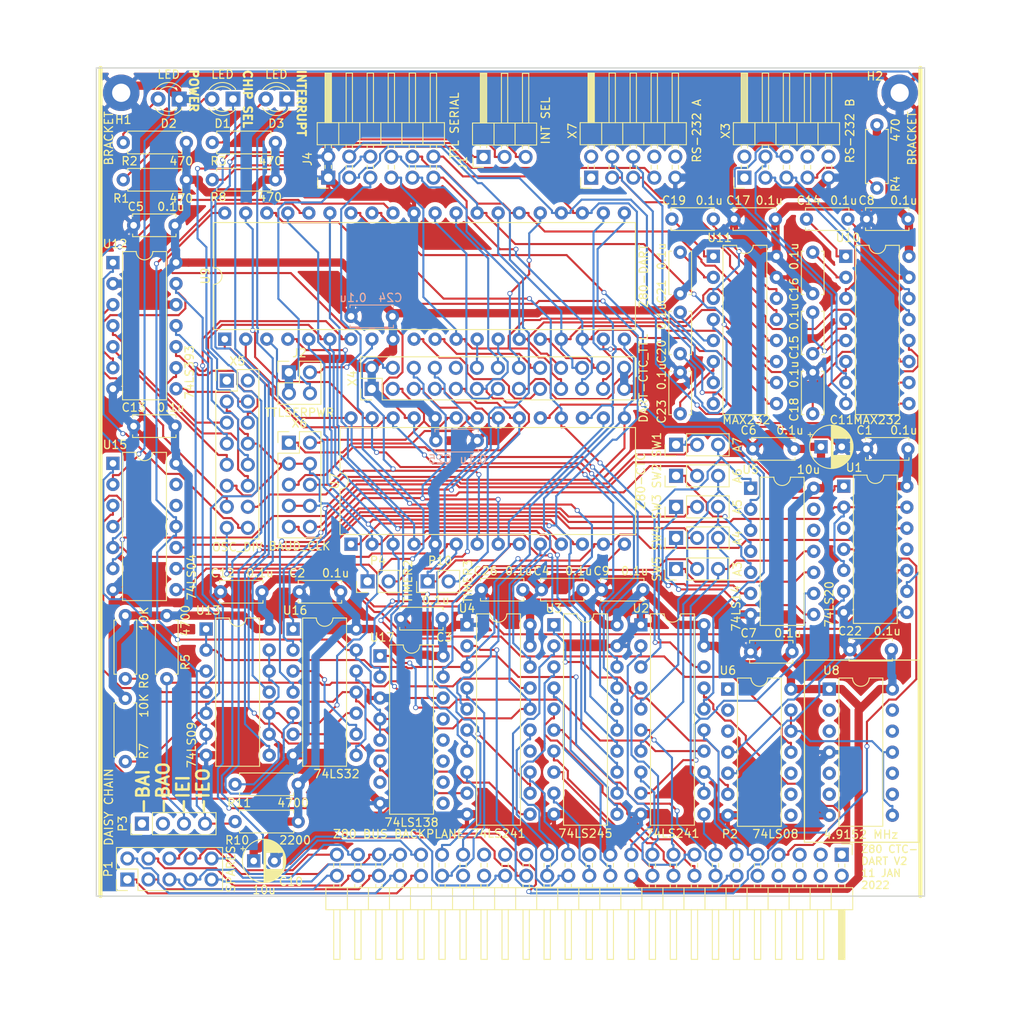
<source format=kicad_pcb>
(kicad_pcb (version 20171130) (host pcbnew "(5.1.10)-1")
  (layers (0 F.Cu signal) (31 B.Cu signal) (34 B.Paste user) (35 F.Paste user) (36 B.SilkS user) (37 F.SilkS user) (38 B.Mask user) (39 F.Mask user) (44 Edge.Cuts user))
  (net 0 "")
  (net 1 GND)
  (net 2 /A7)
  (net 3 /A6)
  (net 4 /A5)
  (net 5 /D4)
  (net 6 /A4)
  (net 7 /D3)
  (net 8 /A3)
  (net 9 /D5)
  (net 10 /A2)
  (net 11 /D6)
  (net 12 /A1)
  (net 13 /A0)
  (net 14 /D2)
  (net 15 /D7)
  (net 16 /D0)
  (net 17 /D1)
  (net 18 /SPARE9)
  (net 19 /SPARE0)
  (net 20 /SPARE8)
  (net 21 /SPARE1)
  (net 22 /SPARE7)
  (net 23 /SPARE2)
  (net 24 /SPARE6)
  (net 25 /SPARE3)
  (net 26 /SPARE5)
  (net 27 /SPARE4)
  (net 28 /M1#)
  (net 29 /RESET#)
  (net 30 /WR#)
  (net 31 /RD#)
  (net 32 /IORQ#)
  (net 33 /bIORQ#)
  (net 34 /bM1#)
  (net 35 /bA7)
  (net 36 /bA6)
  (net 37 /bA5)
  (net 38 /bA4)
  (net 39 /bA3)
  (net 40 /bA2)
  (net 41 /bA1)
  (net 42 /bA0)
  (net 43 /bD5)
  (net 44 /bD4)
  (net 45 /bD3)
  (net 46 /bD2)
  (net 47 /bD1)
  (net 48 /bD0)
  (net 49 /bRESET#)
  (net 50 /bD7)
  (net 51 /bD6)
  (net 52 /bRD#)
  (net 53 /INT#)
  (net 54 "Net-(D1-Pad2)")
  (net 55 "Net-(D1-Pad1)")
  (net 56 "Net-(D2-Pad2)")
  (net 57 /NMI#)
  (net 58 +5V)
  (net 59 "Net-(C21-Pad2)")
  (net 60 "Net-(C23-Pad1)")
  (net 61 /IEI#)
  (net 62 /bINT#)
  (net 63 /IEO_CTC)
  (net 64 /CTC_TG0)
  (net 65 /CTC_ZC2)
  (net 66 /CTC_TG1)
  (net 67 /CTC_ZC1)
  (net 68 /CTC_TG2)
  (net 69 /CTC_ZC0)
  (net 70 /CTC_TG3)
  (net 71 /CS_CTC#)
  (net 72 /bCLK)
  (net 73 /DCDA#)
  (net 74 /CTSA#)
  (net 75 /RTSA#)
  (net 76 /DTRA#)
  (net 77 /CS_DART#)
  (net 78 /TXDA)
  (net 79 /TXCA#)
  (net 80 /RXCA#)
  (net 81 /RXDA)
  (net 82 /RIA#)
  (net 83 /W#-RDYB#)
  (net 84 /W#-RDYA#)
  (net 85 /RIB#)
  (net 86 /RXDB)
  (net 87 /RXTXCB#)
  (net 88 /IEO_DART)
  (net 89 /TXDB)
  (net 90 /DTRB#)
  (net 91 /RTSB#)
  (net 92 /CTSB#)
  (net 93 /DCDB#)
  (net 94 /Q3A)
  (net 95 /Q2A)
  (net 96 /Q0B)
  (net 97 /Q1A)
  (net 98 /Q1B)
  (net 99 /Q0A)
  (net 100 /Q2B)
  (net 101 /Q3B)
  (net 102 /CPA)
  (net 103 /IEO#)
  (net 104 /IA)
  (net 105 /CLK)
  (net 106 /CLK_4.9152MHz)
  (net 107 /CTSB_IN)
  (net 108 /RTSB_OUT)
  (net 109 /TXDB_OUT#)
  (net 110 /RXDB_IN#)
  (net 111 /CTSA_IN)
  (net 112 /RTSA_OUT)
  (net 113 /TXDA_OUT#)
  (net 114 /RXDA_IN#)
  (net 115 /PHI_X)
  (net 116 "Net-(J1-Pad2)")
  (net 117 /PWRB)
  (net 118 /PWRA)
  (net 119 "Net-(D3-Pad2)")
  (net 120 "Net-(D3-Pad1)")
  (net 121 "Net-(C14-Pad2)")
  (net 122 "Net-(C14-Pad1)")
  (net 123 "Net-(C15-Pad2)")
  (net 124 "Net-(C15-Pad1)")
  (net 125 "Net-(C16-Pad2)")
  (net 126 "Net-(C18-Pad1)")
  (net 127 "Net-(C19-Pad2)")
  (net 128 "Net-(C19-Pad1)")
  (net 129 "Net-(C20-Pad2)")
  (net 130 "Net-(C20-Pad1)")
  (net 131 "Net-(SW1-Pad2)")
  (net 132 "Net-(SW1-Pad1)")
  (net 133 "Net-(SW2-Pad2)")
  (net 134 "Net-(SW2-Pad1)")
  (net 135 "Net-(SW3-Pad2)")
  (net 136 "Net-(SW3-Pad1)")
  (net 137 "Net-(SW4-Pad2)")
  (net 138 "Net-(SW4-Pad1)")
  (net 139 "Net-(SW5-Pad2)")
  (net 140 "Net-(SW5-Pad1)")
  (net 141 /bIORQ)
  (net 142 "Net-(U1-Pad6)")
  (net 143 /bIEI#)
  (net 144 /CS)
  (net 145 /bM1)
  (net 146 "Net-(U1-Pad8)")
  (net 147 /bRD)
  (net 148 /DATA_DIR)
  (net 149 /CS#)
  (net 150 "Net-(U6-Pad12)")
  (net 151 "Net-(U16-Pad10)")
  (net 152 "Net-(U16-Pad12)")
  (net 153 "Net-(U16-Pad3)")
  (net 154 "Net-(R4-Pad1)")
  (net 155 "Net-(R8-Pad1)")
  (module Package_DIP:DIP-14_W7.62mm (layer F.Cu) (at 135.25 96.5)
    (fp_text reference U1 (at 1.25 -2.25) (layer F.SilkS))
    (fp_text value 74LS20 (at -1.75 14.25 -90) (layer F.SilkS))
    (pad 14 thru_hole oval (at 7.62 0) (size 1.6 1.6) (drill 0.8) (layers *.Cu *.Mask) (net 58 +5V))
    (pad 7 thru_hole oval (at 0 15.24) (size 1.6 1.6) (drill 0.8) (layers *.Cu *.Mask) (net 1 GND))
    (pad 13 thru_hole oval (at 7.62 2.54) (size 1.6 1.6) (drill 0.8) (layers *.Cu *.Mask) (net 141 /bIORQ))
    (pad 6 thru_hole oval (at 0 12.7) (size 1.6 1.6) (drill 0.8) (layers *.Cu *.Mask) (net 142 "Net-(U1-Pad6)"))
    (pad 12 thru_hole oval (at 7.62 5.08) (size 1.6 1.6) (drill 0.8) (layers *.Cu *.Mask) (net 143 /bIEI#))
    (pad 5 thru_hole oval (at 0 10.16) (size 1.6 1.6) (drill 0.8) (layers *.Cu *.Mask) (net 141 /bIORQ))
    (pad 11 thru_hole oval (at 7.62 7.62) (size 1.6 1.6) (drill 0.8) (layers *.Cu *.Mask))
    (pad 4 thru_hole oval (at 0 7.62) (size 1.6 1.6) (drill 0.8) (layers *.Cu *.Mask) (net 144 /CS))
    (pad 10 thru_hole oval (at 7.62 10.16) (size 1.6 1.6) (drill 0.8) (layers *.Cu *.Mask) (net 145 /bM1))
    (pad 3 thru_hole oval (at 0 5.08) (size 1.6 1.6) (drill 0.8) (layers *.Cu *.Mask))
    (pad 9 thru_hole oval (at 7.62 12.7) (size 1.6 1.6) (drill 0.8) (layers *.Cu *.Mask) (net 104 /IA))
    (pad 2 thru_hole oval (at 0 2.54) (size 1.6 1.6) (drill 0.8) (layers *.Cu *.Mask) (net 141 /bIORQ))
    (pad 8 thru_hole oval (at 7.62 15.24) (size 1.6 1.6) (drill 0.8) (layers *.Cu *.Mask) (net 146 "Net-(U1-Pad8)"))
    (pad 1 thru_hole rect (at 0 0) (size 1.6 1.6) (drill 0.8) (layers *.Cu *.Mask) (net 147 /bRD))
  )
  (module Capacitor_THT:C_Disc_D5.0mm_W2.5mm_P5.00mm (layer F.Cu) (at 96.5 109 180)
    (fp_text reference C26 (at 4.5 2.25) (layer F.SilkS))
    (fp_text value 0.1u (at 0.5 2.25) (layer F.SilkS))
    (pad 2 thru_hole circle (at 5 0 180) (size 1.6 1.6) (drill 0.8) (layers *.Cu *.Mask) (net 1 GND))
    (pad 1 thru_hole circle (at 0 0 180) (size 1.6 1.6) (drill 0.8) (layers *.Cu *.Mask) (net 58 +5V))
  )
  (module Capacitor_THT:C_Disc_D5.0mm_W2.5mm_P5.00mm (layer B.Cu) (at 86 91)
    (fp_text reference C25 (at 0.5 2.25) (layer B.SilkS) (effects (justify mirror)))
    (fp_text value 0.1u (at 4.5 2.25) (layer B.SilkS) (effects (justify mirror)))
    (pad 2 thru_hole circle (at 5 0) (size 1.6 1.6) (drill 0.8) (layers *.Cu *.Mask) (net 1 GND))
    (pad 1 thru_hole circle (at 0 0) (size 1.6 1.6) (drill 0.8) (layers *.Cu *.Mask) (net 58 +5V))
  )
  (module Capacitor_THT:C_Disc_D5.0mm_W2.5mm_P5.00mm (layer B.Cu) (at 80.75 76 180)
    (fp_text reference C24 (at 0.25 2.25) (layer B.SilkS) (effects (justify mirror)))
    (fp_text value 0.1u (at 4.75 2.25) (layer B.SilkS) (effects (justify mirror)))
    (pad 2 thru_hole circle (at 5 0 180) (size 1.6 1.6) (drill 0.8) (layers *.Cu *.Mask) (net 1 GND))
    (pad 1 thru_hole circle (at 0 0 180) (size 1.6 1.6) (drill 0.8) (layers *.Cu *.Mask) (net 58 +5V))
  )
  (module Connector_PinHeader_2.54mm:PinHeader_2x05_P2.54mm_Vertical (layer F.Cu) (at 68.25 91.25)
    (fp_text reference X6 (at 1.27 -2.33) (layer F.SilkS))
    (fp_text value BAUD_CLK (at 1.27 12.49) (layer F.SilkS))
    (pad 10 thru_hole oval (at 2.54 10.16) (size 1.7 1.7) (drill 1) (layers *.Cu *.Mask) (net 87 /RXTXCB#))
    (pad 9 thru_hole oval (at 0 10.16) (size 1.7 1.7) (drill 1) (layers *.Cu *.Mask) (net 67 /CTC_ZC1))
    (pad 8 thru_hole oval (at 2.54 7.62) (size 1.7 1.7) (drill 1) (layers *.Cu *.Mask) (net 115 /PHI_X))
    (pad 7 thru_hole oval (at 0 7.62) (size 1.7 1.7) (drill 1) (layers *.Cu *.Mask) (net 115 /PHI_X))
    (pad 6 thru_hole oval (at 2.54 5.08) (size 1.7 1.7) (drill 1) (layers *.Cu *.Mask) (net 69 /CTC_ZC0))
    (pad 5 thru_hole oval (at 0 5.08) (size 1.7 1.7) (drill 1) (layers *.Cu *.Mask) (net 79 /TXCA#))
    (pad 4 thru_hole oval (at 2.54 2.54) (size 1.7 1.7) (drill 1) (layers *.Cu *.Mask) (net 115 /PHI_X))
    (pad 3 thru_hole oval (at 0 2.54) (size 1.7 1.7) (drill 1) (layers *.Cu *.Mask) (net 115 /PHI_X))
    (pad 2 thru_hole oval (at 2.54 0) (size 1.7 1.7) (drill 1) (layers *.Cu *.Mask) (net 64 /CTC_TG0))
    (pad 1 thru_hole rect (at 0 0) (size 1.7 1.7) (drill 1) (layers *.Cu *.Mask) (net 66 /CTC_TG1))
  )
  (module Connector_PinHeader_2.54mm:PinHeader_2x08_P2.54mm_Vertical (layer F.Cu) (at 60.75 83.75)
    (fp_text reference X5 (at 1.27 -2.33) (layer F.SilkS))
    (fp_text value OSC_DIV (at 1.27 20.11) (layer F.SilkS))
    (pad 16 thru_hole oval (at 2.54 17.78) (size 1.7 1.7) (drill 1) (layers *.Cu *.Mask) (net 102 /CPA))
    (pad 15 thru_hole oval (at 0 17.78) (size 1.7 1.7) (drill 1) (layers *.Cu *.Mask) (net 106 /CLK_4.9152MHz))
    (pad 14 thru_hole oval (at 2.54 15.24) (size 1.7 1.7) (drill 1) (layers *.Cu *.Mask) (net 72 /bCLK))
    (pad 13 thru_hole oval (at 0 15.24) (size 1.7 1.7) (drill 1) (layers *.Cu *.Mask) (net 99 /Q0A))
    (pad 12 thru_hole oval (at 2.54 12.7) (size 1.7 1.7) (drill 1) (layers *.Cu *.Mask) (net 97 /Q1A))
    (pad 11 thru_hole oval (at 0 12.7) (size 1.7 1.7) (drill 1) (layers *.Cu *.Mask) (net 115 /PHI_X))
    (pad 10 thru_hole oval (at 2.54 10.16) (size 1.7 1.7) (drill 1) (layers *.Cu *.Mask) (net 94 /Q3A))
    (pad 9 thru_hole oval (at 0 10.16) (size 1.7 1.7) (drill 1) (layers *.Cu *.Mask) (net 95 /Q2A))
    (pad 8 thru_hole oval (at 2.54 7.62) (size 1.7 1.7) (drill 1) (layers *.Cu *.Mask) (net 115 /PHI_X))
    (pad 7 thru_hole oval (at 0 7.62) (size 1.7 1.7) (drill 1) (layers *.Cu *.Mask) (net 96 /Q0B))
    (pad 6 thru_hole oval (at 2.54 5.08) (size 1.7 1.7) (drill 1) (layers *.Cu *.Mask) (net 98 /Q1B))
    (pad 5 thru_hole oval (at 0 5.08) (size 1.7 1.7) (drill 1) (layers *.Cu *.Mask) (net 100 /Q2B))
    (pad 4 thru_hole oval (at 2.54 2.54) (size 1.7 1.7) (drill 1) (layers *.Cu *.Mask) (net 101 /Q3B))
    (pad 3 thru_hole oval (at 0 2.54) (size 1.7 1.7) (drill 1) (layers *.Cu *.Mask) (net 115 /PHI_X))
    (pad 2 thru_hole oval (at 2.54 0) (size 1.7 1.7) (drill 1) (layers *.Cu *.Mask))
    (pad 1 thru_hole rect (at 0 0) (size 1.7 1.7) (drill 1) (layers *.Cu *.Mask))
  )
  (module Connector_PinHeader_2.54mm:PinHeader_2x13_P2.54mm_Vertical (layer F.Cu) (at 78.25 84.75 90)
    (fp_text reference X4 (at 1.27 -2.33 90) (layer F.SilkS))
    (fp_text value DART-CTC_TTL (at 1.27 32.81 90) (layer F.SilkS))
    (pad 26 thru_hole oval (at 2.54 30.48 90) (size 1.7 1.7) (drill 1) (layers *.Cu *.Mask) (net 1 GND))
    (pad 25 thru_hole oval (at 0 30.48 90) (size 1.7 1.7) (drill 1) (layers *.Cu *.Mask) (net 1 GND))
    (pad 24 thru_hole oval (at 2.54 27.94 90) (size 1.7 1.7) (drill 1) (layers *.Cu *.Mask) (net 76 /DTRA#))
    (pad 23 thru_hole oval (at 0 27.94 90) (size 1.7 1.7) (drill 1) (layers *.Cu *.Mask) (net 73 /DCDA#))
    (pad 22 thru_hole oval (at 2.54 25.4 90) (size 1.7 1.7) (drill 1) (layers *.Cu *.Mask) (net 75 /RTSA#))
    (pad 21 thru_hole oval (at 0 25.4 90) (size 1.7 1.7) (drill 1) (layers *.Cu *.Mask) (net 74 /CTSA#))
    (pad 20 thru_hole oval (at 2.54 22.86 90) (size 1.7 1.7) (drill 1) (layers *.Cu *.Mask) (net 78 /TXDA))
    (pad 19 thru_hole oval (at 0 22.86 90) (size 1.7 1.7) (drill 1) (layers *.Cu *.Mask) (net 81 /RXDA))
    (pad 18 thru_hole oval (at 2.54 20.32 90) (size 1.7 1.7) (drill 1) (layers *.Cu *.Mask) (net 82 /RIA#))
    (pad 17 thru_hole oval (at 0 20.32 90) (size 1.7 1.7) (drill 1) (layers *.Cu *.Mask) (net 84 /W#-RDYA#))
    (pad 16 thru_hole oval (at 2.54 17.78 90) (size 1.7 1.7) (drill 1) (layers *.Cu *.Mask) (net 90 /DTRB#))
    (pad 15 thru_hole oval (at 0 17.78 90) (size 1.7 1.7) (drill 1) (layers *.Cu *.Mask) (net 93 /DCDB#))
    (pad 14 thru_hole oval (at 2.54 15.24 90) (size 1.7 1.7) (drill 1) (layers *.Cu *.Mask) (net 85 /RIB#))
    (pad 13 thru_hole oval (at 0 15.24 90) (size 1.7 1.7) (drill 1) (layers *.Cu *.Mask) (net 83 /W#-RDYB#))
    (pad 12 thru_hole oval (at 2.54 12.7 90) (size 1.7 1.7) (drill 1) (layers *.Cu *.Mask) (net 80 /RXCA#))
    (pad 11 thru_hole oval (at 0 12.7 90) (size 1.7 1.7) (drill 1) (layers *.Cu *.Mask) (net 79 /TXCA#))
    (pad 10 thru_hole oval (at 2.54 10.16 90) (size 1.7 1.7) (drill 1) (layers *.Cu *.Mask))
    (pad 9 thru_hole oval (at 0 10.16 90) (size 1.7 1.7) (drill 1) (layers *.Cu *.Mask) (net 70 /CTC_TG3))
    (pad 8 thru_hole oval (at 2.54 7.62 90) (size 1.7 1.7) (drill 1) (layers *.Cu *.Mask) (net 65 /CTC_ZC2))
    (pad 7 thru_hole oval (at 0 7.62 90) (size 1.7 1.7) (drill 1) (layers *.Cu *.Mask) (net 68 /CTC_TG2))
    (pad 6 thru_hole oval (at 2.54 5.08 90) (size 1.7 1.7) (drill 1) (layers *.Cu *.Mask) (net 67 /CTC_ZC1))
    (pad 5 thru_hole oval (at 0 5.08 90) (size 1.7 1.7) (drill 1) (layers *.Cu *.Mask) (net 66 /CTC_TG1))
    (pad 4 thru_hole oval (at 2.54 2.54 90) (size 1.7 1.7) (drill 1) (layers *.Cu *.Mask) (net 69 /CTC_ZC0))
    (pad 3 thru_hole oval (at 0 2.54 90) (size 1.7 1.7) (drill 1) (layers *.Cu *.Mask) (net 64 /CTC_TG0))
    (pad 2 thru_hole oval (at 2.54 0 90) (size 1.7 1.7) (drill 1) (layers *.Cu *.Mask) (net 58 +5V))
    (pad 1 thru_hole rect (at 0 0 90) (size 1.7 1.7) (drill 1) (layers *.Cu *.Mask) (net 58 +5V))
  )
  (module Package_DIP:DIP-16_W7.62mm (layer F.Cu) (at 79.25 117)
    (fp_text reference U17 (at 0.25 -2.25) (layer F.SilkS))
    (fp_text value 74LS138 (at 3.81 20.11) (layer F.SilkS))
    (pad 16 thru_hole oval (at 7.62 0) (size 1.6 1.6) (drill 0.8) (layers *.Cu *.Mask) (net 58 +5V))
    (pad 8 thru_hole oval (at 0 17.78) (size 1.6 1.6) (drill 0.8) (layers *.Cu *.Mask) (net 1 GND))
    (pad 15 thru_hole oval (at 7.62 2.54) (size 1.6 1.6) (drill 0.8) (layers *.Cu *.Mask) (net 71 /CS_CTC#))
    (pad 7 thru_hole oval (at 0 15.24) (size 1.6 1.6) (drill 0.8) (layers *.Cu *.Mask))
    (pad 14 thru_hole oval (at 7.62 5.08) (size 1.6 1.6) (drill 0.8) (layers *.Cu *.Mask) (net 77 /CS_DART#))
    (pad 6 thru_hole oval (at 0 12.7) (size 1.6 1.6) (drill 0.8) (layers *.Cu *.Mask) (net 144 /CS))
    (pad 13 thru_hole oval (at 7.62 7.62) (size 1.6 1.6) (drill 0.8) (layers *.Cu *.Mask))
    (pad 5 thru_hole oval (at 0 10.16) (size 1.6 1.6) (drill 0.8) (layers *.Cu *.Mask) (net 33 /bIORQ#))
    (pad 12 thru_hole oval (at 7.62 10.16) (size 1.6 1.6) (drill 0.8) (layers *.Cu *.Mask))
    (pad 4 thru_hole oval (at 0 7.62) (size 1.6 1.6) (drill 0.8) (layers *.Cu *.Mask) (net 33 /bIORQ#))
    (pad 11 thru_hole oval (at 7.62 12.7) (size 1.6 1.6) (drill 0.8) (layers *.Cu *.Mask))
    (pad 3 thru_hole oval (at 0 5.08) (size 1.6 1.6) (drill 0.8) (layers *.Cu *.Mask) (net 1 GND))
    (pad 10 thru_hole oval (at 7.62 15.24) (size 1.6 1.6) (drill 0.8) (layers *.Cu *.Mask))
    (pad 2 thru_hole oval (at 0 2.54) (size 1.6 1.6) (drill 0.8) (layers *.Cu *.Mask) (net 139 "Net-(SW5-Pad2)"))
    (pad 9 thru_hole oval (at 7.62 17.78) (size 1.6 1.6) (drill 0.8) (layers *.Cu *.Mask))
    (pad 1 thru_hole rect (at 0 0) (size 1.6 1.6) (drill 0.8) (layers *.Cu *.Mask) (net 40 /bA2))
  )
  (module Package_DIP:DIP-14_W7.62mm (layer F.Cu) (at 68.75 113.75)
    (fp_text reference U16 (at 0.25 -2.25) (layer F.SilkS))
    (fp_text value 74LS32 (at 5.25 17.5) (layer F.SilkS))
    (pad 14 thru_hole oval (at 7.62 0) (size 1.6 1.6) (drill 0.8) (layers *.Cu *.Mask) (net 58 +5V))
    (pad 7 thru_hole oval (at 0 15.24) (size 1.6 1.6) (drill 0.8) (layers *.Cu *.Mask) (net 1 GND))
    (pad 13 thru_hole oval (at 7.62 2.54) (size 1.6 1.6) (drill 0.8) (layers *.Cu *.Mask) (net 33 /bIORQ#))
    (pad 6 thru_hole oval (at 0 12.7) (size 1.6 1.6) (drill 0.8) (layers *.Cu *.Mask) (net 151 "Net-(U16-Pad10)"))
    (pad 12 thru_hole oval (at 7.62 5.08) (size 1.6 1.6) (drill 0.8) (layers *.Cu *.Mask) (net 152 "Net-(U16-Pad12)"))
    (pad 5 thru_hole oval (at 0 10.16) (size 1.6 1.6) (drill 0.8) (layers *.Cu *.Mask) (net 137 "Net-(SW4-Pad2)"))
    (pad 11 thru_hole oval (at 7.62 7.62) (size 1.6 1.6) (drill 0.8) (layers *.Cu *.Mask) (net 149 /CS#))
    (pad 4 thru_hole oval (at 0 7.62) (size 1.6 1.6) (drill 0.8) (layers *.Cu *.Mask) (net 135 "Net-(SW3-Pad2)"))
    (pad 10 thru_hole oval (at 7.62 10.16) (size 1.6 1.6) (drill 0.8) (layers *.Cu *.Mask) (net 151 "Net-(U16-Pad10)"))
    (pad 3 thru_hole oval (at 0 5.08) (size 1.6 1.6) (drill 0.8) (layers *.Cu *.Mask) (net 153 "Net-(U16-Pad3)"))
    (pad 9 thru_hole oval (at 7.62 12.7) (size 1.6 1.6) (drill 0.8) (layers *.Cu *.Mask) (net 153 "Net-(U16-Pad3)"))
    (pad 2 thru_hole oval (at 0 2.54) (size 1.6 1.6) (drill 0.8) (layers *.Cu *.Mask) (net 133 "Net-(SW2-Pad2)"))
    (pad 8 thru_hole oval (at 7.62 15.24) (size 1.6 1.6) (drill 0.8) (layers *.Cu *.Mask) (net 152 "Net-(U16-Pad12)"))
    (pad 1 thru_hole rect (at 0 0) (size 1.6 1.6) (drill 0.8) (layers *.Cu *.Mask) (net 131 "Net-(SW1-Pad2)"))
  )
  (module Package_DIP:DIP-14_W7.62mm (layer F.Cu) (at 47 93.75)
    (fp_text reference U15 (at 0.25 -2.25) (layer F.SilkS))
    (fp_text value 74LS04 (at 9.5 13.75 -90) (layer F.SilkS))
    (pad 14 thru_hole oval (at 7.62 0) (size 1.6 1.6) (drill 0.8) (layers *.Cu *.Mask) (net 58 +5V))
    (pad 7 thru_hole oval (at 0 15.24) (size 1.6 1.6) (drill 0.8) (layers *.Cu *.Mask) (net 1 GND))
    (pad 13 thru_hole oval (at 7.62 2.54) (size 1.6 1.6) (drill 0.8) (layers *.Cu *.Mask))
    (pad 6 thru_hole oval (at 0 12.7) (size 1.6 1.6) (drill 0.8) (layers *.Cu *.Mask) (net 147 /bRD))
    (pad 12 thru_hole oval (at 7.62 5.08) (size 1.6 1.6) (drill 0.8) (layers *.Cu *.Mask))
    (pad 5 thru_hole oval (at 0 10.16) (size 1.6 1.6) (drill 0.8) (layers *.Cu *.Mask) (net 52 /bRD#))
    (pad 11 thru_hole oval (at 7.62 7.62) (size 1.6 1.6) (drill 0.8) (layers *.Cu *.Mask) (net 33 /bIORQ#))
    (pad 4 thru_hole oval (at 0 7.62) (size 1.6 1.6) (drill 0.8) (layers *.Cu *.Mask) (net 144 /CS))
    (pad 10 thru_hole oval (at 7.62 10.16) (size 1.6 1.6) (drill 0.8) (layers *.Cu *.Mask) (net 141 /bIORQ))
    (pad 3 thru_hole oval (at 0 5.08) (size 1.6 1.6) (drill 0.8) (layers *.Cu *.Mask) (net 149 /CS#))
    (pad 9 thru_hole oval (at 7.62 12.7) (size 1.6 1.6) (drill 0.8) (layers *.Cu *.Mask) (net 34 /bM1#))
    (pad 2 thru_hole oval (at 0 2.54) (size 1.6 1.6) (drill 0.8) (layers *.Cu *.Mask) (net 104 /IA))
    (pad 8 thru_hole oval (at 7.62 15.24) (size 1.6 1.6) (drill 0.8) (layers *.Cu *.Mask) (net 145 /bM1))
    (pad 1 thru_hole rect (at 0 0) (size 1.6 1.6) (drill 0.8) (layers *.Cu *.Mask) (net 103 /IEO#))
  )
  (module Package_DIP:DIP-14_W7.62mm (layer F.Cu) (at 58.25 113.75)
    (fp_text reference U13 (at 0.25 -2.25) (layer F.SilkS))
    (fp_text value 74LS09 (at -1.75 14 -90) (layer F.SilkS))
    (pad 14 thru_hole oval (at 7.62 0) (size 1.6 1.6) (drill 0.8) (layers *.Cu *.Mask) (net 58 +5V))
    (pad 7 thru_hole oval (at 0 15.24) (size 1.6 1.6) (drill 0.8) (layers *.Cu *.Mask) (net 1 GND))
    (pad 13 thru_hole oval (at 7.62 2.54) (size 1.6 1.6) (drill 0.8) (layers *.Cu *.Mask) (net 62 /bINT#))
    (pad 6 thru_hole oval (at 0 12.7) (size 1.6 1.6) (drill 0.8) (layers *.Cu *.Mask) (net 103 /IEO#))
    (pad 12 thru_hole oval (at 7.62 5.08) (size 1.6 1.6) (drill 0.8) (layers *.Cu *.Mask) (net 62 /bINT#))
    (pad 5 thru_hole oval (at 0 10.16) (size 1.6 1.6) (drill 0.8) (layers *.Cu *.Mask) (net 88 /IEO_DART))
    (pad 11 thru_hole oval (at 7.62 7.62) (size 1.6 1.6) (drill 0.8) (layers *.Cu *.Mask) (net 120 "Net-(D3-Pad1)"))
    (pad 4 thru_hole oval (at 0 7.62) (size 1.6 1.6) (drill 0.8) (layers *.Cu *.Mask) (net 63 /IEO_CTC))
    (pad 10 thru_hole oval (at 7.62 10.16) (size 1.6 1.6) (drill 0.8) (layers *.Cu *.Mask) (net 62 /bINT#))
    (pad 3 thru_hole oval (at 0 5.08) (size 1.6 1.6) (drill 0.8) (layers *.Cu *.Mask) (net 103 /IEO#))
    (pad 9 thru_hole oval (at 7.62 12.7) (size 1.6 1.6) (drill 0.8) (layers *.Cu *.Mask) (net 62 /bINT#))
    (pad 2 thru_hole oval (at 0 2.54) (size 1.6 1.6) (drill 0.8) (layers *.Cu *.Mask) (net 143 /bIEI#))
    (pad 8 thru_hole oval (at 7.62 15.24) (size 1.6 1.6) (drill 0.8) (layers *.Cu *.Mask) (net 116 "Net-(J1-Pad2)"))
    (pad 1 thru_hole rect (at 0 0) (size 1.6 1.6) (drill 0.8) (layers *.Cu *.Mask) (net 143 /bIEI#))
  )
  (module Package_DIP:DIP-14_W7.62mm (layer F.Cu) (at 47 69.5)
    (fp_text reference U12 (at 0.25 -2.25) (layer F.SilkS))
    (fp_text value 74LS393 (at 9.25 13.25 -90) (layer F.SilkS))
    (pad 14 thru_hole oval (at 7.62 0) (size 1.6 1.6) (drill 0.8) (layers *.Cu *.Mask) (net 58 +5V))
    (pad 7 thru_hole oval (at 0 15.24) (size 1.6 1.6) (drill 0.8) (layers *.Cu *.Mask) (net 1 GND))
    (pad 13 thru_hole oval (at 7.62 2.54) (size 1.6 1.6) (drill 0.8) (layers *.Cu *.Mask) (net 94 /Q3A))
    (pad 6 thru_hole oval (at 0 12.7) (size 1.6 1.6) (drill 0.8) (layers *.Cu *.Mask) (net 94 /Q3A))
    (pad 12 thru_hole oval (at 7.62 5.08) (size 1.6 1.6) (drill 0.8) (layers *.Cu *.Mask) (net 1 GND))
    (pad 5 thru_hole oval (at 0 10.16) (size 1.6 1.6) (drill 0.8) (layers *.Cu *.Mask) (net 95 /Q2A))
    (pad 11 thru_hole oval (at 7.62 7.62) (size 1.6 1.6) (drill 0.8) (layers *.Cu *.Mask) (net 96 /Q0B))
    (pad 4 thru_hole oval (at 0 7.62) (size 1.6 1.6) (drill 0.8) (layers *.Cu *.Mask) (net 97 /Q1A))
    (pad 10 thru_hole oval (at 7.62 10.16) (size 1.6 1.6) (drill 0.8) (layers *.Cu *.Mask) (net 98 /Q1B))
    (pad 3 thru_hole oval (at 0 5.08) (size 1.6 1.6) (drill 0.8) (layers *.Cu *.Mask) (net 99 /Q0A))
    (pad 9 thru_hole oval (at 7.62 12.7) (size 1.6 1.6) (drill 0.8) (layers *.Cu *.Mask) (net 100 /Q2B))
    (pad 2 thru_hole oval (at 0 2.54) (size 1.6 1.6) (drill 0.8) (layers *.Cu *.Mask) (net 1 GND))
    (pad 8 thru_hole oval (at 7.62 15.24) (size 1.6 1.6) (drill 0.8) (layers *.Cu *.Mask) (net 101 /Q3B))
    (pad 1 thru_hole rect (at 0 0) (size 1.6 1.6) (drill 0.8) (layers *.Cu *.Mask) (net 102 /CPA))
  )
  (module Package_DIP:DIP-16_W7.62mm (layer F.Cu) (at 119.5 68.75)
    (fp_text reference U11 (at 0.75 -2.25) (layer F.SilkS))
    (fp_text value MAX232 (at 4 19.75) (layer F.SilkS))
    (pad 16 thru_hole oval (at 7.62 0) (size 1.6 1.6) (drill 0.8) (layers *.Cu *.Mask) (net 58 +5V))
    (pad 8 thru_hole oval (at 0 17.78) (size 1.6 1.6) (drill 0.8) (layers *.Cu *.Mask) (net 111 /CTSA_IN))
    (pad 15 thru_hole oval (at 7.62 2.54) (size 1.6 1.6) (drill 0.8) (layers *.Cu *.Mask) (net 1 GND))
    (pad 7 thru_hole oval (at 0 15.24) (size 1.6 1.6) (drill 0.8) (layers *.Cu *.Mask) (net 112 /RTSA_OUT))
    (pad 14 thru_hole oval (at 7.62 5.08) (size 1.6 1.6) (drill 0.8) (layers *.Cu *.Mask) (net 113 /TXDA_OUT#))
    (pad 6 thru_hole oval (at 0 12.7) (size 1.6 1.6) (drill 0.8) (layers *.Cu *.Mask) (net 60 "Net-(C23-Pad1)"))
    (pad 13 thru_hole oval (at 7.62 7.62) (size 1.6 1.6) (drill 0.8) (layers *.Cu *.Mask) (net 114 /RXDA_IN#))
    (pad 5 thru_hole oval (at 0 10.16) (size 1.6 1.6) (drill 0.8) (layers *.Cu *.Mask) (net 129 "Net-(C20-Pad2)"))
    (pad 12 thru_hole oval (at 7.62 10.16) (size 1.6 1.6) (drill 0.8) (layers *.Cu *.Mask) (net 81 /RXDA))
    (pad 4 thru_hole oval (at 0 7.62) (size 1.6 1.6) (drill 0.8) (layers *.Cu *.Mask) (net 130 "Net-(C20-Pad1)"))
    (pad 11 thru_hole oval (at 7.62 12.7) (size 1.6 1.6) (drill 0.8) (layers *.Cu *.Mask) (net 78 /TXDA))
    (pad 3 thru_hole oval (at 0 5.08) (size 1.6 1.6) (drill 0.8) (layers *.Cu *.Mask) (net 127 "Net-(C19-Pad2)"))
    (pad 10 thru_hole oval (at 7.62 15.24) (size 1.6 1.6) (drill 0.8) (layers *.Cu *.Mask) (net 75 /RTSA#))
    (pad 2 thru_hole oval (at 0 2.54) (size 1.6 1.6) (drill 0.8) (layers *.Cu *.Mask) (net 59 "Net-(C21-Pad2)"))
    (pad 9 thru_hole oval (at 7.62 17.78) (size 1.6 1.6) (drill 0.8) (layers *.Cu *.Mask) (net 74 /CTSA#))
    (pad 1 thru_hole rect (at 0 0) (size 1.6 1.6) (drill 0.8) (layers *.Cu *.Mask) (net 128 "Net-(C19-Pad1)"))
  )
  (module Package_DIP:DIP-16_W7.62mm (layer F.Cu) (at 135.5 68.75)
    (fp_text reference U10 (at 0.25 -2.25) (layer F.SilkS))
    (fp_text value MAX232 (at 3.81 19.75) (layer F.SilkS))
    (pad 16 thru_hole oval (at 7.62 0) (size 1.6 1.6) (drill 0.8) (layers *.Cu *.Mask) (net 58 +5V))
    (pad 8 thru_hole oval (at 0 17.78) (size 1.6 1.6) (drill 0.8) (layers *.Cu *.Mask) (net 107 /CTSB_IN))
    (pad 15 thru_hole oval (at 7.62 2.54) (size 1.6 1.6) (drill 0.8) (layers *.Cu *.Mask) (net 1 GND))
    (pad 7 thru_hole oval (at 0 15.24) (size 1.6 1.6) (drill 0.8) (layers *.Cu *.Mask) (net 108 /RTSB_OUT))
    (pad 14 thru_hole oval (at 7.62 5.08) (size 1.6 1.6) (drill 0.8) (layers *.Cu *.Mask) (net 109 /TXDB_OUT#))
    (pad 6 thru_hole oval (at 0 12.7) (size 1.6 1.6) (drill 0.8) (layers *.Cu *.Mask) (net 126 "Net-(C18-Pad1)"))
    (pad 13 thru_hole oval (at 7.62 7.62) (size 1.6 1.6) (drill 0.8) (layers *.Cu *.Mask) (net 110 /RXDB_IN#))
    (pad 5 thru_hole oval (at 0 10.16) (size 1.6 1.6) (drill 0.8) (layers *.Cu *.Mask) (net 123 "Net-(C15-Pad2)"))
    (pad 12 thru_hole oval (at 7.62 10.16) (size 1.6 1.6) (drill 0.8) (layers *.Cu *.Mask) (net 86 /RXDB))
    (pad 4 thru_hole oval (at 0 7.62) (size 1.6 1.6) (drill 0.8) (layers *.Cu *.Mask) (net 124 "Net-(C15-Pad1)"))
    (pad 11 thru_hole oval (at 7.62 12.7) (size 1.6 1.6) (drill 0.8) (layers *.Cu *.Mask) (net 89 /TXDB))
    (pad 3 thru_hole oval (at 0 5.08) (size 1.6 1.6) (drill 0.8) (layers *.Cu *.Mask) (net 121 "Net-(C14-Pad2)"))
    (pad 10 thru_hole oval (at 7.62 15.24) (size 1.6 1.6) (drill 0.8) (layers *.Cu *.Mask) (net 91 /RTSB#))
    (pad 2 thru_hole oval (at 0 2.54) (size 1.6 1.6) (drill 0.8) (layers *.Cu *.Mask) (net 125 "Net-(C16-Pad2)"))
    (pad 9 thru_hole oval (at 7.62 17.78) (size 1.6 1.6) (drill 0.8) (layers *.Cu *.Mask) (net 92 /CTSB#))
    (pad 1 thru_hole rect (at 0 0) (size 1.6 1.6) (drill 0.8) (layers *.Cu *.Mask) (net 122 "Net-(C14-Pad1)"))
  )
  (module Package_DIP:DIP-40_W15.24mm (layer F.Cu) (at 60.5 78.75 90)
    (fp_text reference U9 (at 7.62 -2.33 90) (layer F.SilkS))
    (fp_text value Z80-DART (at 7.62 50.59 90) (layer F.SilkS))
    (pad 40 thru_hole oval (at 15.24 0 90) (size 1.6 1.6) (drill 0.8) (layers *.Cu *.Mask) (net 48 /bD0))
    (pad 20 thru_hole oval (at 0 48.26 90) (size 1.6 1.6) (drill 0.8) (layers *.Cu *.Mask) (net 72 /bCLK))
    (pad 39 thru_hole oval (at 15.24 2.54 90) (size 1.6 1.6) (drill 0.8) (layers *.Cu *.Mask) (net 46 /bD2))
    (pad 19 thru_hole oval (at 0 45.72 90) (size 1.6 1.6) (drill 0.8) (layers *.Cu *.Mask) (net 73 /DCDA#))
    (pad 38 thru_hole oval (at 15.24 5.08 90) (size 1.6 1.6) (drill 0.8) (layers *.Cu *.Mask) (net 44 /bD4))
    (pad 18 thru_hole oval (at 0 43.18 90) (size 1.6 1.6) (drill 0.8) (layers *.Cu *.Mask) (net 74 /CTSA#))
    (pad 37 thru_hole oval (at 15.24 7.62 90) (size 1.6 1.6) (drill 0.8) (layers *.Cu *.Mask) (net 51 /bD6))
    (pad 17 thru_hole oval (at 0 40.64 90) (size 1.6 1.6) (drill 0.8) (layers *.Cu *.Mask) (net 75 /RTSA#))
    (pad 36 thru_hole oval (at 15.24 10.16 90) (size 1.6 1.6) (drill 0.8) (layers *.Cu *.Mask) (net 33 /bIORQ#))
    (pad 16 thru_hole oval (at 0 38.1 90) (size 1.6 1.6) (drill 0.8) (layers *.Cu *.Mask) (net 76 /DTRA#))
    (pad 35 thru_hole oval (at 15.24 12.7 90) (size 1.6 1.6) (drill 0.8) (layers *.Cu *.Mask) (net 77 /CS_DART#))
    (pad 15 thru_hole oval (at 0 35.56 90) (size 1.6 1.6) (drill 0.8) (layers *.Cu *.Mask) (net 78 /TXDA))
    (pad 34 thru_hole oval (at 15.24 15.24 90) (size 1.6 1.6) (drill 0.8) (layers *.Cu *.Mask) (net 42 /bA0))
    (pad 14 thru_hole oval (at 0 33.02 90) (size 1.6 1.6) (drill 0.8) (layers *.Cu *.Mask) (net 79 /TXCA#))
    (pad 33 thru_hole oval (at 15.24 17.78 90) (size 1.6 1.6) (drill 0.8) (layers *.Cu *.Mask) (net 41 /bA1))
    (pad 13 thru_hole oval (at 0 30.48 90) (size 1.6 1.6) (drill 0.8) (layers *.Cu *.Mask) (net 80 /RXCA#))
    (pad 32 thru_hole oval (at 15.24 20.32 90) (size 1.6 1.6) (drill 0.8) (layers *.Cu *.Mask) (net 52 /bRD#))
    (pad 12 thru_hole oval (at 0 27.94 90) (size 1.6 1.6) (drill 0.8) (layers *.Cu *.Mask) (net 81 /RXDA))
    (pad 31 thru_hole oval (at 15.24 22.86 90) (size 1.6 1.6) (drill 0.8) (layers *.Cu *.Mask) (net 1 GND))
    (pad 11 thru_hole oval (at 0 25.4 90) (size 1.6 1.6) (drill 0.8) (layers *.Cu *.Mask) (net 82 /RIA#))
    (pad 30 thru_hole oval (at 15.24 25.4 90) (size 1.6 1.6) (drill 0.8) (layers *.Cu *.Mask) (net 83 /W#-RDYB#))
    (pad 10 thru_hole oval (at 0 22.86 90) (size 1.6 1.6) (drill 0.8) (layers *.Cu *.Mask) (net 84 /W#-RDYA#))
    (pad 29 thru_hole oval (at 15.24 27.94 90) (size 1.6 1.6) (drill 0.8) (layers *.Cu *.Mask) (net 85 /RIB#))
    (pad 9 thru_hole oval (at 0 20.32 90) (size 1.6 1.6) (drill 0.8) (layers *.Cu *.Mask) (net 58 +5V))
    (pad 28 thru_hole oval (at 15.24 30.48 90) (size 1.6 1.6) (drill 0.8) (layers *.Cu *.Mask) (net 86 /RXDB))
    (pad 8 thru_hole oval (at 0 17.78 90) (size 1.6 1.6) (drill 0.8) (layers *.Cu *.Mask) (net 34 /bM1#))
    (pad 27 thru_hole oval (at 15.24 33.02 90) (size 1.6 1.6) (drill 0.8) (layers *.Cu *.Mask) (net 87 /RXTXCB#))
    (pad 7 thru_hole oval (at 0 15.24 90) (size 1.6 1.6) (drill 0.8) (layers *.Cu *.Mask) (net 88 /IEO_DART))
    (pad 26 thru_hole oval (at 15.24 35.56 90) (size 1.6 1.6) (drill 0.8) (layers *.Cu *.Mask) (net 89 /TXDB))
    (pad 6 thru_hole oval (at 0 12.7 90) (size 1.6 1.6) (drill 0.8) (layers *.Cu *.Mask) (net 63 /IEO_CTC))
    (pad 25 thru_hole oval (at 15.24 38.1 90) (size 1.6 1.6) (drill 0.8) (layers *.Cu *.Mask) (net 90 /DTRB#))
    (pad 5 thru_hole oval (at 0 10.16 90) (size 1.6 1.6) (drill 0.8) (layers *.Cu *.Mask) (net 62 /bINT#))
    (pad 24 thru_hole oval (at 15.24 40.64 90) (size 1.6 1.6) (drill 0.8) (layers *.Cu *.Mask) (net 91 /RTSB#))
    (pad 4 thru_hole oval (at 0 7.62 90) (size 1.6 1.6) (drill 0.8) (layers *.Cu *.Mask) (net 50 /bD7))
    (pad 23 thru_hole oval (at 15.24 43.18 90) (size 1.6 1.6) (drill 0.8) (layers *.Cu *.Mask) (net 92 /CTSB#))
    (pad 3 thru_hole oval (at 0 5.08 90) (size 1.6 1.6) (drill 0.8) (layers *.Cu *.Mask) (net 43 /bD5))
    (pad 22 thru_hole oval (at 15.24 45.72 90) (size 1.6 1.6) (drill 0.8) (layers *.Cu *.Mask) (net 93 /DCDB#))
    (pad 2 thru_hole oval (at 0 2.54 90) (size 1.6 1.6) (drill 0.8) (layers *.Cu *.Mask) (net 45 /bD3))
    (pad 21 thru_hole oval (at 15.24 48.26 90) (size 1.6 1.6) (drill 0.8) (layers *.Cu *.Mask) (net 49 /bRESET#))
    (pad 1 thru_hole rect (at 0 0 90) (size 1.6 1.6) (drill 0.8) (layers *.Cu *.Mask) (net 47 /bD1))
  )
  (module Package_DIP:DIP-14_W7.62mm (layer F.Cu) (at 133.5 121)
    (fp_text reference U8 (at 0.25 -2.25) (layer F.SilkS))
    (fp_text value "4.9152 MHz" (at 3.81 17.57) (layer F.SilkS))
    (pad 14 thru_hole oval (at 7.62 0) (size 1.6 1.6) (drill 0.8) (layers *.Cu *.Mask) (net 58 +5V))
    (pad 7 thru_hole oval (at 0 15.24) (size 1.6 1.6) (drill 0.8) (layers *.Cu *.Mask) (net 1 GND))
    (pad 13 thru_hole oval (at 7.62 2.54) (size 1.6 1.6) (drill 0.8) (layers *.Cu *.Mask))
    (pad 6 thru_hole oval (at 0 12.7) (size 1.6 1.6) (drill 0.8) (layers *.Cu *.Mask))
    (pad 12 thru_hole oval (at 7.62 5.08) (size 1.6 1.6) (drill 0.8) (layers *.Cu *.Mask))
    (pad 5 thru_hole oval (at 0 10.16) (size 1.6 1.6) (drill 0.8) (layers *.Cu *.Mask))
    (pad 11 thru_hole oval (at 7.62 7.62) (size 1.6 1.6) (drill 0.8) (layers *.Cu *.Mask) (net 150 "Net-(U6-Pad12)"))
    (pad 4 thru_hole oval (at 0 7.62) (size 1.6 1.6) (drill 0.8) (layers *.Cu *.Mask) (net 1 GND))
    (pad 10 thru_hole oval (at 7.62 10.16) (size 1.6 1.6) (drill 0.8) (layers *.Cu *.Mask))
    (pad 3 thru_hole oval (at 0 5.08) (size 1.6 1.6) (drill 0.8) (layers *.Cu *.Mask))
    (pad 9 thru_hole oval (at 7.62 12.7) (size 1.6 1.6) (drill 0.8) (layers *.Cu *.Mask))
    (pad 2 thru_hole oval (at 0 2.54) (size 1.6 1.6) (drill 0.8) (layers *.Cu *.Mask))
    (pad 8 thru_hole oval (at 7.62 15.24) (size 1.6 1.6) (drill 0.8) (layers *.Cu *.Mask) (net 150 "Net-(U6-Pad12)"))
    (pad 1 thru_hole rect (at 0 0) (size 1.6 1.6) (drill 0.8) (layers *.Cu *.Mask) (net 58 +5V))
  )
  (module Package_DIP:DIP-28_W15.24mm (layer F.Cu) (at 75.75 103.5 90)
    (fp_text reference U7 (at 7.62 -2 90) (layer F.SilkS))
    (fp_text value Z80-CTC (at 7.62 35 90) (layer F.SilkS))
    (pad 28 thru_hole oval (at 15.24 0 90) (size 1.6 1.6) (drill 0.8) (layers *.Cu *.Mask) (net 45 /bD3))
    (pad 14 thru_hole oval (at 0 33.02 90) (size 1.6 1.6) (drill 0.8) (layers *.Cu *.Mask) (net 34 /bM1#))
    (pad 27 thru_hole oval (at 15.24 2.54 90) (size 1.6 1.6) (drill 0.8) (layers *.Cu *.Mask) (net 46 /bD2))
    (pad 13 thru_hole oval (at 0 30.48 90) (size 1.6 1.6) (drill 0.8) (layers *.Cu *.Mask) (net 143 /bIEI#))
    (pad 26 thru_hole oval (at 15.24 5.08 90) (size 1.6 1.6) (drill 0.8) (layers *.Cu *.Mask) (net 47 /bD1))
    (pad 12 thru_hole oval (at 0 27.94 90) (size 1.6 1.6) (drill 0.8) (layers *.Cu *.Mask) (net 62 /bINT#))
    (pad 25 thru_hole oval (at 15.24 7.62 90) (size 1.6 1.6) (drill 0.8) (layers *.Cu *.Mask) (net 48 /bD0))
    (pad 11 thru_hole oval (at 0 25.4 90) (size 1.6 1.6) (drill 0.8) (layers *.Cu *.Mask) (net 63 /IEO_CTC))
    (pad 24 thru_hole oval (at 15.24 10.16 90) (size 1.6 1.6) (drill 0.8) (layers *.Cu *.Mask) (net 58 +5V))
    (pad 10 thru_hole oval (at 0 22.86 90) (size 1.6 1.6) (drill 0.8) (layers *.Cu *.Mask) (net 33 /bIORQ#))
    (pad 23 thru_hole oval (at 15.24 12.7 90) (size 1.6 1.6) (drill 0.8) (layers *.Cu *.Mask) (net 64 /CTC_TG0))
    (pad 9 thru_hole oval (at 0 20.32 90) (size 1.6 1.6) (drill 0.8) (layers *.Cu *.Mask) (net 65 /CTC_ZC2))
    (pad 22 thru_hole oval (at 15.24 15.24 90) (size 1.6 1.6) (drill 0.8) (layers *.Cu *.Mask) (net 66 /CTC_TG1))
    (pad 8 thru_hole oval (at 0 17.78 90) (size 1.6 1.6) (drill 0.8) (layers *.Cu *.Mask) (net 67 /CTC_ZC1))
    (pad 21 thru_hole oval (at 15.24 17.78 90) (size 1.6 1.6) (drill 0.8) (layers *.Cu *.Mask) (net 68 /CTC_TG2))
    (pad 7 thru_hole oval (at 0 15.24 90) (size 1.6 1.6) (drill 0.8) (layers *.Cu *.Mask) (net 69 /CTC_ZC0))
    (pad 20 thru_hole oval (at 15.24 20.32 90) (size 1.6 1.6) (drill 0.8) (layers *.Cu *.Mask) (net 70 /CTC_TG3))
    (pad 6 thru_hole oval (at 0 12.7 90) (size 1.6 1.6) (drill 0.8) (layers *.Cu *.Mask) (net 52 /bRD#))
    (pad 19 thru_hole oval (at 15.24 22.86 90) (size 1.6 1.6) (drill 0.8) (layers *.Cu *.Mask) (net 41 /bA1))
    (pad 5 thru_hole oval (at 0 10.16 90) (size 1.6 1.6) (drill 0.8) (layers *.Cu *.Mask) (net 1 GND))
    (pad 18 thru_hole oval (at 15.24 25.4 90) (size 1.6 1.6) (drill 0.8) (layers *.Cu *.Mask) (net 42 /bA0))
    (pad 4 thru_hole oval (at 0 7.62 90) (size 1.6 1.6) (drill 0.8) (layers *.Cu *.Mask) (net 50 /bD7))
    (pad 17 thru_hole oval (at 15.24 27.94 90) (size 1.6 1.6) (drill 0.8) (layers *.Cu *.Mask) (net 49 /bRESET#))
    (pad 3 thru_hole oval (at 0 5.08 90) (size 1.6 1.6) (drill 0.8) (layers *.Cu *.Mask) (net 51 /bD6))
    (pad 16 thru_hole oval (at 15.24 30.48 90) (size 1.6 1.6) (drill 0.8) (layers *.Cu *.Mask) (net 71 /CS_CTC#))
    (pad 2 thru_hole oval (at 0 2.54 90) (size 1.6 1.6) (drill 0.8) (layers *.Cu *.Mask) (net 43 /bD5))
    (pad 15 thru_hole oval (at 15.24 33.02 90) (size 1.6 1.6) (drill 0.8) (layers *.Cu *.Mask) (net 72 /bCLK))
    (pad 1 thru_hole rect (at 0 0 90) (size 1.6 1.6) (drill 0.8) (layers *.Cu *.Mask) (net 44 /bD4))
  )
  (module Package_DIP:DIP-14_W7.62mm (layer F.Cu) (at 121.25 121)
    (fp_text reference U6 (at 0 -2.25) (layer F.SilkS))
    (fp_text value 74LS08 (at 5.75 17.5) (layer F.SilkS))
    (pad 14 thru_hole oval (at 7.62 0) (size 1.6 1.6) (drill 0.8) (layers *.Cu *.Mask) (net 58 +5V))
    (pad 7 thru_hole oval (at 0 15.24) (size 1.6 1.6) (drill 0.8) (layers *.Cu *.Mask) (net 1 GND))
    (pad 13 thru_hole oval (at 7.62 2.54) (size 1.6 1.6) (drill 0.8) (layers *.Cu *.Mask) (net 150 "Net-(U6-Pad12)"))
    (pad 6 thru_hole oval (at 0 12.7) (size 1.6 1.6) (drill 0.8) (layers *.Cu *.Mask) (net 148 /DATA_DIR))
    (pad 12 thru_hole oval (at 7.62 5.08) (size 1.6 1.6) (drill 0.8) (layers *.Cu *.Mask) (net 150 "Net-(U6-Pad12)"))
    (pad 5 thru_hole oval (at 0 10.16) (size 1.6 1.6) (drill 0.8) (layers *.Cu *.Mask) (net 146 "Net-(U1-Pad8)"))
    (pad 11 thru_hole oval (at 7.62 7.62) (size 1.6 1.6) (drill 0.8) (layers *.Cu *.Mask) (net 106 /CLK_4.9152MHz))
    (pad 4 thru_hole oval (at 0 7.62) (size 1.6 1.6) (drill 0.8) (layers *.Cu *.Mask) (net 142 "Net-(U1-Pad6)"))
    (pad 10 thru_hole oval (at 7.62 10.16) (size 1.6 1.6) (drill 0.8) (layers *.Cu *.Mask))
    (pad 3 thru_hole oval (at 0 5.08) (size 1.6 1.6) (drill 0.8) (layers *.Cu *.Mask))
    (pad 9 thru_hole oval (at 7.62 12.7) (size 1.6 1.6) (drill 0.8) (layers *.Cu *.Mask))
    (pad 2 thru_hole oval (at 0 2.54) (size 1.6 1.6) (drill 0.8) (layers *.Cu *.Mask))
    (pad 8 thru_hole oval (at 7.62 15.24) (size 1.6 1.6) (drill 0.8) (layers *.Cu *.Mask))
    (pad 1 thru_hole rect (at 0 0) (size 1.6 1.6) (drill 0.8) (layers *.Cu *.Mask))
  )
  (module Package_DIP:DIP-14_W7.62mm (layer F.Cu) (at 124 96.75)
    (fp_text reference U5 (at 0 -2.25) (layer F.SilkS))
    (fp_text value 74LS14 (at -1.75 14.5 -90) (layer F.SilkS))
    (pad 14 thru_hole oval (at 7.62 0) (size 1.6 1.6) (drill 0.8) (layers *.Cu *.Mask) (net 58 +5V))
    (pad 7 thru_hole oval (at 0 15.24) (size 1.6 1.6) (drill 0.8) (layers *.Cu *.Mask) (net 1 GND))
    (pad 13 thru_hole oval (at 7.62 2.54) (size 1.6 1.6) (drill 0.8) (layers *.Cu *.Mask))
    (pad 6 thru_hole oval (at 0 12.7) (size 1.6 1.6) (drill 0.8) (layers *.Cu *.Mask) (net 136 "Net-(SW3-Pad1)"))
    (pad 12 thru_hole oval (at 7.62 5.08) (size 1.6 1.6) (drill 0.8) (layers *.Cu *.Mask))
    (pad 5 thru_hole oval (at 0 10.16) (size 1.6 1.6) (drill 0.8) (layers *.Cu *.Mask) (net 37 /bA5))
    (pad 11 thru_hole oval (at 7.62 7.62) (size 1.6 1.6) (drill 0.8) (layers *.Cu *.Mask) (net 39 /bA3))
    (pad 4 thru_hole oval (at 0 7.62) (size 1.6 1.6) (drill 0.8) (layers *.Cu *.Mask) (net 134 "Net-(SW2-Pad1)"))
    (pad 10 thru_hole oval (at 7.62 10.16) (size 1.6 1.6) (drill 0.8) (layers *.Cu *.Mask) (net 140 "Net-(SW5-Pad1)"))
    (pad 3 thru_hole oval (at 0 5.08) (size 1.6 1.6) (drill 0.8) (layers *.Cu *.Mask) (net 36 /bA6))
    (pad 9 thru_hole oval (at 7.62 12.7) (size 1.6 1.6) (drill 0.8) (layers *.Cu *.Mask) (net 38 /bA4))
    (pad 2 thru_hole oval (at 0 2.54) (size 1.6 1.6) (drill 0.8) (layers *.Cu *.Mask) (net 132 "Net-(SW1-Pad1)"))
    (pad 8 thru_hole oval (at 7.62 15.24) (size 1.6 1.6) (drill 0.8) (layers *.Cu *.Mask) (net 138 "Net-(SW4-Pad1)"))
    (pad 1 thru_hole rect (at 0 0) (size 1.6 1.6) (drill 0.8) (layers *.Cu *.Mask) (net 35 /bA7))
  )
  (module Package_DIP:DIP-20_W7.62mm (layer F.Cu) (at 89.75 113.25)
    (fp_text reference U4 (at 0 -2) (layer F.SilkS))
    (fp_text value 74LS241 (at 3.81 25.19) (layer F.SilkS))
    (pad 20 thru_hole oval (at 7.62 0) (size 1.6 1.6) (drill 0.8) (layers *.Cu *.Mask) (net 58 +5V))
    (pad 10 thru_hole oval (at 0 22.86) (size 1.6 1.6) (drill 0.8) (layers *.Cu *.Mask) (net 1 GND))
    (pad 19 thru_hole oval (at 7.62 2.54) (size 1.6 1.6) (drill 0.8) (layers *.Cu *.Mask) (net 58 +5V))
    (pad 9 thru_hole oval (at 0 20.32) (size 1.6 1.6) (drill 0.8) (layers *.Cu *.Mask) (net 55 "Net-(D1-Pad1)"))
    (pad 18 thru_hole oval (at 7.62 5.08) (size 1.6 1.6) (drill 0.8) (layers *.Cu *.Mask) (net 72 /bCLK))
    (pad 8 thru_hole oval (at 0 17.78) (size 1.6 1.6) (drill 0.8) (layers *.Cu *.Mask) (net 31 /RD#))
    (pad 17 thru_hole oval (at 7.62 7.62) (size 1.6 1.6) (drill 0.8) (layers *.Cu *.Mask) (net 61 /IEI#))
    (pad 7 thru_hole oval (at 0 15.24) (size 1.6 1.6) (drill 0.8) (layers *.Cu *.Mask) (net 34 /bM1#))
    (pad 16 thru_hole oval (at 7.62 10.16) (size 1.6 1.6) (drill 0.8) (layers *.Cu *.Mask) (net 33 /bIORQ#))
    (pad 6 thru_hole oval (at 0 12.7) (size 1.6 1.6) (drill 0.8) (layers *.Cu *.Mask) (net 30 /WR#))
    (pad 15 thru_hole oval (at 7.62 12.7) (size 1.6 1.6) (drill 0.8) (layers *.Cu *.Mask) (net 29 /RESET#))
    (pad 5 thru_hole oval (at 0 10.16) (size 1.6 1.6) (drill 0.8) (layers *.Cu *.Mask) (net 49 /bRESET#))
    (pad 14 thru_hole oval (at 7.62 15.24) (size 1.6 1.6) (drill 0.8) (layers *.Cu *.Mask))
    (pad 4 thru_hole oval (at 0 7.62) (size 1.6 1.6) (drill 0.8) (layers *.Cu *.Mask) (net 32 /IORQ#))
    (pad 13 thru_hole oval (at 7.62 17.78) (size 1.6 1.6) (drill 0.8) (layers *.Cu *.Mask) (net 28 /M1#))
    (pad 3 thru_hole oval (at 0 5.08) (size 1.6 1.6) (drill 0.8) (layers *.Cu *.Mask) (net 143 /bIEI#))
    (pad 12 thru_hole oval (at 7.62 20.32) (size 1.6 1.6) (drill 0.8) (layers *.Cu *.Mask) (net 52 /bRD#))
    (pad 2 thru_hole oval (at 0 2.54) (size 1.6 1.6) (drill 0.8) (layers *.Cu *.Mask) (net 105 /CLK))
    (pad 11 thru_hole oval (at 7.62 22.86) (size 1.6 1.6) (drill 0.8) (layers *.Cu *.Mask) (net 149 /CS#))
    (pad 1 thru_hole rect (at 0 0) (size 1.6 1.6) (drill 0.8) (layers *.Cu *.Mask) (net 1 GND))
  )
  (module Package_DIP:DIP-20_W7.62mm (layer F.Cu) (at 100.25 113.25)
    (fp_text reference U3 (at 0 -2) (layer F.SilkS))
    (fp_text value 74LS245 (at 3.81 25.19) (layer F.SilkS))
    (pad 20 thru_hole oval (at 7.62 0) (size 1.6 1.6) (drill 0.8) (layers *.Cu *.Mask) (net 58 +5V))
    (pad 10 thru_hole oval (at 0 22.86) (size 1.6 1.6) (drill 0.8) (layers *.Cu *.Mask) (net 1 GND))
    (pad 19 thru_hole oval (at 7.62 2.54) (size 1.6 1.6) (drill 0.8) (layers *.Cu *.Mask) (net 1 GND))
    (pad 9 thru_hole oval (at 0 20.32) (size 1.6 1.6) (drill 0.8) (layers *.Cu *.Mask) (net 15 /D7))
    (pad 18 thru_hole oval (at 7.62 5.08) (size 1.6 1.6) (drill 0.8) (layers *.Cu *.Mask) (net 48 /bD0))
    (pad 8 thru_hole oval (at 0 17.78) (size 1.6 1.6) (drill 0.8) (layers *.Cu *.Mask) (net 11 /D6))
    (pad 17 thru_hole oval (at 7.62 7.62) (size 1.6 1.6) (drill 0.8) (layers *.Cu *.Mask) (net 47 /bD1))
    (pad 7 thru_hole oval (at 0 15.24) (size 1.6 1.6) (drill 0.8) (layers *.Cu *.Mask) (net 9 /D5))
    (pad 16 thru_hole oval (at 7.62 10.16) (size 1.6 1.6) (drill 0.8) (layers *.Cu *.Mask) (net 46 /bD2))
    (pad 6 thru_hole oval (at 0 12.7) (size 1.6 1.6) (drill 0.8) (layers *.Cu *.Mask) (net 5 /D4))
    (pad 15 thru_hole oval (at 7.62 12.7) (size 1.6 1.6) (drill 0.8) (layers *.Cu *.Mask) (net 45 /bD3))
    (pad 5 thru_hole oval (at 0 10.16) (size 1.6 1.6) (drill 0.8) (layers *.Cu *.Mask) (net 7 /D3))
    (pad 14 thru_hole oval (at 7.62 15.24) (size 1.6 1.6) (drill 0.8) (layers *.Cu *.Mask) (net 44 /bD4))
    (pad 4 thru_hole oval (at 0 7.62) (size 1.6 1.6) (drill 0.8) (layers *.Cu *.Mask) (net 14 /D2))
    (pad 13 thru_hole oval (at 7.62 17.78) (size 1.6 1.6) (drill 0.8) (layers *.Cu *.Mask) (net 43 /bD5))
    (pad 3 thru_hole oval (at 0 5.08) (size 1.6 1.6) (drill 0.8) (layers *.Cu *.Mask) (net 17 /D1))
    (pad 12 thru_hole oval (at 7.62 20.32) (size 1.6 1.6) (drill 0.8) (layers *.Cu *.Mask) (net 51 /bD6))
    (pad 2 thru_hole oval (at 0 2.54) (size 1.6 1.6) (drill 0.8) (layers *.Cu *.Mask) (net 16 /D0))
    (pad 11 thru_hole oval (at 7.62 22.86) (size 1.6 1.6) (drill 0.8) (layers *.Cu *.Mask) (net 50 /bD7))
    (pad 1 thru_hole rect (at 0 0) (size 1.6 1.6) (drill 0.8) (layers *.Cu *.Mask) (net 148 /DATA_DIR))
  )
  (module Package_DIP:DIP-20_W7.62mm (layer F.Cu) (at 110.75 113.25)
    (fp_text reference U2 (at 0 -2) (layer F.SilkS))
    (fp_text value 74LS241 (at 3.81 25.19) (layer F.SilkS))
    (pad 20 thru_hole oval (at 7.62 0) (size 1.6 1.6) (drill 0.8) (layers *.Cu *.Mask) (net 58 +5V))
    (pad 10 thru_hole oval (at 0 22.86) (size 1.6 1.6) (drill 0.8) (layers *.Cu *.Mask) (net 1 GND))
    (pad 19 thru_hole oval (at 7.62 2.54) (size 1.6 1.6) (drill 0.8) (layers *.Cu *.Mask) (net 58 +5V))
    (pad 9 thru_hole oval (at 0 20.32) (size 1.6 1.6) (drill 0.8) (layers *.Cu *.Mask) (net 38 /bA4))
    (pad 18 thru_hole oval (at 7.62 5.08) (size 1.6 1.6) (drill 0.8) (layers *.Cu *.Mask) (net 42 /bA0))
    (pad 8 thru_hole oval (at 0 17.78) (size 1.6 1.6) (drill 0.8) (layers *.Cu *.Mask) (net 8 /A3))
    (pad 17 thru_hole oval (at 7.62 7.62) (size 1.6 1.6) (drill 0.8) (layers *.Cu *.Mask) (net 2 /A7))
    (pad 7 thru_hole oval (at 0 15.24) (size 1.6 1.6) (drill 0.8) (layers *.Cu *.Mask) (net 37 /bA5))
    (pad 16 thru_hole oval (at 7.62 10.16) (size 1.6 1.6) (drill 0.8) (layers *.Cu *.Mask) (net 41 /bA1))
    (pad 6 thru_hole oval (at 0 12.7) (size 1.6 1.6) (drill 0.8) (layers *.Cu *.Mask) (net 10 /A2))
    (pad 15 thru_hole oval (at 7.62 12.7) (size 1.6 1.6) (drill 0.8) (layers *.Cu *.Mask) (net 3 /A6))
    (pad 5 thru_hole oval (at 0 10.16) (size 1.6 1.6) (drill 0.8) (layers *.Cu *.Mask) (net 36 /bA6))
    (pad 14 thru_hole oval (at 7.62 15.24) (size 1.6 1.6) (drill 0.8) (layers *.Cu *.Mask) (net 40 /bA2))
    (pad 4 thru_hole oval (at 0 7.62) (size 1.6 1.6) (drill 0.8) (layers *.Cu *.Mask) (net 12 /A1))
    (pad 13 thru_hole oval (at 7.62 17.78) (size 1.6 1.6) (drill 0.8) (layers *.Cu *.Mask) (net 4 /A5))
    (pad 3 thru_hole oval (at 0 5.08) (size 1.6 1.6) (drill 0.8) (layers *.Cu *.Mask) (net 35 /bA7))
    (pad 12 thru_hole oval (at 7.62 20.32) (size 1.6 1.6) (drill 0.8) (layers *.Cu *.Mask) (net 39 /bA3))
    (pad 2 thru_hole oval (at 0 2.54) (size 1.6 1.6) (drill 0.8) (layers *.Cu *.Mask) (net 13 /A0))
    (pad 11 thru_hole oval (at 7.62 22.86) (size 1.6 1.6) (drill 0.8) (layers *.Cu *.Mask) (net 6 /A4))
    (pad 1 thru_hole rect (at 0 0) (size 1.6 1.6) (drill 0.8) (layers *.Cu *.Mask) (net 1 GND))
  )
  (module Connector_PinHeader_2.54mm:PinHeader_1x03_P2.54mm_Vertical (layer F.Cu) (at 115 106.5 90)
    (fp_text reference SW5 (at 0 -2.33 90) (layer F.SilkS))
    (fp_text value A3 (at 0 7.41 90) (layer F.SilkS))
    (pad 3 thru_hole oval (at 0 5.08 90) (size 1.7 1.7) (drill 1) (layers *.Cu *.Mask) (net 39 /bA3))
    (pad 2 thru_hole oval (at 0 2.54 90) (size 1.7 1.7) (drill 1) (layers *.Cu *.Mask) (net 139 "Net-(SW5-Pad2)"))
    (pad 1 thru_hole rect (at 0 0 90) (size 1.7 1.7) (drill 1) (layers *.Cu *.Mask) (net 140 "Net-(SW5-Pad1)"))
  )
  (module Connector_PinHeader_2.54mm:PinHeader_1x03_P2.54mm_Vertical (layer F.Cu) (at 115 102.75 90)
    (fp_text reference SW4 (at 0 -2.33 90) (layer F.SilkS))
    (fp_text value A4 (at 0 7.41 90) (layer F.SilkS))
    (pad 3 thru_hole oval (at 0 5.08 90) (size 1.7 1.7) (drill 1) (layers *.Cu *.Mask) (net 38 /bA4))
    (pad 2 thru_hole oval (at 0 2.54 90) (size 1.7 1.7) (drill 1) (layers *.Cu *.Mask) (net 137 "Net-(SW4-Pad2)"))
    (pad 1 thru_hole rect (at 0 0 90) (size 1.7 1.7) (drill 1) (layers *.Cu *.Mask) (net 138 "Net-(SW4-Pad1)"))
  )
  (module Connector_PinHeader_2.54mm:PinHeader_1x03_P2.54mm_Vertical (layer F.Cu) (at 115 99 90)
    (fp_text reference SW3 (at 0 -2.33 90) (layer F.SilkS))
    (fp_text value A5 (at 0 7.41 90) (layer F.SilkS))
    (pad 3 thru_hole oval (at 0 5.08 90) (size 1.7 1.7) (drill 1) (layers *.Cu *.Mask) (net 37 /bA5))
    (pad 2 thru_hole oval (at 0 2.54 90) (size 1.7 1.7) (drill 1) (layers *.Cu *.Mask) (net 135 "Net-(SW3-Pad2)"))
    (pad 1 thru_hole rect (at 0 0 90) (size 1.7 1.7) (drill 1) (layers *.Cu *.Mask) (net 136 "Net-(SW3-Pad1)"))
  )
  (module Connector_PinHeader_2.54mm:PinHeader_1x03_P2.54mm_Vertical (layer F.Cu) (at 115 95.25 90)
    (fp_text reference SW2 (at 0 -2.33 90) (layer F.SilkS))
    (fp_text value A6 (at 0 7.41 90) (layer F.SilkS))
    (pad 3 thru_hole oval (at 0 5.08 90) (size 1.7 1.7) (drill 1) (layers *.Cu *.Mask) (net 36 /bA6))
    (pad 2 thru_hole oval (at 0 2.54 90) (size 1.7 1.7) (drill 1) (layers *.Cu *.Mask) (net 133 "Net-(SW2-Pad2)"))
    (pad 1 thru_hole rect (at 0 0 90) (size 1.7 1.7) (drill 1) (layers *.Cu *.Mask) (net 134 "Net-(SW2-Pad1)"))
  )
  (module Connector_PinHeader_2.54mm:PinHeader_1x03_P2.54mm_Vertical (layer F.Cu) (at 115 91.5 90)
    (fp_text reference SW1 (at 0 -2.33 90) (layer F.SilkS))
    (fp_text value A7 (at 0 7.41 90) (layer F.SilkS))
    (pad 3 thru_hole oval (at 0 5.08 90) (size 1.7 1.7) (drill 1) (layers *.Cu *.Mask) (net 35 /bA7))
    (pad 2 thru_hole oval (at 0 2.54 90) (size 1.7 1.7) (drill 1) (layers *.Cu *.Mask) (net 131 "Net-(SW1-Pad2)"))
    (pad 1 thru_hole rect (at 0 0 90) (size 1.7 1.7) (drill 1) (layers *.Cu *.Mask) (net 132 "Net-(SW1-Pad1)"))
  )
  (module Resistor_THT:R_Axial_DIN0207_L6.3mm_D2.5mm_P7.62mm_Horizontal (layer F.Cu) (at 61.75 132.5)
    (fp_text reference R11 (at 0.5 2.25) (layer F.SilkS))
    (fp_text value 4700 (at 7 2.25) (layer F.SilkS))
    (pad 2 thru_hole oval (at 7.62 0) (size 1.6 1.6) (drill 0.8) (layers *.Cu *.Mask) (net 58 +5V))
    (pad 1 thru_hole circle (at 0 0) (size 1.6 1.6) (drill 0.8) (layers *.Cu *.Mask) (net 62 /bINT#))
  )
  (module Resistor_THT:R_Axial_DIN0207_L6.3mm_D2.5mm_P7.62mm_Horizontal (layer F.Cu) (at 61.75 137)
    (fp_text reference R10 (at 0.25 2.25) (layer F.SilkS))
    (fp_text value 2200 (at 7.25 2.25) (layer F.SilkS))
    (pad 2 thru_hole oval (at 7.62 0) (size 1.6 1.6) (drill 0.8) (layers *.Cu *.Mask) (net 58 +5V))
    (pad 1 thru_hole circle (at 0 0) (size 1.6 1.6) (drill 0.8) (layers *.Cu *.Mask) (net 103 /IEO#))
  )
  (module Resistor_THT:R_Axial_DIN0207_L6.3mm_D2.5mm_P7.62mm_Horizontal (layer F.Cu) (at 48.5 129.75 90)
    (fp_text reference R7 (at 1.25 2.25 90) (layer F.SilkS))
    (fp_text value 10K (at 6.75 2.25 90) (layer F.SilkS))
    (pad 2 thru_hole oval (at 7.62 0 90) (size 1.6 1.6) (drill 0.8) (layers *.Cu *.Mask) (net 58 +5V))
    (pad 1 thru_hole circle (at 0 0 90) (size 1.6 1.6) (drill 0.8) (layers *.Cu *.Mask) (net 88 /IEO_DART))
  )
  (module Resistor_THT:R_Axial_DIN0207_L6.3mm_D2.5mm_P7.62mm_Horizontal (layer F.Cu) (at 48.5 119.75 90)
    (fp_text reference R6 (at -0.25 2.25 90) (layer F.SilkS))
    (fp_text value 10K (at 7.25 2.25 90) (layer F.SilkS))
    (pad 2 thru_hole oval (at 7.62 0 90) (size 1.6 1.6) (drill 0.8) (layers *.Cu *.Mask) (net 58 +5V))
    (pad 1 thru_hole circle (at 0 0 90) (size 1.6 1.6) (drill 0.8) (layers *.Cu *.Mask) (net 63 /IEO_CTC))
  )
  (module Resistor_THT:R_Axial_DIN0207_L6.3mm_D2.5mm_P7.62mm_Horizontal (layer F.Cu) (at 53.5 119.75 90)
    (fp_text reference R5 (at 2 2.25 90) (layer F.SilkS))
    (fp_text value 4700 (at 7 2.25 90) (layer F.SilkS))
    (pad 2 thru_hole oval (at 7.62 0 90) (size 1.6 1.6) (drill 0.8) (layers *.Cu *.Mask) (net 58 +5V))
    (pad 1 thru_hole circle (at 0 0 90) (size 1.6 1.6) (drill 0.8) (layers *.Cu *.Mask) (net 61 /IEI#))
  )
  (module Resistor_THT:R_Axial_DIN0207_L6.3mm_D2.5mm_P7.62mm_Horizontal (layer F.Cu) (at 139.25 60.5 90)
    (fp_text reference R4 (at 0.5 2.25 90) (layer F.SilkS))
    (fp_text value 470 (at 7 2.25 90) (layer F.SilkS))
    (pad 2 thru_hole oval (at 7.62 0 90) (size 1.6 1.6) (drill 0.8) (layers *.Cu *.Mask) (net 58 +5V))
    (pad 1 thru_hole circle (at 0 0 90) (size 1.6 1.6) (drill 0.8) (layers *.Cu *.Mask) (net 154 "Net-(R4-Pad1)"))
  )
  (module Connector_PinHeader_2.54mm:PinHeader_1x02_P2.54mm_Vertical (layer F.Cu) (at 85 108 90)
    (fp_text reference P10 (at 2.5 1.5) (layer F.SilkS))
    (fp_text value TIMER3 (at 0 4.87 90) (layer F.SilkS))
    (pad 2 thru_hole oval (at 0 2.54 90) (size 1.7 1.7) (drill 1) (layers *.Cu *.Mask) (net 70 /CTC_TG3))
    (pad 1 thru_hole rect (at 0 0 90) (size 1.7 1.7) (drill 1) (layers *.Cu *.Mask) (net 65 /CTC_ZC2))
  )
  (module Connector_PinHeader_2.54mm:PinHeader_1x02_P2.54mm_Vertical (layer F.Cu) (at 77.75 108 90)
    (fp_text reference P4 (at 2.5 1.25) (layer F.SilkS))
    (fp_text value TIMER2 (at 0 4.87 90) (layer F.SilkS))
    (pad 2 thru_hole oval (at 0 2.54 90) (size 1.7 1.7) (drill 1) (layers *.Cu *.Mask) (net 68 /CTC_TG2))
    (pad 1 thru_hole rect (at 0 0 90) (size 1.7 1.7) (drill 1) (layers *.Cu *.Mask) (net 115 /PHI_X))
  )
  (module Connector_PinHeader_2.54mm:PinHeader_2x02_P2.54mm_Vertical (layer F.Cu) (at 68.25 82.75)
    (fp_text reference J2 (at 1.27 -2.33) (layer F.SilkS))
    (fp_text value TTLSERPWR (at 1.27 4.87) (layer F.SilkS))
    (pad 4 thru_hole oval (at 2.54 2.54) (size 1.7 1.7) (drill 1) (layers *.Cu *.Mask) (net 117 /PWRB))
    (pad 3 thru_hole oval (at 0 2.54) (size 1.7 1.7) (drill 1) (layers *.Cu *.Mask) (net 58 +5V))
    (pad 2 thru_hole oval (at 2.54 0) (size 1.7 1.7) (drill 1) (layers *.Cu *.Mask) (net 118 /PWRA))
    (pad 1 thru_hole rect (at 0 0) (size 1.7 1.7) (drill 1) (layers *.Cu *.Mask) (net 58 +5V))
  )
  (module Capacitor_THT:C_Disc_D5.0mm_W2.5mm_P5.00mm (layer F.Cu) (at 115.5 87.75 90)
    (fp_text reference C23 (at 0.25 -2.25 90) (layer F.SilkS))
    (fp_text value 0.1u (at 4.5 -2.25 90) (layer F.SilkS))
    (pad 2 thru_hole circle (at 5 0 90) (size 1.6 1.6) (drill 0.8) (layers *.Cu *.Mask) (net 1 GND))
    (pad 1 thru_hole circle (at 0 0 90) (size 1.6 1.6) (drill 0.8) (layers *.Cu *.Mask) (net 60 "Net-(C23-Pad1)"))
  )
  (module Capacitor_THT:C_Disc_D5.0mm_W2.5mm_P5.00mm (layer F.Cu) (at 141 116.25 180)
    (fp_text reference C22 (at 5 2.25) (layer F.SilkS))
    (fp_text value 0.1u (at 0.5 2.25) (layer F.SilkS))
    (pad 2 thru_hole circle (at 5 0 180) (size 1.6 1.6) (drill 0.8) (layers *.Cu *.Mask) (net 1 GND))
    (pad 1 thru_hole circle (at 0 0 180) (size 1.6 1.6) (drill 0.8) (layers *.Cu *.Mask) (net 58 +5V))
  )
  (module Capacitor_THT:C_Disc_D5.0mm_W2.5mm_P5.00mm (layer F.Cu) (at 115.5 73.25 90)
    (fp_text reference C21 (at 0.25 -2.25 90) (layer F.SilkS))
    (fp_text value 0.1u (at 4.5 -2.25 90) (layer F.SilkS))
    (pad 2 thru_hole circle (at 5 0 90) (size 1.6 1.6) (drill 0.8) (layers *.Cu *.Mask) (net 59 "Net-(C21-Pad2)"))
    (pad 1 thru_hole circle (at 0 0 90) (size 1.6 1.6) (drill 0.8) (layers *.Cu *.Mask) (net 58 +5V))
  )
  (module Capacitor_THT:C_Disc_D5.0mm_W2.5mm_P5.00mm (layer F.Cu) (at 115.5 80.5 90)
    (fp_text reference C20 (at 0.25 -2.25 90) (layer F.SilkS))
    (fp_text value 0.1u (at 4.5 -2.25 90) (layer F.SilkS))
    (pad 2 thru_hole circle (at 5 0 90) (size 1.6 1.6) (drill 0.8) (layers *.Cu *.Mask) (net 129 "Net-(C20-Pad2)"))
    (pad 1 thru_hole circle (at 0 0 90) (size 1.6 1.6) (drill 0.8) (layers *.Cu *.Mask) (net 130 "Net-(C20-Pad1)"))
  )
  (module Capacitor_THT:C_Disc_D5.0mm_W2.5mm_P5.00mm (layer F.Cu) (at 114.5 64.25)
    (fp_text reference C19 (at 0.25 -2.25) (layer F.SilkS))
    (fp_text value 0.1u (at 4.5 -2.25) (layer F.SilkS))
    (pad 2 thru_hole circle (at 5 0) (size 1.6 1.6) (drill 0.8) (layers *.Cu *.Mask) (net 127 "Net-(C19-Pad2)"))
    (pad 1 thru_hole circle (at 0 0) (size 1.6 1.6) (drill 0.8) (layers *.Cu *.Mask) (net 128 "Net-(C19-Pad1)"))
  )
  (module Capacitor_THT:C_Disc_D5.0mm_W2.5mm_P5.00mm (layer F.Cu) (at 131.5 87.75 90)
    (fp_text reference C18 (at 0.5 -2.25 90) (layer F.SilkS))
    (fp_text value 0.1u (at 4.75 -2.25 90) (layer F.SilkS))
    (pad 2 thru_hole circle (at 5 0 90) (size 1.6 1.6) (drill 0.8) (layers *.Cu *.Mask) (net 1 GND))
    (pad 1 thru_hole circle (at 0 0 90) (size 1.6 1.6) (drill 0.8) (layers *.Cu *.Mask) (net 126 "Net-(C18-Pad1)"))
  )
  (module Capacitor_THT:C_Disc_D5.0mm_W2.5mm_P5.00mm (layer F.Cu) (at 127 64.25 180)
    (fp_text reference C17 (at 4.5 2.25) (layer F.SilkS))
    (fp_text value 0.1u (at 0.75 2.25) (layer F.SilkS))
    (pad 2 thru_hole circle (at 5 0 180) (size 1.6 1.6) (drill 0.8) (layers *.Cu *.Mask) (net 1 GND))
    (pad 1 thru_hole circle (at 0 0 180) (size 1.6 1.6) (drill 0.8) (layers *.Cu *.Mask) (net 58 +5V))
  )
  (module Capacitor_THT:C_Disc_D5.0mm_W2.5mm_P5.00mm (layer F.Cu) (at 131.5 73.25 90)
    (fp_text reference C16 (at 0.5 -2.25 90) (layer F.SilkS))
    (fp_text value 0.1u (at 4.5 -2.25 90) (layer F.SilkS))
    (pad 2 thru_hole circle (at 5 0 90) (size 1.6 1.6) (drill 0.8) (layers *.Cu *.Mask) (net 125 "Net-(C16-Pad2)"))
    (pad 1 thru_hole circle (at 0 0 90) (size 1.6 1.6) (drill 0.8) (layers *.Cu *.Mask) (net 58 +5V))
  )
  (module Capacitor_THT:C_Disc_D5.0mm_W2.5mm_P5.00mm (layer F.Cu) (at 131.5 80.5 90)
    (fp_text reference C15 (at 0.75 -2.25 90) (layer F.SilkS))
    (fp_text value 0.1u (at 4.5 -2.25 90) (layer F.SilkS))
    (pad 2 thru_hole circle (at 5 0 90) (size 1.6 1.6) (drill 0.8) (layers *.Cu *.Mask) (net 123 "Net-(C15-Pad2)"))
    (pad 1 thru_hole circle (at 0 0 90) (size 1.6 1.6) (drill 0.8) (layers *.Cu *.Mask) (net 124 "Net-(C15-Pad1)"))
  )
  (module Capacitor_THT:C_Disc_D5.0mm_W2.5mm_P5.00mm (layer F.Cu) (at 130.75 64.25)
    (fp_text reference C14 (at 0.25 -2.25) (layer F.SilkS))
    (fp_text value 0.1u (at 4.5 -2.25) (layer F.SilkS))
    (pad 2 thru_hole circle (at 5 0) (size 1.6 1.6) (drill 0.8) (layers *.Cu *.Mask) (net 121 "Net-(C14-Pad2)"))
    (pad 1 thru_hole circle (at 0 0) (size 1.6 1.6) (drill 0.8) (layers *.Cu *.Mask) (net 122 "Net-(C14-Pad1)"))
  )
  (module Capacitor_THT:C_Disc_D5.0mm_W2.5mm_P5.00mm (layer F.Cu) (at 111 109 180)
    (fp_text reference C9 (at 5 2.25) (layer F.SilkS))
    (fp_text value 0.1u (at 1 2.25) (layer F.SilkS))
    (pad 2 thru_hole circle (at 5 0 180) (size 1.6 1.6) (drill 0.8) (layers *.Cu *.Mask) (net 1 GND))
    (pad 1 thru_hole circle (at 0 0 180) (size 1.6 1.6) (drill 0.8) (layers *.Cu *.Mask) (net 58 +5V))
  )
  (module Capacitor_THT:C_Disc_D5.0mm_W2.5mm_P5.00mm (layer F.Cu) (at 143 64.25 180)
    (fp_text reference C8 (at 5 2.25) (layer F.SilkS))
    (fp_text value 0.1u (at 0.5 2.25) (layer F.SilkS))
    (pad 2 thru_hole circle (at 5 0 180) (size 1.6 1.6) (drill 0.8) (layers *.Cu *.Mask) (net 1 GND))
    (pad 1 thru_hole circle (at 0 0 180) (size 1.6 1.6) (drill 0.8) (layers *.Cu *.Mask) (net 58 +5V))
  )
  (module Capacitor_THT:C_Disc_D5.0mm_W2.5mm_P5.00mm (layer F.Cu) (at 129.25 92 180)
    (fp_text reference C6 (at 5.5 2.25) (layer F.SilkS))
    (fp_text value 0.1u (at 0.5 2.25) (layer F.SilkS))
    (pad 2 thru_hole circle (at 5 0 180) (size 1.6 1.6) (drill 0.8) (layers *.Cu *.Mask) (net 1 GND))
    (pad 1 thru_hole circle (at 0 0 180) (size 1.6 1.6) (drill 0.8) (layers *.Cu *.Mask) (net 58 +5V))
  )
  (module Resistor_THT:R_Axial_DIN0207_L6.3mm_D2.5mm_P7.62mm_Horizontal (layer F.Cu) (at 59 59.5)
    (fp_text reference R8 (at 0.73 2.1) (layer F.SilkS))
    (fp_text value 470 (at 6.98 2.1) (layer F.SilkS))
    (pad 2 thru_hole oval (at 7.62 0) (size 1.6 1.6) (drill 0.8) (layers *.Cu *.Mask) (net 58 +5V))
    (pad 1 thru_hole circle (at 0 0) (size 1.6 1.6) (drill 0.8) (layers *.Cu *.Mask) (net 155 "Net-(R8-Pad1)"))
  )
  (module Resistor_THT:R_Axial_DIN0207_L6.3mm_D2.5mm_P7.62mm_Horizontal (layer F.Cu) (at 59 55)
    (fp_text reference R3 (at 0.75 2.25) (layer F.SilkS))
    (fp_text value 470 (at 7 2.25) (layer F.SilkS))
    (pad 2 thru_hole oval (at 7.62 0) (size 1.6 1.6) (drill 0.8) (layers *.Cu *.Mask) (net 58 +5V))
    (pad 1 thru_hole circle (at 0 0) (size 1.6 1.6) (drill 0.8) (layers *.Cu *.Mask) (net 119 "Net-(D3-Pad2)"))
  )
  (module LED_THT:LED_D3.0mm (layer F.Cu) (at 68 49.75 180)
    (fp_text reference D3 (at 1.27 -2.96) (layer F.SilkS))
    (fp_text value LED (at 1.27 2.96) (layer F.SilkS))
    (pad 2 thru_hole circle (at 2.54 0 180) (size 1.8 1.8) (drill 0.9) (layers *.Cu *.Mask) (net 119 "Net-(D3-Pad2)"))
    (pad 1 thru_hole rect (at 0 0 180) (size 1.8 1.8) (drill 0.9) (layers *.Cu *.Mask) (net 120 "Net-(D3-Pad1)"))
  )
  (module Connector_PinHeader_2.54mm:PinHeader_2x06_P2.54mm_Horizontal (layer F.Cu) (at 73 59.25 90)
    (fp_text reference J4 (at 2.25 -2.5 90) (layer F.SilkS))
    (fp_text value "TTL SERIAL" (at 6.25 15.25 90) (layer F.SilkS))
    (pad 12 thru_hole oval (at 2.54 12.7 90) (size 1.7 1.7) (drill 1) (layers *.Cu *.Mask) (net 92 /CTSB#))
    (pad 11 thru_hole oval (at 0 12.7 90) (size 1.7 1.7) (drill 1) (layers *.Cu *.Mask) (net 74 /CTSA#))
    (pad 10 thru_hole oval (at 2.54 10.16 90) (size 1.7 1.7) (drill 1) (layers *.Cu *.Mask) (net 89 /TXDB))
    (pad 9 thru_hole oval (at 0 10.16 90) (size 1.7 1.7) (drill 1) (layers *.Cu *.Mask) (net 78 /TXDA))
    (pad 8 thru_hole oval (at 2.54 7.62 90) (size 1.7 1.7) (drill 1) (layers *.Cu *.Mask) (net 86 /RXDB))
    (pad 7 thru_hole oval (at 0 7.62 90) (size 1.7 1.7) (drill 1) (layers *.Cu *.Mask) (net 81 /RXDA))
    (pad 6 thru_hole oval (at 2.54 5.08 90) (size 1.7 1.7) (drill 1) (layers *.Cu *.Mask) (net 117 /PWRB))
    (pad 5 thru_hole oval (at 0 5.08 90) (size 1.7 1.7) (drill 1) (layers *.Cu *.Mask) (net 118 /PWRA))
    (pad 4 thru_hole oval (at 2.54 2.54 90) (size 1.7 1.7) (drill 1) (layers *.Cu *.Mask) (net 91 /RTSB#))
    (pad 3 thru_hole oval (at 0 2.54 90) (size 1.7 1.7) (drill 1) (layers *.Cu *.Mask) (net 75 /RTSA#))
    (pad 2 thru_hole oval (at 2.54 0 90) (size 1.7 1.7) (drill 1) (layers *.Cu *.Mask) (net 1 GND))
    (pad 1 thru_hole rect (at 0 0 90) (size 1.7 1.7) (drill 1) (layers *.Cu *.Mask) (net 1 GND))
  )
  (module Capacitor_THT:C_Disc_D5.0mm_W2.5mm_P5.00mm (layer F.Cu) (at 54.5 89.25 180)
    (fp_text reference C13 (at 5 2.25) (layer F.SilkS))
    (fp_text value 0.1u (at 0.5 2.25) (layer F.SilkS))
    (pad 2 thru_hole circle (at 5 0 180) (size 1.6 1.6) (drill 0.8) (layers *.Cu *.Mask) (net 1 GND))
    (pad 1 thru_hole circle (at 0 0 180) (size 1.6 1.6) (drill 0.8) (layers *.Cu *.Mask) (net 58 +5V))
  )
  (module Capacitor_THT:C_Disc_D5.0mm_W2.5mm_P5.00mm (layer F.Cu) (at 65 109.25 180)
    (fp_text reference C12 (at 4.75 2.25) (layer F.SilkS))
    (fp_text value 0.1u (at 0.25 2.25) (layer F.SilkS))
    (pad 2 thru_hole circle (at 5 0 180) (size 1.6 1.6) (drill 0.8) (layers *.Cu *.Mask) (net 1 GND))
    (pad 1 thru_hole circle (at 0 0 180) (size 1.6 1.6) (drill 0.8) (layers *.Cu *.Mask) (net 58 +5V))
  )
  (module Resistor_THT:R_Axial_DIN0207_L6.3mm_D2.5mm_P7.62mm_Horizontal (layer F.Cu) (at 48.25 59.5)
    (fp_text reference R1 (at -0.25 2.25) (layer F.SilkS))
    (fp_text value 470 (at 7 2.25) (layer F.SilkS))
    (pad 2 thru_hole oval (at 7.62 0) (size 1.6 1.6) (drill 0.8) (layers *.Cu *.Mask) (net 58 +5V))
    (pad 1 thru_hole circle (at 0 0) (size 1.6 1.6) (drill 0.8) (layers *.Cu *.Mask) (net 54 "Net-(D1-Pad2)"))
  )
  (module Resistor_THT:R_Axial_DIN0207_L6.3mm_D2.5mm_P7.62mm_Horizontal (layer F.Cu) (at 48.25 55)
    (fp_text reference R2 (at 0.75 2.25) (layer F.SilkS))
    (fp_text value 470 (at 7 2.25) (layer F.SilkS))
    (pad 2 thru_hole oval (at 7.62 0) (size 1.6 1.6) (drill 0.8) (layers *.Cu *.Mask) (net 58 +5V))
    (pad 1 thru_hole circle (at 0 0) (size 1.6 1.6) (drill 0.8) (layers *.Cu *.Mask) (net 56 "Net-(D2-Pad2)"))
  )
  (module Capacitor_THT:CP_Radial_D5.0mm_P2.50mm (layer F.Cu) (at 132.5 91.75)
    (fp_text reference C11 (at 2.5 -3.25) (layer F.SilkS))
    (fp_text value 10u (at -1.5 2.75) (layer F.SilkS))
    (pad 1 thru_hole rect (at 0 0) (size 1.6 1.6) (drill 0.8) (layers *.Cu *.Mask) (net 58 +5V))
    (pad 2 thru_hole circle (at 2.5 0) (size 1.6 1.6) (drill 0.8) (layers *.Cu *.Mask) (net 1 GND))
  )
  (module Capacitor_THT:CP_Radial_D5.0mm_P2.50mm (layer F.Cu) (at 64 141.75)
    (fp_text reference C10 (at 4.5 2.5) (layer F.SilkS))
    (fp_text value 10u (at 1.25 3.5) (layer F.SilkS))
    (pad 1 thru_hole rect (at 0 0) (size 1.6 1.6) (drill 0.8) (layers *.Cu *.Mask) (net 58 +5V))
    (pad 2 thru_hole circle (at 2.5 0) (size 1.6 1.6) (drill 0.8) (layers *.Cu *.Mask) (net 1 GND))
  )
  (module Connector_PinHeader_2.54mm:PinHeader_2x05_P2.54mm_Vertical (layer F.Cu) (at 48.75 144 90)
    (fp_text reference P1 (at 1.27 -2.33 90) (layer F.SilkS))
    (fp_text value SPARES (at 1.27 12.49 90) (layer F.SilkS))
    (pad 10 thru_hole oval (at 2.54 10.16 90) (size 1.7 1.7) (drill 1) (layers *.Cu *.Mask) (net 18 /SPARE9))
    (pad 9 thru_hole oval (at 0 10.16 90) (size 1.7 1.7) (drill 1) (layers *.Cu *.Mask) (net 20 /SPARE8))
    (pad 8 thru_hole oval (at 2.54 7.62 90) (size 1.7 1.7) (drill 1) (layers *.Cu *.Mask) (net 22 /SPARE7))
    (pad 7 thru_hole oval (at 0 7.62 90) (size 1.7 1.7) (drill 1) (layers *.Cu *.Mask) (net 24 /SPARE6))
    (pad 6 thru_hole oval (at 2.54 5.08 90) (size 1.7 1.7) (drill 1) (layers *.Cu *.Mask) (net 26 /SPARE5))
    (pad 5 thru_hole oval (at 0 5.08 90) (size 1.7 1.7) (drill 1) (layers *.Cu *.Mask) (net 27 /SPARE4))
    (pad 4 thru_hole oval (at 2.54 2.54 90) (size 1.7 1.7) (drill 1) (layers *.Cu *.Mask) (net 25 /SPARE3))
    (pad 3 thru_hole oval (at 0 2.54 90) (size 1.7 1.7) (drill 1) (layers *.Cu *.Mask) (net 23 /SPARE2))
    (pad 2 thru_hole oval (at 2.54 0 90) (size 1.7 1.7) (drill 1) (layers *.Cu *.Mask) (net 21 /SPARE1))
    (pad 1 thru_hole rect (at 0 0 90) (size 1.7 1.7) (drill 1) (layers *.Cu *.Mask) (net 19 /SPARE0))
  )
  (module Connector_PinHeader_2.54mm:PinHeader_1x03_P2.54mm_Horizontal (layer F.Cu) (at 91.75 56.75 90)
    (fp_text reference J1 (at -0.75 -2.5 90) (layer F.SilkS))
    (fp_text value "INT SEL" (at 4.385 7.5 90) (layer F.SilkS))
    (pad 3 thru_hole oval (at 0 5.08 90) (size 1.7 1.7) (drill 1) (layers *.Cu *.Mask) (net 57 /NMI#))
    (pad 2 thru_hole oval (at 0 2.54 90) (size 1.7 1.7) (drill 1) (layers *.Cu *.Mask) (net 116 "Net-(J1-Pad2)"))
    (pad 1 thru_hole rect (at 0 0 90) (size 1.7 1.7) (drill 1) (layers *.Cu *.Mask) (net 53 /INT#))
  )
  (module Connector_PinHeader_2.54mm:PinHeader_2x05_P2.54mm_Horizontal (layer F.Cu) (at 104.75 59.25 90)
    (fp_text reference X7 (at 5.655 -2.27 90) (layer F.SilkS))
    (fp_text value "RS-232 A" (at 5.655 12.75 90) (layer F.SilkS))
    (pad 10 thru_hole oval (at 2.54 10.16 90) (size 1.7 1.7) (drill 1) (layers *.Cu *.Mask))
    (pad 9 thru_hole oval (at 0 10.16 90) (size 1.7 1.7) (drill 1) (layers *.Cu *.Mask) (net 1 GND))
    (pad 8 thru_hole oval (at 2.54 7.62 90) (size 1.7 1.7) (drill 1) (layers *.Cu *.Mask))
    (pad 7 thru_hole oval (at 0 7.62 90) (size 1.7 1.7) (drill 1) (layers *.Cu *.Mask) (net 155 "Net-(R8-Pad1)"))
    (pad 6 thru_hole oval (at 2.54 5.08 90) (size 1.7 1.7) (drill 1) (layers *.Cu *.Mask) (net 111 /CTSA_IN))
    (pad 5 thru_hole oval (at 0 5.08 90) (size 1.7 1.7) (drill 1) (layers *.Cu *.Mask) (net 113 /TXDA_OUT#))
    (pad 4 thru_hole oval (at 2.54 2.54 90) (size 1.7 1.7) (drill 1) (layers *.Cu *.Mask) (net 112 /RTSA_OUT))
    (pad 3 thru_hole oval (at 0 2.54 90) (size 1.7 1.7) (drill 1) (layers *.Cu *.Mask) (net 114 /RXDA_IN#))
    (pad 2 thru_hole oval (at 2.54 0 90) (size 1.7 1.7) (drill 1) (layers *.Cu *.Mask))
    (pad 1 thru_hole rect (at 0 0 90) (size 1.7 1.7) (drill 1) (layers *.Cu *.Mask))
  )
  (module Connector_PinHeader_2.54mm:PinHeader_2x05_P2.54mm_Horizontal (layer F.Cu) (at 123.25 59.25 90)
    (fp_text reference X3 (at 5.655 -2.27 90) (layer F.SilkS))
    (fp_text value "RS-232 B" (at 5.655 12.75 90) (layer F.SilkS))
    (pad 10 thru_hole oval (at 2.54 10.16 90) (size 1.7 1.7) (drill 1) (layers *.Cu *.Mask))
    (pad 9 thru_hole oval (at 0 10.16 90) (size 1.7 1.7) (drill 1) (layers *.Cu *.Mask) (net 1 GND))
    (pad 8 thru_hole oval (at 2.54 7.62 90) (size 1.7 1.7) (drill 1) (layers *.Cu *.Mask))
    (pad 7 thru_hole oval (at 0 7.62 90) (size 1.7 1.7) (drill 1) (layers *.Cu *.Mask) (net 154 "Net-(R4-Pad1)"))
    (pad 6 thru_hole oval (at 2.54 5.08 90) (size 1.7 1.7) (drill 1) (layers *.Cu *.Mask) (net 107 /CTSB_IN))
    (pad 5 thru_hole oval (at 0 5.08 90) (size 1.7 1.7) (drill 1) (layers *.Cu *.Mask) (net 109 /TXDB_OUT#))
    (pad 4 thru_hole oval (at 2.54 2.54 90) (size 1.7 1.7) (drill 1) (layers *.Cu *.Mask) (net 108 /RTSB_OUT))
    (pad 3 thru_hole oval (at 0 2.54 90) (size 1.7 1.7) (drill 1) (layers *.Cu *.Mask) (net 110 /RXDB_IN#))
    (pad 2 thru_hole oval (at 2.54 0 90) (size 1.7 1.7) (drill 1) (layers *.Cu *.Mask))
    (pad 1 thru_hole rect (at 0 0 90) (size 1.7 1.7) (drill 1) (layers *.Cu *.Mask))
  )
  (module LED_THT:LED_D3.0mm (layer F.Cu) (at 55 49.75 180)
    (fp_text reference D2 (at 1.27 -2.96) (layer F.SilkS))
    (fp_text value LED (at 1.27 2.96) (layer F.SilkS))
    (pad 2 thru_hole circle (at 2.54 0 180) (size 1.8 1.8) (drill 0.9) (layers *.Cu *.Mask) (net 56 "Net-(D2-Pad2)"))
    (pad 1 thru_hole rect (at 0 0 180) (size 1.8 1.8) (drill 0.9) (layers *.Cu *.Mask) (net 1 GND))
  )
  (module LED_THT:LED_D3.0mm (layer F.Cu) (at 61.5 49.75 180)
    (fp_text reference D1 (at 1.27 -2.96) (layer F.SilkS))
    (fp_text value LED (at 1.27 2.96) (layer F.SilkS))
    (pad 2 thru_hole circle (at 2.54 0 180) (size 1.8 1.8) (drill 0.9) (layers *.Cu *.Mask) (net 54 "Net-(D1-Pad2)"))
    (pad 1 thru_hole rect (at 0 0 180) (size 1.8 1.8) (drill 0.9) (layers *.Cu *.Mask) (net 55 "Net-(D1-Pad1)"))
  )
  (module MountingHole:MountingHole_2.2mm_M2_Pad (layer F.Cu) (at 142 49)
    (fp_text reference H2 (at -3 -2) (layer F.SilkS))
    (fp_text value BRACKET (at 1.5 5.5 90) (layer F.SilkS))
    (pad 1 thru_hole circle (at 0 0) (size 4.4 4.4) (drill 2.2) (layers *.Cu *.Mask) (net 1 GND))
  )
  (module MountingHole:MountingHole_2.2mm_M2_Pad (layer F.Cu) (at 48 49)
    (fp_text reference H1 (at 0.25 3.25) (layer F.SilkS))
    (fp_text value BRACKET (at -1.5 5.5 90) (layer F.SilkS))
    (pad 1 thru_hole circle (at 0 0) (size 4.4 4.4) (drill 2.2) (layers *.Cu *.Mask) (net 1 GND))
  )
  (module Capacitor_THT:C_Disc_D5.0mm_W2.5mm_P5.00mm (layer F.Cu) (at 74.5 109.25 180)
    (fp_text reference C2 (at 5.25 2.25 180) (layer F.SilkS))
    (fp_text value 0.1u (at 0.61 2.25 180) (layer F.SilkS))
    (pad 2 thru_hole circle (at 5 0 180) (size 1.6 1.6) (drill 0.8) (layers *.Cu *.Mask) (net 1 GND))
    (pad 1 thru_hole circle (at 0 0 180) (size 1.6 1.6) (drill 0.8) (layers *.Cu *.Mask) (net 58 +5V))
  )
  (module Capacitor_THT:C_Disc_D5.0mm_W2.5mm_P5.00mm (layer F.Cu) (at 54.5 65 180)
    (fp_text reference C5 (at 4.75 2.25 180) (layer F.SilkS))
    (fp_text value 0.1u (at 0.5 2.25 180) (layer F.SilkS))
    (pad 1 thru_hole circle (at 0 0 180) (size 1.6 1.6) (drill 0.8) (layers *.Cu *.Mask) (net 58 +5V))
    (pad 2 thru_hole circle (at 5 0 180) (size 1.6 1.6) (drill 0.8) (layers *.Cu *.Mask) (net 1 GND))
  )
  (module Capacitor_THT:C_Disc_D5.0mm_W2.5mm_P5.00mm (layer F.Cu) (at 86.75 112.5 180)
    (fp_text reference C3 (at -0.25 -2.25 180) (layer F.SilkS))
    (fp_text value 0.1u (at 0.75 2.25 180) (layer F.SilkS))
    (pad 1 thru_hole circle (at 0 0 180) (size 1.6 1.6) (drill 0.8) (layers *.Cu *.Mask) (net 58 +5V))
    (pad 2 thru_hole circle (at 5 0 180) (size 1.6 1.6) (drill 0.8) (layers *.Cu *.Mask) (net 1 GND))
  )
  (module Capacitor_THT:C_Disc_D5.0mm_W2.5mm_P5.00mm (layer F.Cu) (at 103.75 109 180)
    (fp_text reference C4 (at 5 2.25 180) (layer F.SilkS))
    (fp_text value 0.1u (at 0.5 2.25 180) (layer F.SilkS))
    (pad 2 thru_hole circle (at 5 0 180) (size 1.6 1.6) (drill 0.8) (layers *.Cu *.Mask) (net 1 GND))
    (pad 1 thru_hole circle (at 0 0 180) (size 1.6 1.6) (drill 0.8) (layers *.Cu *.Mask) (net 58 +5V))
  )
  (module Capacitor_THT:C_Disc_D5.0mm_W2.5mm_P5.00mm (layer F.Cu) (at 143 92 180)
    (fp_text reference C1 (at 5.25 2.25 180) (layer F.SilkS))
    (fp_text value 0.1u (at 0.5 2.25 180) (layer F.SilkS))
    (pad 2 thru_hole circle (at 5 0 180) (size 1.6 1.6) (drill 0.8) (layers *.Cu *.Mask) (net 1 GND))
    (pad 1 thru_hole circle (at 0 0 180) (size 1.6 1.6) (drill 0.8) (layers *.Cu *.Mask) (net 58 +5V))
  )
  (module Capacitor_THT:C_Disc_D5.0mm_W2.5mm_P5.00mm (layer F.Cu) (at 129 116.5 180)
    (fp_text reference C7 (at 5.25 2.25) (layer F.SilkS))
    (fp_text value 0.1u (at 0.5 2.25) (layer F.SilkS))
    (pad 2 thru_hole circle (at 5 0 180) (size 1.6 1.6) (drill 0.8) (layers *.Cu *.Mask) (net 1 GND))
    (pad 1 thru_hole circle (at 0 0 180) (size 1.6 1.6) (drill 0.8) (layers *.Cu *.Mask) (net 58 +5V))
  )
  (module Connector_PinHeader_2.54mm:PinHeader_2x25_P2.54mm_Horizontal (layer F.Cu) (at 135 141 270)
    (fp_text reference P2 (at -2.5 13.5 180) (layer F.SilkS))
    (fp_text value "Z80 BUS BACKPLANE" (at -2.5 53.5 180) (layer F.SilkS))
    (pad 1 thru_hole rect (at 0 0 270) (size 1.7 1.7) (drill 1) (layers *.Cu *.Mask))
    (pad 2 thru_hole oval (at 2.54 0 270) (size 1.7 1.7) (drill 1) (layers *.Cu *.Mask))
    (pad 3 thru_hole oval (at 0 2.54 270) (size 1.7 1.7) (drill 1) (layers *.Cu *.Mask))
    (pad 4 thru_hole oval (at 2.54 2.54 270) (size 1.7 1.7) (drill 1) (layers *.Cu *.Mask))
    (pad 5 thru_hole oval (at 0 5.08 270) (size 1.7 1.7) (drill 1) (layers *.Cu *.Mask))
    (pad 6 thru_hole oval (at 2.54 5.08 270) (size 1.7 1.7) (drill 1) (layers *.Cu *.Mask))
    (pad 7 thru_hole oval (at 0 7.62 270) (size 1.7 1.7) (drill 1) (layers *.Cu *.Mask) (net 2 /A7))
    (pad 8 thru_hole oval (at 2.54 7.62 270) (size 1.7 1.7) (drill 1) (layers *.Cu *.Mask))
    (pad 9 thru_hole oval (at 0 10.16 270) (size 1.7 1.7) (drill 1) (layers *.Cu *.Mask) (net 3 /A6))
    (pad 10 thru_hole oval (at 2.54 10.16 270) (size 1.7 1.7) (drill 1) (layers *.Cu *.Mask))
    (pad 11 thru_hole oval (at 0 12.7 270) (size 1.7 1.7) (drill 1) (layers *.Cu *.Mask) (net 4 /A5))
    (pad 12 thru_hole oval (at 2.54 12.7 270) (size 1.7 1.7) (drill 1) (layers *.Cu *.Mask) (net 105 /CLK))
    (pad 13 thru_hole oval (at 0 15.24 270) (size 1.7 1.7) (drill 1) (layers *.Cu *.Mask) (net 6 /A4))
    (pad 14 thru_hole oval (at 2.54 15.24 270) (size 1.7 1.7) (drill 1) (layers *.Cu *.Mask) (net 5 /D4))
    (pad 15 thru_hole oval (at 0 17.78 270) (size 1.7 1.7) (drill 1) (layers *.Cu *.Mask) (net 8 /A3))
    (pad 16 thru_hole oval (at 2.54 17.78 270) (size 1.7 1.7) (drill 1) (layers *.Cu *.Mask) (net 7 /D3))
    (pad 17 thru_hole oval (at 0 20.32 270) (size 1.7 1.7) (drill 1) (layers *.Cu *.Mask) (net 10 /A2))
    (pad 18 thru_hole oval (at 2.54 20.32 270) (size 1.7 1.7) (drill 1) (layers *.Cu *.Mask) (net 9 /D5))
    (pad 19 thru_hole oval (at 0 22.86 270) (size 1.7 1.7) (drill 1) (layers *.Cu *.Mask) (net 12 /A1))
    (pad 20 thru_hole oval (at 2.54 22.86 270) (size 1.7 1.7) (drill 1) (layers *.Cu *.Mask) (net 11 /D6))
    (pad 21 thru_hole oval (at 0 25.4 270) (size 1.7 1.7) (drill 1) (layers *.Cu *.Mask) (net 13 /A0))
    (pad 22 thru_hole oval (at 2.54 25.4 270) (size 1.7 1.7) (drill 1) (layers *.Cu *.Mask) (net 58 +5V))
    (pad 23 thru_hole oval (at 0 27.94 270) (size 1.7 1.7) (drill 1) (layers *.Cu *.Mask) (net 1 GND))
    (pad 24 thru_hole oval (at 2.54 27.94 270) (size 1.7 1.7) (drill 1) (layers *.Cu *.Mask) (net 14 /D2))
    (pad 25 thru_hole oval (at 0 30.48 270) (size 1.7 1.7) (drill 1) (layers *.Cu *.Mask))
    (pad 26 thru_hole oval (at 2.54 30.48 270) (size 1.7 1.7) (drill 1) (layers *.Cu *.Mask) (net 15 /D7))
    (pad 27 thru_hole oval (at 0 33.02 270) (size 1.7 1.7) (drill 1) (layers *.Cu *.Mask) (net 28 /M1#))
    (pad 28 thru_hole oval (at 2.54 33.02 270) (size 1.7 1.7) (drill 1) (layers *.Cu *.Mask) (net 16 /D0))
    (pad 29 thru_hole oval (at 0 35.56 270) (size 1.7 1.7) (drill 1) (layers *.Cu *.Mask) (net 29 /RESET#))
    (pad 30 thru_hole oval (at 2.54 35.56 270) (size 1.7 1.7) (drill 1) (layers *.Cu *.Mask) (net 17 /D1))
    (pad 31 thru_hole oval (at 0 38.1 270) (size 1.7 1.7) (drill 1) (layers *.Cu *.Mask))
    (pad 32 thru_hole oval (at 2.54 38.1 270) (size 1.7 1.7) (drill 1) (layers *.Cu *.Mask) (net 53 /INT#))
    (pad 33 thru_hole oval (at 0 40.64 270) (size 1.7 1.7) (drill 1) (layers *.Cu *.Mask))
    (pad 34 thru_hole oval (at 2.54 40.64 270) (size 1.7 1.7) (drill 1) (layers *.Cu *.Mask) (net 57 /NMI#))
    (pad 35 thru_hole oval (at 0 43.18 270) (size 1.7 1.7) (drill 1) (layers *.Cu *.Mask))
    (pad 36 thru_hole oval (at 2.54 43.18 270) (size 1.7 1.7) (drill 1) (layers *.Cu *.Mask))
    (pad 37 thru_hole oval (at 0 45.72 270) (size 1.7 1.7) (drill 1) (layers *.Cu *.Mask) (net 30 /WR#))
    (pad 38 thru_hole oval (at 2.54 45.72 270) (size 1.7 1.7) (drill 1) (layers *.Cu *.Mask))
    (pad 39 thru_hole oval (at 0 48.26 270) (size 1.7 1.7) (drill 1) (layers *.Cu *.Mask) (net 31 /RD#))
    (pad 40 thru_hole oval (at 2.54 48.26 270) (size 1.7 1.7) (drill 1) (layers *.Cu *.Mask) (net 32 /IORQ#))
    (pad 41 thru_hole oval (at 0 50.8 270) (size 1.7 1.7) (drill 1) (layers *.Cu *.Mask) (net 18 /SPARE9))
    (pad 42 thru_hole oval (at 2.54 50.8 270) (size 1.7 1.7) (drill 1) (layers *.Cu *.Mask) (net 19 /SPARE0))
    (pad 43 thru_hole oval (at 0 53.34 270) (size 1.7 1.7) (drill 1) (layers *.Cu *.Mask) (net 20 /SPARE8))
    (pad 44 thru_hole oval (at 2.54 53.34 270) (size 1.7 1.7) (drill 1) (layers *.Cu *.Mask) (net 21 /SPARE1))
    (pad 45 thru_hole oval (at 0 55.88 270) (size 1.7 1.7) (drill 1) (layers *.Cu *.Mask) (net 22 /SPARE7))
    (pad 46 thru_hole oval (at 2.54 55.88 270) (size 1.7 1.7) (drill 1) (layers *.Cu *.Mask) (net 23 /SPARE2))
    (pad 47 thru_hole oval (at 0 58.42 270) (size 1.7 1.7) (drill 1) (layers *.Cu *.Mask) (net 24 /SPARE6))
    (pad 48 thru_hole oval (at 2.54 58.42 270) (size 1.7 1.7) (drill 1) (layers *.Cu *.Mask) (net 25 /SPARE3))
    (pad 49 thru_hole oval (at 0 60.96 270) (size 1.7 1.7) (drill 1) (layers *.Cu *.Mask) (net 26 /SPARE5))
    (pad 50 thru_hole oval (at 2.54 60.96 270) (size 1.7 1.7) (drill 1) (layers *.Cu *.Mask) (net 27 /SPARE4))
  )
  (module Connector_PinHeader_2.54mm:PinHeader_1x04_P2.54mm_Vertical (layer F.Cu) (at 50.5 137.25 90)
    (fp_text reference P3 (at 0 -2.33 90) (layer F.SilkS))
    (fp_text value "DAISY CHAIN" (at 2 -4 90) (layer F.SilkS))
    (pad 1 thru_hole rect (at 0 0 90) (size 1.7 1.7) (drill 1) (layers *.Cu *.Mask))
    (pad 2 thru_hole oval (at 0 2.54 90) (size 1.7 1.7) (drill 1) (layers *.Cu *.Mask))
    (pad 3 thru_hole oval (at 0 5.08 90) (size 1.7 1.7) (drill 1) (layers *.Cu *.Mask) (net 61 /IEI#))
    (pad 4 thru_hole oval (at 0 7.62 90) (size 1.7 1.7) (drill 1) (layers *.Cu *.Mask) (net 103 /IEO#))
  )
  (gr_line (start 144.25 117.5) (end 144.25 121) (layer F.SilkS) (width 0.15))
  (gr_line (start 130.5 117.5) (end 144.25 117.5) (layer F.SilkS) (width 0.15))
  (gr_line (start 130.5 139.5) (end 130.5 117.5) (layer F.SilkS) (width 0.15))
  (gr_line (start 144.25 139.5) (end 130.5 139.5) (layer F.SilkS) (width 0.15))
  (gr_line (start 144.25 121) (end 144.25 139.5) (layer F.SilkS) (width 0.15))
  (gr_text INTERRUPT (at 69.75 50.25 -90) (layer F.SilkS) (effects (font (size 1 1) (thickness 0.25))))
  (gr_text "-BAI\n-BAO\n-IEI\n-IEO" (at 54.25 136.25 90) (layer F.SilkS) (effects (font (size 1.5 1.5) (thickness 0.3)) (justify left)))
  (gr_text "Z80 CTC-\nDART V2\n11 JAN\n2022" (at 137.25 142.5) (layer F.SilkS) (effects (font (size 0.9 0.9)) (justify left)))
  (gr_line (start 45.5 46) (end 45.5 146) (layer F.SilkS) (width 0.5))
  (gr_line (start 144.5 46) (end 144.5 146) (layer F.SilkS) (width 0.5))
  (gr_text "CHIP SEL" (at 63.25 49.75 -90) (layer F.SilkS) (effects (font (size 1 1) (thickness 0.25))))
  (gr_line (start 45 146) (end 145 146) (angle 90) (layer Edge.Cuts) (width 0.15))
  (gr_line (start 45 46) (end 45 146) (angle 90) (layer Edge.Cuts) (width 0.15))
  (gr_line (start 145 46) (end 45 46) (angle 90) (layer Edge.Cuts) (width 0.15))
  (gr_line (start 145 146) (end 145 46) (angle 90) (layer Edge.Cuts) (width 0.15))
  (gr_text POWER (at 56.75 48.75 270) (layer F.SilkS) (effects (font (size 1 1) (thickness 0.25))))
  (segment (start 91.5 109) (end 93.0204 107.4796) (width 1) (layer F.Cu) (net 1))
  (segment (start 93.0204 107.4796) (end 97.2296 107.4796) (width 1) (layer F.Cu) (net 1))
  (segment (start 97.2296 107.4796) (end 98.75 109) (width 1) (layer F.Cu) (net 1))
  (segment (start 113.9997 84.75) (end 113.9997 84.2503) (width 1) (layer F.Cu) (net 1))
  (segment (start 113.9997 84.2503) (end 115.5 82.75) (width 1) (layer F.Cu) (net 1))
  (segment (start 124.25 92) (end 121.6222 89.3722) (width 1) (layer F.Cu) (net 1))
  (segment (start 121.6222 89.3722) (end 114.9992 89.3722) (width 1) (layer F.Cu) (net 1))
  (segment (start 114.9992 89.3722) (end 113.9997 88.3727) (width 1) (layer F.Cu) (net 1))
  (segment (start 113.9997 88.3727) (end 113.9997 84.75) (width 1) (layer F.Cu) (net 1))
  (segment (start 113.9997 84.75) (end 110.2803 84.75) (width 1) (layer F.Cu) (net 1))
  (segment (start 108.73 84.75) (end 110.2803 84.75) (width 1) (layer F.Cu) (net 1))
  (segment (start 135 91.75) (end 135 91.6561) (width 1) (layer F.Cu) (net 1))
  (segment (start 135 91.6561) (end 133.5693 90.2254) (width 1) (layer F.Cu) (net 1))
  (segment (start 133.5693 90.2254) (end 126.0246 90.2254) (width 1) (layer F.Cu) (net 1))
  (segment (start 126.0246 90.2254) (end 124.25 92) (width 1) (layer F.Cu) (net 1))
  (segment (start 122 64.25) (end 125.2555 60.9945) (width 1) (layer F.Cu) (net 1))
  (segment (start 125.2555 60.9945) (end 131.6655 60.9945) (width 1) (layer F.Cu) (net 1))
  (segment (start 131.6655 60.9945) (end 133.41 59.25) (width 1) (layer F.Cu) (net 1))
  (segment (start 127.12 71.29) (end 127.12 71.187) (width 1) (layer F.Cu) (net 1))
  (segment (start 127.12 71.187) (end 122 66.067) (width 1) (layer F.Cu) (net 1))
  (segment (start 122 66.067) (end 122 64.25) (width 1) (layer F.Cu) (net 1))
  (segment (start 100.25 136.11) (end 98.7276 137.6324) (width 1) (layer F.Cu) (net 1))
  (segment (start 98.7276 137.6324) (end 92.7727 137.6324) (width 1) (layer F.Cu) (net 1))
  (segment (start 92.7727 137.6324) (end 91.2503 136.11) (width 1) (layer F.Cu) (net 1))
  (segment (start 107.06 141) (end 102.17 136.11) (width 1) (layer F.Cu) (net 1))
  (segment (start 102.17 136.11) (end 100.25 136.11) (width 1) (layer F.Cu) (net 1))
  (segment (start 89.75 136.11) (end 91.2503 136.11) (width 1) (layer F.Cu) (net 1))
  (segment (start 80.7503 122.08) (end 80.7503 134.78) (width 1) (layer B.Cu) (net 1))
  (segment (start 80.7503 122.08) (end 81.0138 122.08) (width 1) (layer B.Cu) (net 1))
  (segment (start 81.0138 122.08) (end 81.9941 121.0997) (width 1) (layer B.Cu) (net 1))
  (segment (start 81.9941 121.0997) (end 81.9941 120.2709) (width 1) (layer B.Cu) (net 1))
  (segment (start 81.9941 120.2709) (end 81.75 120.0268) (width 1) (layer B.Cu) (net 1))
  (segment (start 81.75 120.0268) (end 81.75 112.5) (width 1) (layer B.Cu) (net 1))
  (segment (start 79.25 134.78) (end 80.7503 134.78) (width 1) (layer B.Cu) (net 1))
  (segment (start 89.75 136.11) (end 88.2497 136.11) (width 1) (layer B.Cu) (net 1))
  (segment (start 88.2497 136.11) (end 88.0728 136.2869) (width 1) (layer B.Cu) (net 1))
  (segment (start 88.0728 136.2869) (end 82.2572 136.2869) (width 1) (layer B.Cu) (net 1))
  (segment (start 82.2572 136.2869) (end 80.7503 134.78) (width 1) (layer B.Cu) (net 1))
  (segment (start 81.75 112.5) (end 83.4255 110.8245) (width 1) (layer B.Cu) (net 1))
  (segment (start 83.4255 110.8245) (end 83.4255 106.8733) (width 1) (layer B.Cu) (net 1))
  (segment (start 83.4255 106.8733) (end 85.2985 105.0003) (width 1) (layer B.Cu) (net 1))
  (segment (start 85.2985 105.0003) (end 85.91 105.0003) (width 1) (layer B.Cu) (net 1))
  (segment (start 133.5 136.24) (end 131.9821 134.7221) (width 1) (layer B.Cu) (net 1))
  (segment (start 131.9821 134.7221) (end 131.9821 130.1379) (width 1) (layer B.Cu) (net 1))
  (segment (start 131.9821 130.1379) (end 133.5 128.62) (width 1) (layer B.Cu) (net 1))
  (segment (start 91 91) (end 85.91 96.09) (width 1) (layer B.Cu) (net 1))
  (segment (start 85.91 96.09) (end 85.91 101.9997) (width 1) (layer B.Cu) (net 1))
  (segment (start 47 108.99) (end 49.1712 106.8188) (width 1) (layer B.Cu) (net 1))
  (segment (start 49.1712 106.8188) (end 49.1712 102.4864) (width 1) (layer B.Cu) (net 1))
  (segment (start 49.1712 102.4864) (end 49.0932 102.4084) (width 1) (layer B.Cu) (net 1))
  (segment (start 49.0932 102.4084) (end 49.0932 92.0299) (width 1) (layer B.Cu) (net 1))
  (segment (start 49.0932 92.0299) (end 49.5 91.6231) (width 1) (layer B.Cu) (net 1))
  (segment (start 49.5 91.6231) (end 49.5 89.25) (width 1) (layer B.Cu) (net 1))
  (segment (start 108.4352 109.4349) (end 110.4111 107.459) (width 1) (layer F.Cu) (net 1))
  (segment (start 110.4111 107.459) (end 111.596 107.459) (width 1) (layer F.Cu) (net 1))
  (segment (start 111.596 107.459) (end 115.5377 111.4007) (width 1) (layer F.Cu) (net 1))
  (segment (start 115.5377 111.4007) (end 121.9104 111.4007) (width 1) (layer F.Cu) (net 1))
  (segment (start 121.9104 111.4007) (end 122.4997 111.99) (width 1) (layer F.Cu) (net 1))
  (segment (start 89.75 113.25) (end 89.75 111.7497) (width 1) (layer B.Cu) (net 1))
  (segment (start 89.75 111.7497) (end 91.5 109.9997) (width 1) (layer B.Cu) (net 1))
  (segment (start 91.5 109.9997) (end 91.5 109) (width 1) (layer B.Cu) (net 1))
  (segment (start 135 91.75) (end 135 88.287) (width 1) (layer B.Cu) (net 1))
  (segment (start 135 88.287) (end 131.5 84.787) (width 1) (layer B.Cu) (net 1))
  (segment (start 131.5 84.787) (end 131.5 82.75) (width 1) (layer B.Cu) (net 1))
  (segment (start 135 91.75) (end 137.4566 91.75) (width 1) (layer B.Cu) (net 1))
  (segment (start 137.4566 91.75) (end 137.7908 92.0842) (width 1) (layer B.Cu) (net 1))
  (segment (start 68.75 128.99) (end 68.75 130.4903) (width 1) (layer B.Cu) (net 1))
  (segment (start 68.75 130.4903) (end 66.5 132.7403) (width 1) (layer B.Cu) (net 1))
  (segment (start 66.5 132.7403) (end 66.5 141.75) (width 1) (layer B.Cu) (net 1))
  (segment (start 69.5 109.25) (end 70.2591 110.0091) (width 1) (layer B.Cu) (net 1))
  (segment (start 70.2591 110.0091) (end 70.2591 127.4809) (width 1) (layer B.Cu) (net 1))
  (segment (start 70.2591 127.4809) (end 68.75 128.99) (width 1) (layer B.Cu) (net 1))
  (segment (start 60 109.25) (end 61.5213 110.7713) (width 1) (layer F.Cu) (net 1))
  (segment (start 61.5213 110.7713) (end 67.9787 110.7713) (width 1) (layer F.Cu) (net 1))
  (segment (start 67.9787 110.7713) (end 69.5 109.25) (width 1) (layer F.Cu) (net 1))
  (segment (start 98.75 109) (end 100.2599 107.4901) (width 1) (layer F.Cu) (net 1))
  (segment (start 100.2599 107.4901) (end 104.4901 107.4901) (width 1) (layer F.Cu) (net 1))
  (segment (start 104.4901 107.4901) (end 106 109) (width 1) (layer F.Cu) (net 1))
  (segment (start 108.73 84.75) (end 108.73 82.21) (width 1) (layer B.Cu) (net 1))
  (segment (start 60 109.25) (end 58.7066 110.5434) (width 1) (layer F.Cu) (net 1))
  (segment (start 58.7066 110.5434) (end 50.0537 110.5434) (width 1) (layer F.Cu) (net 1))
  (segment (start 50.0537 110.5434) (end 48.5003 108.99) (width 1) (layer F.Cu) (net 1))
  (segment (start 47 108.99) (end 48.5003 108.99) (width 1) (layer F.Cu) (net 1))
  (segment (start 138 64.25) (end 138 66.17) (width 1) (layer B.Cu) (net 1))
  (segment (start 138 66.17) (end 143.12 71.29) (width 1) (layer B.Cu) (net 1))
  (segment (start 135.085 59.25) (end 138 62.165) (width 1) (layer B.Cu) (net 1))
  (segment (start 138 62.165) (end 138 64.25) (width 1) (layer B.Cu) (net 1))
  (segment (start 83.36 65.0103) (end 75.75 72.6203) (width 1) (layer B.Cu) (net 1))
  (segment (start 75.75 72.6203) (end 75.75 76) (width 1) (layer B.Cu) (net 1))
  (segment (start 110.75 136.11) (end 112.2503 136.11) (width 1) (layer F.Cu) (net 1))
  (segment (start 112.2503 136.11) (end 113.7507 137.6104) (width 1) (layer F.Cu) (net 1))
  (segment (start 113.7507 137.6104) (end 119.8796 137.6104) (width 1) (layer F.Cu) (net 1))
  (segment (start 119.8796 137.6104) (end 121.25 136.24) (width 1) (layer F.Cu) (net 1))
  (segment (start 83.36 63.51) (end 83.36 65.0103) (width 1) (layer B.Cu) (net 1))
  (segment (start 55 49.75) (end 56.6003 49.75) (width 1) (layer B.Cu) (net 1))
  (segment (start 56.6003 49.75) (end 58.2007 48.1496) (width 1) (layer B.Cu) (net 1))
  (segment (start 58.2007 48.1496) (end 69.2003 48.1496) (width 1) (layer B.Cu) (net 1))
  (segment (start 69.2003 48.1496) (end 73 51.9493) (width 1) (layer B.Cu) (net 1))
  (segment (start 73 51.9493) (end 73 56.71) (width 1) (layer B.Cu) (net 1))
  (segment (start 135.085 59.25) (end 133.41 59.25) (width 1) (layer B.Cu) (net 1))
  (segment (start 142 49) (end 142 52.335) (width 1) (layer B.Cu) (net 1))
  (segment (start 142 52.335) (end 135.085 59.25) (width 1) (layer B.Cu) (net 1))
  (segment (start 85.91 103.5) (end 85.91 105.0003) (width 1) (layer B.Cu) (net 1))
  (segment (start 107.06 141) (end 107.06 139.4497) (width 1) (layer B.Cu) (net 1))
  (segment (start 110.75 136.11) (end 107.4103 139.4497) (width 1) (layer B.Cu) (net 1))
  (segment (start 107.4103 139.4497) (end 107.06 139.4497) (width 1) (layer B.Cu) (net 1))
  (segment (start 124 116.5) (end 125.5023 114.9977) (width 1) (layer F.Cu) (net 1))
  (segment (start 125.5023 114.9977) (end 134.7477 114.9977) (width 1) (layer F.Cu) (net 1))
  (segment (start 134.7477 114.9977) (end 136 116.25) (width 1) (layer F.Cu) (net 1))
  (segment (start 124 111.99) (end 122.4997 111.99) (width 1) (layer F.Cu) (net 1))
  (segment (start 114.91 59.25) (end 116.4603 59.25) (width 1) (layer B.Cu) (net 1))
  (segment (start 122 64.25) (end 117 59.25) (width 1) (layer B.Cu) (net 1))
  (segment (start 117 59.25) (end 116.4603 59.25) (width 1) (layer B.Cu) (net 1))
  (segment (start 108.4352 109.4349) (end 106.4349 109.4349) (width 1) (layer F.Cu) (net 1))
  (segment (start 106.4349 109.4349) (end 106 109) (width 1) (layer F.Cu) (net 1))
  (segment (start 110.75 111.7497) (end 108.4352 109.4349) (width 1) (layer F.Cu) (net 1))
  (segment (start 110.75 113.25) (end 110.75 111.7497) (width 1) (layer F.Cu) (net 1))
  (segment (start 79.25 134.78) (end 73.46 128.99) (width 1) (layer F.Cu) (net 1))
  (segment (start 73.46 128.99) (end 70.2503 128.99) (width 1) (layer F.Cu) (net 1))
  (segment (start 124 111.99) (end 124 116.5) (width 1) (layer B.Cu) (net 1))
  (segment (start 48.5003 72.04) (end 49.5 71.0403) (width 1) (layer B.Cu) (net 1))
  (segment (start 49.5 71.0403) (end 49.5 65) (width 1) (layer B.Cu) (net 1))
  (segment (start 127.12 71.29) (end 129.0711 73.2411) (width 1) (layer B.Cu) (net 1))
  (segment (start 129.0711 73.2411) (end 129.0711 80.3211) (width 1) (layer B.Cu) (net 1))
  (segment (start 129.0711 80.3211) (end 131.5 82.75) (width 1) (layer B.Cu) (net 1))
  (segment (start 47 86.2403) (end 47 86.75) (width 1) (layer B.Cu) (net 1))
  (segment (start 47 86.75) (end 49.5 89.25) (width 1) (layer B.Cu) (net 1))
  (segment (start 137.7908 92.0842) (end 137.7908 109.1992) (width 1) (layer B.Cu) (net 1))
  (segment (start 137.7908 109.1992) (end 135.25 111.74) (width 1) (layer B.Cu) (net 1))
  (segment (start 138 92) (end 137.875 92) (width 1) (layer B.Cu) (net 1))
  (segment (start 137.875 92) (end 137.7908 92.0842) (width 1) (layer B.Cu) (net 1))
  (segment (start 85.91 103.5) (end 85.91 101.9997) (width 1) (layer B.Cu) (net 1))
  (segment (start 79.25 122.08) (end 80.7503 122.08) (width 1) (layer B.Cu) (net 1))
  (segment (start 68.75 128.99) (end 70.2503 128.99) (width 1) (layer F.Cu) (net 1))
  (segment (start 59.7503 128.99) (end 61.2695 130.5092) (width 1) (layer F.Cu) (net 1))
  (segment (start 61.2695 130.5092) (end 67.2308 130.5092) (width 1) (layer F.Cu) (net 1))
  (segment (start 67.2308 130.5092) (end 68.75 128.99) (width 1) (layer F.Cu) (net 1))
  (segment (start 58.25 128.99) (end 59.7503 128.99) (width 1) (layer F.Cu) (net 1))
  (segment (start 48.5003 72.04) (end 48.5003 83.2397) (width 1) (layer B.Cu) (net 1))
  (segment (start 48.5003 83.2397) (end 47 84.74) (width 1) (layer B.Cu) (net 1))
  (segment (start 48.2002 72.04) (end 48.5003 72.04) (width 1) (layer B.Cu) (net 1))
  (segment (start 47 72.04) (end 48.2002 72.04) (width 1) (layer B.Cu) (net 1))
  (segment (start 47 72.04) (end 48.5003 72.04) (width 1) (layer F.Cu) (net 1))
  (segment (start 48.5003 72.04) (end 51.0403 74.58) (width 1) (layer F.Cu) (net 1))
  (segment (start 51.0403 74.58) (end 54.62 74.58) (width 1) (layer F.Cu) (net 1))
  (segment (start 121.25 136.24) (end 122.7503 136.24) (width 1) (layer F.Cu) (net 1))
  (segment (start 133.5 136.24) (end 131.9997 136.24) (width 1) (layer F.Cu) (net 1))
  (segment (start 131.9997 136.24) (end 130.4761 137.7636) (width 1) (layer F.Cu) (net 1))
  (segment (start 130.4761 137.7636) (end 124.2739 137.7636) (width 1) (layer F.Cu) (net 1))
  (segment (start 124.2739 137.7636) (end 122.7503 136.24) (width 1) (layer F.Cu) (net 1))
  (segment (start 73 59.25) (end 75.2878 61.5378) (width 1) (layer F.Cu) (net 1))
  (segment (start 75.2878 61.5378) (end 81.3878 61.5378) (width 1) (layer F.Cu) (net 1))
  (segment (start 81.3878 61.5378) (end 83.36 63.51) (width 1) (layer F.Cu) (net 1))
  (segment (start 110.75 113.25) (end 110.41 113.25) (width 1) (layer B.Cu) (net 1))
  (segment (start 110.41 113.25) (end 107.87 115.79) (width 1) (layer B.Cu) (net 1))
  (segment (start 136 116.25) (end 135.25 115.5) (width 1) (layer B.Cu) (net 1))
  (segment (start 135.25 115.5) (end 135.25 111.74) (width 1) (layer B.Cu) (net 1))
  (segment (start 47 84.74) (end 47 86.2403) (width 1) (layer B.Cu) (net 1))
  (segment (start 48 49) (end 49.7798 50.7798) (width 1) (layer B.Cu) (net 1))
  (segment (start 49.7798 50.7798) (end 49.7798 64.7202) (width 1) (layer B.Cu) (net 1))
  (segment (start 49.7798 64.7202) (end 49.5 65) (width 1) (layer B.Cu) (net 1))
  (segment (start 73 59.25) (end 73 56.71) (width 1) (layer B.Cu) (net 1))
  (segment (start 48 49) (end 48.8571 48.1429) (width 1) (layer F.Cu) (net 1))
  (segment (start 48.8571 48.1429) (end 53.3929 48.1429) (width 1) (layer F.Cu) (net 1))
  (segment (start 53.3929 48.1429) (end 55 49.75) (width 1) (layer F.Cu) (net 1))
  (segment (start 89.75 113.25) (end 88.2497 113.25) (width 1) (layer F.Cu) (net 1))
  (segment (start 81.75 112.5) (end 83.2943 114.0443) (width 1) (layer F.Cu) (net 1))
  (segment (start 83.2943 114.0443) (end 87.4554 114.0443) (width 1) (layer F.Cu) (net 1))
  (segment (start 87.4554 114.0443) (end 88.2497 113.25) (width 1) (layer F.Cu) (net 1))
  (segment (start 118.37 120.87) (end 118.37 121.9953) (width 0.25) (layer F.Cu) (net 2))
  (segment (start 127.38 141) (end 128.5553 141) (width 0.25) (layer F.Cu) (net 2))
  (segment (start 128.5553 141) (end 128.5553 140.6326) (width 0.25) (layer F.Cu) (net 2))
  (segment (start 128.5553 140.6326) (end 129.3632 139.8247) (width 0.25) (layer F.Cu) (net 2))
  (segment (start 129.3632 139.8247) (end 131.5211 139.8247) (width 0.25) (layer F.Cu) (net 2))
  (segment (start 131.5211 139.8247) (end 134.6904 136.6554) (width 0.25) (layer F.Cu) (net 2))
  (segment (start 134.6904 136.6554) (end 134.6904 135.8348) (width 0.25) (layer F.Cu) (net 2))
  (segment (start 134.6904 135.8348) (end 133.9702 135.1146) (width 0.25) (layer F.Cu) (net 2))
  (segment (start 133.9702 135.1146) (end 133.0392 135.1146) (width 0.25) (layer F.Cu) (net 2))
  (segment (start 133.0392 135.1146) (end 130.3546 132.43) (width 0.25) (layer F.Cu) (net 2))
  (segment (start 130.3546 132.43) (end 128.4786 132.43) (width 0.25) (layer F.Cu) (net 2))
  (segment (start 128.4786 132.43) (end 123.4216 127.373) (width 0.25) (layer F.Cu) (net 2))
  (segment (start 123.4216 127.373) (end 123.4216 126.6489) (width 0.25) (layer F.Cu) (net 2))
  (segment (start 123.4216 126.6489) (end 121.5827 124.81) (width 0.25) (layer F.Cu) (net 2))
  (segment (start 121.5827 124.81) (end 120.8977 124.81) (width 0.25) (layer F.Cu) (net 2))
  (segment (start 120.8977 124.81) (end 119.4953 123.4076) (width 0.25) (layer F.Cu) (net 2))
  (segment (start 119.4953 123.4076) (end 119.4953 122.8392) (width 0.25) (layer F.Cu) (net 2))
  (segment (start 119.4953 122.8392) (end 118.6514 121.9953) (width 0.25) (layer F.Cu) (net 2))
  (segment (start 118.6514 121.9953) (end 118.37 121.9953) (width 0.25) (layer F.Cu) (net 2))
  (segment (start 118.37 125.95) (end 118.37 127.0753) (width 0.25) (layer B.Cu) (net 3))
  (segment (start 124.84 141) (end 123.6647 141) (width 0.25) (layer B.Cu) (net 3))
  (segment (start 123.6647 141) (end 123.6647 140.2557) (width 0.25) (layer B.Cu) (net 3))
  (segment (start 123.6647 140.2557) (end 120.1247 136.7157) (width 0.25) (layer B.Cu) (net 3))
  (segment (start 120.1247 136.7157) (end 120.1247 128.5487) (width 0.25) (layer B.Cu) (net 3))
  (segment (start 120.1247 128.5487) (end 118.6513 127.0753) (width 0.25) (layer B.Cu) (net 3))
  (segment (start 118.6513 127.0753) (end 118.37 127.0753) (width 0.25) (layer B.Cu) (net 3))
  (segment (start 122.3 141) (end 122.3 139.8247) (width 0.25) (layer B.Cu) (net 4))
  (segment (start 122.3 139.8247) (end 119.6743 137.199) (width 0.25) (layer B.Cu) (net 4))
  (segment (start 119.6743 137.199) (end 119.6743 132.3343) (width 0.25) (layer B.Cu) (net 4))
  (segment (start 119.6743 132.3343) (end 118.37 131.03) (width 0.25) (layer B.Cu) (net 4))
  (segment (start 119.76 143.54) (end 119.76 142.3647) (width 0.25) (layer B.Cu) (net 5))
  (segment (start 100.25 125.95) (end 101.3753 125.95) (width 0.25) (layer F.Cu) (net 5))
  (segment (start 115.1302 135.711) (end 114.2592 134.84) (width 0.25) (layer F.Cu) (net 5))
  (segment (start 114.2592 134.84) (end 110.3704 134.84) (width 0.25) (layer F.Cu) (net 5))
  (segment (start 110.3704 134.84) (end 109.1654 133.635) (width 0.25) (layer F.Cu) (net 5))
  (segment (start 109.1654 133.635) (end 109.1654 133.2177) (width 0.25) (layer F.Cu) (net 5))
  (segment (start 109.1654 133.2177) (end 108.2477 132.3) (width 0.25) (layer F.Cu) (net 5))
  (segment (start 108.2477 132.3) (end 107.444 132.3) (width 0.25) (layer F.Cu) (net 5))
  (segment (start 107.444 132.3) (end 101.3753 126.2313) (width 0.25) (layer F.Cu) (net 5))
  (segment (start 101.3753 126.2313) (end 101.3753 125.95) (width 0.25) (layer F.Cu) (net 5))
  (segment (start 119.76 142.3647) (end 119.3926 142.3647) (width 0.25) (layer B.Cu) (net 5))
  (segment (start 119.3926 142.3647) (end 118.5847 141.5568) (width 0.25) (layer B.Cu) (net 5))
  (segment (start 118.5847 141.5568) (end 118.5847 140.6865) (width 0.25) (layer B.Cu) (net 5))
  (segment (start 118.5847 140.6865) (end 115.1302 137.232) (width 0.25) (layer B.Cu) (net 5))
  (segment (start 115.1302 137.232) (end 115.1302 135.711) (width 0.25) (layer B.Cu) (net 5))
  (via (at 115.1302 135.711) (size 0.6) (layers F.Cu B.Cu) (net 5))
  (segment (start 119.76 141) (end 119.76 139.8247) (width 0.25) (layer B.Cu) (net 6))
  (segment (start 119.76 139.8247) (end 118.37 138.4347) (width 0.25) (layer B.Cu) (net 6))
  (segment (start 118.37 138.4347) (end 118.37 136.11) (width 0.25) (layer B.Cu) (net 6))
  (segment (start 100.25 123.41) (end 100.25 124.5353) (width 0.25) (layer F.Cu) (net 7))
  (segment (start 117.22 143.54) (end 117.22 142.3647) (width 0.25) (layer F.Cu) (net 7))
  (segment (start 117.22 142.3647) (end 116.8526 142.3647) (width 0.25) (layer F.Cu) (net 7))
  (segment (start 116.8526 142.3647) (end 116.0447 141.5568) (width 0.25) (layer F.Cu) (net 7))
  (segment (start 116.0447 141.5568) (end 116.0447 140.6395) (width 0.25) (layer F.Cu) (net 7))
  (segment (start 116.0447 140.6395) (end 114.5521 139.1469) (width 0.25) (layer F.Cu) (net 7))
  (segment (start 114.5521 139.1469) (end 112.1953 139.1469) (width 0.25) (layer F.Cu) (net 7))
  (segment (start 112.1953 139.1469) (end 109.109 136.0606) (width 0.25) (layer F.Cu) (net 7))
  (segment (start 109.109 136.0606) (end 109.109 135.6768) (width 0.25) (layer F.Cu) (net 7))
  (segment (start 109.109 135.6768) (end 108.2722 134.84) (width 0.25) (layer F.Cu) (net 7))
  (segment (start 108.2722 134.84) (end 107.4957 134.84) (width 0.25) (layer F.Cu) (net 7))
  (segment (start 107.4957 134.84) (end 106.1227 133.467) (width 0.25) (layer F.Cu) (net 7))
  (segment (start 106.1227 133.467) (end 106.1227 132.6942) (width 0.25) (layer F.Cu) (net 7))
  (segment (start 106.1227 132.6942) (end 100.6485 127.22) (width 0.25) (layer F.Cu) (net 7))
  (segment (start 100.6485 127.22) (end 99.8704 127.22) (width 0.25) (layer F.Cu) (net 7))
  (segment (start 99.8704 127.22) (end 99.1247 126.4743) (width 0.25) (layer F.Cu) (net 7))
  (segment (start 99.1247 126.4743) (end 99.1247 125.3792) (width 0.25) (layer F.Cu) (net 7))
  (segment (start 99.1247 125.3792) (end 99.9686 124.5353) (width 0.25) (layer F.Cu) (net 7))
  (segment (start 99.9686 124.5353) (end 100.25 124.5353) (width 0.25) (layer F.Cu) (net 7))
  (segment (start 110.75 131.03) (end 110.75 132.1553) (width 0.25) (layer B.Cu) (net 8))
  (segment (start 117.22 141) (end 116.0447 141) (width 0.25) (layer B.Cu) (net 8))
  (segment (start 116.0447 141) (end 116.0447 141.3673) (width 0.25) (layer B.Cu) (net 8))
  (segment (start 116.0447 141.3673) (end 115.1967 142.2153) (width 0.25) (layer B.Cu) (net 8))
  (segment (start 115.1967 142.2153) (end 111.6905 142.2153) (width 0.25) (layer B.Cu) (net 8))
  (segment (start 111.6905 142.2153) (end 110.947 141.4718) (width 0.25) (layer B.Cu) (net 8))
  (segment (start 110.947 141.4718) (end 110.947 139.6545) (width 0.25) (layer B.Cu) (net 8))
  (segment (start 110.947 139.6545) (end 112.3729 138.2286) (width 0.25) (layer B.Cu) (net 8))
  (segment (start 112.3729 138.2286) (end 112.3729 133.4969) (width 0.25) (layer B.Cu) (net 8))
  (segment (start 112.3729 133.4969) (end 111.0313 132.1553) (width 0.25) (layer B.Cu) (net 8))
  (segment (start 111.0313 132.1553) (end 110.75 132.1553) (width 0.25) (layer B.Cu) (net 8))
  (segment (start 100.25 128.49) (end 100.25 129.6153) (width 0.25) (layer F.Cu) (net 9))
  (segment (start 114.68 143.54) (end 114.68 142.3647) (width 0.25) (layer F.Cu) (net 9))
  (segment (start 114.68 142.3647) (end 114.3126 142.3647) (width 0.25) (layer F.Cu) (net 9))
  (segment (start 114.3126 142.3647) (end 113.5047 141.5568) (width 0.25) (layer F.Cu) (net 9))
  (segment (start 113.5047 141.5568) (end 113.5047 140.6684) (width 0.25) (layer F.Cu) (net 9))
  (segment (start 113.5047 140.6684) (end 112.4484 139.6121) (width 0.25) (layer F.Cu) (net 9))
  (segment (start 112.4484 139.6121) (end 111.4963 139.6121) (width 0.25) (layer F.Cu) (net 9))
  (segment (start 111.4963 139.6121) (end 109.7384 137.8542) (width 0.25) (layer F.Cu) (net 9))
  (segment (start 109.7384 137.8542) (end 107.9924 137.8542) (width 0.25) (layer F.Cu) (net 9))
  (segment (start 107.9924 137.8542) (end 101.9315 131.7933) (width 0.25) (layer F.Cu) (net 9))
  (segment (start 101.9315 131.7933) (end 101.9315 130.8748) (width 0.25) (layer F.Cu) (net 9))
  (segment (start 101.9315 130.8748) (end 100.672 129.6153) (width 0.25) (layer F.Cu) (net 9))
  (segment (start 100.672 129.6153) (end 100.25 129.6153) (width 0.25) (layer F.Cu) (net 9))
  (segment (start 112.341 127.1437) (end 114.5049 129.3076) (width 0.25) (layer B.Cu) (net 10))
  (segment (start 114.5049 129.3076) (end 114.5049 139.6496) (width 0.25) (layer B.Cu) (net 10))
  (segment (start 114.5049 139.6496) (end 114.68 139.8247) (width 0.25) (layer B.Cu) (net 10))
  (segment (start 114.68 141) (end 114.68 139.8247) (width 0.25) (layer B.Cu) (net 10))
  (segment (start 110.75 125.95) (end 111.8753 125.95) (width 0.25) (layer F.Cu) (net 10))
  (segment (start 112.341 127.1437) (end 111.8753 126.678) (width 0.25) (layer F.Cu) (net 10))
  (segment (start 111.8753 126.678) (end 111.8753 125.95) (width 0.25) (layer F.Cu) (net 10))
  (via (at 112.341 127.1437) (size 0.6) (layers F.Cu B.Cu) (net 10))
  (segment (start 101.3753 131.03) (end 101.3753 131.874) (width 0.25) (layer F.Cu) (net 11))
  (segment (start 101.3753 131.874) (end 108.1062 138.6049) (width 0.25) (layer F.Cu) (net 11))
  (segment (start 108.1062 138.6049) (end 108.8743 138.6049) (width 0.25) (layer F.Cu) (net 11))
  (segment (start 108.8743 138.6049) (end 110.9647 140.6953) (width 0.25) (layer F.Cu) (net 11))
  (segment (start 110.9647 140.6953) (end 110.9647 141.5568) (width 0.25) (layer F.Cu) (net 11))
  (segment (start 110.9647 141.5568) (end 111.7726 142.3647) (width 0.25) (layer F.Cu) (net 11))
  (segment (start 111.7726 142.3647) (end 112.14 142.3647) (width 0.25) (layer F.Cu) (net 11))
  (segment (start 100.25 131.03) (end 101.3753 131.03) (width 0.25) (layer F.Cu) (net 11))
  (segment (start 112.14 143.54) (end 112.14 142.3647) (width 0.25) (layer F.Cu) (net 11))
  (segment (start 112.14 141) (end 112.14 139.8247) (width 0.25) (layer B.Cu) (net 12))
  (segment (start 112.14 139.8247) (end 112.8233 139.1414) (width 0.25) (layer B.Cu) (net 12))
  (segment (start 112.8233 139.1414) (end 112.8233 131.5087) (width 0.25) (layer B.Cu) (net 12))
  (segment (start 112.8233 131.5087) (end 111.0746 129.76) (width 0.25) (layer B.Cu) (net 12))
  (segment (start 111.0746 129.76) (end 110.415 129.76) (width 0.25) (layer B.Cu) (net 12))
  (segment (start 110.415 129.76) (end 109.6152 128.9602) (width 0.25) (layer B.Cu) (net 12))
  (segment (start 109.6152 128.9602) (end 109.6152 122.0048) (width 0.25) (layer B.Cu) (net 12))
  (segment (start 109.6152 122.0048) (end 110.75 120.87) (width 0.25) (layer B.Cu) (net 12))
  (segment (start 110.75 116.9153) (end 110.4686 116.9153) (width 0.25) (layer B.Cu) (net 13))
  (segment (start 110.4686 116.9153) (end 109.1648 118.2191) (width 0.25) (layer B.Cu) (net 13))
  (segment (start 109.1648 118.2191) (end 109.1648 133.6551) (width 0.25) (layer B.Cu) (net 13))
  (segment (start 109.1648 133.6551) (end 110.3497 134.84) (width 0.25) (layer B.Cu) (net 13))
  (segment (start 110.3497 134.84) (end 111.0749 134.84) (width 0.25) (layer B.Cu) (net 13))
  (segment (start 111.0749 134.84) (end 111.8893 135.6544) (width 0.25) (layer B.Cu) (net 13))
  (segment (start 111.8893 135.6544) (end 111.8893 137.5354) (width 0.25) (layer B.Cu) (net 13))
  (segment (start 111.8893 137.5354) (end 109.6 139.8247) (width 0.25) (layer B.Cu) (net 13))
  (segment (start 110.75 115.79) (end 110.75 116.9153) (width 0.25) (layer B.Cu) (net 13))
  (segment (start 109.6 141) (end 109.6 139.8247) (width 0.25) (layer B.Cu) (net 13))
  (segment (start 100.25 121.9953) (end 100.5314 121.9953) (width 0.25) (layer B.Cu) (net 14))
  (segment (start 100.5314 121.9953) (end 101.4356 122.8995) (width 0.25) (layer B.Cu) (net 14))
  (segment (start 101.4356 122.8995) (end 101.4356 128.1922) (width 0.25) (layer B.Cu) (net 14))
  (segment (start 101.4356 128.1922) (end 105.8847 132.6413) (width 0.25) (layer B.Cu) (net 14))
  (segment (start 105.8847 132.6413) (end 105.8847 141.5568) (width 0.25) (layer B.Cu) (net 14))
  (segment (start 105.8847 141.5568) (end 106.6926 142.3647) (width 0.25) (layer B.Cu) (net 14))
  (segment (start 106.6926 142.3647) (end 107.06 142.3647) (width 0.25) (layer B.Cu) (net 14))
  (segment (start 100.25 120.87) (end 100.25 121.9953) (width 0.25) (layer B.Cu) (net 14))
  (segment (start 107.06 143.54) (end 107.06 142.3647) (width 0.25) (layer B.Cu) (net 14))
  (segment (start 104.52 143.54) (end 104.52 142.3647) (width 0.25) (layer B.Cu) (net 15))
  (segment (start 100.25 133.57) (end 100.25 134.6953) (width 0.25) (layer B.Cu) (net 15))
  (segment (start 100.25 134.6953) (end 100.5313 134.6953) (width 0.25) (layer B.Cu) (net 15))
  (segment (start 100.5313 134.6953) (end 103.3447 137.5087) (width 0.25) (layer B.Cu) (net 15))
  (segment (start 103.3447 137.5087) (end 103.3447 141.5568) (width 0.25) (layer B.Cu) (net 15))
  (segment (start 103.3447 141.5568) (end 104.1526 142.3647) (width 0.25) (layer B.Cu) (net 15))
  (segment (start 104.1526 142.3647) (end 104.52 142.3647) (width 0.25) (layer B.Cu) (net 15))
  (segment (start 100.25 116.9153) (end 99.9687 116.9153) (width 0.25) (layer B.Cu) (net 16))
  (segment (start 99.9687 116.9153) (end 98.4954 118.3886) (width 0.25) (layer B.Cu) (net 16))
  (segment (start 98.4954 118.3886) (end 98.4954 123.9327) (width 0.25) (layer B.Cu) (net 16))
  (segment (start 98.4954 123.9327) (end 97.8239 124.6042) (width 0.25) (layer B.Cu) (net 16))
  (segment (start 97.8239 124.6042) (end 97.0764 124.6042) (width 0.25) (layer B.Cu) (net 16))
  (segment (start 97.0764 124.6042) (end 95.3089 126.3717) (width 0.25) (layer B.Cu) (net 16))
  (segment (start 95.3089 126.3717) (end 95.3089 137.3595) (width 0.25) (layer B.Cu) (net 16))
  (segment (start 95.3089 137.3595) (end 98.1005 140.1511) (width 0.25) (layer B.Cu) (net 16))
  (segment (start 98.1005 140.1511) (end 98.1005 143.8749) (width 0.25) (layer B.Cu) (net 16))
  (segment (start 98.1005 143.8749) (end 98.9493 144.7237) (width 0.25) (layer B.Cu) (net 16))
  (segment (start 98.9493 144.7237) (end 99.9883 144.7237) (width 0.25) (layer B.Cu) (net 16))
  (segment (start 99.9883 144.7237) (end 100.8047 143.9073) (width 0.25) (layer B.Cu) (net 16))
  (segment (start 100.8047 143.9073) (end 100.8047 143.54) (width 0.25) (layer B.Cu) (net 16))
  (segment (start 100.25 115.79) (end 100.25 116.9153) (width 0.25) (layer B.Cu) (net 16))
  (segment (start 101.98 143.54) (end 100.8047 143.54) (width 0.25) (layer B.Cu) (net 16))
  (segment (start 99.44 142.3647) (end 99.8073 142.3647) (width 0.25) (layer B.Cu) (net 17))
  (segment (start 99.8073 142.3647) (end 100.6257 141.5463) (width 0.25) (layer B.Cu) (net 17))
  (segment (start 100.6257 141.5463) (end 100.6257 140.131) (width 0.25) (layer B.Cu) (net 17))
  (segment (start 100.6257 140.131) (end 98.4953 138.0006) (width 0.25) (layer B.Cu) (net 17))
  (segment (start 98.4953 138.0006) (end 98.4953 135.6438) (width 0.25) (layer B.Cu) (net 17))
  (segment (start 98.4953 135.6438) (end 97.8362 134.9847) (width 0.25) (layer B.Cu) (net 17))
  (segment (start 97.8362 134.9847) (end 97.1367 134.9847) (width 0.25) (layer B.Cu) (net 17))
  (segment (start 97.1367 134.9847) (end 96.2446 134.0926) (width 0.25) (layer B.Cu) (net 17))
  (segment (start 96.2446 134.0926) (end 96.2446 130.5399) (width 0.25) (layer B.Cu) (net 17))
  (segment (start 96.2446 130.5399) (end 97.0245 129.76) (width 0.25) (layer B.Cu) (net 17))
  (segment (start 97.0245 129.76) (end 97.7251 129.76) (width 0.25) (layer B.Cu) (net 17))
  (segment (start 97.7251 129.76) (end 99.1247 128.3604) (width 0.25) (layer B.Cu) (net 17))
  (segment (start 99.1247 128.3604) (end 99.1247 120.2992) (width 0.25) (layer B.Cu) (net 17))
  (segment (start 99.1247 120.2992) (end 99.9686 119.4553) (width 0.25) (layer B.Cu) (net 17))
  (segment (start 99.9686 119.4553) (end 100.25 119.4553) (width 0.25) (layer B.Cu) (net 17))
  (segment (start 100.25 118.33) (end 100.25 119.4553) (width 0.25) (layer B.Cu) (net 17))
  (segment (start 99.44 143.54) (end 99.44 142.3647) (width 0.25) (layer B.Cu) (net 17))
  (segment (start 83.0247 141) (end 83.0247 140.6326) (width 0.25) (layer B.Cu) (net 18))
  (segment (start 83.0247 140.6326) (end 81.6944 139.3023) (width 0.25) (layer B.Cu) (net 18))
  (segment (start 81.6944 139.3023) (end 71.7041 139.3023) (width 0.25) (layer B.Cu) (net 18))
  (segment (start 71.7041 139.3023) (end 67.6783 143.3281) (width 0.25) (layer B.Cu) (net 18))
  (segment (start 67.6783 143.3281) (end 63.518 143.3281) (width 0.25) (layer B.Cu) (net 18))
  (segment (start 63.518 143.3281) (end 61.6499 141.46) (width 0.25) (layer B.Cu) (net 18))
  (segment (start 61.6499 141.46) (end 60.0853 141.46) (width 0.25) (layer B.Cu) (net 18))
  (segment (start 58.91 141.46) (end 60.0853 141.46) (width 0.25) (layer B.Cu) (net 18))
  (segment (start 84.2 141) (end 83.0247 141) (width 0.25) (layer B.Cu) (net 18))
  (segment (start 48.75 144) (end 49.9253 144) (width 0.25) (layer F.Cu) (net 19))
  (segment (start 84.2 143.54) (end 83.0247 143.54) (width 0.25) (layer F.Cu) (net 19))
  (segment (start 83.0247 143.54) (end 83.0247 143.9073) (width 0.25) (layer F.Cu) (net 19))
  (segment (start 83.0247 143.9073) (end 81.2674 145.6646) (width 0.25) (layer F.Cu) (net 19))
  (segment (start 81.2674 145.6646) (end 51.2226 145.6646) (width 0.25) (layer F.Cu) (net 19))
  (segment (start 51.2226 145.6646) (end 49.9253 144.3673) (width 0.25) (layer F.Cu) (net 19))
  (segment (start 49.9253 144.3673) (end 49.9253 144) (width 0.25) (layer F.Cu) (net 19))
  (segment (start 58.91 144) (end 60.0853 144) (width 0.25) (layer B.Cu) (net 20))
  (segment (start 81.66 141) (end 80.4847 141) (width 0.25) (layer B.Cu) (net 20))
  (segment (start 80.4847 141) (end 80.4847 141.3674) (width 0.25) (layer B.Cu) (net 20))
  (segment (start 80.4847 141.3674) (end 79.6768 142.1753) (width 0.25) (layer B.Cu) (net 20))
  (segment (start 79.6768 142.1753) (end 73.0435 142.1753) (width 0.25) (layer B.Cu) (net 20))
  (segment (start 73.0435 142.1753) (end 70.9802 144.2386) (width 0.25) (layer B.Cu) (net 20))
  (segment (start 70.9802 144.2386) (end 60.3239 144.2386) (width 0.25) (layer B.Cu) (net 20))
  (segment (start 60.3239 144.2386) (end 60.0853 144) (width 0.25) (layer B.Cu) (net 20))
  (segment (start 48.75 141.46) (end 49.9253 141.46) (width 0.25) (layer B.Cu) (net 21))
  (segment (start 81.66 143.54) (end 80.4847 143.54) (width 0.25) (layer B.Cu) (net 21))
  (segment (start 80.4847 143.54) (end 80.4847 143.9073) (width 0.25) (layer B.Cu) (net 21))
  (segment (start 80.4847 143.9073) (end 78.7274 145.6646) (width 0.25) (layer B.Cu) (net 21))
  (segment (start 78.7274 145.6646) (end 53.7514 145.6646) (width 0.25) (layer B.Cu) (net 21))
  (segment (start 53.7514 145.6646) (end 52.4654 144.3786) (width 0.25) (layer B.Cu) (net 21))
  (segment (start 52.4654 144.3786) (end 52.4654 143.4744) (width 0.25) (layer B.Cu) (net 21))
  (segment (start 52.4654 143.4744) (end 51.6263 142.6353) (width 0.25) (layer B.Cu) (net 21))
  (segment (start 51.6263 142.6353) (end 50.7332 142.6353) (width 0.25) (layer B.Cu) (net 21))
  (segment (start 50.7332 142.6353) (end 49.9253 141.8274) (width 0.25) (layer B.Cu) (net 21))
  (segment (start 49.9253 141.8274) (end 49.9253 141.46) (width 0.25) (layer B.Cu) (net 21))
  (segment (start 56.37 141.46) (end 57.5453 141.46) (width 0.25) (layer F.Cu) (net 22))
  (segment (start 79.12 141) (end 77.9447 141) (width 0.25) (layer F.Cu) (net 22))
  (segment (start 77.9447 141) (end 77.9447 141.3674) (width 0.25) (layer F.Cu) (net 22))
  (segment (start 77.9447 141.3674) (end 77.1368 142.1753) (width 0.25) (layer F.Cu) (net 22))
  (segment (start 77.1368 142.1753) (end 72.9593 142.1753) (width 0.25) (layer F.Cu) (net 22))
  (segment (start 72.9593 142.1753) (end 71.8032 143.3314) (width 0.25) (layer F.Cu) (net 22))
  (segment (start 71.8032 143.3314) (end 62.46 143.3314) (width 0.25) (layer F.Cu) (net 22))
  (segment (start 62.46 143.3314) (end 59.4133 140.2847) (width 0.25) (layer F.Cu) (net 22))
  (segment (start 59.4133 140.2847) (end 58.3532 140.2847) (width 0.25) (layer F.Cu) (net 22))
  (segment (start 58.3532 140.2847) (end 57.5453 141.0926) (width 0.25) (layer F.Cu) (net 22))
  (segment (start 57.5453 141.0926) (end 57.5453 141.46) (width 0.25) (layer F.Cu) (net 22))
  (segment (start 51.29 144) (end 52.4653 144) (width 0.25) (layer F.Cu) (net 23))
  (segment (start 79.12 143.54) (end 77.9447 143.54) (width 0.25) (layer F.Cu) (net 23))
  (segment (start 77.9447 143.54) (end 77.9447 143.9073) (width 0.25) (layer F.Cu) (net 23))
  (segment (start 77.9447 143.9073) (end 76.6767 145.1753) (width 0.25) (layer F.Cu) (net 23))
  (segment (start 76.6767 145.1753) (end 53.2732 145.1753) (width 0.25) (layer F.Cu) (net 23))
  (segment (start 53.2732 145.1753) (end 52.4653 144.3674) (width 0.25) (layer F.Cu) (net 23))
  (segment (start 52.4653 144.3674) (end 52.4653 144) (width 0.25) (layer F.Cu) (net 23))
  (segment (start 75.4047 141) (end 75.4047 140.6327) (width 0.25) (layer B.Cu) (net 24))
  (segment (start 75.4047 140.6327) (end 74.5873 139.8153) (width 0.25) (layer B.Cu) (net 24))
  (segment (start 74.5873 139.8153) (end 72.4649 139.8153) (width 0.25) (layer B.Cu) (net 24))
  (segment (start 72.4649 139.8153) (end 68.5017 143.7785) (width 0.25) (layer B.Cu) (net 24))
  (segment (start 68.5017 143.7785) (end 62.6946 143.7785) (width 0.25) (layer B.Cu) (net 24))
  (segment (start 62.6946 143.7785) (end 61.7408 142.8247) (width 0.25) (layer B.Cu) (net 24))
  (segment (start 61.7408 142.8247) (end 58.3532 142.8247) (width 0.25) (layer B.Cu) (net 24))
  (segment (start 58.3532 142.8247) (end 57.5453 143.6326) (width 0.25) (layer B.Cu) (net 24))
  (segment (start 57.5453 143.6326) (end 57.5453 144) (width 0.25) (layer B.Cu) (net 24))
  (segment (start 56.37 144) (end 57.5453 144) (width 0.25) (layer B.Cu) (net 24))
  (segment (start 76.58 141) (end 75.4047 141) (width 0.25) (layer B.Cu) (net 24))
  (segment (start 51.29 141.46) (end 52.4653 141.46) (width 0.25) (layer F.Cu) (net 25))
  (segment (start 76.58 143.54) (end 75.4047 143.54) (width 0.25) (layer F.Cu) (net 25))
  (segment (start 75.4047 143.54) (end 75.4047 143.9073) (width 0.25) (layer F.Cu) (net 25))
  (segment (start 75.4047 143.9073) (end 74.5872 144.7248) (width 0.25) (layer F.Cu) (net 25))
  (segment (start 74.5872 144.7248) (end 61.5464 144.7248) (width 0.25) (layer F.Cu) (net 25))
  (segment (start 61.5464 144.7248) (end 59.4569 142.6353) (width 0.25) (layer F.Cu) (net 25))
  (segment (start 59.4569 142.6353) (end 53.2732 142.6353) (width 0.25) (layer F.Cu) (net 25))
  (segment (start 53.2732 142.6353) (end 52.4653 141.8274) (width 0.25) (layer F.Cu) (net 25))
  (segment (start 52.4653 141.8274) (end 52.4653 141.46) (width 0.25) (layer F.Cu) (net 25))
  (segment (start 53.83 141.46) (end 55.0053 141.46) (width 0.25) (layer F.Cu) (net 26))
  (segment (start 74.04 141) (end 70.5878 141) (width 0.25) (layer F.Cu) (net 26))
  (segment (start 70.5878 141) (end 68.7124 142.8754) (width 0.25) (layer F.Cu) (net 26))
  (segment (start 68.7124 142.8754) (end 63.0302 142.8754) (width 0.25) (layer F.Cu) (net 26))
  (segment (start 63.0302 142.8754) (end 59.9608 139.806) (width 0.25) (layer F.Cu) (net 26))
  (segment (start 59.9608 139.806) (end 56.292 139.806) (width 0.25) (layer F.Cu) (net 26))
  (segment (start 56.292 139.806) (end 55.0053 141.0927) (width 0.25) (layer F.Cu) (net 26))
  (segment (start 55.0053 141.0927) (end 55.0053 141.46) (width 0.25) (layer F.Cu) (net 26))
  (segment (start 53.83 144) (end 55.0053 144) (width 0.25) (layer B.Cu) (net 27))
  (segment (start 74.04 143.54) (end 72.8647 143.54) (width 0.25) (layer B.Cu) (net 27))
  (segment (start 72.8647 143.54) (end 71.2294 145.1753) (width 0.25) (layer B.Cu) (net 27))
  (segment (start 71.2294 145.1753) (end 55.8132 145.1753) (width 0.25) (layer B.Cu) (net 27))
  (segment (start 55.8132 145.1753) (end 55.0053 144.3674) (width 0.25) (layer B.Cu) (net 27))
  (segment (start 55.0053 144.3674) (end 55.0053 144) (width 0.25) (layer B.Cu) (net 27))
  (segment (start 97.37 131.03) (end 97.37 132.1553) (width 0.25) (layer B.Cu) (net 28))
  (segment (start 101.98 141) (end 101.98 139.8247) (width 0.25) (layer B.Cu) (net 28))
  (segment (start 101.98 139.8247) (end 99.1246 136.9693) (width 0.25) (layer B.Cu) (net 28))
  (segment (start 99.1246 136.9693) (end 99.1246 133.6286) (width 0.25) (layer B.Cu) (net 28))
  (segment (start 99.1246 133.6286) (end 97.6513 132.1553) (width 0.25) (layer B.Cu) (net 28))
  (segment (start 97.6513 132.1553) (end 97.37 132.1553) (width 0.25) (layer B.Cu) (net 28))
  (segment (start 97.37 125.95) (end 97.37 127.0753) (width 0.25) (layer B.Cu) (net 29))
  (segment (start 99.44 141) (end 99.44 139.8247) (width 0.25) (layer B.Cu) (net 29))
  (segment (start 99.44 139.8247) (end 95.7593 136.144) (width 0.25) (layer B.Cu) (net 29))
  (segment (start 95.7593 136.144) (end 95.7593 128.4047) (width 0.25) (layer B.Cu) (net 29))
  (segment (start 95.7593 128.4047) (end 97.0887 127.0753) (width 0.25) (layer B.Cu) (net 29))
  (segment (start 97.0887 127.0753) (end 97.37 127.0753) (width 0.25) (layer B.Cu) (net 29))
  (segment (start 89.75 125.95) (end 91.363 127.563) (width 0.25) (layer B.Cu) (net 30))
  (segment (start 91.363 127.563) (end 91.363 137.1048) (width 0.25) (layer B.Cu) (net 30))
  (segment (start 91.363 137.1048) (end 89.28 139.1878) (width 0.25) (layer B.Cu) (net 30))
  (segment (start 89.28 139.1878) (end 89.28 139.8247) (width 0.25) (layer B.Cu) (net 30))
  (segment (start 89.28 141) (end 89.28 139.8247) (width 0.25) (layer B.Cu) (net 30))
  (segment (start 89.75 131.03) (end 89.75 132.1553) (width 0.25) (layer B.Cu) (net 31))
  (segment (start 86.74 141) (end 86.74 139.8247) (width 0.25) (layer B.Cu) (net 31))
  (segment (start 86.74 139.8247) (end 87.6949 139.8247) (width 0.25) (layer B.Cu) (net 31))
  (segment (start 87.6949 139.8247) (end 90.8753 136.6443) (width 0.25) (layer B.Cu) (net 31))
  (segment (start 90.8753 136.6443) (end 90.8753 132.9992) (width 0.25) (layer B.Cu) (net 31))
  (segment (start 90.8753 132.9992) (end 90.0314 132.1553) (width 0.25) (layer B.Cu) (net 31))
  (segment (start 90.0314 132.1553) (end 89.75 132.1553) (width 0.25) (layer B.Cu) (net 31))
  (segment (start 89.75 120.87) (end 89.75 121.9953) (width 0.25) (layer B.Cu) (net 32))
  (segment (start 86.74 143.54) (end 87.9153 143.54) (width 0.25) (layer B.Cu) (net 32))
  (segment (start 87.9153 143.54) (end 87.9153 143.1726) (width 0.25) (layer B.Cu) (net 32))
  (segment (start 87.9153 143.1726) (end 88.7232 142.3647) (width 0.25) (layer B.Cu) (net 32))
  (segment (start 88.7232 142.3647) (end 89.6163 142.3647) (width 0.25) (layer B.Cu) (net 32))
  (segment (start 89.6163 142.3647) (end 90.55 141.431) (width 0.25) (layer B.Cu) (net 32))
  (segment (start 90.55 141.431) (end 90.55 139.0423) (width 0.25) (layer B.Cu) (net 32))
  (segment (start 90.55 139.0423) (end 91.8315 137.7608) (width 0.25) (layer B.Cu) (net 32))
  (segment (start 91.8315 137.7608) (end 91.8315 123.9) (width 0.25) (layer B.Cu) (net 32))
  (segment (start 91.8315 123.9) (end 89.9268 121.9953) (width 0.25) (layer B.Cu) (net 32))
  (segment (start 89.9268 121.9953) (end 89.75 121.9953) (width 0.25) (layer B.Cu) (net 32))
  (segment (start 79.25 124.62) (end 80.3753 124.62) (width 0.25) (layer F.Cu) (net 33))
  (segment (start 97.37 123.41) (end 96.2447 123.41) (width 0.25) (layer F.Cu) (net 33))
  (segment (start 96.2447 123.41) (end 95.1194 124.5353) (width 0.25) (layer F.Cu) (net 33))
  (segment (start 95.1194 124.5353) (end 89.2637 124.5353) (width 0.25) (layer F.Cu) (net 33))
  (segment (start 89.2637 124.5353) (end 88.0537 125.7453) (width 0.25) (layer F.Cu) (net 33))
  (segment (start 88.0537 125.7453) (end 81.5006 125.7453) (width 0.25) (layer F.Cu) (net 33))
  (segment (start 81.5006 125.7453) (end 80.3753 124.62) (width 0.25) (layer F.Cu) (net 33))
  (segment (start 75.2447 116.29) (end 73.9791 115.0244) (width 0.25) (layer F.Cu) (net 33))
  (segment (start 73.9791 115.0244) (end 54.7929 115.0244) (width 0.25) (layer F.Cu) (net 33))
  (segment (start 54.7929 115.0244) (end 52.3481 112.5796) (width 0.25) (layer B.Cu) (net 33))
  (segment (start 52.3481 112.5796) (end 52.3481 104.4859) (width 0.25) (layer B.Cu) (net 33))
  (segment (start 52.3481 104.4859) (end 54.3387 102.4953) (width 0.25) (layer B.Cu) (net 33))
  (segment (start 54.3387 102.4953) (end 54.62 102.4953) (width 0.25) (layer B.Cu) (net 33))
  (segment (start 54.62 101.37) (end 54.62 102.4953) (width 0.25) (layer B.Cu) (net 33))
  (segment (start 76.37 116.29) (end 75.2447 116.29) (width 0.25) (layer F.Cu) (net 33))
  (segment (start 98.61 103.5) (end 98.61 104.6253) (width 0.25) (layer B.Cu) (net 33))
  (segment (start 97.37 123.41) (end 97.37 122.2847) (width 0.25) (layer B.Cu) (net 33))
  (segment (start 97.37 122.2847) (end 97.0887 122.2847) (width 0.25) (layer B.Cu) (net 33))
  (segment (start 97.0887 122.2847) (end 94.8874 120.0834) (width 0.25) (layer B.Cu) (net 33))
  (segment (start 94.8874 120.0834) (end 94.8874 108.3479) (width 0.25) (layer B.Cu) (net 33))
  (segment (start 94.8874 108.3479) (end 98.61 104.6253) (width 0.25) (layer B.Cu) (net 33))
  (segment (start 79.25 124.62) (end 79.25 123.4947) (width 0.25) (layer B.Cu) (net 33))
  (segment (start 76.37 116.29) (end 76.37 117.4153) (width 0.25) (layer B.Cu) (net 33))
  (segment (start 76.37 117.4153) (end 76.6514 117.4153) (width 0.25) (layer B.Cu) (net 33))
  (segment (start 76.6514 117.4153) (end 78.1247 118.8886) (width 0.25) (layer B.Cu) (net 33))
  (segment (start 78.1247 118.8886) (end 78.1247 122.6508) (width 0.25) (layer B.Cu) (net 33))
  (segment (start 78.1247 122.6508) (end 78.9686 123.4947) (width 0.25) (layer B.Cu) (net 33))
  (segment (start 78.9686 123.4947) (end 79.25 123.4947) (width 0.25) (layer B.Cu) (net 33))
  (segment (start 79.25 124.62) (end 79.25 127.16) (width 0.25) (layer B.Cu) (net 33))
  (segment (start 52.2562 69.632) (end 59.5035 62.3847) (width 0.25) (layer F.Cu) (net 33))
  (segment (start 59.5035 62.3847) (end 68.6358 62.3847) (width 0.25) (layer F.Cu) (net 33))
  (segment (start 68.6358 62.3847) (end 69.5347 63.2836) (width 0.25) (layer F.Cu) (net 33))
  (segment (start 69.5347 63.2836) (end 69.5347 63.51) (width 0.25) (layer F.Cu) (net 33))
  (segment (start 54.62 100.2447) (end 54.3387 100.2447) (width 0.25) (layer B.Cu) (net 33))
  (segment (start 54.3387 100.2447) (end 52.2562 98.1622) (width 0.25) (layer B.Cu) (net 33))
  (segment (start 52.2562 98.1622) (end 52.2562 69.632) (width 0.25) (layer B.Cu) (net 33))
  (segment (start 70.66 63.51) (end 69.5347 63.51) (width 0.25) (layer F.Cu) (net 33))
  (segment (start 54.62 101.37) (end 54.62 100.2447) (width 0.25) (layer B.Cu) (net 33))
  (via (at 54.7929 115.0244) (size 0.6) (layers F.Cu B.Cu) (net 33))
  (via (at 52.2562 69.632) (size 0.6) (layers F.Cu B.Cu) (net 33))
  (segment (start 78.9254 107.0104) (end 77.8989 105.9839) (width 0.25) (layer F.Cu) (net 34))
  (segment (start 77.8989 105.9839) (end 56.2114 105.9839) (width 0.25) (layer F.Cu) (net 34))
  (segment (start 56.2114 105.9839) (end 55.7453 106.45) (width 0.25) (layer F.Cu) (net 34))
  (segment (start 84.988 109.5558) (end 80.1785 109.5558) (width 0.25) (layer F.Cu) (net 34))
  (segment (start 80.1785 109.5558) (end 78.9254 108.3027) (width 0.25) (layer F.Cu) (net 34))
  (segment (start 78.9254 108.3027) (end 78.9254 107.0104) (width 0.25) (layer F.Cu) (net 34))
  (segment (start 83.1802 105.2814) (end 80.6544 105.2814) (width 0.25) (layer F.Cu) (net 34))
  (segment (start 80.6544 105.2814) (end 78.9254 107.0104) (width 0.25) (layer F.Cu) (net 34))
  (segment (start 83.1802 105.2814) (end 84.4965 103.9651) (width 0.25) (layer B.Cu) (net 34))
  (segment (start 84.4965 103.9651) (end 84.4965 99.3483) (width 0.25) (layer B.Cu) (net 34))
  (segment (start 84.4965 99.3483) (end 77.1646 92.0164) (width 0.25) (layer B.Cu) (net 34))
  (segment (start 77.1646 92.0164) (end 77.1646 87.6832) (width 0.25) (layer B.Cu) (net 34))
  (segment (start 77.1646 87.6832) (end 76.5673 87.0859) (width 0.25) (layer B.Cu) (net 34))
  (segment (start 76.5673 87.0859) (end 76.5673 81.4983) (width 0.25) (layer B.Cu) (net 34))
  (segment (start 76.5673 81.4983) (end 78.1903 79.8753) (width 0.25) (layer B.Cu) (net 34))
  (segment (start 78.1903 79.8753) (end 78.28 79.8753) (width 0.25) (layer B.Cu) (net 34))
  (segment (start 78.28 78.75) (end 78.28 79.8753) (width 0.25) (layer B.Cu) (net 34))
  (segment (start 108.77 103.5) (end 106.1115 106.1585) (width 0.25) (layer F.Cu) (net 34))
  (segment (start 106.1115 106.1585) (end 91.7957 106.1585) (width 0.25) (layer F.Cu) (net 34))
  (segment (start 91.7957 106.1585) (end 88.3984 109.5558) (width 0.25) (layer F.Cu) (net 34))
  (segment (start 88.3984 109.5558) (end 84.988 109.5558) (width 0.25) (layer F.Cu) (net 34))
  (segment (start 89.75 128.49) (end 89.75 127.3647) (width 0.25) (layer B.Cu) (net 34))
  (segment (start 89.75 127.3647) (end 89.4686 127.3647) (width 0.25) (layer B.Cu) (net 34))
  (segment (start 89.4686 127.3647) (end 88.6247 126.5208) (width 0.25) (layer B.Cu) (net 34))
  (segment (start 88.6247 126.5208) (end 88.6247 124.7374) (width 0.25) (layer B.Cu) (net 34))
  (segment (start 88.6247 124.7374) (end 87.2373 123.35) (width 0.25) (layer B.Cu) (net 34))
  (segment (start 87.2373 123.35) (end 86.5443 123.35) (width 0.25) (layer B.Cu) (net 34))
  (segment (start 86.5443 123.35) (end 84.988 121.7937) (width 0.25) (layer B.Cu) (net 34))
  (segment (start 84.988 121.7937) (end 84.988 109.5558) (width 0.25) (layer B.Cu) (net 34))
  (segment (start 54.62 106.45) (end 55.7453 106.45) (width 0.25) (layer F.Cu) (net 34))
  (via (at 83.1802 105.2814) (size 0.6) (layers F.Cu B.Cu) (net 34))
  (via (at 84.988 109.5558) (size 0.6) (layers F.Cu B.Cu) (net 34))
  (segment (start 110.75 118.33) (end 113.1041 115.9759) (width 0.25) (layer B.Cu) (net 35))
  (segment (start 113.1041 115.9759) (end 113.1041 115.1052) (width 0.25) (layer B.Cu) (net 35))
  (segment (start 113.1041 115.1052) (end 112.9158 114.9169) (width 0.25) (layer B.Cu) (net 35))
  (segment (start 112.9158 114.9169) (end 112.9158 98.8605) (width 0.25) (layer B.Cu) (net 35))
  (segment (start 112.9158 98.8605) (end 114.8775 96.8988) (width 0.25) (layer B.Cu) (net 35))
  (segment (start 114.8775 96.8988) (end 117.5554 96.8988) (width 0.25) (layer B.Cu) (net 35))
  (segment (start 117.5554 96.8988) (end 118.81 95.6442) (width 0.25) (layer B.Cu) (net 35))
  (segment (start 118.81 95.6442) (end 118.81 94.7613) (width 0.25) (layer B.Cu) (net 35))
  (segment (start 118.81 94.7613) (end 120.488 93.0833) (width 0.25) (layer B.Cu) (net 35))
  (segment (start 120.488 93.0833) (end 123.0294 95.6247) (width 0.25) (layer B.Cu) (net 35))
  (segment (start 123.0294 95.6247) (end 124 95.6247) (width 0.25) (layer B.Cu) (net 35))
  (segment (start 120.08 92.6753) (end 120.488 93.0833) (width 0.25) (layer B.Cu) (net 35))
  (segment (start 124 96.75) (end 124 95.6247) (width 0.25) (layer B.Cu) (net 35))
  (segment (start 120.08 91.5) (end 120.08 92.6753) (width 0.25) (layer B.Cu) (net 35))
  (segment (start 110.75 122.2847) (end 111.0313 122.2847) (width 0.25) (layer B.Cu) (net 36))
  (segment (start 111.0313 122.2847) (end 115.261 118.055) (width 0.25) (layer B.Cu) (net 36))
  (segment (start 115.261 118.055) (end 115.261 110.1805) (width 0.25) (layer B.Cu) (net 36))
  (segment (start 115.261 110.1805) (end 116.3443 109.0972) (width 0.25) (layer B.Cu) (net 36))
  (segment (start 116.3443 109.0972) (end 116.3443 102.2383) (width 0.25) (layer B.Cu) (net 36))
  (segment (start 116.3443 102.2383) (end 118.81 99.7726) (width 0.25) (layer B.Cu) (net 36))
  (segment (start 118.81 99.7726) (end 118.81 98.5384) (width 0.25) (layer B.Cu) (net 36))
  (segment (start 118.81 98.5384) (end 120.2224 97.126) (width 0.25) (layer B.Cu) (net 36))
  (segment (start 110.75 123.41) (end 110.75 122.2847) (width 0.25) (layer B.Cu) (net 36))
  (segment (start 124 101.83) (end 124 100.7047) (width 0.25) (layer B.Cu) (net 36))
  (segment (start 120.2224 97.126) (end 123.8011 100.7047) (width 0.25) (layer B.Cu) (net 36))
  (segment (start 123.8011 100.7047) (end 124 100.7047) (width 0.25) (layer B.Cu) (net 36))
  (segment (start 120.08 96.4253) (end 120.08 96.9836) (width 0.25) (layer B.Cu) (net 36))
  (segment (start 120.08 96.9836) (end 120.2224 97.126) (width 0.25) (layer B.Cu) (net 36))
  (segment (start 120.08 95.25) (end 120.08 96.4253) (width 0.25) (layer B.Cu) (net 36))
  (segment (start 120.0536 101.0533) (end 122.8747 103.8745) (width 0.25) (layer B.Cu) (net 37))
  (segment (start 122.8747 103.8745) (end 122.8747 104.9408) (width 0.25) (layer B.Cu) (net 37))
  (segment (start 122.8747 104.9408) (end 123.7186 105.7847) (width 0.25) (layer B.Cu) (net 37))
  (segment (start 123.7186 105.7847) (end 124 105.7847) (width 0.25) (layer B.Cu) (net 37))
  (segment (start 120.08 99) (end 120.08 100.755) (width 0.25) (layer B.Cu) (net 37))
  (segment (start 120.08 100.755) (end 120.0535 100.7815) (width 0.25) (layer B.Cu) (net 37))
  (segment (start 120.0535 100.7815) (end 120.0535 101.0533) (width 0.25) (layer B.Cu) (net 37))
  (segment (start 120.0535 101.0533) (end 120.0536 101.0533) (width 0.25) (layer B.Cu) (net 37))
  (segment (start 110.75 127.3647) (end 111.0313 127.3647) (width 0.25) (layer B.Cu) (net 37))
  (segment (start 111.0313 127.3647) (end 115.8645 122.5315) (width 0.25) (layer B.Cu) (net 37))
  (segment (start 115.8645 122.5315) (end 115.8645 110.7711) (width 0.25) (layer B.Cu) (net 37))
  (segment (start 115.8645 110.7711) (end 118.81 107.8256) (width 0.25) (layer B.Cu) (net 37))
  (segment (start 118.81 107.8256) (end 118.81 102.2969) (width 0.25) (layer B.Cu) (net 37))
  (segment (start 118.81 102.2969) (end 120.0536 101.0533) (width 0.25) (layer B.Cu) (net 37))
  (segment (start 110.75 128.49) (end 110.75 127.3647) (width 0.25) (layer B.Cu) (net 37))
  (segment (start 124 106.91) (end 124 105.7847) (width 0.25) (layer B.Cu) (net 37))
  (segment (start 117.9117 124.5819) (end 118.7933 124.5819) (width 0.25) (layer B.Cu) (net 38))
  (segment (start 118.7933 124.5819) (end 119.9457 123.4295) (width 0.25) (layer B.Cu) (net 38))
  (segment (start 119.9457 123.4295) (end 119.9457 123.2368) (width 0.25) (layer B.Cu) (net 38))
  (segment (start 119.9457 123.2368) (end 120.7679 122.4146) (width 0.25) (layer B.Cu) (net 38))
  (segment (start 120.7679 122.4146) (end 124.7173 122.4146) (width 0.25) (layer B.Cu) (net 38))
  (segment (start 124.7173 122.4146) (end 130.4947 116.6372) (width 0.25) (layer B.Cu) (net 38))
  (segment (start 130.4947 116.6372) (end 130.4947 109.45) (width 0.25) (layer B.Cu) (net 38))
  (segment (start 120.08 103.9253) (end 121.3027 105.148) (width 0.25) (layer B.Cu) (net 38))
  (segment (start 121.3027 105.148) (end 121.3027 108.5171) (width 0.25) (layer B.Cu) (net 38))
  (segment (start 121.3027 108.5171) (end 117.2247 112.5951) (width 0.25) (layer B.Cu) (net 38))
  (segment (start 117.2247 112.5951) (end 117.2247 123.8949) (width 0.25) (layer B.Cu) (net 38))
  (segment (start 117.2247 123.8949) (end 117.9117 124.5819) (width 0.25) (layer B.Cu) (net 38))
  (segment (start 117.4058 129.5843) (end 117.2446 129.4231) (width 0.25) (layer B.Cu) (net 38))
  (segment (start 117.2446 129.4231) (end 117.2446 125.249) (width 0.25) (layer B.Cu) (net 38))
  (segment (start 117.2446 125.249) (end 117.9117 124.5819) (width 0.25) (layer B.Cu) (net 38))
  (segment (start 110.75 133.57) (end 111.8753 133.57) (width 0.25) (layer F.Cu) (net 38))
  (segment (start 111.8753 133.57) (end 115.861 129.5843) (width 0.25) (layer F.Cu) (net 38))
  (segment (start 115.861 129.5843) (end 117.4058 129.5843) (width 0.25) (layer F.Cu) (net 38))
  (segment (start 131.62 109.45) (end 130.4947 109.45) (width 0.25) (layer B.Cu) (net 38))
  (segment (start 120.08 102.75) (end 120.08 103.9253) (width 0.25) (layer B.Cu) (net 38))
  (via (at 117.4058 129.5843) (size 0.6) (layers F.Cu B.Cu) (net 38))
  (segment (start 120.08 107.6753) (end 116.7652 110.9901) (width 0.25) (layer B.Cu) (net 39))
  (segment (start 116.7652 110.9901) (end 116.7652 131.1212) (width 0.25) (layer B.Cu) (net 39))
  (segment (start 116.7652 131.1212) (end 118.0887 132.4447) (width 0.25) (layer B.Cu) (net 39))
  (segment (start 118.0887 132.4447) (end 118.37 132.4447) (width 0.25) (layer B.Cu) (net 39))
  (segment (start 131.62 104.37) (end 130.4947 104.37) (width 0.25) (layer F.Cu) (net 39))
  (segment (start 120.08 106.5) (end 121.2553 106.5) (width 0.25) (layer F.Cu) (net 39))
  (segment (start 121.2553 106.5) (end 122.26 105.4953) (width 0.25) (layer F.Cu) (net 39))
  (segment (start 122.26 105.4953) (end 129.3694 105.4953) (width 0.25) (layer F.Cu) (net 39))
  (segment (start 129.3694 105.4953) (end 130.4947 104.37) (width 0.25) (layer F.Cu) (net 39))
  (segment (start 118.37 133.57) (end 118.37 132.4447) (width 0.25) (layer B.Cu) (net 39))
  (segment (start 120.08 106.5) (end 120.08 107.6753) (width 0.25) (layer B.Cu) (net 39))
  (segment (start 118.37 128.49) (end 112.5002 128.49) (width 0.25) (layer F.Cu) (net 40))
  (segment (start 112.5002 128.49) (end 111.2302 127.22) (width 0.25) (layer F.Cu) (net 40))
  (segment (start 111.2302 127.22) (end 105.8384 127.22) (width 0.25) (layer F.Cu) (net 40))
  (segment (start 105.8384 127.22) (end 100.8963 122.2779) (width 0.25) (layer F.Cu) (net 40))
  (segment (start 100.8963 122.2779) (end 88.5731 122.2779) (width 0.25) (layer F.Cu) (net 40))
  (segment (start 88.5731 122.2779) (end 87.608 123.243) (width 0.25) (layer F.Cu) (net 40))
  (segment (start 87.608 123.243) (end 83.557 123.243) (width 0.25) (layer F.Cu) (net 40))
  (segment (start 82.8347 117.8525) (end 83.557 118.5748) (width 0.25) (layer B.Cu) (net 40))
  (segment (start 83.557 118.5748) (end 83.557 123.243) (width 0.25) (layer B.Cu) (net 40))
  (segment (start 79.25 117) (end 80.3753 117) (width 0.25) (layer F.Cu) (net 40))
  (segment (start 80.3753 117) (end 81.2278 117.8525) (width 0.25) (layer F.Cu) (net 40))
  (segment (start 81.2278 117.8525) (end 82.8347 117.8525) (width 0.25) (layer F.Cu) (net 40))
  (via (at 83.557 123.243) (size 0.6) (layers F.Cu B.Cu) (net 40))
  (via (at 82.8347 117.8525) (size 0.6) (layers F.Cu B.Cu) (net 40))
  (segment (start 118.37 122.2847) (end 118.6514 122.2847) (width 0.25) (layer B.Cu) (net 41))
  (segment (start 118.6514 122.2847) (end 119.4953 121.4408) (width 0.25) (layer B.Cu) (net 41))
  (segment (start 119.4953 121.4408) (end 119.4953 112.2993) (width 0.25) (layer B.Cu) (net 41))
  (segment (start 119.4953 112.2993) (end 123.695 108.0996) (width 0.25) (layer B.Cu) (net 41))
  (segment (start 123.695 108.0996) (end 124.4298 108.0996) (width 0.25) (layer B.Cu) (net 41))
  (segment (start 124.4298 108.0996) (end 125.5956 106.9338) (width 0.25) (layer B.Cu) (net 41))
  (segment (start 125.5956 106.9338) (end 125.5956 94.9808) (width 0.25) (layer B.Cu) (net 41))
  (segment (start 125.5956 94.9808) (end 122.7704 92.1556) (width 0.25) (layer B.Cu) (net 41))
  (segment (start 122.7704 92.1556) (end 122.7704 91.8695) (width 0.25) (layer B.Cu) (net 41))
  (segment (start 122.7704 91.8695) (end 120.2372 89.3363) (width 0.25) (layer B.Cu) (net 41))
  (segment (start 120.2372 89.3363) (end 113.6752 89.3363) (width 0.25) (layer B.Cu) (net 41))
  (segment (start 113.6752 89.3363) (end 110.9937 86.6548) (width 0.25) (layer B.Cu) (net 41))
  (segment (start 106.298 73.1143) (end 110.9937 77.81) (width 0.25) (layer B.Cu) (net 41))
  (segment (start 110.9937 77.81) (end 110.9937 86.6548) (width 0.25) (layer B.Cu) (net 41))
  (segment (start 99.7353 88.26) (end 99.7353 87.9787) (width 0.25) (layer F.Cu) (net 41))
  (segment (start 99.7353 87.9787) (end 101.0592 86.6548) (width 0.25) (layer F.Cu) (net 41))
  (segment (start 101.0592 86.6548) (end 110.9937 86.6548) (width 0.25) (layer F.Cu) (net 41))
  (segment (start 79.4053 63.51) (end 79.4053 63.7913) (width 0.25) (layer F.Cu) (net 41))
  (segment (start 79.4053 63.7913) (end 84.2115 68.5975) (width 0.25) (layer F.Cu) (net 41))
  (segment (start 84.2115 68.5975) (end 101.7812 68.5975) (width 0.25) (layer F.Cu) (net 41))
  (segment (start 101.7812 68.5975) (end 106.298 73.1143) (width 0.25) (layer F.Cu) (net 41))
  (segment (start 118.37 123.41) (end 118.37 122.2847) (width 0.25) (layer B.Cu) (net 41))
  (segment (start 98.61 88.26) (end 99.7353 88.26) (width 0.25) (layer F.Cu) (net 41))
  (segment (start 78.28 63.51) (end 79.4053 63.51) (width 0.25) (layer F.Cu) (net 41))
  (via (at 110.9937 86.6548) (size 0.6) (layers F.Cu B.Cu) (net 41))
  (via (at 106.298 73.1143) (size 0.6) (layers F.Cu B.Cu) (net 41))
  (segment (start 97.2916 73.8569) (end 86.9309 73.8569) (width 0.25) (layer F.Cu) (net 42))
  (segment (start 86.9309 73.8569) (end 76.8653 63.7913) (width 0.25) (layer F.Cu) (net 42))
  (segment (start 76.8653 63.7913) (end 76.8653 63.51) (width 0.25) (layer F.Cu) (net 42))
  (segment (start 97.2916 73.8569) (end 99.87 76.4353) (width 0.25) (layer B.Cu) (net 42))
  (segment (start 99.87 76.4353) (end 99.87 85.8547) (width 0.25) (layer B.Cu) (net 42))
  (segment (start 99.87 85.8547) (end 101.15 87.1347) (width 0.25) (layer B.Cu) (net 42))
  (segment (start 118.37 118.33) (end 117.2447 118.33) (width 0.25) (layer F.Cu) (net 42))
  (segment (start 101.15 88.26) (end 101.15 89.3853) (width 0.25) (layer F.Cu) (net 42))
  (segment (start 105.8312 93.688) (end 101.5285 89.3853) (width 0.25) (layer F.Cu) (net 42))
  (segment (start 101.5285 89.3853) (end 101.15 89.3853) (width 0.25) (layer F.Cu) (net 42))
  (segment (start 112.4788 115.3643) (end 112.4026 115.2881) (width 0.25) (layer B.Cu) (net 42))
  (segment (start 112.4026 115.2881) (end 112.4026 100.2594) (width 0.25) (layer B.Cu) (net 42))
  (segment (start 112.4026 100.2594) (end 105.8312 93.688) (width 0.25) (layer B.Cu) (net 42))
  (segment (start 117.2447 118.33) (end 114.279 115.3643) (width 0.25) (layer F.Cu) (net 42))
  (segment (start 114.279 115.3643) (end 112.4788 115.3643) (width 0.25) (layer F.Cu) (net 42))
  (segment (start 101.15 88.26) (end 101.15 87.1347) (width 0.25) (layer B.Cu) (net 42))
  (segment (start 75.74 63.51) (end 76.8653 63.51) (width 0.25) (layer F.Cu) (net 42))
  (via (at 105.8312 93.688) (size 0.6) (layers F.Cu B.Cu) (net 42))
  (via (at 112.4788 115.3643) (size 0.6) (layers F.Cu B.Cu) (net 42))
  (via (at 97.2916 73.8569) (size 0.6) (layers F.Cu B.Cu) (net 42))
  (segment (start 79.4153 103.5) (end 79.4153 103.3232) (width 0.25) (layer F.Cu) (net 43))
  (segment (start 79.4153 103.3232) (end 80.3779 102.3606) (width 0.25) (layer F.Cu) (net 43))
  (segment (start 80.3779 102.3606) (end 84.3728 102.3606) (width 0.25) (layer F.Cu) (net 43))
  (segment (start 84.3728 102.3606) (end 84.8231 101.9103) (width 0.25) (layer F.Cu) (net 43))
  (segment (start 84.8231 101.9103) (end 98.1565 101.9103) (width 0.25) (layer F.Cu) (net 43))
  (segment (start 98.1565 101.9103) (end 98.6068 102.3606) (width 0.25) (layer F.Cu) (net 43))
  (segment (start 98.6068 102.3606) (end 99.1003 102.3606) (width 0.25) (layer F.Cu) (net 43))
  (segment (start 99.1003 102.3606) (end 99.8262 103.0865) (width 0.25) (layer F.Cu) (net 43))
  (segment (start 99.8262 103.0865) (end 99.8262 103.962) (width 0.25) (layer F.Cu) (net 43))
  (segment (start 99.8262 103.962) (end 100.6777 104.8135) (width 0.25) (layer F.Cu) (net 43))
  (segment (start 65.58 78.75) (end 66.8092 79.9792) (width 0.25) (layer B.Cu) (net 43))
  (segment (start 66.8092 79.9792) (end 66.8092 85.5201) (width 0.25) (layer B.Cu) (net 43))
  (segment (start 66.8092 85.5201) (end 72.4433 91.1542) (width 0.25) (layer B.Cu) (net 43))
  (segment (start 72.4433 91.1542) (end 72.4433 96.5791) (width 0.25) (layer B.Cu) (net 43))
  (segment (start 72.4433 96.5791) (end 78.2389 102.3747) (width 0.25) (layer B.Cu) (net 43))
  (segment (start 78.2389 102.3747) (end 78.29 102.3747) (width 0.25) (layer B.Cu) (net 43))
  (segment (start 100.6777 104.8135) (end 100.6777 109.9412) (width 0.25) (layer B.Cu) (net 43))
  (segment (start 100.6777 109.9412) (end 103.5528 112.8163) (width 0.25) (layer B.Cu) (net 43))
  (segment (start 103.5528 112.8163) (end 103.5528 125.767) (width 0.25) (layer B.Cu) (net 43))
  (segment (start 103.5528 125.767) (end 107.6905 129.9047) (width 0.25) (layer B.Cu) (net 43))
  (segment (start 107.6905 129.9047) (end 107.87 129.9047) (width 0.25) (layer B.Cu) (net 43))
  (segment (start 78.29 103.5) (end 78.29 102.3747) (width 0.25) (layer B.Cu) (net 43))
  (segment (start 107.87 131.03) (end 107.87 129.9047) (width 0.25) (layer B.Cu) (net 43))
  (segment (start 78.29 103.5) (end 79.4153 103.5) (width 0.25) (layer F.Cu) (net 43))
  (via (at 100.6777 104.8135) (size 0.6) (layers F.Cu B.Cu) (net 43))
  (segment (start 100.5271 101.2467) (end 100.5271 97.697) (width 0.25) (layer B.Cu) (net 44))
  (segment (start 100.5271 97.697) (end 107.3346 90.8895) (width 0.25) (layer B.Cu) (net 44))
  (segment (start 107.3346 90.8895) (end 107.8006 90.8895) (width 0.25) (layer B.Cu) (net 44))
  (segment (start 107.8006 90.8895) (end 110.3683 88.3218) (width 0.25) (layer B.Cu) (net 44))
  (segment (start 110.3683 88.3218) (end 110.3683 78.3323) (width 0.25) (layer B.Cu) (net 44))
  (segment (start 110.3683 78.3323) (end 106.1736 74.1376) (width 0.25) (layer B.Cu) (net 44))
  (segment (start 65.58 63.51) (end 66.7053 63.51) (width 0.25) (layer F.Cu) (net 44))
  (segment (start 106.1736 74.1376) (end 98.4481 74.1376) (width 0.25) (layer F.Cu) (net 44))
  (segment (start 98.4481 74.1376) (end 98.1034 74.4823) (width 0.25) (layer F.Cu) (net 44))
  (segment (start 98.1034 74.4823) (end 84.0767 74.4823) (width 0.25) (layer F.Cu) (net 44))
  (segment (start 84.0767 74.4823) (end 74.2297 64.6353) (width 0.25) (layer F.Cu) (net 44))
  (segment (start 74.2297 64.6353) (end 67.5492 64.6353) (width 0.25) (layer F.Cu) (net 44))
  (segment (start 67.5492 64.6353) (end 66.7053 63.7914) (width 0.25) (layer F.Cu) (net 44))
  (segment (start 66.7053 63.7914) (end 66.7053 63.51) (width 0.25) (layer F.Cu) (net 44))
  (segment (start 100.5271 101.2467) (end 99.7068 101.2467) (width 0.25) (layer B.Cu) (net 44))
  (segment (start 99.7068 101.2467) (end 99.6744 101.2791) (width 0.25) (layer B.Cu) (net 44))
  (segment (start 107.87 127.3647) (end 107.6675 127.3647) (width 0.25) (layer B.Cu) (net 44))
  (segment (start 107.6675 127.3647) (end 104.0031 123.7003) (width 0.25) (layer B.Cu) (net 44))
  (segment (start 104.0031 123.7003) (end 104.0031 112.3997) (width 0.25) (layer B.Cu) (net 44))
  (segment (start 104.0031 112.3997) (end 102.1132 110.5098) (width 0.25) (layer B.Cu) (net 44))
  (segment (start 102.1132 110.5098) (end 102.1132 104.7424) (width 0.25) (layer B.Cu) (net 44))
  (segment (start 102.1132 104.7424) (end 102.2822 104.5734) (width 0.25) (layer B.Cu) (net 44))
  (segment (start 102.2822 104.5734) (end 102.2822 103.0018) (width 0.25) (layer B.Cu) (net 44))
  (segment (start 102.2822 103.0018) (end 100.5271 101.2467) (width 0.25) (layer B.Cu) (net 44))
  (segment (start 75.75 103.5) (end 76.8753 103.5) (width 0.25) (layer F.Cu) (net 44))
  (segment (start 99.6744 101.2791) (end 99.3997 101.0044) (width 0.25) (layer F.Cu) (net 44))
  (segment (start 99.3997 101.0044) (end 79.194 101.0044) (width 0.25) (layer F.Cu) (net 44))
  (segment (start 79.194 101.0044) (end 76.8753 103.3231) (width 0.25) (layer F.Cu) (net 44))
  (segment (start 76.8753 103.3231) (end 76.8753 103.5) (width 0.25) (layer F.Cu) (net 44))
  (segment (start 107.87 128.49) (end 107.87 127.3647) (width 0.25) (layer B.Cu) (net 44))
  (via (at 106.1736 74.1376) (size 0.6) (layers F.Cu B.Cu) (net 44))
  (via (at 99.6744 101.2791) (size 0.6) (layers F.Cu B.Cu) (net 44))
  (segment (start 82.8298 98.5722) (end 75.8206 91.563) (width 0.25) (layer B.Cu) (net 45))
  (segment (start 75.8206 91.563) (end 75.8206 88.3306) (width 0.25) (layer B.Cu) (net 45))
  (segment (start 75.8206 88.3306) (end 75.75 88.26) (width 0.25) (layer B.Cu) (net 45))
  (segment (start 75.75 88.26) (end 74.6247 88.26) (width 0.25) (layer F.Cu) (net 45))
  (segment (start 74.6247 88.26) (end 69.531 88.26) (width 0.25) (layer F.Cu) (net 45))
  (segment (start 69.531 88.26) (end 66.6506 85.3796) (width 0.25) (layer F.Cu) (net 45))
  (segment (start 66.6506 85.3796) (end 66.6506 84.6115) (width 0.25) (layer F.Cu) (net 45))
  (segment (start 66.6506 84.6115) (end 63.04 81.0009) (width 0.25) (layer F.Cu) (net 45))
  (segment (start 63.04 81.0009) (end 63.04 78.75) (width 0.25) (layer F.Cu) (net 45))
  (segment (start 107.87 125.95) (end 107.87 124.8247) (width 0.25) (layer B.Cu) (net 45))
  (segment (start 103.0685 99.4308) (end 102.358 98.7203) (width 0.25) (layer F.Cu) (net 45))
  (segment (start 102.358 98.7203) (end 82.9779 98.7203) (width 0.25) (layer F.Cu) (net 45))
  (segment (start 82.9779 98.7203) (end 82.8298 98.5722) (width 0.25) (layer F.Cu) (net 45))
  (segment (start 107.87 124.8247) (end 107.5887 124.8247) (width 0.25) (layer B.Cu) (net 45))
  (segment (start 107.5887 124.8247) (end 104.6501 121.8861) (width 0.25) (layer B.Cu) (net 45))
  (segment (start 104.6501 121.8861) (end 104.6501 112.176) (width 0.25) (layer B.Cu) (net 45))
  (segment (start 104.6501 112.176) (end 102.6178 110.1437) (width 0.25) (layer B.Cu) (net 45))
  (segment (start 102.6178 110.1437) (end 102.6178 107.2613) (width 0.25) (layer B.Cu) (net 45))
  (segment (start 102.6178 107.2613) (end 104.8418 105.0373) (width 0.25) (layer B.Cu) (net 45))
  (segment (start 104.8418 105.0373) (end 104.8418 101.2041) (width 0.25) (layer B.Cu) (net 45))
  (segment (start 104.8418 101.2041) (end 103.0685 99.4308) (width 0.25) (layer B.Cu) (net 45))
  (via (at 82.8298 98.5722) (size 0.6) (layers F.Cu B.Cu) (net 45))
  (via (at 103.0685 99.4308) (size 0.6) (layers F.Cu B.Cu) (net 45))
  (segment (start 78.8384 92.4225) (end 79.9517 92.4225) (width 0.25) (layer F.Cu) (net 46))
  (segment (start 79.9517 92.4225) (end 81.7193 94.1901) (width 0.25) (layer F.Cu) (net 46))
  (segment (start 81.7193 94.1901) (end 103.0902 94.1901) (width 0.25) (layer F.Cu) (net 46))
  (segment (start 103.0902 94.1901) (end 104.0044 95.1043) (width 0.25) (layer F.Cu) (net 46))
  (segment (start 104.0044 95.1043) (end 107.4141 98.514) (width 0.25) (layer B.Cu) (net 46))
  (segment (start 107.4141 98.514) (end 107.4141 109.3102) (width 0.25) (layer B.Cu) (net 46))
  (segment (start 107.4141 109.3102) (end 105.8218 110.9025) (width 0.25) (layer B.Cu) (net 46))
  (segment (start 105.8218 110.9025) (end 105.8218 120.5178) (width 0.25) (layer B.Cu) (net 46))
  (segment (start 105.8218 120.5178) (end 107.5887 122.2847) (width 0.25) (layer B.Cu) (net 46))
  (segment (start 107.5887 122.2847) (end 107.87 122.2847) (width 0.25) (layer B.Cu) (net 46))
  (segment (start 78.8384 92.4225) (end 78.29 91.8741) (width 0.25) (layer B.Cu) (net 46))
  (segment (start 78.29 91.8741) (end 78.29 89.3853) (width 0.25) (layer B.Cu) (net 46))
  (segment (start 77.1647 88.26) (end 77.1647 87.9787) (width 0.25) (layer F.Cu) (net 46))
  (segment (start 77.1647 87.9787) (end 73.1113 83.9253) (width 0.25) (layer F.Cu) (net 46))
  (segment (start 73.1113 83.9253) (end 67.1831 83.9253) (width 0.25) (layer F.Cu) (net 46))
  (segment (start 67.1831 83.9253) (end 64.1654 80.9076) (width 0.25) (layer F.Cu) (net 46))
  (segment (start 64.1654 80.9076) (end 64.1654 77.974) (width 0.25) (layer F.Cu) (net 46))
  (segment (start 64.1654 77.974) (end 63.8801 77.6887) (width 0.25) (layer F.Cu) (net 46))
  (segment (start 63.04 63.51) (end 63.04 64.6353) (width 0.25) (layer B.Cu) (net 46))
  (segment (start 78.29 88.26) (end 77.1647 88.26) (width 0.25) (layer F.Cu) (net 46))
  (segment (start 63.8801 77.6887) (end 63.8801 65.4754) (width 0.25) (layer B.Cu) (net 46))
  (segment (start 63.8801 65.4754) (end 63.04 64.6353) (width 0.25) (layer B.Cu) (net 46))
  (segment (start 107.87 123.41) (end 107.87 122.2847) (width 0.25) (layer B.Cu) (net 46))
  (segment (start 78.29 88.26) (end 78.29 89.3853) (width 0.25) (layer B.Cu) (net 46))
  (via (at 63.8801 77.6887) (size 0.6) (layers F.Cu B.Cu) (net 46))
  (via (at 78.8384 92.4225) (size 0.6) (layers F.Cu B.Cu) (net 46))
  (via (at 104.0044 95.1043) (size 0.6) (layers F.Cu B.Cu) (net 46))
  (segment (start 84.617 92.7406) (end 85.6161 93.7397) (width 0.25) (layer F.Cu) (net 47))
  (segment (start 85.6161 93.7397) (end 103.551 93.7397) (width 0.25) (layer F.Cu) (net 47))
  (segment (start 103.551 93.7397) (end 104.8048 94.9935) (width 0.25) (layer F.Cu) (net 47))
  (segment (start 107.87 119.7447) (end 107.5887 119.7447) (width 0.25) (layer B.Cu) (net 47))
  (segment (start 107.5887 119.7447) (end 106.2722 118.4282) (width 0.25) (layer B.Cu) (net 47))
  (segment (start 106.2722 118.4282) (end 106.2722 111.1352) (width 0.25) (layer B.Cu) (net 47))
  (segment (start 106.2722 111.1352) (end 109.9121 107.4953) (width 0.25) (layer B.Cu) (net 47))
  (segment (start 109.9121 107.4953) (end 109.9121 100.1008) (width 0.25) (layer B.Cu) (net 47))
  (segment (start 109.9121 100.1008) (end 104.8048 94.9935) (width 0.25) (layer B.Cu) (net 47))
  (segment (start 60.5 79.8753) (end 61.1462 79.8753) (width 0.25) (layer F.Cu) (net 47))
  (segment (start 61.1462 79.8753) (end 66.041 84.7701) (width 0.25) (layer F.Cu) (net 47))
  (segment (start 66.041 84.7701) (end 66.041 85.4069) (width 0.25) (layer F.Cu) (net 47))
  (segment (start 66.041 85.4069) (end 70.0231 89.389) (width 0.25) (layer F.Cu) (net 47))
  (segment (start 70.0231 89.389) (end 78.857 89.389) (width 0.25) (layer F.Cu) (net 47))
  (segment (start 78.857 89.389) (end 79.7047 88.5413) (width 0.25) (layer F.Cu) (net 47))
  (segment (start 79.7047 88.5413) (end 79.7047 88.26) (width 0.25) (layer F.Cu) (net 47))
  (segment (start 60.5 78.75) (end 60.5 79.8753) (width 0.25) (layer F.Cu) (net 47))
  (segment (start 80.83 88.26) (end 79.7047 88.26) (width 0.25) (layer F.Cu) (net 47))
  (segment (start 107.87 120.87) (end 107.87 119.7447) (width 0.25) (layer B.Cu) (net 47))
  (segment (start 80.83 88.26) (end 80.83 89.3853) (width 0.25) (layer B.Cu) (net 47))
  (segment (start 84.617 92.7406) (end 81.2617 89.3853) (width 0.25) (layer B.Cu) (net 47))
  (segment (start 81.2617 89.3853) (end 80.83 89.3853) (width 0.25) (layer B.Cu) (net 47))
  (via (at 84.617 92.7406) (size 0.6) (layers F.Cu B.Cu) (net 47))
  (via (at 104.8048 94.9935) (size 0.6) (layers F.Cu B.Cu) (net 47))
  (segment (start 86.3571 92.9794) (end 103.7018 92.9794) (width 0.25) (layer F.Cu) (net 48))
  (segment (start 103.7018 92.9794) (end 104.9155 94.1931) (width 0.25) (layer F.Cu) (net 48))
  (segment (start 107.87 117.2047) (end 107.5887 117.2047) (width 0.25) (layer B.Cu) (net 48))
  (segment (start 107.5887 117.2047) (end 106.7226 116.3386) (width 0.25) (layer B.Cu) (net 48))
  (segment (start 106.7226 116.3386) (end 106.7226 111.6859) (width 0.25) (layer B.Cu) (net 48))
  (segment (start 106.7226 111.6859) (end 110.3625 108.046) (width 0.25) (layer B.Cu) (net 48))
  (segment (start 110.3625 108.046) (end 110.3625 99.6401) (width 0.25) (layer B.Cu) (net 48))
  (segment (start 110.3625 99.6401) (end 104.9155 94.1931) (width 0.25) (layer B.Cu) (net 48))
  (segment (start 86.3571 92.9794) (end 83.37 89.9923) (width 0.25) (layer B.Cu) (net 48))
  (segment (start 83.37 89.9923) (end 83.37 88.26) (width 0.25) (layer B.Cu) (net 48))
  (segment (start 107.87 118.33) (end 107.87 117.2047) (width 0.25) (layer B.Cu) (net 48))
  (segment (start 82.2447 88.26) (end 82.2447 87.943) (width 0.25) (layer F.Cu) (net 48))
  (segment (start 82.2447 87.943) (end 79.5754 85.2737) (width 0.25) (layer F.Cu) (net 48))
  (segment (start 79.5754 85.2737) (end 79.5754 84.2163) (width 0.25) (layer F.Cu) (net 48))
  (segment (start 79.5754 84.2163) (end 80.4063 83.3854) (width 0.25) (layer F.Cu) (net 48))
  (segment (start 80.4063 83.3854) (end 81.3156 83.3854) (width 0.25) (layer F.Cu) (net 48))
  (segment (start 81.3156 83.3854) (end 81.9668 82.7342) (width 0.25) (layer F.Cu) (net 48))
  (segment (start 81.9668 82.7342) (end 81.9668 78.2429) (width 0.25) (layer F.Cu) (net 48))
  (segment (start 81.9668 78.2429) (end 81.0989 77.375) (width 0.25) (layer F.Cu) (net 48))
  (segment (start 81.0989 77.375) (end 75.0913 77.375) (width 0.25) (layer F.Cu) (net 48))
  (segment (start 75.0913 77.375) (end 68.4863 70.77) (width 0.25) (layer F.Cu) (net 48))
  (segment (start 68.4863 70.77) (end 54.1986 70.77) (width 0.25) (layer F.Cu) (net 48))
  (segment (start 54.1986 70.77) (end 53.4778 70.0492) (width 0.25) (layer F.Cu) (net 48))
  (segment (start 53.4778 70.0492) (end 53.4778 69.0473) (width 0.25) (layer F.Cu) (net 48))
  (segment (start 53.4778 69.0473) (end 59.0151 63.51) (width 0.25) (layer F.Cu) (net 48))
  (segment (start 59.0151 63.51) (end 60.5 63.51) (width 0.25) (layer F.Cu) (net 48))
  (segment (start 83.37 88.26) (end 82.2447 88.26) (width 0.25) (layer F.Cu) (net 48))
  (via (at 86.3571 92.9794) (size 0.6) (layers F.Cu B.Cu) (net 48))
  (via (at 104.9155 94.1931) (size 0.6) (layers F.Cu B.Cu) (net 48))
  (segment (start 89.75 123.41) (end 88.9757 122.6357) (width 0.25) (layer B.Cu) (net 49))
  (segment (start 88.9757 122.6357) (end 88.9757 121.8493) (width 0.25) (layer B.Cu) (net 49))
  (segment (start 88.9757 121.8493) (end 88.5809 121.4545) (width 0.25) (layer B.Cu) (net 49))
  (segment (start 88.5809 121.4545) (end 88.5809 120.3671) (width 0.25) (layer B.Cu) (net 49))
  (segment (start 88.5809 120.3671) (end 89.348 119.6) (width 0.25) (layer B.Cu) (net 49))
  (segment (start 89.348 119.6) (end 90.0772 119.6) (width 0.25) (layer B.Cu) (net 49))
  (segment (start 90.0772 119.6) (end 92.6363 117.0409) (width 0.25) (layer B.Cu) (net 49))
  (segment (start 92.6363 117.0409) (end 92.6363 116.0943) (width 0.25) (layer B.Cu) (net 49))
  (segment (start 92.6363 116.0943) (end 93.5507 115.1799) (width 0.25) (layer B.Cu) (net 49))
  (segment (start 93.5507 115.1799) (end 93.5507 108.5546) (width 0.25) (layer B.Cu) (net 49))
  (segment (start 93.5507 108.5546) (end 97.34 104.7653) (width 0.25) (layer B.Cu) (net 49))
  (segment (start 97.34 104.7653) (end 97.34 98.9734) (width 0.25) (layer B.Cu) (net 49))
  (segment (start 97.34 98.9734) (end 107.3654 88.948) (width 0.25) (layer B.Cu) (net 49))
  (segment (start 107.3654 88.948) (end 107.3654 86.9781) (width 0.25) (layer B.Cu) (net 49))
  (segment (start 107.3654 86.9781) (end 107.1401 86.7528) (width 0.25) (layer B.Cu) (net 49))
  (segment (start 107.1401 86.7528) (end 107.3723 86.5206) (width 0.25) (layer B.Cu) (net 49))
  (segment (start 107.3723 86.5206) (end 107.3723 80.5494) (width 0.25) (layer B.Cu) (net 49))
  (segment (start 107.3723 80.5494) (end 107.7008 80.2209) (width 0.25) (layer B.Cu) (net 49))
  (segment (start 107.7008 80.2209) (end 107.7008 79.7027) (width 0.25) (layer B.Cu) (net 49))
  (segment (start 107.7008 79.7027) (end 107.3723 79.3742) (width 0.25) (layer B.Cu) (net 49))
  (segment (start 107.3723 79.3742) (end 107.3723 76.8486) (width 0.25) (layer B.Cu) (net 49))
  (segment (start 107.3723 76.8486) (end 105.5251 75.0014) (width 0.25) (layer B.Cu) (net 49))
  (segment (start 105.5251 75.0014) (end 105.5251 67.8702) (width 0.25) (layer B.Cu) (net 49))
  (segment (start 105.5251 67.8702) (end 108.76 64.6353) (width 0.25) (layer B.Cu) (net 49))
  (segment (start 107.1401 86.7528) (end 106.0411 86.7528) (width 0.25) (layer B.Cu) (net 49))
  (segment (start 106.0411 86.7528) (end 104.8153 87.9786) (width 0.25) (layer B.Cu) (net 49))
  (segment (start 104.8153 87.9786) (end 104.8153 88.26) (width 0.25) (layer B.Cu) (net 49))
  (segment (start 108.76 63.51) (end 108.76 64.6353) (width 0.25) (layer B.Cu) (net 49))
  (segment (start 103.69 88.26) (end 104.8153 88.26) (width 0.25) (layer B.Cu) (net 49))
  (segment (start 75.0606 80.0685) (end 75.0606 81.4185) (width 0.25) (layer B.Cu) (net 50))
  (segment (start 75.0606 81.4185) (end 74.6012 81.8779) (width 0.25) (layer B.Cu) (net 50))
  (segment (start 74.6012 81.8779) (end 74.6012 88.7027) (width 0.25) (layer B.Cu) (net 50))
  (segment (start 74.6012 88.7027) (end 75.3703 89.4718) (width 0.25) (layer B.Cu) (net 50))
  (segment (start 75.3703 89.4718) (end 75.3703 93.0624) (width 0.25) (layer B.Cu) (net 50))
  (segment (start 75.3703 93.0624) (end 83.37 101.0621) (width 0.25) (layer B.Cu) (net 50))
  (segment (start 83.37 101.0621) (end 83.37 103.5) (width 0.25) (layer B.Cu) (net 50))
  (segment (start 75.0606 80.0685) (end 70.2825 80.0685) (width 0.25) (layer F.Cu) (net 50))
  (segment (start 70.2825 80.0685) (end 69.2453 79.0313) (width 0.25) (layer F.Cu) (net 50))
  (segment (start 69.2453 79.0313) (end 69.2453 78.75) (width 0.25) (layer F.Cu) (net 50))
  (segment (start 99.7932 104.8576) (end 98.375 104.8576) (width 0.25) (layer F.Cu) (net 50))
  (segment (start 98.375 104.8576) (end 97.34 103.8226) (width 0.25) (layer F.Cu) (net 50))
  (segment (start 97.34 103.8226) (end 97.34 103.0915) (width 0.25) (layer F.Cu) (net 50))
  (segment (start 97.34 103.0915) (end 96.6091 102.3606) (width 0.25) (layer F.Cu) (net 50))
  (segment (start 96.6091 102.3606) (end 85.4349 102.3606) (width 0.25) (layer F.Cu) (net 50))
  (segment (start 85.4349 102.3606) (end 84.4953 103.3002) (width 0.25) (layer F.Cu) (net 50))
  (segment (start 84.4953 103.3002) (end 84.4953 103.5) (width 0.25) (layer F.Cu) (net 50))
  (segment (start 107.87 134.9847) (end 107.5886 134.9847) (width 0.25) (layer B.Cu) (net 50))
  (segment (start 107.5886 134.9847) (end 106.7447 134.1408) (width 0.25) (layer B.Cu) (net 50))
  (segment (start 106.7447 134.1408) (end 106.7447 132.8644) (width 0.25) (layer B.Cu) (net 50))
  (segment (start 106.7447 132.8644) (end 102.2606 128.3803) (width 0.25) (layer B.Cu) (net 50))
  (segment (start 102.2606 128.3803) (end 102.2606 112.9342) (width 0.25) (layer B.Cu) (net 50))
  (segment (start 102.2606 112.9342) (end 100.0523 110.7259) (width 0.25) (layer B.Cu) (net 50))
  (segment (start 100.0523 110.7259) (end 100.0523 105.1167) (width 0.25) (layer B.Cu) (net 50))
  (segment (start 100.0523 105.1167) (end 99.7932 104.8576) (width 0.25) (layer B.Cu) (net 50))
  (segment (start 68.12 78.75) (end 69.2453 78.75) (width 0.25) (layer F.Cu) (net 50))
  (segment (start 107.87 136.11) (end 107.87 134.9847) (width 0.25) (layer B.Cu) (net 50))
  (segment (start 83.37 103.5) (end 84.4953 103.5) (width 0.25) (layer F.Cu) (net 50))
  (via (at 75.0606 80.0685) (size 0.6) (layers F.Cu B.Cu) (net 50))
  (via (at 99.7932 104.8576) (size 0.6) (layers F.Cu B.Cu) (net 50))
  (segment (start 68.12 64.6353) (end 71.7854 68.3007) (width 0.25) (layer B.Cu) (net 51))
  (segment (start 71.7854 68.3007) (end 71.7854 79.0976) (width 0.25) (layer B.Cu) (net 51))
  (segment (start 71.7854 79.0976) (end 73.1969 80.5091) (width 0.25) (layer B.Cu) (net 51))
  (segment (start 73.1969 80.5091) (end 73.1969 89.6051) (width 0.25) (layer B.Cu) (net 51))
  (segment (start 73.1969 89.6051) (end 73.3934 89.8016) (width 0.25) (layer B.Cu) (net 51))
  (segment (start 73.3934 89.8016) (end 73.3934 94.9381) (width 0.25) (layer B.Cu) (net 51))
  (segment (start 73.3934 94.9381) (end 80.83 102.3747) (width 0.25) (layer B.Cu) (net 51))
  (segment (start 68.12 63.51) (end 68.12 64.6353) (width 0.25) (layer B.Cu) (net 51))
  (segment (start 80.83 103.5) (end 80.83 102.3747) (width 0.25) (layer B.Cu) (net 51))
  (segment (start 80.83 104.0626) (end 80.83 103.5) (width 0.25) (layer B.Cu) (net 51))
  (segment (start 79.3634 112.7052) (end 82.5121 115.8539) (width 0.25) (layer F.Cu) (net 51))
  (segment (start 82.5121 115.8539) (end 88.0531 115.8539) (width 0.25) (layer F.Cu) (net 51))
  (segment (start 88.0531 115.8539) (end 89.2592 117.06) (width 0.25) (layer F.Cu) (net 51))
  (segment (start 89.2592 117.06) (end 93.4759 117.06) (width 0.25) (layer F.Cu) (net 51))
  (segment (start 93.4759 117.06) (end 95.9574 119.5415) (width 0.25) (layer F.Cu) (net 51))
  (segment (start 95.9574 119.5415) (end 102.9275 119.5415) (width 0.25) (layer F.Cu) (net 51))
  (segment (start 80.83 104.6253) (end 81.4971 105.2924) (width 0.25) (layer B.Cu) (net 51))
  (segment (start 81.4971 105.2924) (end 81.4971 110.523) (width 0.25) (layer B.Cu) (net 51))
  (segment (start 81.4971 110.523) (end 79.3634 112.6567) (width 0.25) (layer B.Cu) (net 51))
  (segment (start 79.3634 112.6567) (end 79.3634 112.7052) (width 0.25) (layer B.Cu) (net 51))
  (segment (start 80.83 104.0626) (end 80.83 104.6253) (width 0.25) (layer B.Cu) (net 51))
  (segment (start 107.87 132.4447) (end 107.678 132.4447) (width 0.25) (layer B.Cu) (net 51))
  (segment (start 107.678 132.4447) (end 102.9275 127.6942) (width 0.25) (layer B.Cu) (net 51))
  (segment (start 102.9275 127.6942) (end 102.9275 119.5415) (width 0.25) (layer B.Cu) (net 51))
  (segment (start 107.87 133.57) (end 107.87 132.4447) (width 0.25) (layer B.Cu) (net 51))
  (via (at 79.3634 112.7052) (size 0.6) (layers F.Cu B.Cu) (net 51))
  (via (at 102.9275 119.5415) (size 0.6) (layers F.Cu B.Cu) (net 51))
  (segment (start 47 103.91) (end 48.1253 103.91) (width 0.25) (layer F.Cu) (net 52))
  (segment (start 88.45 103.5) (end 87.3247 103.5) (width 0.25) (layer F.Cu) (net 52))
  (segment (start 87.3247 103.5) (end 87.3247 103.7814) (width 0.25) (layer F.Cu) (net 52))
  (segment (start 87.3247 103.7814) (end 86.4808 104.6253) (width 0.25) (layer F.Cu) (net 52))
  (segment (start 86.4808 104.6253) (end 78.3003 104.6253) (width 0.25) (layer F.Cu) (net 52))
  (segment (start 78.3003 104.6253) (end 77.8903 105.0353) (width 0.25) (layer F.Cu) (net 52))
  (segment (start 77.8903 105.0353) (end 49.2506 105.0353) (width 0.25) (layer F.Cu) (net 52))
  (segment (start 49.2506 105.0353) (end 48.1253 103.91) (width 0.25) (layer F.Cu) (net 52))
  (segment (start 97.37 132.4447) (end 97.1321 132.4447) (width 0.25) (layer F.Cu) (net 52))
  (segment (start 97.1321 132.4447) (end 91.0968 126.4094) (width 0.25) (layer F.Cu) (net 52))
  (segment (start 88.45 104.6253) (end 86.1754 106.8999) (width 0.25) (layer B.Cu) (net 52))
  (segment (start 86.1754 106.8999) (end 86.1754 110.3284) (width 0.25) (layer B.Cu) (net 52))
  (segment (start 86.1754 110.3284) (end 85.6225 110.8813) (width 0.25) (layer B.Cu) (net 52))
  (segment (start 85.6225 110.8813) (end 85.6225 119.9271) (width 0.25) (layer B.Cu) (net 52))
  (segment (start 85.6225 119.9271) (end 86.5054 120.81) (width 0.25) (layer B.Cu) (net 52))
  (segment (start 86.5054 120.81) (end 87.21 120.81) (width 0.25) (layer B.Cu) (net 52))
  (segment (start 87.21 120.81) (end 88.48 122.08) (width 0.25) (layer B.Cu) (net 52))
  (segment (start 88.48 122.08) (end 88.48 123.7436) (width 0.25) (layer B.Cu) (net 52))
  (segment (start 88.48 123.7436) (end 89.4164 124.68) (width 0.25) (layer B.Cu) (net 52))
  (segment (start 89.4164 124.68) (end 90.1449 124.68) (width 0.25) (layer B.Cu) (net 52))
  (segment (start 90.1449 124.68) (end 91.0968 125.6319) (width 0.25) (layer B.Cu) (net 52))
  (segment (start 91.0968 125.6319) (end 91.0968 126.4094) (width 0.25) (layer B.Cu) (net 52))
  (segment (start 88.45 103.5) (end 88.45 104.6253) (width 0.25) (layer B.Cu) (net 52))
  (segment (start 97.37 133.57) (end 97.37 132.4447) (width 0.25) (layer F.Cu) (net 52))
  (segment (start 47 103.91) (end 47 102.7847) (width 0.25) (layer B.Cu) (net 52))
  (segment (start 80.82 63.51) (end 79.6946 62.3846) (width 0.25) (layer F.Cu) (net 52))
  (segment (start 79.6946 62.3846) (end 69.8301 62.3846) (width 0.25) (layer F.Cu) (net 52))
  (segment (start 69.8301 62.3846) (end 69.3798 61.9343) (width 0.25) (layer F.Cu) (net 52))
  (segment (start 69.3798 61.9343) (end 54.4284 61.9343) (width 0.25) (layer F.Cu) (net 52))
  (segment (start 54.4284 61.9343) (end 48.7486 67.6141) (width 0.25) (layer F.Cu) (net 52))
  (segment (start 48.7486 67.6141) (end 47.8236 67.6141) (width 0.25) (layer F.Cu) (net 52))
  (segment (start 47 102.7847) (end 47.2813 102.7847) (width 0.25) (layer B.Cu) (net 52))
  (segment (start 47.2813 102.7847) (end 48.1254 101.9406) (width 0.25) (layer B.Cu) (net 52))
  (segment (start 48.1254 101.9406) (end 48.1254 92.4554) (width 0.25) (layer B.Cu) (net 52))
  (segment (start 48.1254 92.4554) (end 45.4086 89.7386) (width 0.25) (layer B.Cu) (net 52))
  (segment (start 45.4086 89.7386) (end 45.4086 68.9757) (width 0.25) (layer B.Cu) (net 52))
  (segment (start 45.4086 68.9757) (end 46.7702 67.6141) (width 0.25) (layer B.Cu) (net 52))
  (segment (start 46.7702 67.6141) (end 47.8236 67.6141) (width 0.25) (layer B.Cu) (net 52))
  (via (at 91.0968 126.4094) (size 0.6) (layers F.Cu B.Cu) (net 52))
  (via (at 47.8236 67.6141) (size 0.6) (layers F.Cu B.Cu) (net 52))
  (segment (start 57.2181 58.1488) (end 61.2049 58.1488) (width 0.25) (layer F.Cu) (net 53))
  (segment (start 61.2049 58.1488) (end 61.5966 57.7571) (width 0.25) (layer F.Cu) (net 53))
  (segment (start 61.5966 57.7571) (end 68.9784 57.7571) (width 0.25) (layer F.Cu) (net 53))
  (segment (start 68.9784 57.7571) (end 71.6632 55.0723) (width 0.25) (layer F.Cu) (net 53))
  (segment (start 71.6632 55.0723) (end 88.897 55.0723) (width 0.25) (layer F.Cu) (net 53))
  (segment (start 88.897 55.0723) (end 90.5747 56.75) (width 0.25) (layer F.Cu) (net 53))
  (segment (start 57.2181 58.1488) (end 57.2181 66.582) (width 0.25) (layer B.Cu) (net 53))
  (segment (start 57.2181 66.582) (end 58.2875 67.6514) (width 0.25) (layer B.Cu) (net 53))
  (segment (start 58.2875 67.6514) (end 58.2875 79.8714) (width 0.25) (layer B.Cu) (net 53))
  (segment (start 58.2875 79.8714) (end 59.5746 81.1585) (width 0.25) (layer B.Cu) (net 53))
  (segment (start 59.5746 81.1585) (end 59.5746 84.7396) (width 0.25) (layer B.Cu) (net 53))
  (segment (start 59.5746 84.7396) (end 59.7604 84.9254) (width 0.25) (layer B.Cu) (net 53))
  (segment (start 59.7604 84.9254) (end 61.1096 84.9254) (width 0.25) (layer B.Cu) (net 53))
  (segment (start 61.1096 84.9254) (end 62.1146 85.9304) (width 0.25) (layer B.Cu) (net 53))
  (segment (start 62.1146 85.9304) (end 62.1146 86.8469) (width 0.25) (layer B.Cu) (net 53))
  (segment (start 62.1146 86.8469) (end 62.7809 87.5132) (width 0.25) (layer B.Cu) (net 53))
  (segment (start 62.7809 87.5132) (end 63.6376 87.5132) (width 0.25) (layer B.Cu) (net 53))
  (segment (start 63.6376 87.5132) (end 64.4654 88.341) (width 0.25) (layer B.Cu) (net 53))
  (segment (start 64.4654 88.341) (end 64.4654 96.9951) (width 0.25) (layer B.Cu) (net 53))
  (segment (start 64.4654 96.9951) (end 63.7405 97.72) (width 0.25) (layer B.Cu) (net 53))
  (segment (start 63.7405 97.72) (end 60.2823 97.72) (width 0.25) (layer B.Cu) (net 53))
  (segment (start 60.2823 97.72) (end 58.8243 99.178) (width 0.25) (layer B.Cu) (net 53))
  (segment (start 58.8243 99.178) (end 58.8243 109.6679) (width 0.25) (layer B.Cu) (net 53))
  (segment (start 58.8243 109.6679) (end 60.276 111.1196) (width 0.25) (layer B.Cu) (net 53))
  (segment (start 60.276 111.1196) (end 60.276 129.9949) (width 0.25) (layer B.Cu) (net 53))
  (segment (start 60.276 129.9949) (end 59.6762 130.5947) (width 0.25) (layer B.Cu) (net 53))
  (segment (start 59.6762 130.5947) (end 59.6762 134.0461) (width 0.25) (layer B.Cu) (net 53))
  (segment (start 59.6762 134.0461) (end 61.0108 135.3807) (width 0.25) (layer B.Cu) (net 53))
  (segment (start 61.0108 135.3807) (end 71.8297 135.3807) (width 0.25) (layer F.Cu) (net 53))
  (segment (start 71.8297 135.3807) (end 75.3571 138.9081) (width 0.25) (layer F.Cu) (net 53))
  (segment (start 75.3571 138.9081) (end 91.4129 138.9081) (width 0.25) (layer F.Cu) (net 53))
  (segment (start 91.4129 138.9081) (end 93.09 140.5852) (width 0.25) (layer F.Cu) (net 53))
  (segment (start 93.09 140.5852) (end 93.09 141.431) (width 0.25) (layer F.Cu) (net 53))
  (segment (start 93.09 141.431) (end 94.0237 142.3647) (width 0.25) (layer F.Cu) (net 53))
  (segment (start 94.0237 142.3647) (end 94.9168 142.3647) (width 0.25) (layer F.Cu) (net 53))
  (segment (start 94.9168 142.3647) (end 95.7247 143.1726) (width 0.25) (layer F.Cu) (net 53))
  (segment (start 95.7247 143.1726) (end 95.7247 143.54) (width 0.25) (layer F.Cu) (net 53))
  (segment (start 96.9 143.54) (end 95.7247 143.54) (width 0.25) (layer F.Cu) (net 53))
  (segment (start 91.75 56.75) (end 90.5747 56.75) (width 0.25) (layer F.Cu) (net 53))
  (via (at 57.2181 58.1488) (size 0.6) (layers F.Cu B.Cu) (net 53))
  (via (at 61.0108 135.3807) (size 0.6) (layers F.Cu B.Cu) (net 53))
  (segment (start 58.96 49.75) (end 58 49.75) (width 0.25) (layer F.Cu) (net 54))
  (segment (start 58 49.75) (end 48.25 59.5) (width 0.25) (layer F.Cu) (net 54))
  (segment (start 64.0693 123.9121) (end 63.394 123.2368) (width 0.25) (layer B.Cu) (net 55))
  (segment (start 63.394 123.2368) (end 63.394 107.1304) (width 0.25) (layer B.Cu) (net 55))
  (segment (start 63.394 107.1304) (end 65.8165 104.7079) (width 0.25) (layer B.Cu) (net 55))
  (segment (start 65.8165 104.7079) (end 65.8165 83.9661) (width 0.25) (layer B.Cu) (net 55))
  (segment (start 65.8165 83.9661) (end 61.7699 79.9195) (width 0.25) (layer B.Cu) (net 55))
  (segment (start 61.7699 79.9195) (end 61.7699 51.2452) (width 0.25) (layer B.Cu) (net 55))
  (segment (start 61.7699 51.2452) (end 61.5 50.9753) (width 0.25) (layer B.Cu) (net 55))
  (segment (start 89.75 133.57) (end 85.5126 133.57) (width 0.25) (layer F.Cu) (net 55))
  (segment (start 85.5126 133.57) (end 80.3726 128.43) (width 0.25) (layer F.Cu) (net 55))
  (segment (start 80.3726 128.43) (end 77.64 128.43) (width 0.25) (layer F.Cu) (net 55))
  (segment (start 77.64 128.43) (end 76.7854 127.5754) (width 0.25) (layer F.Cu) (net 55))
  (segment (start 76.7854 127.5754) (end 68.2277 127.5754) (width 0.25) (layer F.Cu) (net 55))
  (segment (start 68.2277 127.5754) (end 67.4546 126.8023) (width 0.25) (layer F.Cu) (net 55))
  (segment (start 67.4546 126.8023) (end 67.4546 126.385) (width 0.25) (layer F.Cu) (net 55))
  (segment (start 67.4546 126.385) (end 66.2496 125.18) (width 0.25) (layer F.Cu) (net 55))
  (segment (start 66.2496 125.18) (end 65.3372 125.18) (width 0.25) (layer F.Cu) (net 55))
  (segment (start 65.3372 125.18) (end 64.0693 123.9121) (width 0.25) (layer F.Cu) (net 55))
  (segment (start 61.5 49.75) (end 61.5 50.9753) (width 0.25) (layer B.Cu) (net 55))
  (via (at 64.0693 123.9121) (size 0.6) (layers F.Cu B.Cu) (net 55))
  (segment (start 52.46 49.75) (end 48.25 53.96) (width 0.25) (layer F.Cu) (net 56))
  (segment (start 48.25 53.96) (end 48.25 55) (width 0.25) (layer F.Cu) (net 56))
  (segment (start 60.2492 57.1318) (end 60.2492 59.855) (width 0.25) (layer B.Cu) (net 57))
  (segment (start 60.2492 59.855) (end 58.8937 61.2105) (width 0.25) (layer B.Cu) (net 57))
  (segment (start 58.8937 61.2105) (end 58.8937 79.8407) (width 0.25) (layer B.Cu) (net 57))
  (segment (start 58.8937 79.8407) (end 60.9557 81.9027) (width 0.25) (layer B.Cu) (net 57))
  (segment (start 60.9557 81.9027) (end 61.0889 81.9027) (width 0.25) (layer B.Cu) (net 57))
  (segment (start 61.0889 81.9027) (end 62.02 82.8338) (width 0.25) (layer B.Cu) (net 57))
  (segment (start 62.02 82.8338) (end 62.02 84.2283) (width 0.25) (layer B.Cu) (net 57))
  (segment (start 62.02 84.2283) (end 62.8373 85.0456) (width 0.25) (layer B.Cu) (net 57))
  (segment (start 62.8373 85.0456) (end 63.7449 85.0456) (width 0.25) (layer B.Cu) (net 57))
  (segment (start 63.7449 85.0456) (end 64.9157 86.2164) (width 0.25) (layer B.Cu) (net 57))
  (segment (start 64.9157 86.2164) (end 64.9157 102.0913) (width 0.25) (layer B.Cu) (net 57))
  (segment (start 64.9157 102.0913) (end 61.4181 105.5889) (width 0.25) (layer B.Cu) (net 57))
  (segment (start 61.4181 105.5889) (end 61.4181 130.198) (width 0.25) (layer B.Cu) (net 57))
  (segment (start 61.4181 130.198) (end 60.1514 131.4647) (width 0.25) (layer B.Cu) (net 57))
  (segment (start 60.1514 131.4647) (end 60.1514 133.6324) (width 0.25) (layer B.Cu) (net 57))
  (segment (start 60.1514 133.6324) (end 65.1253 138.6063) (width 0.25) (layer B.Cu) (net 57))
  (segment (start 65.1253 138.6063) (end 65.1253 141.9872) (width 0.25) (layer B.Cu) (net 57))
  (segment (start 65.1253 141.9872) (end 66.0158 142.8777) (width 0.25) (layer B.Cu) (net 57))
  (segment (start 66.0158 142.8777) (end 67.4532 142.8777) (width 0.25) (layer B.Cu) (net 57))
  (segment (start 67.4532 142.8777) (end 71.5089 138.822) (width 0.25) (layer B.Cu) (net 57))
  (segment (start 71.5089 138.822) (end 83.7576 138.822) (width 0.25) (layer B.Cu) (net 57))
  (segment (start 83.7576 138.822) (end 85.5542 140.6186) (width 0.25) (layer B.Cu) (net 57))
  (segment (start 85.5542 140.6186) (end 85.5542 144.0541) (width 0.25) (layer B.Cu) (net 57))
  (segment (start 85.5542 144.0541) (end 86.2154 144.7153) (width 0.25) (layer B.Cu) (net 57))
  (segment (start 86.2154 144.7153) (end 92.3768 144.7153) (width 0.25) (layer B.Cu) (net 57))
  (segment (start 92.3768 144.7153) (end 93.1847 143.9074) (width 0.25) (layer B.Cu) (net 57))
  (segment (start 93.1847 143.9074) (end 93.1847 143.54) (width 0.25) (layer B.Cu) (net 57))
  (segment (start 94.36 143.54) (end 93.1847 143.54) (width 0.25) (layer B.Cu) (net 57))
  (segment (start 96.83 56.75) (end 95.6547 56.75) (width 0.25) (layer F.Cu) (net 57))
  (segment (start 95.6547 56.75) (end 95.6547 56.3827) (width 0.25) (layer F.Cu) (net 57))
  (segment (start 95.6547 56.3827) (end 93.3894 54.1174) (width 0.25) (layer F.Cu) (net 57))
  (segment (start 93.3894 54.1174) (end 69.8077 54.1174) (width 0.25) (layer F.Cu) (net 57))
  (segment (start 69.8077 54.1174) (end 67.7467 56.1784) (width 0.25) (layer F.Cu) (net 57))
  (segment (start 67.7467 56.1784) (end 61.2026 56.1784) (width 0.25) (layer F.Cu) (net 57))
  (segment (start 61.2026 56.1784) (end 60.2492 57.1318) (width 0.25) (layer F.Cu) (net 57))
  (via (at 60.2492 57.1318) (size 0.6) (layers F.Cu B.Cu) (net 57))
  (segment (start 65 109.25) (end 66.5057 107.7443) (width 1) (layer F.Cu) (net 58))
  (segment (start 66.5057 107.7443) (end 72.9943 107.7443) (width 1) (layer F.Cu) (net 58))
  (segment (start 72.9943 107.7443) (end 74.5 109.25) (width 1) (layer F.Cu) (net 58))
  (segment (start 68.25 82.75) (end 69.8696 81.1304) (width 1) (layer F.Cu) (net 58))
  (segment (start 69.8696 81.1304) (end 75.6981 81.1304) (width 1) (layer F.Cu) (net 58))
  (segment (start 75.6981 81.1304) (end 76.6997 82.132) (width 1) (layer F.Cu) (net 58))
  (segment (start 76.6997 82.132) (end 76.6997 82.21) (width 1) (layer F.Cu) (net 58))
  (segment (start 137.31 123.3097) (end 137.0457 123.574) (width 1) (layer F.Cu) (net 58))
  (segment (start 137.0457 123.574) (end 137.0457 143.715) (width 1) (layer F.Cu) (net 58))
  (segment (start 137.0457 143.715) (end 135.6495 145.1112) (width 1) (layer F.Cu) (net 58))
  (segment (start 135.6495 145.1112) (end 111.1712 145.1112) (width 1) (layer F.Cu) (net 58))
  (segment (start 111.1712 145.1112) (end 109.6 143.54) (width 1) (layer F.Cu) (net 58))
  (segment (start 69.37 132.5) (end 71.4595 130.4105) (width 1) (layer B.Cu) (net 58))
  (segment (start 71.4595 130.4105) (end 71.4595 117.1602) (width 1) (layer B.Cu) (net 58))
  (segment (start 71.4595 117.1602) (end 74.8697 113.75) (width 1) (layer B.Cu) (net 58))
  (segment (start 129 116.5) (end 129 99.37) (width 1) (layer B.Cu) (net 58))
  (segment (start 129 99.37) (end 131.62 96.75) (width 1) (layer B.Cu) (net 58))
  (segment (start 86 91) (end 85.91 90.91) (width 1) (layer B.Cu) (net 58))
  (segment (start 85.91 90.91) (end 85.91 88.26) (width 1) (layer B.Cu) (net 58))
  (segment (start 78.25 84.75) (end 80.0203 86.5203) (width 1) (layer B.Cu) (net 58))
  (segment (start 80.0203 86.5203) (end 84.1703 86.5203) (width 1) (layer B.Cu) (net 58))
  (segment (start 84.1703 86.5203) (end 85.91 88.26) (width 1) (layer B.Cu) (net 58))
  (segment (start 97.37 113.25) (end 97.37 115.79) (width 1) (layer B.Cu) (net 58))
  (segment (start 125.1926 69.3169) (end 123.0465 67.1708) (width 1) (layer B.Cu) (net 58))
  (segment (start 123.0465 67.1708) (end 118.4538 67.1708) (width 1) (layer B.Cu) (net 58))
  (segment (start 118.4538 67.1708) (end 117.0004 68.6242) (width 1) (layer B.Cu) (net 58))
  (segment (start 117.0004 68.6242) (end 117.0004 71.7496) (width 1) (layer B.Cu) (net 58))
  (segment (start 117.0004 71.7496) (end 115.5 73.25) (width 1) (layer B.Cu) (net 58))
  (segment (start 127.4987 118.0013) (end 122.0816 118.0013) (width 1) (layer F.Cu) (net 58))
  (segment (start 122.0816 118.0013) (end 119.8703 115.79) (width 1) (layer F.Cu) (net 58))
  (segment (start 129 116.5) (end 127.4987 118.0013) (width 1) (layer F.Cu) (net 58))
  (segment (start 128.87 121) (end 128.87 119.3726) (width 1) (layer F.Cu) (net 58))
  (segment (start 128.87 119.3726) (end 127.4987 118.0013) (width 1) (layer F.Cu) (net 58))
  (segment (start 128.87 121) (end 133.5 121) (width 1) (layer F.Cu) (net 58))
  (segment (start 118.37 115.79) (end 119.8703 115.79) (width 1) (layer F.Cu) (net 58))
  (segment (start 80.75 75.6163) (end 74.6337 69.5) (width 1) (layer F.Cu) (net 58))
  (segment (start 74.6337 69.5) (end 56.1203 69.5) (width 1) (layer F.Cu) (net 58))
  (segment (start 80.75 76) (end 80.75 75.6163) (width 1) (layer F.Cu) (net 58))
  (segment (start 80.75 75.6163) (end 98.2388 75.6163) (width 1) (layer F.Cu) (net 58))
  (segment (start 98.2388 75.6163) (end 98.5862 75.2689) (width 1) (layer F.Cu) (net 58))
  (segment (start 98.5862 75.2689) (end 113.4811 75.2689) (width 1) (layer F.Cu) (net 58))
  (segment (start 113.4811 75.2689) (end 115.5 73.25) (width 1) (layer F.Cu) (net 58))
  (segment (start 69.37 137) (end 69.37 132.5) (width 1) (layer B.Cu) (net 58))
  (segment (start 76.37 113.75) (end 74.8697 113.75) (width 1) (layer B.Cu) (net 58))
  (segment (start 48.5 113.6303) (end 46.9866 115.1437) (width 1) (layer B.Cu) (net 58))
  (segment (start 46.9866 115.1437) (end 46.9866 120.6166) (width 1) (layer B.Cu) (net 58))
  (segment (start 46.9866 120.6166) (end 48.5 122.13) (width 1) (layer B.Cu) (net 58))
  (segment (start 76.37 113.75) (end 76.37 112.2497) (width 1) (layer B.Cu) (net 58))
  (segment (start 74.5 109.25) (end 74.5 110.3797) (width 1) (layer B.Cu) (net 58))
  (segment (start 74.5 110.3797) (end 76.37 112.2497) (width 1) (layer B.Cu) (net 58))
  (segment (start 48.5 112.13) (end 48.5 113.6303) (width 1) (layer B.Cu) (net 58))
  (segment (start 68.25 82.75) (end 68.25 85.29) (width 1) (layer B.Cu) (net 58))
  (segment (start 86.87 117) (end 85.3697 117) (width 1) (layer F.Cu) (net 58))
  (segment (start 85.3697 117) (end 85.2219 116.8522) (width 1) (layer F.Cu) (net 58))
  (segment (start 85.2219 116.8522) (end 81.7549 116.8522) (width 1) (layer F.Cu) (net 58))
  (segment (start 81.7549 116.8522) (end 78.6527 113.75) (width 1) (layer F.Cu) (net 58))
  (segment (start 78.6527 113.75) (end 77.8703 113.75) (width 1) (layer F.Cu) (net 58))
  (segment (start 102.9349 109.8151) (end 103.75 109) (width 1) (layer F.Cu) (net 58))
  (segment (start 97.37 110.5567) (end 102.1933 110.5567) (width 1) (layer F.Cu) (net 58))
  (segment (start 102.1933 110.5567) (end 102.9349 109.8151) (width 1) (layer F.Cu) (net 58))
  (segment (start 106.3697 113.25) (end 102.9349 109.8151) (width 1) (layer F.Cu) (net 58))
  (segment (start 107.87 113.25) (end 106.3697 113.25) (width 1) (layer F.Cu) (net 58))
  (segment (start 97.37 110.5567) (end 97.37 109.87) (width 1) (layer F.Cu) (net 58))
  (segment (start 97.37 109.87) (end 96.5 109) (width 1) (layer F.Cu) (net 58))
  (segment (start 97.37 111.7497) (end 97.37 110.5567) (width 1) (layer F.Cu) (net 58))
  (segment (start 78.25 82.21) (end 78.25 84.75) (width 1) (layer B.Cu) (net 58))
  (segment (start 129.25 92) (end 125.1926 87.9426) (width 1) (layer B.Cu) (net 58))
  (segment (start 125.1926 87.9426) (end 125.1926 69.3169) (width 1) (layer B.Cu) (net 58))
  (segment (start 125.9198 68.75) (end 125.7595 68.75) (width 1) (layer B.Cu) (net 58))
  (segment (start 125.7595 68.75) (end 125.1926 69.3169) (width 1) (layer B.Cu) (net 58))
  (segment (start 86.87 117) (end 86.87 115.4997) (width 1) (layer B.Cu) (net 58))
  (segment (start 86.87 115.4997) (end 86.75 115.3797) (width 1) (layer B.Cu) (net 58))
  (segment (start 86.75 115.3797) (end 86.75 112.5) (width 1) (layer B.Cu) (net 58))
  (segment (start 127.12 68.75) (end 127.12 67.2497) (width 1) (layer F.Cu) (net 58))
  (segment (start 127.12 67.2497) (end 127 67.1297) (width 1) (layer F.Cu) (net 58))
  (segment (start 127 67.1297) (end 127 64.25) (width 1) (layer F.Cu) (net 58))
  (segment (start 53.5 112.13) (end 62.7497 112.13) (width 1) (layer F.Cu) (net 58))
  (segment (start 62.7497 112.13) (end 64.3697 113.75) (width 1) (layer F.Cu) (net 58))
  (segment (start 53.5 112.13) (end 51.9997 112.13) (width 1) (layer F.Cu) (net 58))
  (segment (start 76.37 113.75) (end 77.8703 113.75) (width 1) (layer F.Cu) (net 58))
  (segment (start 51.9997 112.13) (end 50.0003 112.13) (width 1) (layer F.Cu) (net 58))
  (segment (start 80.82 78.75) (end 80.82 80.2503) (width 1) (layer F.Cu) (net 58))
  (segment (start 80.82 80.2503) (end 80.2097 80.2503) (width 1) (layer F.Cu) (net 58))
  (segment (start 80.2097 80.2503) (end 78.25 82.21) (width 1) (layer F.Cu) (net 58))
  (segment (start 65.87 113.75) (end 65.87 112.2497) (width 1) (layer B.Cu) (net 58))
  (segment (start 65.87 112.2497) (end 65 111.3797) (width 1) (layer B.Cu) (net 58))
  (segment (start 65 111.3797) (end 65 109.25) (width 1) (layer B.Cu) (net 58))
  (segment (start 54.5 89.25) (end 53.0947 87.8447) (width 1) (layer B.Cu) (net 58))
  (segment (start 53.0947 87.8447) (end 53.0947 71.0253) (width 1) (layer B.Cu) (net 58))
  (segment (start 53.0947 71.0253) (end 54.62 69.5) (width 1) (layer B.Cu) (net 58))
  (segment (start 143 64.25) (end 143.12 64.37) (width 1) (layer F.Cu) (net 58))
  (segment (start 143.12 64.37) (end 143.12 68.75) (width 1) (layer F.Cu) (net 58))
  (segment (start 140.7734 62.7342) (end 141.4842 62.7342) (width 1) (layer F.Cu) (net 58))
  (segment (start 141.4842 62.7342) (end 143 64.25) (width 1) (layer F.Cu) (net 58))
  (segment (start 132.5 91.75) (end 130.9997 91.75) (width 1) (layer F.Cu) (net 58))
  (segment (start 129.25 92) (end 130.7497 92) (width 1) (layer F.Cu) (net 58))
  (segment (start 130.7497 92) (end 130.9997 91.75) (width 1) (layer F.Cu) (net 58))
  (segment (start 134.1395 94.9806) (end 139.8503 94.9806) (width 1) (layer F.Cu) (net 58))
  (segment (start 139.8503 94.9806) (end 141.3697 96.5) (width 1) (layer F.Cu) (net 58))
  (segment (start 133.1203 96.75) (end 133.1203 95.9998) (width 1) (layer F.Cu) (net 58))
  (segment (start 133.1203 95.9998) (end 134.1395 94.9806) (width 1) (layer F.Cu) (net 58))
  (segment (start 134.1395 94.9806) (end 132.5 93.3411) (width 1) (layer F.Cu) (net 58))
  (segment (start 132.5 93.3411) (end 132.5 91.75) (width 1) (layer F.Cu) (net 58))
  (segment (start 97.37 113.25) (end 97.37 111.7497) (width 1) (layer F.Cu) (net 58))
  (segment (start 127 64.25) (end 128.5158 62.7342) (width 1) (layer F.Cu) (net 58))
  (segment (start 128.5158 62.7342) (end 140.7734 62.7342) (width 1) (layer F.Cu) (net 58))
  (segment (start 78.25 82.21) (end 76.6997 82.21) (width 1) (layer F.Cu) (net 58))
  (segment (start 142.87 96.5) (end 142.87 94.9997) (width 1) (layer B.Cu) (net 58))
  (segment (start 142.87 94.9997) (end 143 94.8697) (width 1) (layer B.Cu) (net 58))
  (segment (start 143 94.8697) (end 143 92) (width 1) (layer B.Cu) (net 58))
  (segment (start 141.12 121) (end 141.12 119.4997) (width 1) (layer B.Cu) (net 58))
  (segment (start 141.12 119.4997) (end 141 119.3797) (width 1) (layer B.Cu) (net 58))
  (segment (start 141 119.3797) (end 141 116.25) (width 1) (layer B.Cu) (net 58))
  (segment (start 137.31 123.3097) (end 139.6197 121) (width 1) (layer F.Cu) (net 58))
  (segment (start 135.0003 121) (end 137.31 123.3097) (width 1) (layer F.Cu) (net 58))
  (segment (start 133.5 121) (end 135.0003 121) (width 1) (layer F.Cu) (net 58))
  (segment (start 141.12 121) (end 139.6197 121) (width 1) (layer F.Cu) (net 58))
  (segment (start 107.87 113.25) (end 107.87 111.7497) (width 1) (layer B.Cu) (net 58))
  (segment (start 111 109) (end 108.2503 111.7497) (width 1) (layer B.Cu) (net 58))
  (segment (start 108.2503 111.7497) (end 107.87 111.7497) (width 1) (layer B.Cu) (net 58))
  (segment (start 80.82 78.75) (end 80.82 77.2497) (width 1) (layer B.Cu) (net 58))
  (segment (start 80.75 76) (end 80.75 77.1797) (width 1) (layer B.Cu) (net 58))
  (segment (start 80.75 77.1797) (end 80.82 77.2497) (width 1) (layer B.Cu) (net 58))
  (segment (start 54.62 93.75) (end 56.1333 95.2633) (width 1) (layer B.Cu) (net 58))
  (segment (start 56.1333 95.2633) (end 56.1333 110.997) (width 1) (layer B.Cu) (net 58))
  (segment (start 56.1333 110.997) (end 55.0003 112.13) (width 1) (layer B.Cu) (net 58))
  (segment (start 54.5 65) (end 55.87 63.63) (width 1) (layer B.Cu) (net 58))
  (segment (start 55.87 63.63) (end 55.87 61.0003) (width 1) (layer B.Cu) (net 58))
  (segment (start 54.62 67.9997) (end 54.5 67.8797) (width 1) (layer B.Cu) (net 58))
  (segment (start 54.5 67.8797) (end 54.5 65) (width 1) (layer B.Cu) (net 58))
  (segment (start 55.87 59.5) (end 55.87 61.0003) (width 1) (layer B.Cu) (net 58))
  (segment (start 54.62 92.2497) (end 54.5 92.1297) (width 1) (layer B.Cu) (net 58))
  (segment (start 54.5 92.1297) (end 54.5 89.25) (width 1) (layer B.Cu) (net 58))
  (segment (start 54.62 69.5) (end 54.62 67.9997) (width 1) (layer B.Cu) (net 58))
  (segment (start 54.62 93.75) (end 54.62 92.2497) (width 1) (layer B.Cu) (net 58))
  (segment (start 48.5 112.13) (end 50.0003 112.13) (width 1) (layer F.Cu) (net 58))
  (segment (start 111 109) (end 115.25 113.25) (width 1) (layer F.Cu) (net 58))
  (segment (start 115.25 113.25) (end 116.8697 113.25) (width 1) (layer F.Cu) (net 58))
  (segment (start 54.62 69.5) (end 56.1203 69.5) (width 1) (layer F.Cu) (net 58))
  (segment (start 127.12 68.75) (end 125.9198 68.75) (width 1) (layer B.Cu) (net 58))
  (segment (start 139.25 54.3803) (end 140.7734 55.9037) (width 1) (layer F.Cu) (net 58))
  (segment (start 140.7734 55.9037) (end 140.7734 62.7342) (width 1) (layer F.Cu) (net 58))
  (segment (start 53.5 112.13) (end 55.0003 112.13) (width 1) (layer B.Cu) (net 58))
  (segment (start 142.87 96.5) (end 141.3697 96.5) (width 1) (layer F.Cu) (net 58))
  (segment (start 131.62 96.75) (end 133.1203 96.75) (width 1) (layer F.Cu) (net 58))
  (segment (start 118.37 113.25) (end 116.8697 113.25) (width 1) (layer F.Cu) (net 58))
  (segment (start 118.37 115.79) (end 118.37 113.25) (width 1) (layer B.Cu) (net 58))
  (segment (start 65.87 113.75) (end 64.3697 113.75) (width 1) (layer F.Cu) (net 58))
  (segment (start 139.25 52.88) (end 139.25 54.3803) (width 1) (layer F.Cu) (net 58))
  (segment (start 55.87 55) (end 55.87 59.5) (width 1) (layer B.Cu) (net 58))
  (segment (start 131.5 73.25) (end 127.12 68.87) (width 1) (layer B.Cu) (net 58))
  (segment (start 127.12 68.87) (end 127.12 68.75) (width 1) (layer B.Cu) (net 58))
  (segment (start 55.87 59.5) (end 57.3703 59.5) (width 1) (layer F.Cu) (net 58))
  (segment (start 66.62 59.5) (end 65.1197 59.5) (width 1) (layer F.Cu) (net 58))
  (segment (start 65.1197 59.5) (end 63.6055 61.0142) (width 1) (layer F.Cu) (net 58))
  (segment (start 63.6055 61.0142) (end 58.3405 61.0142) (width 1) (layer F.Cu) (net 58))
  (segment (start 58.3405 61.0142) (end 57.3703 60.044) (width 1) (layer F.Cu) (net 58))
  (segment (start 57.3703 60.044) (end 57.3703 59.5) (width 1) (layer F.Cu) (net 58))
  (segment (start 66.62 55) (end 66.62 59.5) (width 1) (layer B.Cu) (net 58))
  (segment (start 64 141.75) (end 64 140.2497) (width 1) (layer F.Cu) (net 58))
  (segment (start 69.37 137) (end 67.8697 137) (width 1) (layer F.Cu) (net 58))
  (segment (start 64 140.2497) (end 64.62 140.2497) (width 1) (layer F.Cu) (net 58))
  (segment (start 64.62 140.2497) (end 67.8697 137) (width 1) (layer F.Cu) (net 58))
  (segment (start 119.5 71.29) (end 118.3747 71.29) (width 0.25) (layer F.Cu) (net 59))
  (segment (start 115.5 68.25) (end 118.3747 71.1247) (width 0.25) (layer F.Cu) (net 59))
  (segment (start 118.3747 71.1247) (end 118.3747 71.29) (width 0.25) (layer F.Cu) (net 59))
  (segment (start 119.5 82.5753) (end 119.2986 82.5753) (width 0.25) (layer F.Cu) (net 60))
  (segment (start 119.2986 82.5753) (end 115.5 86.3739) (width 0.25) (layer F.Cu) (net 60))
  (segment (start 115.5 86.3739) (end 115.5 87.75) (width 0.25) (layer F.Cu) (net 60))
  (segment (start 119.5 81.45) (end 119.5 82.5753) (width 0.25) (layer F.Cu) (net 60))
  (segment (start 96.2447 120.87) (end 95.1194 119.7447) (width 0.25) (layer F.Cu) (net 61))
  (segment (start 95.1194 119.7447) (end 88.9743 119.7447) (width 0.25) (layer F.Cu) (net 61))
  (segment (start 88.9743 119.7447) (end 88.053 120.666) (width 0.25) (layer F.Cu) (net 61))
  (segment (start 88.053 120.666) (end 81.8589 120.666) (width 0.25) (layer F.Cu) (net 61))
  (segment (start 81.8589 120.666) (end 81.2529 120.06) (width 0.25) (layer F.Cu) (net 61))
  (segment (start 81.2529 120.06) (end 80.4096 120.06) (width 0.25) (layer F.Cu) (net 61))
  (segment (start 80.4096 120.06) (end 79.804 120.6656) (width 0.25) (layer F.Cu) (net 61))
  (segment (start 79.804 120.6656) (end 78.4657 120.6656) (width 0.25) (layer F.Cu) (net 61))
  (segment (start 78.4657 120.6656) (end 78.0323 120.2322) (width 0.25) (layer F.Cu) (net 61))
  (segment (start 78.0323 120.2322) (end 73.4447 120.2322) (width 0.25) (layer F.Cu) (net 61))
  (segment (start 73.4447 120.2322) (end 73.1825 120.4944) (width 0.25) (layer F.Cu) (net 61))
  (segment (start 73.1825 120.4944) (end 72.2958 120.4944) (width 0.25) (layer F.Cu) (net 61))
  (segment (start 72.2958 120.4944) (end 72.0336 120.2322) (width 0.25) (layer F.Cu) (net 61))
  (segment (start 72.0336 120.2322) (end 53.9822 120.2322) (width 0.25) (layer F.Cu) (net 61))
  (segment (start 53.9822 120.2322) (end 53.5 119.75) (width 0.25) (layer F.Cu) (net 61))
  (segment (start 55.58 137.25) (end 55.58 136.0747) (width 0.25) (layer B.Cu) (net 61))
  (segment (start 53.5 119.75) (end 53.5 133.9947) (width 0.25) (layer B.Cu) (net 61))
  (segment (start 53.5 133.9947) (end 55.58 136.0747) (width 0.25) (layer B.Cu) (net 61))
  (segment (start 97.37 120.87) (end 96.2447 120.87) (width 0.25) (layer F.Cu) (net 61))
  (segment (start 65.87 126.45) (end 66.9989 127.5789) (width 0.25) (layer B.Cu) (net 62))
  (segment (start 66.9989 127.5789) (end 66.9989 129.5109) (width 0.25) (layer B.Cu) (net 62))
  (segment (start 66.9989 129.5109) (end 64.0098 132.5) (width 0.25) (layer B.Cu) (net 62))
  (segment (start 64.0098 132.5) (end 61.75 132.5) (width 0.25) (layer B.Cu) (net 62))
  (segment (start 70.66 78.75) (end 70.66 79.8753) (width 0.25) (layer B.Cu) (net 62))
  (segment (start 70.66 79.8753) (end 72.5308 81.7461) (width 0.25) (layer B.Cu) (net 62))
  (segment (start 72.5308 81.7461) (end 72.5308 90.2623) (width 0.25) (layer B.Cu) (net 62))
  (segment (start 72.5308 90.2623) (end 72.8936 90.6251) (width 0.25) (layer B.Cu) (net 62))
  (segment (start 72.8936 90.6251) (end 72.8936 96.1451) (width 0.25) (layer B.Cu) (net 62))
  (segment (start 72.8936 96.1451) (end 77.8391 101.0906) (width 0.25) (layer B.Cu) (net 62))
  (segment (start 77.8391 101.0906) (end 79.4635 102.715) (width 0.25) (layer B.Cu) (net 62))
  (segment (start 79.4635 102.715) (end 79.4635 106.7765) (width 0.25) (layer B.Cu) (net 62))
  (segment (start 79.4635 106.7765) (end 78.9254 107.3146) (width 0.25) (layer B.Cu) (net 62))
  (segment (start 78.9254 107.3146) (end 78.9254 109.468) (width 0.25) (layer B.Cu) (net 62))
  (segment (start 78.9254 109.468) (end 77.6743 110.7191) (width 0.25) (layer B.Cu) (net 62))
  (segment (start 77.6743 110.7191) (end 77.6743 114.1126) (width 0.25) (layer B.Cu) (net 62))
  (segment (start 77.6743 114.1126) (end 76.7669 115.02) (width 0.25) (layer B.Cu) (net 62))
  (segment (start 76.7669 115.02) (end 76.0384 115.02) (width 0.25) (layer B.Cu) (net 62))
  (segment (start 76.0384 115.02) (end 74.0673 116.9911) (width 0.25) (layer B.Cu) (net 62))
  (segment (start 74.0673 116.9911) (end 74.0673 122.924) (width 0.25) (layer B.Cu) (net 62))
  (segment (start 77.8391 101.0906) (end 78.3808 100.5489) (width 0.25) (layer F.Cu) (net 62))
  (segment (start 78.3808 100.5489) (end 99.8377 100.5489) (width 0.25) (layer F.Cu) (net 62))
  (segment (start 99.8377 100.5489) (end 102.5647 103.2759) (width 0.25) (layer F.Cu) (net 62))
  (segment (start 102.5647 103.2759) (end 102.5647 103.5) (width 0.25) (layer F.Cu) (net 62))
  (segment (start 65.87 126.45) (end 65.87 123.91) (width 0.25) (layer B.Cu) (net 62))
  (segment (start 103.69 103.5) (end 102.5647 103.5) (width 0.25) (layer F.Cu) (net 62))
  (segment (start 65.87 123.91) (end 66.9953 123.91) (width 0.25) (layer F.Cu) (net 62))
  (segment (start 66.9953 123.91) (end 68.1859 125.1006) (width 0.25) (layer F.Cu) (net 62))
  (segment (start 68.1859 125.1006) (end 71.8907 125.1006) (width 0.25) (layer F.Cu) (net 62))
  (segment (start 71.8907 125.1006) (end 74.0673 122.924) (width 0.25) (layer F.Cu) (net 62))
  (segment (start 65.87 116.29) (end 65.87 117.4153) (width 0.25) (layer B.Cu) (net 62))
  (segment (start 65.87 118.83) (end 65.87 119.9553) (width 0.25) (layer B.Cu) (net 62))
  (segment (start 65.87 118.83) (end 65.87 117.4153) (width 0.25) (layer B.Cu) (net 62))
  (segment (start 65.87 122.7847) (end 66.1514 122.7847) (width 0.25) (layer B.Cu) (net 62))
  (segment (start 66.1514 122.7847) (end 66.9953 121.9408) (width 0.25) (layer B.Cu) (net 62))
  (segment (start 66.9953 121.9408) (end 66.9953 120.7992) (width 0.25) (layer B.Cu) (net 62))
  (segment (start 66.9953 120.7992) (end 66.1514 119.9553) (width 0.25) (layer B.Cu) (net 62))
  (segment (start 66.1514 119.9553) (end 65.87 119.9553) (width 0.25) (layer B.Cu) (net 62))
  (segment (start 65.87 123.91) (end 65.87 122.7847) (width 0.25) (layer B.Cu) (net 62))
  (via (at 77.8391 101.0906) (size 0.6) (layers F.Cu B.Cu) (net 62))
  (via (at 74.0673 122.924) (size 0.6) (layers F.Cu B.Cu) (net 62))
  (segment (start 81.4004 101.6401) (end 73.8437 94.0834) (width 0.25) (layer B.Cu) (net 63))
  (segment (start 73.8437 94.0834) (end 73.8437 89.4783) (width 0.25) (layer B.Cu) (net 63))
  (segment (start 73.8437 89.4783) (end 73.6566 89.2912) (width 0.25) (layer B.Cu) (net 63))
  (segment (start 73.6566 89.2912) (end 73.6566 80.3319) (width 0.25) (layer B.Cu) (net 63))
  (segment (start 73.6566 80.3319) (end 73.2 79.8753) (width 0.25) (layer B.Cu) (net 63))
  (segment (start 81.4004 101.6401) (end 81.5805 101.46) (width 0.25) (layer F.Cu) (net 63))
  (segment (start 81.5805 101.46) (end 98.7163 101.46) (width 0.25) (layer F.Cu) (net 63))
  (segment (start 98.7163 101.46) (end 99.1607 101.9044) (width 0.25) (layer F.Cu) (net 63))
  (segment (start 99.1607 101.9044) (end 99.5544 101.9044) (width 0.25) (layer F.Cu) (net 63))
  (segment (start 99.5544 101.9044) (end 101.15 103.5) (width 0.25) (layer F.Cu) (net 63))
  (segment (start 73.2 78.75) (end 72.0747 78.75) (width 0.25) (layer F.Cu) (net 63))
  (segment (start 72.0747 78.75) (end 72.0747 78.4687) (width 0.25) (layer F.Cu) (net 63))
  (segment (start 72.0747 78.4687) (end 70.6307 77.0247) (width 0.25) (layer F.Cu) (net 63))
  (segment (start 70.6307 77.0247) (end 60.1571 77.0247) (width 0.25) (layer F.Cu) (net 63))
  (segment (start 60.1571 77.0247) (end 58.4956 78.6862) (width 0.25) (layer F.Cu) (net 63))
  (segment (start 58.4956 78.6862) (end 58.4956 82.1825) (width 0.25) (layer F.Cu) (net 63))
  (segment (start 58.4956 82.1825) (end 58.0912 82.5869) (width 0.25) (layer F.Cu) (net 63))
  (segment (start 58.0912 82.5869) (end 57.5469 82.5869) (width 0.25) (layer F.Cu) (net 63))
  (segment (start 57.5469 82.5869) (end 56.9866 82.0266) (width 0.25) (layer F.Cu) (net 63))
  (segment (start 56.9866 82.0266) (end 56.9866 81.8141) (width 0.25) (layer F.Cu) (net 63))
  (segment (start 58.25 120.2447) (end 58.4871 120.2447) (width 0.25) (layer B.Cu) (net 63))
  (segment (start 58.4871 120.2447) (end 59.3754 119.3564) (width 0.25) (layer B.Cu) (net 63))
  (segment (start 59.3754 119.3564) (end 59.3754 112.0567) (width 0.25) (layer B.Cu) (net 63))
  (segment (start 59.3754 112.0567) (end 56.9866 109.6679) (width 0.25) (layer B.Cu) (net 63))
  (segment (start 56.9866 109.6679) (end 56.9866 81.8141) (width 0.25) (layer B.Cu) (net 63))
  (segment (start 58.25 121.37) (end 58.25 120.2447) (width 0.25) (layer B.Cu) (net 63))
  (segment (start 48.5 119.75) (end 51.3166 119.75) (width 0.25) (layer F.Cu) (net 63))
  (segment (start 51.3166 119.75) (end 52.9366 121.37) (width 0.25) (layer F.Cu) (net 63))
  (segment (start 52.9366 121.37) (end 58.25 121.37) (width 0.25) (layer F.Cu) (net 63))
  (segment (start 73.2 78.75) (end 73.2 79.8753) (width 0.25) (layer B.Cu) (net 63))
  (via (at 56.9866 81.8141) (size 0.6) (layers F.Cu B.Cu) (net 63))
  (via (at 81.4004 101.6401) (size 0.6) (layers F.Cu B.Cu) (net 63))
  (segment (start 84.5632 88.6613) (end 82.3279 90.8966) (width 0.25) (layer F.Cu) (net 64))
  (segment (start 82.3279 90.8966) (end 72.3187 90.8966) (width 0.25) (layer F.Cu) (net 64))
  (segment (start 72.3187 90.8966) (end 71.9653 91.25) (width 0.25) (layer F.Cu) (net 64))
  (segment (start 84.5632 88.6613) (end 84.5632 87.7152) (width 0.25) (layer F.Cu) (net 64))
  (segment (start 84.5632 87.7152) (end 81.9653 85.1173) (width 0.25) (layer F.Cu) (net 64))
  (segment (start 81.9653 85.1173) (end 81.9653 84.75) (width 0.25) (layer F.Cu) (net 64))
  (segment (start 84.5632 88.6613) (end 85.2872 89.3853) (width 0.25) (layer F.Cu) (net 64))
  (segment (start 85.2872 89.3853) (end 86.3762 89.3853) (width 0.25) (layer F.Cu) (net 64))
  (segment (start 86.3762 89.3853) (end 87.3246 88.4369) (width 0.25) (layer F.Cu) (net 64))
  (segment (start 87.3246 88.4369) (end 87.3246 88.26) (width 0.25) (layer F.Cu) (net 64))
  (segment (start 87.3246 88.26) (end 87.3247 88.26) (width 0.25) (layer F.Cu) (net 64))
  (segment (start 70.79 91.25) (end 71.9653 91.25) (width 0.25) (layer F.Cu) (net 64))
  (segment (start 80.79 84.75) (end 81.9653 84.75) (width 0.25) (layer F.Cu) (net 64))
  (segment (start 88.45 88.26) (end 87.3247 88.26) (width 0.25) (layer F.Cu) (net 64))
  (segment (start 85.87 82.21) (end 85.87 83.3853) (width 0.25) (layer B.Cu) (net 65))
  (segment (start 85 108) (end 85 106.8247) (width 0.25) (layer B.Cu) (net 65))
  (segment (start 85 106.8247) (end 85.325 106.8247) (width 0.25) (layer B.Cu) (net 65))
  (segment (start 85.325 106.8247) (end 87.057 105.0927) (width 0.25) (layer B.Cu) (net 65))
  (segment (start 87.057 105.0927) (end 87.057 96.8899) (width 0.25) (layer B.Cu) (net 65))
  (segment (start 87.057 96.8899) (end 92.1738 91.7731) (width 0.25) (layer B.Cu) (net 65))
  (segment (start 92.1738 91.7731) (end 92.1738 90.5798) (width 0.25) (layer B.Cu) (net 65))
  (segment (start 92.1738 90.5798) (end 91.0844 89.4904) (width 0.25) (layer B.Cu) (net 65))
  (segment (start 91.0844 89.4904) (end 90.5727 89.4904) (width 0.25) (layer B.Cu) (net 65))
  (segment (start 90.5727 89.4904) (end 89.72 88.6377) (width 0.25) (layer B.Cu) (net 65))
  (segment (start 89.72 88.6377) (end 89.72 87.9227) (width 0.25) (layer B.Cu) (net 65))
  (segment (start 89.72 87.9227) (end 87.0453 85.248) (width 0.25) (layer B.Cu) (net 65))
  (segment (start 87.0453 85.248) (end 87.0453 84.1932) (width 0.25) (layer B.Cu) (net 65))
  (segment (start 87.0453 84.1932) (end 86.2374 83.3853) (width 0.25) (layer B.Cu) (net 65))
  (segment (start 86.2374 83.3853) (end 85.87 83.3853) (width 0.25) (layer B.Cu) (net 65))
  (segment (start 94.9447 103.5) (end 94.9447 103.7339) (width 0.25) (layer F.Cu) (net 65))
  (segment (start 94.9447 103.7339) (end 93.2166 105.462) (width 0.25) (layer F.Cu) (net 65))
  (segment (start 93.2166 105.462) (end 88.3987 105.462) (width 0.25) (layer F.Cu) (net 65))
  (segment (start 88.3987 105.462) (end 86.1753 107.6854) (width 0.25) (layer F.Cu) (net 65))
  (segment (start 86.1753 107.6854) (end 86.1753 108) (width 0.25) (layer F.Cu) (net 65))
  (segment (start 96.07 103.5) (end 94.9447 103.5) (width 0.25) (layer F.Cu) (net 65))
  (segment (start 85 108) (end 86.1753 108) (width 0.25) (layer F.Cu) (net 65))
  (segment (start 90.0662 88.2763) (end 88.5014 89.8411) (width 0.25) (layer F.Cu) (net 66))
  (segment (start 88.5014 89.8411) (end 84.6396 89.8411) (width 0.25) (layer F.Cu) (net 66))
  (segment (start 84.6396 89.8411) (end 83.1338 91.3469) (width 0.25) (layer F.Cu) (net 66))
  (segment (start 83.1338 91.3469) (end 75.8032 91.3469) (width 0.25) (layer F.Cu) (net 66))
  (segment (start 75.8032 91.3469) (end 74.7248 92.4253) (width 0.25) (layer F.Cu) (net 66))
  (segment (start 74.7248 92.4253) (end 70.2332 92.4253) (width 0.25) (layer F.Cu) (net 66))
  (segment (start 70.2332 92.4253) (end 69.4253 91.6174) (width 0.25) (layer F.Cu) (net 66))
  (segment (start 69.4253 91.6174) (end 69.4253 91.25) (width 0.25) (layer F.Cu) (net 66))
  (segment (start 68.25 91.25) (end 69.4253 91.25) (width 0.25) (layer F.Cu) (net 66))
  (segment (start 90.5318 88.26) (end 90.0825 88.26) (width 0.25) (layer F.Cu) (net 66))
  (segment (start 90.0825 88.26) (end 90.0662 88.2763) (width 0.25) (layer F.Cu) (net 66))
  (segment (start 90.0662 88.2763) (end 88.8144 87.0245) (width 0.25) (layer F.Cu) (net 66))
  (segment (start 88.8144 87.0245) (end 86.4125 87.0245) (width 0.25) (layer F.Cu) (net 66))
  (segment (start 86.4125 87.0245) (end 84.5053 85.1173) (width 0.25) (layer F.Cu) (net 66))
  (segment (start 84.5053 85.1173) (end 84.5053 84.75) (width 0.25) (layer F.Cu) (net 66))
  (segment (start 83.33 84.75) (end 84.5053 84.75) (width 0.25) (layer F.Cu) (net 66))
  (segment (start 90.99 88.26) (end 90.5318 88.26) (width 0.25) (layer F.Cu) (net 66))
  (segment (start 84.3989 97.988) (end 84.3535 97.9426) (width 0.25) (layer F.Cu) (net 67))
  (segment (start 84.3535 97.9426) (end 77.2323 97.9426) (width 0.25) (layer F.Cu) (net 67))
  (segment (start 77.2323 97.9426) (end 72.4329 102.742) (width 0.25) (layer F.Cu) (net 67))
  (segment (start 72.4329 102.742) (end 70.39 102.742) (width 0.25) (layer F.Cu) (net 67))
  (segment (start 70.39 102.742) (end 69.4253 101.7773) (width 0.25) (layer F.Cu) (net 67))
  (segment (start 69.4253 101.7773) (end 69.4253 101.41) (width 0.25) (layer F.Cu) (net 67))
  (segment (start 93.508 98.0923) (end 84.5032 98.0923) (width 0.25) (layer F.Cu) (net 67))
  (segment (start 84.5032 98.0923) (end 84.3989 97.988) (width 0.25) (layer F.Cu) (net 67))
  (segment (start 93.53 103.5) (end 93.53 98.1143) (width 0.25) (layer B.Cu) (net 67))
  (segment (start 93.53 98.1143) (end 93.508 98.0923) (width 0.25) (layer B.Cu) (net 67))
  (segment (start 83.33 82.21) (end 83.33 83.3853) (width 0.25) (layer B.Cu) (net 67))
  (segment (start 84.3989 97.988) (end 84.3989 96.4338) (width 0.25) (layer B.Cu) (net 67))
  (segment (start 84.3989 96.4338) (end 87.18 93.6527) (width 0.25) (layer B.Cu) (net 67))
  (segment (start 87.18 93.6527) (end 87.18 87.9228) (width 0.25) (layer B.Cu) (net 67))
  (segment (start 87.18 87.9228) (end 84.5053 85.2481) (width 0.25) (layer B.Cu) (net 67))
  (segment (start 84.5053 85.2481) (end 84.5053 84.1932) (width 0.25) (layer B.Cu) (net 67))
  (segment (start 84.5053 84.1932) (end 83.6974 83.3853) (width 0.25) (layer B.Cu) (net 67))
  (segment (start 83.6974 83.3853) (end 83.33 83.3853) (width 0.25) (layer B.Cu) (net 67))
  (segment (start 68.25 101.41) (end 69.4253 101.41) (width 0.25) (layer F.Cu) (net 67))
  (via (at 93.508 98.0923) (size 0.6) (layers F.Cu B.Cu) (net 67))
  (via (at 84.3989 97.988) (size 0.6) (layers F.Cu B.Cu) (net 67))
  (segment (start 93.53 88.26) (end 93.53 91.873) (width 0.25) (layer B.Cu) (net 68))
  (segment (start 93.53 91.873) (end 89.8079 95.5951) (width 0.25) (layer B.Cu) (net 68))
  (segment (start 89.8079 95.5951) (end 89.8079 104.3946) (width 0.25) (layer B.Cu) (net 68))
  (segment (start 81.4653 108) (end 83.0104 106.4549) (width 0.25) (layer F.Cu) (net 68))
  (segment (start 83.0104 106.4549) (end 86.7688 106.4549) (width 0.25) (layer F.Cu) (net 68))
  (segment (start 86.7688 106.4549) (end 88.2121 105.0116) (width 0.25) (layer F.Cu) (net 68))
  (segment (start 88.2121 105.0116) (end 89.1909 105.0116) (width 0.25) (layer F.Cu) (net 68))
  (segment (start 89.1909 105.0116) (end 89.8079 104.3946) (width 0.25) (layer F.Cu) (net 68))
  (segment (start 92.4047 88.26) (end 92.4047 87.9786) (width 0.25) (layer F.Cu) (net 68))
  (segment (start 92.4047 87.9786) (end 91.5608 87.1347) (width 0.25) (layer F.Cu) (net 68))
  (segment (start 91.5608 87.1347) (end 90.8555 87.1347) (width 0.25) (layer F.Cu) (net 68))
  (segment (start 90.8555 87.1347) (end 90.1357 86.4149) (width 0.25) (layer F.Cu) (net 68))
  (segment (start 90.1357 86.4149) (end 88.3429 86.4149) (width 0.25) (layer F.Cu) (net 68))
  (segment (start 88.3429 86.4149) (end 87.0453 85.1173) (width 0.25) (layer F.Cu) (net 68))
  (segment (start 87.0453 85.1173) (end 87.0453 84.75) (width 0.25) (layer F.Cu) (net 68))
  (segment (start 85.87 84.75) (end 87.0453 84.75) (width 0.25) (layer F.Cu) (net 68))
  (segment (start 93.53 88.26) (end 92.4047 88.26) (width 0.25) (layer F.Cu) (net 68))
  (segment (start 80.29 108) (end 81.4653 108) (width 0.25) (layer F.Cu) (net 68))
  (via (at 89.8079 104.3946) (size 0.6) (layers F.Cu B.Cu) (net 68))
  (segment (start 80.8294 94.4133) (end 79.7045 93.2884) (width 0.25) (layer B.Cu) (net 69))
  (segment (start 79.7045 93.2884) (end 79.7045 88.0317) (width 0.25) (layer B.Cu) (net 69))
  (segment (start 79.7045 88.0317) (end 77.9888 86.316) (width 0.25) (layer B.Cu) (net 69))
  (segment (start 77.9888 86.316) (end 77.635 86.316) (width 0.25) (layer B.Cu) (net 69))
  (segment (start 77.635 86.316) (end 77.0664 85.7474) (width 0.25) (layer B.Cu) (net 69))
  (segment (start 77.0664 85.7474) (end 77.0664 81.7131) (width 0.25) (layer B.Cu) (net 69))
  (segment (start 77.0664 81.7131) (end 77.7448 81.0347) (width 0.25) (layer B.Cu) (net 69))
  (segment (start 77.7448 81.0347) (end 78.8068 81.0347) (width 0.25) (layer B.Cu) (net 69))
  (segment (start 78.8068 81.0347) (end 79.6147 81.8426) (width 0.25) (layer B.Cu) (net 69))
  (segment (start 79.6147 81.8426) (end 79.6147 82.21) (width 0.25) (layer B.Cu) (net 69))
  (segment (start 80.8294 94.6404) (end 74.8775 94.6404) (width 0.25) (layer F.Cu) (net 69))
  (segment (start 74.8775 94.6404) (end 73.1879 96.33) (width 0.25) (layer F.Cu) (net 69))
  (segment (start 73.1879 96.33) (end 71.9653 96.33) (width 0.25) (layer F.Cu) (net 69))
  (segment (start 91.1883 95.0998) (end 90.7289 94.6404) (width 0.25) (layer F.Cu) (net 69))
  (segment (start 90.7289 94.6404) (end 80.8294 94.6404) (width 0.25) (layer F.Cu) (net 69))
  (segment (start 80.8294 94.6404) (end 80.8294 94.4133) (width 0.25) (layer F.Cu) (net 69))
  (segment (start 90.99 103.5) (end 90.99 102.3747) (width 0.25) (layer B.Cu) (net 69))
  (segment (start 90.99 102.3747) (end 91.1883 102.1764) (width 0.25) (layer B.Cu) (net 69))
  (segment (start 91.1883 102.1764) (end 91.1883 95.0998) (width 0.25) (layer B.Cu) (net 69))
  (segment (start 80.79 82.21) (end 79.6147 82.21) (width 0.25) (layer B.Cu) (net 69))
  (segment (start 70.79 96.33) (end 71.9653 96.33) (width 0.25) (layer F.Cu) (net 69))
  (via (at 91.1883 95.0998) (size 0.6) (layers F.Cu B.Cu) (net 69))
  (via (at 80.8294 94.4133) (size 0.6) (layers F.Cu B.Cu) (net 69))
  (segment (start 88.7153 108) (end 92.26 104.4553) (width 0.25) (layer B.Cu) (net 70))
  (segment (start 92.26 104.4553) (end 92.26 93.9801) (width 0.25) (layer B.Cu) (net 70))
  (segment (start 92.26 93.9801) (end 96.07 90.1701) (width 0.25) (layer B.Cu) (net 70))
  (segment (start 96.07 90.1701) (end 96.07 89.3853) (width 0.25) (layer B.Cu) (net 70))
  (segment (start 96.07 88.26) (end 96.07 89.3853) (width 0.25) (layer B.Cu) (net 70))
  (segment (start 88.41 84.75) (end 89.5853 84.75) (width 0.25) (layer F.Cu) (net 70))
  (segment (start 96.07 88.26) (end 94.9447 88.26) (width 0.25) (layer F.Cu) (net 70))
  (segment (start 94.9447 88.26) (end 94.9447 87.9787) (width 0.25) (layer F.Cu) (net 70))
  (segment (start 94.9447 87.9787) (end 93.408 86.442) (width 0.25) (layer F.Cu) (net 70))
  (segment (start 93.408 86.442) (end 90.9797 86.442) (width 0.25) (layer F.Cu) (net 70))
  (segment (start 90.9797 86.442) (end 89.5853 85.0476) (width 0.25) (layer F.Cu) (net 70))
  (segment (start 89.5853 85.0476) (end 89.5853 84.75) (width 0.25) (layer F.Cu) (net 70))
  (segment (start 87.54 108) (end 88.7153 108) (width 0.25) (layer B.Cu) (net 70))
  (segment (start 86.87 119.54) (end 86.87 118.4147) (width 0.25) (layer B.Cu) (net 71))
  (segment (start 106.23 88.26) (end 106.23 89.3853) (width 0.25) (layer B.Cu) (net 71))
  (segment (start 106.23 89.3853) (end 94.8 100.8153) (width 0.25) (layer B.Cu) (net 71))
  (segment (start 94.8 100.8153) (end 94.8 103.8408) (width 0.25) (layer B.Cu) (net 71))
  (segment (start 94.8 103.8408) (end 87.9953 110.6455) (width 0.25) (layer B.Cu) (net 71))
  (segment (start 87.9953 110.6455) (end 87.9953 117.5708) (width 0.25) (layer B.Cu) (net 71))
  (segment (start 87.9953 117.5708) (end 87.1514 118.4147) (width 0.25) (layer B.Cu) (net 71))
  (segment (start 87.1514 118.4147) (end 86.87 118.4147) (width 0.25) (layer B.Cu) (net 71))
  (segment (start 108.76 78.75) (end 108.76 79.8753) (width 0.25) (layer B.Cu) (net 72))
  (segment (start 108.77 88.26) (end 108.77 87.1347) (width 0.25) (layer B.Cu) (net 72))
  (segment (start 108.77 87.1347) (end 109.9054 85.9993) (width 0.25) (layer B.Cu) (net 72))
  (segment (start 109.9054 85.9993) (end 109.9054 81.0207) (width 0.25) (layer B.Cu) (net 72))
  (segment (start 109.9054 81.0207) (end 108.76 79.8753) (width 0.25) (layer B.Cu) (net 72))
  (segment (start 97.37 117.2047) (end 97.0887 117.2047) (width 0.25) (layer B.Cu) (net 72))
  (segment (start 97.0887 117.2047) (end 95.3378 115.4538) (width 0.25) (layer B.Cu) (net 72))
  (segment (start 95.3378 115.4538) (end 95.3378 108.5346) (width 0.25) (layer B.Cu) (net 72))
  (segment (start 95.3378 108.5346) (end 99.1679 104.7045) (width 0.25) (layer B.Cu) (net 72))
  (segment (start 99.1679 104.7045) (end 99.1679 104.5986) (width 0.25) (layer B.Cu) (net 72))
  (segment (start 99.1679 104.5986) (end 99.774 103.9925) (width 0.25) (layer B.Cu) (net 72))
  (segment (start 99.774 103.9925) (end 99.774 102.263) (width 0.25) (layer B.Cu) (net 72))
  (segment (start 99.774 102.263) (end 99.0491 101.5381) (width 0.25) (layer B.Cu) (net 72))
  (segment (start 99.0491 101.5381) (end 99.0491 97.9809) (width 0.25) (layer B.Cu) (net 72))
  (segment (start 99.0491 97.9809) (end 108.77 88.26) (width 0.25) (layer B.Cu) (net 72))
  (segment (start 64.4653 98.99) (end 65.9499 97.5054) (width 0.25) (layer F.Cu) (net 72))
  (segment (start 65.9499 97.5054) (end 72.7123 97.5054) (width 0.25) (layer F.Cu) (net 72))
  (segment (start 72.7123 97.5054) (end 74.8335 95.3842) (width 0.25) (layer F.Cu) (net 72))
  (segment (start 74.8335 95.3842) (end 88.8471 95.3842) (width 0.25) (layer F.Cu) (net 72))
  (segment (start 88.8471 95.3842) (end 89.1925 95.7296) (width 0.25) (layer F.Cu) (net 72))
  (segment (start 89.1925 95.7296) (end 104.9531 95.7296) (width 0.25) (layer F.Cu) (net 72))
  (segment (start 104.9531 95.7296) (end 108.77 91.9127) (width 0.25) (layer F.Cu) (net 72))
  (segment (start 108.77 91.9127) (end 108.77 88.26) (width 0.25) (layer F.Cu) (net 72))
  (segment (start 63.29 98.99) (end 64.4653 98.99) (width 0.25) (layer F.Cu) (net 72))
  (segment (start 97.37 118.33) (end 97.37 117.2047) (width 0.25) (layer B.Cu) (net 72))
  (segment (start 106.22 79.8753) (end 106.22 79.9906) (width 0.25) (layer F.Cu) (net 73))
  (segment (start 106.22 79.9906) (end 107.3653 81.1359) (width 0.25) (layer F.Cu) (net 73))
  (segment (start 107.3653 81.1359) (end 107.3653 82.7668) (width 0.25) (layer F.Cu) (net 73))
  (segment (start 107.3653 82.7668) (end 106.5574 83.5747) (width 0.25) (layer F.Cu) (net 73))
  (segment (start 106.5574 83.5747) (end 106.19 83.5747) (width 0.25) (layer F.Cu) (net 73))
  (segment (start 106.19 84.75) (end 106.19 83.5747) (width 0.25) (layer F.Cu) (net 73))
  (segment (start 106.22 78.75) (end 106.22 79.8753) (width 0.25) (layer F.Cu) (net 73))
  (segment (start 103.68 78.75) (end 103.68 76.6332) (width 0.25) (layer B.Cu) (net 74))
  (segment (start 103.68 76.6332) (end 95.6678 68.621) (width 0.25) (layer B.Cu) (net 74))
  (segment (start 95.6678 68.621) (end 95.6678 67.8912) (width 0.25) (layer B.Cu) (net 74))
  (segment (start 86.8753 59.25) (end 89.71 62.0847) (width 0.25) (layer F.Cu) (net 74))
  (segment (start 89.71 62.0847) (end 89.71 63.8624) (width 0.25) (layer F.Cu) (net 74))
  (segment (start 89.71 63.8624) (end 93.7388 67.8912) (width 0.25) (layer F.Cu) (net 74))
  (segment (start 93.7388 67.8912) (end 95.6678 67.8912) (width 0.25) (layer F.Cu) (net 74))
  (segment (start 85.7 59.25) (end 86.8753 59.25) (width 0.25) (layer F.Cu) (net 74))
  (segment (start 104.8053 78.75) (end 104.8053 78.5089) (width 0.25) (layer F.Cu) (net 74))
  (segment (start 104.8053 78.5089) (end 105.6895 77.6247) (width 0.25) (layer F.Cu) (net 74))
  (segment (start 105.6895 77.6247) (end 109.435 77.6247) (width 0.25) (layer F.Cu) (net 74))
  (segment (start 109.435 77.6247) (end 110.4231 78.6128) (width 0.25) (layer F.Cu) (net 74))
  (segment (start 110.4231 78.6128) (end 116.3013 78.6128) (width 0.25) (layer F.Cu) (net 74))
  (segment (start 116.3013 78.6128) (end 117.8685 80.18) (width 0.25) (layer F.Cu) (net 74))
  (segment (start 117.8685 80.18) (end 119.926 80.18) (width 0.25) (layer F.Cu) (net 74))
  (segment (start 119.926 80.18) (end 125.9947 86.2487) (width 0.25) (layer F.Cu) (net 74))
  (segment (start 125.9947 86.2487) (end 125.9947 86.53) (width 0.25) (layer F.Cu) (net 74))
  (segment (start 127.12 86.53) (end 125.9947 86.53) (width 0.25) (layer F.Cu) (net 74))
  (segment (start 103.68 78.75) (end 104.8053 78.75) (width 0.25) (layer F.Cu) (net 74))
  (segment (start 103.68 78.75) (end 103.68 79.8753) (width 0.25) (layer B.Cu) (net 74))
  (segment (start 103.68 79.8753) (end 104.8253 81.0206) (width 0.25) (layer B.Cu) (net 74))
  (segment (start 104.8253 81.0206) (end 104.8253 82.7668) (width 0.25) (layer B.Cu) (net 74))
  (segment (start 104.8253 82.7668) (end 104.0174 83.5747) (width 0.25) (layer B.Cu) (net 74))
  (segment (start 104.0174 83.5747) (end 103.65 83.5747) (width 0.25) (layer B.Cu) (net 74))
  (segment (start 103.65 84.75) (end 103.65 83.5747) (width 0.25) (layer B.Cu) (net 74))
  (via (at 95.6678 67.8912) (size 0.6) (layers F.Cu B.Cu) (net 74))
  (segment (start 103.65 82.21) (end 102.4747 82.21) (width 0.25) (layer B.Cu) (net 75))
  (segment (start 101.14 78.75) (end 101.14 79.8753) (width 0.25) (layer B.Cu) (net 75))
  (segment (start 101.14 79.8753) (end 102.4747 81.21) (width 0.25) (layer B.Cu) (net 75))
  (segment (start 102.4747 81.21) (end 102.4747 82.21) (width 0.25) (layer B.Cu) (net 75))
  (segment (start 101.14 78.75) (end 101.14 75.367) (width 0.25) (layer B.Cu) (net 75))
  (segment (start 101.14 75.367) (end 94.9346 69.1616) (width 0.25) (layer B.Cu) (net 75))
  (segment (start 94.9346 69.1616) (end 94.9346 63.3111) (width 0.25) (layer B.Cu) (net 75))
  (segment (start 94.9346 63.3111) (end 91.5357 59.9122) (width 0.25) (layer B.Cu) (net 75))
  (segment (start 91.5357 59.9122) (end 91.044 59.9122) (width 0.25) (layer B.Cu) (net 75))
  (segment (start 91.044 59.9122) (end 86.6215 55.4897) (width 0.25) (layer B.Cu) (net 75))
  (segment (start 86.6215 55.4897) (end 80.1643 55.4897) (width 0.25) (layer B.Cu) (net 75))
  (segment (start 80.1643 55.4897) (end 79.2554 56.3986) (width 0.25) (layer B.Cu) (net 75))
  (segment (start 79.2554 56.3986) (end 79.2554 57.1994) (width 0.25) (layer B.Cu) (net 75))
  (segment (start 79.2554 57.1994) (end 78.3801 58.0747) (width 0.25) (layer B.Cu) (net 75))
  (segment (start 78.3801 58.0747) (end 77.5232 58.0747) (width 0.25) (layer B.Cu) (net 75))
  (segment (start 77.5232 58.0747) (end 76.7153 58.8826) (width 0.25) (layer B.Cu) (net 75))
  (segment (start 76.7153 58.8826) (end 76.7153 59.25) (width 0.25) (layer B.Cu) (net 75))
  (segment (start 75.54 59.25) (end 76.7153 59.25) (width 0.25) (layer B.Cu) (net 75))
  (segment (start 102.2653 78.75) (end 102.2653 78.4686) (width 0.25) (layer F.Cu) (net 75))
  (segment (start 102.2653 78.4686) (end 103.5595 77.1744) (width 0.25) (layer F.Cu) (net 75))
  (segment (start 103.5595 77.1744) (end 113.0349 77.1744) (width 0.25) (layer F.Cu) (net 75))
  (segment (start 113.0349 77.1744) (end 113.5978 77.7373) (width 0.25) (layer F.Cu) (net 75))
  (segment (start 113.5978 77.7373) (end 120.0203 77.7373) (width 0.25) (layer F.Cu) (net 75))
  (segment (start 120.0203 77.7373) (end 125.9947 83.7117) (width 0.25) (layer F.Cu) (net 75))
  (segment (start 125.9947 83.7117) (end 125.9947 83.99) (width 0.25) (layer F.Cu) (net 75))
  (segment (start 101.14 78.75) (end 102.2653 78.75) (width 0.25) (layer F.Cu) (net 75))
  (segment (start 127.12 83.99) (end 125.9947 83.99) (width 0.25) (layer F.Cu) (net 75))
  (segment (start 106.19 82.21) (end 105.0147 82.21) (width 0.25) (layer F.Cu) (net 76))
  (segment (start 98.6 78.75) (end 99.7253 78.75) (width 0.25) (layer F.Cu) (net 76))
  (segment (start 99.7253 78.75) (end 99.7253 79.0314) (width 0.25) (layer F.Cu) (net 76))
  (segment (start 99.7253 79.0314) (end 101.7286 81.0347) (width 0.25) (layer F.Cu) (net 76))
  (segment (start 101.7286 81.0347) (end 104.2068 81.0347) (width 0.25) (layer F.Cu) (net 76))
  (segment (start 104.2068 81.0347) (end 105.0147 81.8426) (width 0.25) (layer F.Cu) (net 76))
  (segment (start 105.0147 81.8426) (end 105.0147 82.21) (width 0.25) (layer F.Cu) (net 76))
  (segment (start 80.9938 120.6853) (end 80.6073 120.2988) (width 0.25) (layer B.Cu) (net 77))
  (segment (start 80.6073 120.2988) (end 80.6073 112.0497) (width 0.25) (layer B.Cu) (net 77))
  (segment (start 80.6073 112.0497) (end 82.042 110.615) (width 0.25) (layer B.Cu) (net 77))
  (segment (start 82.042 110.615) (end 82.042 100.371) (width 0.25) (layer B.Cu) (net 77))
  (segment (start 82.042 100.371) (end 74.294 92.623) (width 0.25) (layer B.Cu) (net 77))
  (segment (start 74.294 92.623) (end 74.294 89.2917) (width 0.25) (layer B.Cu) (net 77))
  (segment (start 74.294 89.2917) (end 74.1069 89.1046) (width 0.25) (layer B.Cu) (net 77))
  (segment (start 74.1069 89.1046) (end 74.1069 81.3684) (width 0.25) (layer B.Cu) (net 77))
  (segment (start 74.1069 81.3684) (end 74.3612 81.1141) (width 0.25) (layer B.Cu) (net 77))
  (segment (start 74.3612 81.1141) (end 74.3612 77.3829) (width 0.25) (layer B.Cu) (net 77))
  (segment (start 74.3612 77.3829) (end 73.2 76.2217) (width 0.25) (layer B.Cu) (net 77))
  (segment (start 73.2 76.2217) (end 73.2 63.51) (width 0.25) (layer B.Cu) (net 77))
  (segment (start 80.9938 120.6853) (end 82.3885 122.08) (width 0.25) (layer F.Cu) (net 77))
  (segment (start 82.3885 122.08) (end 86.87 122.08) (width 0.25) (layer F.Cu) (net 77))
  (via (at 80.9938 120.6853) (size 0.6) (layers F.Cu B.Cu) (net 77))
  (segment (start 84.3353 59.25) (end 84.3353 59.6174) (width 0.25) (layer B.Cu) (net 78))
  (segment (start 84.3353 59.6174) (end 85.1432 60.4253) (width 0.25) (layer B.Cu) (net 78))
  (segment (start 85.1432 60.4253) (end 87.0212 60.4253) (width 0.25) (layer B.Cu) (net 78))
  (segment (start 87.0212 60.4253) (end 89.71 63.1141) (width 0.25) (layer B.Cu) (net 78))
  (segment (start 89.71 63.1141) (end 89.71 65.7506) (width 0.25) (layer B.Cu) (net 78))
  (segment (start 89.71 65.7506) (end 96.06 72.1006) (width 0.25) (layer B.Cu) (net 78))
  (segment (start 96.06 72.1006) (end 96.06 78.75) (width 0.25) (layer B.Cu) (net 78))
  (segment (start 83.16 59.25) (end 84.3353 59.25) (width 0.25) (layer B.Cu) (net 78))
  (segment (start 125.9947 81.45) (end 125.9947 81.2715) (width 0.25) (layer F.Cu) (net 78))
  (segment (start 125.9947 81.2715) (end 119.9554 75.2322) (width 0.25) (layer F.Cu) (net 78))
  (segment (start 119.9554 75.2322) (end 118.1166 75.2322) (width 0.25) (layer F.Cu) (net 78))
  (segment (start 118.1166 75.2322) (end 116.1791 77.1697) (width 0.25) (layer F.Cu) (net 78))
  (segment (start 116.1791 77.1697) (end 114.7989 77.1697) (width 0.25) (layer F.Cu) (net 78))
  (segment (start 114.7989 77.1697) (end 114.3533 76.7241) (width 0.25) (layer F.Cu) (net 78))
  (segment (start 114.3533 76.7241) (end 99.0343 76.7241) (width 0.25) (layer F.Cu) (net 78))
  (segment (start 99.0343 76.7241) (end 97.1145 78.6439) (width 0.25) (layer F.Cu) (net 78))
  (segment (start 97.1145 78.6439) (end 97.1145 78.75) (width 0.25) (layer F.Cu) (net 78))
  (segment (start 127.12 81.45) (end 125.9947 81.45) (width 0.25) (layer F.Cu) (net 78))
  (segment (start 101.11 82.21) (end 99.4024 80.5024) (width 0.25) (layer F.Cu) (net 78))
  (segment (start 99.4024 80.5024) (end 98.6771 80.5024) (width 0.25) (layer F.Cu) (net 78))
  (segment (start 98.6771 80.5024) (end 97.1145 78.9398) (width 0.25) (layer F.Cu) (net 78))
  (segment (start 97.1145 78.9398) (end 97.1145 78.75) (width 0.25) (layer F.Cu) (net 78))
  (segment (start 96.06 78.75) (end 97.1145 78.75) (width 0.25) (layer F.Cu) (net 78))
  (segment (start 92.1253 84.75) (end 92.1253 85.1174) (width 0.25) (layer F.Cu) (net 79))
  (segment (start 92.1253 85.1174) (end 92.9332 85.9253) (width 0.25) (layer F.Cu) (net 79))
  (segment (start 92.9332 85.9253) (end 94.0285 85.9253) (width 0.25) (layer F.Cu) (net 79))
  (segment (start 94.0285 85.9253) (end 94.5031 86.3999) (width 0.25) (layer F.Cu) (net 79))
  (segment (start 94.5031 86.3999) (end 95.8072 86.3999) (width 0.25) (layer F.Cu) (net 79))
  (segment (start 95.8072 86.3999) (end 97.2274 87.8201) (width 0.25) (layer F.Cu) (net 79))
  (segment (start 97.2274 87.8201) (end 97.2274 88.728) (width 0.25) (layer F.Cu) (net 79))
  (segment (start 97.2274 88.728) (end 93.7885 92.1669) (width 0.25) (layer F.Cu) (net 79))
  (segment (start 93.7885 92.1669) (end 85.0859 92.1669) (width 0.25) (layer F.Cu) (net 79))
  (segment (start 85.0859 92.1669) (end 84.7162 91.7972) (width 0.25) (layer F.Cu) (net 79))
  (segment (start 84.7162 91.7972) (end 75.9898 91.7972) (width 0.25) (layer F.Cu) (net 79))
  (segment (start 75.9898 91.7972) (end 72.6323 95.1547) (width 0.25) (layer F.Cu) (net 79))
  (segment (start 72.6323 95.1547) (end 70.2332 95.1547) (width 0.25) (layer F.Cu) (net 79))
  (segment (start 70.2332 95.1547) (end 69.4253 95.9626) (width 0.25) (layer F.Cu) (net 79))
  (segment (start 69.4253 95.9626) (end 69.4253 96.33) (width 0.25) (layer F.Cu) (net 79))
  (segment (start 68.25 96.33) (end 69.4253 96.33) (width 0.25) (layer F.Cu) (net 79))
  (segment (start 90.95 84.75) (end 92.1253 84.75) (width 0.25) (layer F.Cu) (net 79))
  (segment (start 90.95 84.75) (end 92.1253 84.75) (width 0.25) (layer B.Cu) (net 79))
  (segment (start 93.52 78.75) (end 93.52 80.3462) (width 0.25) (layer B.Cu) (net 79))
  (segment (start 93.52 80.3462) (end 94.6654 81.4916) (width 0.25) (layer B.Cu) (net 79))
  (segment (start 94.6654 81.4916) (end 94.6654 82.7356) (width 0.25) (layer B.Cu) (net 79))
  (segment (start 94.6654 82.7356) (end 93.8263 83.5747) (width 0.25) (layer B.Cu) (net 79))
  (segment (start 93.8263 83.5747) (end 92.9332 83.5747) (width 0.25) (layer B.Cu) (net 79))
  (segment (start 92.9332 83.5747) (end 92.1253 84.3826) (width 0.25) (layer B.Cu) (net 79))
  (segment (start 92.1253 84.3826) (end 92.1253 84.75) (width 0.25) (layer B.Cu) (net 79))
  (segment (start 90.95 82.21) (end 90.95 81.0347) (width 0.25) (layer B.Cu) (net 80))
  (segment (start 90.98 78.75) (end 90.98 81.0047) (width 0.25) (layer B.Cu) (net 80))
  (segment (start 90.98 81.0047) (end 90.95 81.0347) (width 0.25) (layer B.Cu) (net 80))
  (segment (start 88.44 78.75) (end 88.44 77.6247) (width 0.25) (layer B.Cu) (net 81))
  (segment (start 80.62 59.25) (end 81.7953 59.25) (width 0.25) (layer B.Cu) (net 81))
  (segment (start 81.7953 59.25) (end 81.7953 60.3241) (width 0.25) (layer B.Cu) (net 81))
  (segment (start 81.7953 60.3241) (end 84.4854 63.0142) (width 0.25) (layer B.Cu) (net 81))
  (segment (start 84.4854 63.0142) (end 84.4854 73.6701) (width 0.25) (layer B.Cu) (net 81))
  (segment (start 84.4854 73.6701) (end 88.44 77.6247) (width 0.25) (layer B.Cu) (net 81))
  (segment (start 94.79 79.8753) (end 94.79 78.3634) (width 0.25) (layer F.Cu) (net 81))
  (segment (start 94.79 78.3634) (end 96.7118 76.4416) (width 0.25) (layer F.Cu) (net 81))
  (segment (start 96.7118 76.4416) (end 98.5807 76.4416) (width 0.25) (layer F.Cu) (net 81))
  (segment (start 98.5807 76.4416) (end 98.7485 76.2738) (width 0.25) (layer F.Cu) (net 81))
  (segment (start 98.7485 76.2738) (end 114.5399 76.2738) (width 0.25) (layer F.Cu) (net 81))
  (segment (start 114.5399 76.2738) (end 114.9338 76.6677) (width 0.25) (layer F.Cu) (net 81))
  (segment (start 114.9338 76.6677) (end 115.9908 76.6677) (width 0.25) (layer F.Cu) (net 81))
  (segment (start 115.9908 76.6677) (end 118.2786 74.3799) (width 0.25) (layer F.Cu) (net 81))
  (segment (start 118.2786 74.3799) (end 118.2786 73.4523) (width 0.25) (layer F.Cu) (net 81))
  (segment (start 118.2786 73.4523) (end 119.0357 72.6952) (width 0.25) (layer F.Cu) (net 81))
  (segment (start 119.0357 72.6952) (end 120.0612 72.6952) (width 0.25) (layer F.Cu) (net 81))
  (segment (start 120.0612 72.6952) (end 125.9947 78.6287) (width 0.25) (layer F.Cu) (net 81))
  (segment (start 125.9947 78.6287) (end 125.9947 78.91) (width 0.25) (layer F.Cu) (net 81))
  (segment (start 94.79 79.8753) (end 94.79 79.8754) (width 0.25) (layer F.Cu) (net 81))
  (segment (start 94.79 79.8754) (end 97.3263 79.8754) (width 0.25) (layer F.Cu) (net 81))
  (segment (start 97.3263 79.8754) (end 98.4036 80.9527) (width 0.25) (layer F.Cu) (net 81))
  (segment (start 98.4036 80.9527) (end 99.0505 80.9527) (width 0.25) (layer F.Cu) (net 81))
  (segment (start 99.0505 80.9527) (end 99.9347 81.8369) (width 0.25) (layer F.Cu) (net 81))
  (segment (start 99.9347 81.8369) (end 99.9347 82.7668) (width 0.25) (layer F.Cu) (net 81))
  (segment (start 99.9347 82.7668) (end 100.7426 83.5747) (width 0.25) (layer F.Cu) (net 81))
  (segment (start 100.7426 83.5747) (end 101.11 83.5747) (width 0.25) (layer F.Cu) (net 81))
  (segment (start 127.12 78.91) (end 125.9947 78.91) (width 0.25) (layer F.Cu) (net 81))
  (segment (start 89.5653 78.75) (end 89.5653 79.0314) (width 0.25) (layer F.Cu) (net 81))
  (segment (start 89.5653 79.0314) (end 90.4092 79.8753) (width 0.25) (layer F.Cu) (net 81))
  (segment (start 90.4092 79.8753) (end 94.79 79.8753) (width 0.25) (layer F.Cu) (net 81))
  (segment (start 101.11 84.75) (end 101.11 83.5747) (width 0.25) (layer F.Cu) (net 81))
  (segment (start 88.44 78.75) (end 89.5653 78.75) (width 0.25) (layer F.Cu) (net 81))
  (segment (start 98.57 82.21) (end 97.3947 82.21) (width 0.25) (layer F.Cu) (net 82))
  (segment (start 85.9 78.75) (end 87.0253 78.75) (width 0.25) (layer F.Cu) (net 82))
  (segment (start 87.0253 78.75) (end 87.0253 79.0313) (width 0.25) (layer F.Cu) (net 82))
  (segment (start 87.0253 79.0313) (end 88.5149 80.5209) (width 0.25) (layer F.Cu) (net 82))
  (segment (start 88.5149 80.5209) (end 96.0729 80.5209) (width 0.25) (layer F.Cu) (net 82))
  (segment (start 96.0729 80.5209) (end 97.3947 81.8427) (width 0.25) (layer F.Cu) (net 82))
  (segment (start 97.3947 81.8427) (end 97.3947 82.21) (width 0.25) (layer F.Cu) (net 82))
  (segment (start 85.9 63.51) (end 85.9 64.6353) (width 0.25) (layer B.Cu) (net 83))
  (segment (start 85.9 64.6353) (end 89.68 68.4153) (width 0.25) (layer B.Cu) (net 83))
  (segment (start 89.68 68.4153) (end 89.68 85.1838) (width 0.25) (layer B.Cu) (net 83))
  (segment (start 89.68 85.1838) (end 90.4368 85.9406) (width 0.25) (layer B.Cu) (net 83))
  (segment (start 90.4368 85.9406) (end 92.2994 85.9406) (width 0.25) (layer B.Cu) (net 83))
  (segment (start 92.2994 85.9406) (end 93.49 84.75) (width 0.25) (layer B.Cu) (net 83))
  (segment (start 83.36 78.75) (end 84.4853 78.75) (width 0.25) (layer F.Cu) (net 84))
  (segment (start 84.4853 78.75) (end 84.4853 79.0313) (width 0.25) (layer F.Cu) (net 84))
  (segment (start 84.4853 79.0313) (end 86.4253 80.9713) (width 0.25) (layer F.Cu) (net 84))
  (segment (start 86.4253 80.9713) (end 88.8565 80.9713) (width 0.25) (layer F.Cu) (net 84))
  (segment (start 88.8565 80.9713) (end 89.7746 81.8894) (width 0.25) (layer F.Cu) (net 84))
  (segment (start 89.7746 81.8894) (end 89.7746 82.7842) (width 0.25) (layer F.Cu) (net 84))
  (segment (start 89.7746 82.7842) (end 90.565 83.5746) (width 0.25) (layer F.Cu) (net 84))
  (segment (start 90.565 83.5746) (end 93.9794 83.5746) (width 0.25) (layer F.Cu) (net 84))
  (segment (start 93.9794 83.5746) (end 94.8259 84.4211) (width 0.25) (layer F.Cu) (net 84))
  (segment (start 94.8259 84.4211) (end 94.8259 85.2081) (width 0.25) (layer F.Cu) (net 84))
  (segment (start 94.8259 85.2081) (end 95.5431 85.9253) (width 0.25) (layer F.Cu) (net 84))
  (segment (start 95.5431 85.9253) (end 97.3947 85.9253) (width 0.25) (layer F.Cu) (net 84))
  (segment (start 97.3947 85.9253) (end 98.57 84.75) (width 0.25) (layer F.Cu) (net 84))
  (segment (start 88.44 64.6353) (end 88.44 65.1176) (width 0.25) (layer B.Cu) (net 85))
  (segment (start 88.44 65.1176) (end 92.3147 68.9923) (width 0.25) (layer B.Cu) (net 85))
  (segment (start 92.3147 68.9923) (end 92.3147 79.8594) (width 0.25) (layer B.Cu) (net 85))
  (segment (start 92.3147 79.8594) (end 93.49 81.0347) (width 0.25) (layer B.Cu) (net 85))
  (segment (start 93.49 82.21) (end 93.49 81.0347) (width 0.25) (layer B.Cu) (net 85))
  (segment (start 88.44 63.51) (end 88.44 64.6353) (width 0.25) (layer B.Cu) (net 85))
  (segment (start 117.1592 73.3164) (end 111.1087 67.2659) (width 0.25) (layer F.Cu) (net 86))
  (segment (start 111.1087 67.2659) (end 95.5799 67.2659) (width 0.25) (layer F.Cu) (net 86))
  (segment (start 95.5799 67.2659) (end 92.1053 63.7913) (width 0.25) (layer F.Cu) (net 86))
  (segment (start 92.1053 63.7913) (end 92.1053 63.51) (width 0.25) (layer F.Cu) (net 86))
  (segment (start 120.817 76.9856) (end 120.817 76.0954) (width 0.25) (layer B.Cu) (net 86))
  (segment (start 120.817 76.0954) (end 119.677 74.9554) (width 0.25) (layer B.Cu) (net 86))
  (segment (start 119.677 74.9554) (end 118.7982 74.9554) (width 0.25) (layer B.Cu) (net 86))
  (segment (start 118.7982 74.9554) (end 117.1592 73.3164) (width 0.25) (layer B.Cu) (net 86))
  (segment (start 120.817 76.9856) (end 126.5514 82.72) (width 0.25) (layer F.Cu) (net 86))
  (segment (start 126.5514 82.72) (end 128.4184 82.72) (width 0.25) (layer F.Cu) (net 86))
  (segment (start 128.4184 82.72) (end 129.6291 83.9307) (width 0.25) (layer F.Cu) (net 86))
  (segment (start 129.6291 83.9307) (end 131.94 83.9307) (width 0.25) (layer F.Cu) (net 86))
  (segment (start 131.94 83.9307) (end 134.3505 81.5202) (width 0.25) (layer F.Cu) (net 86))
  (segment (start 134.3505 81.5202) (end 134.3505 81.0071) (width 0.25) (layer F.Cu) (net 86))
  (segment (start 134.3505 81.0071) (end 135.0742 80.2834) (width 0.25) (layer F.Cu) (net 86))
  (segment (start 135.0742 80.2834) (end 138.6239 80.2834) (width 0.25) (layer F.Cu) (net 86))
  (segment (start 138.6239 80.2834) (end 140.9669 82.6264) (width 0.25) (layer F.Cu) (net 86))
  (segment (start 140.9669 82.6264) (end 143.5903 82.6264) (width 0.25) (layer F.Cu) (net 86))
  (segment (start 143.5903 82.6264) (end 144.2453 81.9714) (width 0.25) (layer F.Cu) (net 86))
  (segment (start 144.2453 81.9714) (end 144.2453 80.8792) (width 0.25) (layer F.Cu) (net 86))
  (segment (start 144.2453 80.8792) (end 143.4014 80.0353) (width 0.25) (layer F.Cu) (net 86))
  (segment (start 143.4014 80.0353) (end 143.12 80.0353) (width 0.25) (layer F.Cu) (net 86))
  (segment (start 90.98 63.51) (end 92.1053 63.51) (width 0.25) (layer F.Cu) (net 86))
  (segment (start 143.12 78.91) (end 143.12 80.0353) (width 0.25) (layer F.Cu) (net 86))
  (segment (start 90.98 63.51) (end 90.98 62.3847) (width 0.25) (layer B.Cu) (net 86))
  (segment (start 80.62 56.71) (end 81.7953 56.71) (width 0.25) (layer B.Cu) (net 86))
  (segment (start 81.7953 56.71) (end 81.7953 57.0774) (width 0.25) (layer B.Cu) (net 86))
  (segment (start 81.7953 57.0774) (end 82.6032 57.8853) (width 0.25) (layer B.Cu) (net 86))
  (segment (start 82.6032 57.8853) (end 86.4806 57.8853) (width 0.25) (layer B.Cu) (net 86))
  (segment (start 86.4806 57.8853) (end 90.98 62.3847) (width 0.25) (layer B.Cu) (net 86))
  (via (at 120.817 76.9856) (size 0.6) (layers F.Cu B.Cu) (net 86))
  (via (at 117.1592 73.3164) (size 0.6) (layers F.Cu B.Cu) (net 86))
  (segment (start 87.8756 96.9578) (end 87.8302 96.9124) (width 0.25) (layer F.Cu) (net 87))
  (segment (start 87.8302 96.9124) (end 76.4629 96.9124) (width 0.25) (layer F.Cu) (net 87))
  (segment (start 76.4629 96.9124) (end 71.9653 101.41) (width 0.25) (layer F.Cu) (net 87))
  (segment (start 93.52 63.51) (end 93.52 68.3839) (width 0.25) (layer B.Cu) (net 87))
  (segment (start 93.52 68.3839) (end 96.5104 71.3743) (width 0.25) (layer B.Cu) (net 87))
  (segment (start 96.5104 71.3743) (end 96.5104 77.3234) (width 0.25) (layer B.Cu) (net 87))
  (segment (start 96.5104 77.3234) (end 97.2206 78.0336) (width 0.25) (layer B.Cu) (net 87))
  (segment (start 97.2206 78.0336) (end 97.2206 85.248) (width 0.25) (layer B.Cu) (net 87))
  (segment (start 97.2206 85.248) (end 95.4719 86.9967) (width 0.25) (layer B.Cu) (net 87))
  (segment (start 95.4719 86.9967) (end 93.167 86.9967) (width 0.25) (layer B.Cu) (net 87))
  (segment (start 93.167 86.9967) (end 92.4046 87.7591) (width 0.25) (layer B.Cu) (net 87))
  (segment (start 92.4046 87.7591) (end 92.4046 89.2081) (width 0.25) (layer B.Cu) (net 87))
  (segment (start 92.4046 89.2081) (end 92.6242 89.4277) (width 0.25) (layer B.Cu) (net 87))
  (segment (start 92.6242 89.4277) (end 92.6242 91.9596) (width 0.25) (layer B.Cu) (net 87))
  (segment (start 92.6242 91.9596) (end 87.8756 96.7082) (width 0.25) (layer B.Cu) (net 87))
  (segment (start 87.8756 96.7082) (end 87.8756 96.9578) (width 0.25) (layer B.Cu) (net 87))
  (segment (start 70.79 101.41) (end 71.9653 101.41) (width 0.25) (layer F.Cu) (net 87))
  (via (at 87.8756 96.9578) (size 0.6) (layers F.Cu B.Cu) (net 87))
  (segment (start 74.6147 78.75) (end 74.6147 78.4687) (width 0.25) (layer F.Cu) (net 88))
  (segment (start 74.6147 78.4687) (end 72.7204 76.5744) (width 0.25) (layer F.Cu) (net 88))
  (segment (start 72.7204 76.5744) (end 59.9705 76.5744) (width 0.25) (layer F.Cu) (net 88))
  (segment (start 59.9705 76.5744) (end 57.8321 78.7128) (width 0.25) (layer F.Cu) (net 88))
  (segment (start 57.8321 78.7128) (end 57.8321 81.9616) (width 0.25) (layer F.Cu) (net 88))
  (segment (start 58.25 122.7847) (end 58.5313 122.7847) (width 0.25) (layer B.Cu) (net 88))
  (segment (start 58.5313 122.7847) (end 59.8257 121.4903) (width 0.25) (layer B.Cu) (net 88))
  (segment (start 59.8257 121.4903) (end 59.8257 111.5519) (width 0.25) (layer B.Cu) (net 88))
  (segment (start 59.8257 111.5519) (end 57.8321 109.5583) (width 0.25) (layer B.Cu) (net 88))
  (segment (start 57.8321 109.5583) (end 57.8321 81.9616) (width 0.25) (layer B.Cu) (net 88))
  (segment (start 58.25 123.91) (end 58.25 122.7847) (width 0.25) (layer B.Cu) (net 88))
  (segment (start 75.74 78.75) (end 74.6147 78.75) (width 0.25) (layer F.Cu) (net 88))
  (segment (start 58.25 123.91) (end 57.1247 123.91) (width 0.25) (layer F.Cu) (net 88))
  (segment (start 48.5 129.75) (end 51.2847 129.75) (width 0.25) (layer F.Cu) (net 88))
  (segment (start 51.2847 129.75) (end 57.1247 123.91) (width 0.25) (layer F.Cu) (net 88))
  (via (at 57.8321 81.9616) (size 0.6) (layers F.Cu B.Cu) (net 88))
  (segment (start 96.06 63.51) (end 94.9347 63.51) (width 0.25) (layer F.Cu) (net 89))
  (segment (start 83.16 56.71) (end 84.3353 56.71) (width 0.25) (layer F.Cu) (net 89))
  (segment (start 84.3353 56.71) (end 84.3353 57.0774) (width 0.25) (layer F.Cu) (net 89))
  (segment (start 84.3353 57.0774) (end 85.1432 57.8853) (width 0.25) (layer F.Cu) (net 89))
  (segment (start 85.1432 57.8853) (end 86.5553 57.8853) (width 0.25) (layer F.Cu) (net 89))
  (segment (start 86.5553 57.8853) (end 91.0547 62.3847) (width 0.25) (layer F.Cu) (net 89))
  (segment (start 91.0547 62.3847) (end 94.0908 62.3847) (width 0.25) (layer F.Cu) (net 89))
  (segment (start 94.0908 62.3847) (end 94.9347 63.2286) (width 0.25) (layer F.Cu) (net 89))
  (segment (start 94.9347 63.2286) (end 94.9347 63.51) (width 0.25) (layer F.Cu) (net 89))
  (segment (start 96.06 63.51) (end 97.1853 63.51) (width 0.25) (layer F.Cu) (net 89))
  (segment (start 97.1853 63.51) (end 97.1853 63.7913) (width 0.25) (layer F.Cu) (net 89))
  (segment (start 97.1853 63.7913) (end 99.144 65.75) (width 0.25) (layer F.Cu) (net 89))
  (segment (start 99.144 65.75) (end 114.638 65.75) (width 0.25) (layer F.Cu) (net 89))
  (segment (start 114.638 65.75) (end 118.0538 69.1658) (width 0.25) (layer F.Cu) (net 89))
  (segment (start 118.0538 69.1658) (end 118.0538 69.3795) (width 0.25) (layer F.Cu) (net 89))
  (segment (start 118.0538 69.3795) (end 118.5497 69.8754) (width 0.25) (layer F.Cu) (net 89))
  (segment (start 118.5497 69.8754) (end 119.6784 69.8754) (width 0.25) (layer F.Cu) (net 89))
  (segment (start 119.6784 69.8754) (end 125.8508 76.0478) (width 0.25) (layer F.Cu) (net 89))
  (segment (start 125.8508 76.0478) (end 125.8508 76.7051) (width 0.25) (layer F.Cu) (net 89))
  (segment (start 125.8508 76.7051) (end 126.6684 77.5227) (width 0.25) (layer F.Cu) (net 89))
  (segment (start 126.6684 77.5227) (end 131.794 77.5227) (width 0.25) (layer F.Cu) (net 89))
  (segment (start 131.794 77.5227) (end 134.115 75.2017) (width 0.25) (layer F.Cu) (net 89))
  (segment (start 134.115 75.2017) (end 136.0277 75.2017) (width 0.25) (layer F.Cu) (net 89))
  (segment (start 136.0277 75.2017) (end 141.9947 81.1687) (width 0.25) (layer F.Cu) (net 89))
  (segment (start 141.9947 81.1687) (end 141.9947 81.45) (width 0.25) (layer F.Cu) (net 89))
  (segment (start 143.12 81.45) (end 141.9947 81.45) (width 0.25) (layer F.Cu) (net 89))
  (segment (start 97.265 69.2229) (end 97.265 65.9703) (width 0.25) (layer B.Cu) (net 90))
  (segment (start 97.265 65.9703) (end 98.6 64.6353) (width 0.25) (layer B.Cu) (net 90))
  (segment (start 97.265 69.2229) (end 97.265 70.8993) (width 0.25) (layer F.Cu) (net 90))
  (segment (start 97.265 70.8993) (end 94.9327 73.2316) (width 0.25) (layer F.Cu) (net 90))
  (segment (start 96.03 81.0347) (end 94.9327 79.9374) (width 0.25) (layer B.Cu) (net 90))
  (segment (start 94.9327 79.9374) (end 94.9327 73.2316) (width 0.25) (layer B.Cu) (net 90))
  (segment (start 98.6 63.51) (end 98.6 64.6353) (width 0.25) (layer B.Cu) (net 90))
  (segment (start 96.03 82.21) (end 96.03 81.0347) (width 0.25) (layer B.Cu) (net 90))
  (via (at 94.9327 73.2316) (size 0.6) (layers F.Cu B.Cu) (net 90))
  (via (at 97.265 69.2229) (size 0.6) (layers F.Cu B.Cu) (net 90))
  (segment (start 118.1574 85.1874) (end 118.1574 82.5205) (width 0.25) (layer B.Cu) (net 91))
  (segment (start 118.1574 82.5205) (end 116.8022 81.1653) (width 0.25) (layer B.Cu) (net 91))
  (segment (start 116.8022 81.1653) (end 116.8022 79.81) (width 0.25) (layer B.Cu) (net 91))
  (segment (start 116.8022 79.81) (end 111.4763 74.4841) (width 0.25) (layer B.Cu) (net 91))
  (segment (start 111.4763 74.4841) (end 111.4763 63.846) (width 0.25) (layer B.Cu) (net 91))
  (segment (start 111.4763 63.846) (end 109.5342 61.9039) (width 0.25) (layer B.Cu) (net 91))
  (segment (start 109.5342 61.9039) (end 103.5901 61.9039) (width 0.25) (layer B.Cu) (net 91))
  (segment (start 103.5901 61.9039) (end 102.2653 63.2287) (width 0.25) (layer B.Cu) (net 91))
  (segment (start 102.2653 63.2287) (end 102.2653 63.51) (width 0.25) (layer B.Cu) (net 91))
  (segment (start 100.0147 63.51) (end 100.0147 63.2286) (width 0.25) (layer B.Cu) (net 91))
  (segment (start 100.0147 63.2286) (end 96.0887 59.3026) (width 0.25) (layer B.Cu) (net 91))
  (segment (start 96.0887 59.3026) (end 91.1002 59.3026) (width 0.25) (layer B.Cu) (net 91))
  (segment (start 91.1002 59.3026) (end 86.8369 55.0393) (width 0.25) (layer B.Cu) (net 91))
  (segment (start 86.8369 55.0393) (end 77.2107 55.0393) (width 0.25) (layer B.Cu) (net 91))
  (segment (start 77.2107 55.0393) (end 75.54 56.71) (width 0.25) (layer B.Cu) (net 91))
  (segment (start 101.14 63.51) (end 100.0147 63.51) (width 0.25) (layer B.Cu) (net 91))
  (segment (start 141.9947 83.99) (end 137.0978 88.8869) (width 0.25) (layer F.Cu) (net 91))
  (segment (start 137.0978 88.8869) (end 123.6571 88.8869) (width 0.25) (layer F.Cu) (net 91))
  (segment (start 123.6571 88.8869) (end 119.9576 85.1874) (width 0.25) (layer F.Cu) (net 91))
  (segment (start 119.9576 85.1874) (end 118.1574 85.1874) (width 0.25) (layer F.Cu) (net 91))
  (segment (start 101.14 63.51) (end 102.2653 63.51) (width 0.25) (layer B.Cu) (net 91))
  (segment (start 143.12 83.99) (end 141.9947 83.99) (width 0.25) (layer F.Cu) (net 91))
  (via (at 118.1574 85.1874) (size 0.6) (layers F.Cu B.Cu) (net 91))
  (segment (start 103.68 63.51) (end 104.8053 63.51) (width 0.25) (layer B.Cu) (net 92))
  (segment (start 143.12 86.53) (end 141.9947 86.53) (width 0.25) (layer F.Cu) (net 92))
  (segment (start 117.5443 86.7095) (end 118.6126 87.7778) (width 0.25) (layer F.Cu) (net 92))
  (segment (start 118.6126 87.7778) (end 121.3278 87.7778) (width 0.25) (layer F.Cu) (net 92))
  (segment (start 121.3278 87.7778) (end 122.8873 89.3373) (width 0.25) (layer F.Cu) (net 92))
  (segment (start 122.8873 89.3373) (end 139.1874 89.3373) (width 0.25) (layer F.Cu) (net 92))
  (segment (start 139.1874 89.3373) (end 141.9947 86.53) (width 0.25) (layer F.Cu) (net 92))
  (segment (start 104.8053 63.51) (end 104.8053 63.2287) (width 0.25) (layer B.Cu) (net 92))
  (segment (start 104.8053 63.2287) (end 105.6797 62.3543) (width 0.25) (layer B.Cu) (net 92))
  (segment (start 105.6797 62.3543) (end 109.2555 62.3543) (width 0.25) (layer B.Cu) (net 92))
  (segment (start 109.2555 62.3543) (end 110.2654 63.3642) (width 0.25) (layer B.Cu) (net 92))
  (segment (start 110.2654 63.3642) (end 110.2654 73.9101) (width 0.25) (layer B.Cu) (net 92))
  (segment (start 110.2654 73.9101) (end 112.5657 76.2104) (width 0.25) (layer B.Cu) (net 92))
  (segment (start 112.5657 76.2104) (end 112.5657 81.7309) (width 0.25) (layer B.Cu) (net 92))
  (segment (start 112.5657 81.7309) (end 117.5443 86.7095) (width 0.25) (layer B.Cu) (net 92))
  (segment (start 102.5547 63.51) (end 102.5547 63.2287) (width 0.25) (layer F.Cu) (net 92))
  (segment (start 102.5547 63.2287) (end 98.4211 59.0951) (width 0.25) (layer F.Cu) (net 92))
  (segment (start 98.4211 59.0951) (end 89.2604 59.0951) (width 0.25) (layer F.Cu) (net 92))
  (segment (start 89.2604 59.0951) (end 86.8753 56.71) (width 0.25) (layer F.Cu) (net 92))
  (segment (start 103.68 63.51) (end 102.5547 63.51) (width 0.25) (layer F.Cu) (net 92))
  (segment (start 85.7 56.71) (end 86.8753 56.71) (width 0.25) (layer F.Cu) (net 92))
  (via (at 117.5443 86.7095) (size 0.6) (layers F.Cu B.Cu) (net 92))
  (segment (start 96.03 84.75) (end 97.2053 84.75) (width 0.25) (layer F.Cu) (net 93))
  (segment (start 106.22 63.51) (end 106.22 64.6353) (width 0.25) (layer B.Cu) (net 93))
  (segment (start 107.0755 79.9618) (end 105.8126 79.9618) (width 0.25) (layer B.Cu) (net 93))
  (segment (start 105.8126 79.9618) (end 105.0278 79.177) (width 0.25) (layer B.Cu) (net 93))
  (segment (start 105.0278 79.177) (end 105.0278 65.8275) (width 0.25) (layer B.Cu) (net 93))
  (segment (start 105.0278 65.8275) (end 106.22 64.6353) (width 0.25) (layer B.Cu) (net 93))
  (segment (start 97.2053 84.75) (end 97.2053 84.3827) (width 0.25) (layer F.Cu) (net 93))
  (segment (start 97.2053 84.3827) (end 98.0232 83.5648) (width 0.25) (layer F.Cu) (net 93))
  (segment (start 98.0232 83.5648) (end 99.069 83.5648) (width 0.25) (layer F.Cu) (net 93))
  (segment (start 99.069 83.5648) (end 99.84 84.3358) (width 0.25) (layer F.Cu) (net 93))
  (segment (start 99.84 84.3358) (end 99.84 85.23) (width 0.25) (layer F.Cu) (net 93))
  (segment (start 99.84 85.23) (end 100.5904 85.9804) (width 0.25) (layer F.Cu) (net 93))
  (segment (start 100.5904 85.9804) (end 106.6936 85.9804) (width 0.25) (layer F.Cu) (net 93))
  (segment (start 106.6936 85.9804) (end 107.4391 85.2349) (width 0.25) (layer F.Cu) (net 93))
  (segment (start 107.4391 85.2349) (end 107.4391 84.3035) (width 0.25) (layer F.Cu) (net 93))
  (segment (start 107.4391 84.3035) (end 108.1681 83.5745) (width 0.25) (layer F.Cu) (net 93))
  (segment (start 108.1681 83.5745) (end 109.0367 83.5745) (width 0.25) (layer F.Cu) (net 93))
  (segment (start 109.0367 83.5745) (end 109.9055 82.7057) (width 0.25) (layer F.Cu) (net 93))
  (segment (start 109.9055 82.7057) (end 109.9055 81.5863) (width 0.25) (layer F.Cu) (net 93))
  (segment (start 109.9055 81.5863) (end 108.281 79.9618) (width 0.25) (layer F.Cu) (net 93))
  (segment (start 108.281 79.9618) (end 107.0755 79.9618) (width 0.25) (layer F.Cu) (net 93))
  (via (at 107.0755 79.9618) (size 0.6) (layers F.Cu B.Cu) (net 93))
  (segment (start 54.62 72.04) (end 54.62 73.1653) (width 0.25) (layer F.Cu) (net 94))
  (segment (start 47 82.2) (end 47 81.0747) (width 0.25) (layer F.Cu) (net 94))
  (segment (start 47 81.0747) (end 46.7187 81.0747) (width 0.25) (layer F.Cu) (net 94))
  (segment (start 46.7187 81.0747) (end 45.8532 80.2092) (width 0.25) (layer F.Cu) (net 94))
  (segment (start 45.8532 80.2092) (end 45.8532 76.6736) (width 0.25) (layer F.Cu) (net 94))
  (segment (start 45.8532 76.6736) (end 46.6768 75.85) (width 0.25) (layer F.Cu) (net 94))
  (segment (start 46.6768 75.85) (end 54.9418 75.85) (width 0.25) (layer F.Cu) (net 94))
  (segment (start 54.9418 75.85) (end 55.7453 75.0465) (width 0.25) (layer F.Cu) (net 94))
  (segment (start 55.7453 75.0465) (end 55.7453 74.0092) (width 0.25) (layer F.Cu) (net 94))
  (segment (start 55.7453 74.0092) (end 54.9014 73.1653) (width 0.25) (layer F.Cu) (net 94))
  (segment (start 54.9014 73.1653) (end 54.62 73.1653) (width 0.25) (layer F.Cu) (net 94))
  (segment (start 54.62 73.1653) (end 54.8243 73.1653) (width 0.25) (layer B.Cu) (net 94))
  (segment (start 54.8243 73.1653) (end 57.8372 76.1782) (width 0.25) (layer B.Cu) (net 94))
  (segment (start 57.8372 76.1782) (end 57.8372 80.058) (width 0.25) (layer B.Cu) (net 94))
  (segment (start 57.8372 80.058) (end 58.9271 81.1479) (width 0.25) (layer B.Cu) (net 94))
  (segment (start 58.9271 81.1479) (end 58.9271 86.1313) (width 0.25) (layer B.Cu) (net 94))
  (segment (start 58.9271 86.1313) (end 60.4504 87.6546) (width 0.25) (layer B.Cu) (net 94))
  (segment (start 60.4504 87.6546) (end 61.3334 87.6546) (width 0.25) (layer B.Cu) (net 94))
  (segment (start 61.3334 87.6546) (end 62.1147 88.4359) (width 0.25) (layer B.Cu) (net 94))
  (segment (start 62.1147 88.4359) (end 62.1147 91.9268) (width 0.25) (layer B.Cu) (net 94))
  (segment (start 62.1147 91.9268) (end 62.9226 92.7347) (width 0.25) (layer B.Cu) (net 94))
  (segment (start 62.9226 92.7347) (end 63.29 92.7347) (width 0.25) (layer B.Cu) (net 94))
  (segment (start 63.29 93.91) (end 63.29 92.7347) (width 0.25) (layer B.Cu) (net 94))
  (segment (start 54.62 72.04) (end 54.62 73.1653) (width 0.25) (layer B.Cu) (net 94))
  (segment (start 60.75 93.91) (end 60.75 92.7347) (width 0.25) (layer F.Cu) (net 95))
  (segment (start 47 79.66) (end 47 79.994) (width 0.25) (layer F.Cu) (net 95))
  (segment (start 47 79.994) (end 59.7407 92.7347) (width 0.25) (layer F.Cu) (net 95))
  (segment (start 59.7407 92.7347) (end 60.75 92.7347) (width 0.25) (layer F.Cu) (net 95))
  (segment (start 60.75 91.37) (end 60.75 90.1947) (width 0.25) (layer B.Cu) (net 96))
  (segment (start 54.62 77.12) (end 54.62 78.2453) (width 0.25) (layer B.Cu) (net 96))
  (segment (start 54.62 78.2453) (end 55.0038 78.2453) (width 0.25) (layer B.Cu) (net 96))
  (segment (start 55.0038 78.2453) (end 58.4766 81.7181) (width 0.25) (layer B.Cu) (net 96))
  (segment (start 58.4766 81.7181) (end 58.4766 88.2886) (width 0.25) (layer B.Cu) (net 96))
  (segment (start 58.4766 88.2886) (end 60.3827 90.1947) (width 0.25) (layer B.Cu) (net 96))
  (segment (start 60.3827 90.1947) (end 60.75 90.1947) (width 0.25) (layer B.Cu) (net 96))
  (segment (start 63.29 96.45) (end 63.29 95.2747) (width 0.25) (layer F.Cu) (net 97))
  (segment (start 47 77.12) (end 47 78.2453) (width 0.25) (layer F.Cu) (net 97))
  (segment (start 47 78.2453) (end 47.2814 78.2453) (width 0.25) (layer F.Cu) (net 97))
  (segment (start 47.2814 78.2453) (end 48.1253 79.0892) (width 0.25) (layer F.Cu) (net 97))
  (segment (start 48.1253 79.0892) (end 48.1253 80.4824) (width 0.25) (layer F.Cu) (net 97))
  (segment (start 48.1253 80.4824) (end 57.7763 90.1334) (width 0.25) (layer F.Cu) (net 97))
  (segment (start 57.7763 90.1334) (end 61.2212 90.1334) (width 0.25) (layer F.Cu) (net 97))
  (segment (start 61.2212 90.1334) (end 62.1147 91.0269) (width 0.25) (layer F.Cu) (net 97))
  (segment (start 62.1147 91.0269) (end 62.1147 94.4668) (width 0.25) (layer F.Cu) (net 97))
  (segment (start 62.1147 94.4668) (end 62.9226 95.2747) (width 0.25) (layer F.Cu) (net 97))
  (segment (start 62.9226 95.2747) (end 63.29 95.2747) (width 0.25) (layer F.Cu) (net 97))
  (segment (start 63.29 88.83) (end 63.29 87.6547) (width 0.25) (layer F.Cu) (net 98))
  (segment (start 54.62 79.66) (end 54.62 80.7853) (width 0.25) (layer F.Cu) (net 98))
  (segment (start 54.62 80.7853) (end 55.0309 80.7853) (width 0.25) (layer F.Cu) (net 98))
  (segment (start 55.0309 80.7853) (end 57.323 83.0774) (width 0.25) (layer F.Cu) (net 98))
  (segment (start 57.323 83.0774) (end 58.4432 83.0774) (width 0.25) (layer F.Cu) (net 98))
  (segment (start 58.4432 83.0774) (end 58.946 82.5746) (width 0.25) (layer F.Cu) (net 98))
  (segment (start 58.946 82.5746) (end 61.7811 82.5746) (width 0.25) (layer F.Cu) (net 98))
  (segment (start 61.7811 82.5746) (end 62.02 82.8135) (width 0.25) (layer F.Cu) (net 98))
  (segment (start 62.02 82.8135) (end 62.02 84.1537) (width 0.25) (layer F.Cu) (net 98))
  (segment (start 62.02 84.1537) (end 62.8863 85.02) (width 0.25) (layer F.Cu) (net 98))
  (segment (start 62.8863 85.02) (end 63.7274 85.02) (width 0.25) (layer F.Cu) (net 98))
  (segment (start 63.7274 85.02) (end 64.4653 85.7579) (width 0.25) (layer F.Cu) (net 98))
  (segment (start 64.4653 85.7579) (end 64.4653 86.8468) (width 0.25) (layer F.Cu) (net 98))
  (segment (start 64.4653 86.8468) (end 63.6574 87.6547) (width 0.25) (layer F.Cu) (net 98))
  (segment (start 63.6574 87.6547) (end 63.29 87.6547) (width 0.25) (layer F.Cu) (net 98))
  (segment (start 60.75 98.99) (end 60.75 97.8147) (width 0.25) (layer F.Cu) (net 99))
  (segment (start 47 74.58) (end 45.4028 76.1772) (width 0.25) (layer F.Cu) (net 99))
  (segment (start 45.4028 76.1772) (end 45.4028 82.2262) (width 0.25) (layer F.Cu) (net 99))
  (segment (start 45.4028 82.2262) (end 46.6466 83.47) (width 0.25) (layer F.Cu) (net 99))
  (segment (start 46.6466 83.47) (end 47.3812 83.47) (width 0.25) (layer F.Cu) (net 99))
  (segment (start 47.3812 83.47) (end 53.0647 89.1535) (width 0.25) (layer F.Cu) (net 99))
  (segment (start 53.0647 89.1535) (end 53.0647 90.4968) (width 0.25) (layer F.Cu) (net 99))
  (segment (start 53.0647 90.4968) (end 60.3826 97.8147) (width 0.25) (layer F.Cu) (net 99))
  (segment (start 60.3826 97.8147) (end 60.75 97.8147) (width 0.25) (layer F.Cu) (net 99))
  (segment (start 60.75 88.83) (end 59.5747 88.83) (width 0.25) (layer F.Cu) (net 100))
  (segment (start 59.5747 88.83) (end 57.1098 88.83) (width 0.25) (layer F.Cu) (net 100))
  (segment (start 57.1098 88.83) (end 53.4485 85.1687) (width 0.25) (layer F.Cu) (net 100))
  (segment (start 53.4485 85.1687) (end 53.4485 84.2155) (width 0.25) (layer F.Cu) (net 100))
  (segment (start 53.4485 84.2155) (end 54.3387 83.3253) (width 0.25) (layer F.Cu) (net 100))
  (segment (start 54.3387 83.3253) (end 54.62 83.3253) (width 0.25) (layer F.Cu) (net 100))
  (segment (start 54.62 82.2) (end 54.62 83.3253) (width 0.25) (layer F.Cu) (net 100))
  (segment (start 63.29 86.29) (end 62.1147 86.29) (width 0.25) (layer F.Cu) (net 101))
  (segment (start 54.62 84.74) (end 55.7453 84.74) (width 0.25) (layer F.Cu) (net 101))
  (segment (start 55.7453 84.74) (end 56.12 85.1147) (width 0.25) (layer F.Cu) (net 101))
  (segment (start 56.12 85.1147) (end 61.3068 85.1147) (width 0.25) (layer F.Cu) (net 101))
  (segment (start 61.3068 85.1147) (end 62.1147 85.9226) (width 0.25) (layer F.Cu) (net 101))
  (segment (start 62.1147 85.9226) (end 62.1147 86.29) (width 0.25) (layer F.Cu) (net 101))
  (segment (start 62.1147 101.53) (end 62.1147 101.1626) (width 0.25) (layer F.Cu) (net 102))
  (segment (start 62.1147 101.1626) (end 61.3068 100.3547) (width 0.25) (layer F.Cu) (net 102))
  (segment (start 61.3068 100.3547) (end 60.3496 100.3547) (width 0.25) (layer F.Cu) (net 102))
  (segment (start 60.3496 100.3547) (end 55.0149 95.02) (width 0.25) (layer F.Cu) (net 102))
  (segment (start 55.0149 95.02) (end 53.4095 95.02) (width 0.25) (layer F.Cu) (net 102))
  (segment (start 53.4095 95.02) (end 48.5429 90.1534) (width 0.25) (layer F.Cu) (net 102))
  (segment (start 48.5429 90.1534) (end 48.1977 90.1534) (width 0.25) (layer F.Cu) (net 102))
  (segment (start 47 69.5) (end 47 70.6253) (width 0.25) (layer B.Cu) (net 102))
  (segment (start 63.29 101.53) (end 62.1147 101.53) (width 0.25) (layer F.Cu) (net 102))
  (segment (start 47 70.6253) (end 46.7187 70.6253) (width 0.25) (layer B.Cu) (net 102))
  (segment (start 46.7187 70.6253) (end 45.859 71.485) (width 0.25) (layer B.Cu) (net 102))
  (segment (start 45.859 71.485) (end 45.859 87.8147) (width 0.25) (layer B.Cu) (net 102))
  (segment (start 45.859 87.8147) (end 48.1977 90.1534) (width 0.25) (layer B.Cu) (net 102))
  (via (at 48.1977 90.1534) (size 0.6) (layers F.Cu B.Cu) (net 102))
  (segment (start 47 94.8753) (end 46.7186 94.8753) (width 0.25) (layer B.Cu) (net 103))
  (segment (start 46.7186 94.8753) (end 45.8471 95.7468) (width 0.25) (layer B.Cu) (net 103))
  (segment (start 45.8471 95.7468) (end 45.8471 109.4405) (width 0.25) (layer B.Cu) (net 103))
  (segment (start 45.8471 109.4405) (end 46.5571 110.1505) (width 0.25) (layer B.Cu) (net 103))
  (segment (start 46.5571 110.1505) (end 48.4452 110.1505) (width 0.25) (layer B.Cu) (net 103))
  (segment (start 48.4452 110.1505) (end 57.1247 118.83) (width 0.25) (layer B.Cu) (net 103))
  (segment (start 58.25 126.45) (end 58.25 127.5753) (width 0.25) (layer B.Cu) (net 103))
  (segment (start 58.12 137.25) (end 58.12 136.0747) (width 0.25) (layer B.Cu) (net 103))
  (segment (start 58.12 136.0747) (end 57.1247 135.0794) (width 0.25) (layer B.Cu) (net 103))
  (segment (start 57.1247 135.0794) (end 57.1247 128.4192) (width 0.25) (layer B.Cu) (net 103))
  (segment (start 57.1247 128.4192) (end 57.9686 127.5753) (width 0.25) (layer B.Cu) (net 103))
  (segment (start 57.9686 127.5753) (end 58.25 127.5753) (width 0.25) (layer B.Cu) (net 103))
  (segment (start 57.1247 118.83) (end 57.1247 124.4808) (width 0.25) (layer B.Cu) (net 103))
  (segment (start 57.1247 124.4808) (end 57.9686 125.3247) (width 0.25) (layer B.Cu) (net 103))
  (segment (start 57.9686 125.3247) (end 58.25 125.3247) (width 0.25) (layer B.Cu) (net 103))
  (segment (start 58.25 118.83) (end 57.1247 118.83) (width 0.25) (layer B.Cu) (net 103))
  (segment (start 47 93.75) (end 47 94.8753) (width 0.25) (layer B.Cu) (net 103))
  (segment (start 58.25 126.45) (end 58.25 125.3247) (width 0.25) (layer B.Cu) (net 103))
  (segment (start 58.12 137.25) (end 61.5 137.25) (width 0.25) (layer F.Cu) (net 103))
  (segment (start 61.5 137.25) (end 61.75 137) (width 0.25) (layer F.Cu) (net 103))
  (segment (start 142.87 109.2) (end 142.87 108.0747) (width 0.25) (layer B.Cu) (net 104))
  (segment (start 47 96.29) (end 47 95.1647) (width 0.25) (layer F.Cu) (net 104))
  (segment (start 50.1199 92.6148) (end 50.8188 91.9159) (width 0.25) (layer B.Cu) (net 104))
  (segment (start 50.8188 91.9159) (end 50.8188 54.8182) (width 0.25) (layer B.Cu) (net 104))
  (segment (start 50.8188 54.8182) (end 53.7746 51.8624) (width 0.25) (layer B.Cu) (net 104))
  (segment (start 53.7746 51.8624) (end 53.7746 48.6637) (width 0.25) (layer B.Cu) (net 104))
  (segment (start 53.7746 48.6637) (end 56.0076 46.4307) (width 0.25) (layer B.Cu) (net 104))
  (segment (start 56.0076 46.4307) (end 143.0209 46.4307) (width 0.25) (layer B.Cu) (net 104))
  (segment (start 143.0209 46.4307) (end 144.5543 47.9641) (width 0.25) (layer B.Cu) (net 104))
  (segment (start 144.5543 47.9641) (end 144.5543 106.6717) (width 0.25) (layer B.Cu) (net 104))
  (segment (start 144.5543 106.6717) (end 143.1513 108.0747) (width 0.25) (layer B.Cu) (net 104))
  (segment (start 143.1513 108.0747) (end 142.87 108.0747) (width 0.25) (layer B.Cu) (net 104))
  (segment (start 47 95.1647) (end 47.7087 95.1647) (width 0.25) (layer F.Cu) (net 104))
  (segment (start 47.7087 95.1647) (end 50.1198 92.7536) (width 0.25) (layer F.Cu) (net 104))
  (segment (start 50.1198 92.7536) (end 50.1198 92.6148) (width 0.25) (layer F.Cu) (net 104))
  (segment (start 50.1198 92.6148) (end 50.1199 92.6148) (width 0.25) (layer F.Cu) (net 104))
  (via (at 50.1199 92.6148) (size 0.6) (layers F.Cu B.Cu) (net 104))
  (segment (start 122.3 143.54) (end 121.1247 143.54) (width 0.25) (layer B.Cu) (net 105))
  (segment (start 89.75 115.79) (end 90.8753 115.79) (width 0.25) (layer F.Cu) (net 105))
  (segment (start 93.3428 116.2721) (end 91.3574 116.2721) (width 0.25) (layer F.Cu) (net 105))
  (segment (start 91.3574 116.2721) (end 90.8753 115.79) (width 0.25) (layer F.Cu) (net 105))
  (segment (start 121.1247 143.54) (end 121.1247 143.9073) (width 0.25) (layer B.Cu) (net 105))
  (segment (start 121.1247 143.9073) (end 119.8178 145.2142) (width 0.25) (layer B.Cu) (net 105))
  (segment (start 119.8178 145.2142) (end 98.008 145.2142) (width 0.25) (layer B.Cu) (net 105))
  (segment (start 98.008 145.2142) (end 97.567 144.7732) (width 0.25) (layer B.Cu) (net 105))
  (segment (start 97.567 144.7732) (end 96.4155 144.7732) (width 0.25) (layer B.Cu) (net 105))
  (segment (start 96.4155 144.7732) (end 95.63 143.9877) (width 0.25) (layer B.Cu) (net 105))
  (segment (start 95.63 143.9877) (end 95.63 139.1338) (width 0.25) (layer B.Cu) (net 105))
  (segment (start 95.63 139.1338) (end 93.3428 136.8466) (width 0.25) (layer B.Cu) (net 105))
  (segment (start 93.3428 136.8466) (end 93.3428 116.2721) (width 0.25) (layer B.Cu) (net 105))
  (via (at 93.3428 116.2721) (size 0.6) (layers F.Cu B.Cu) (net 105))
  (segment (start 60.75 107.0904) (end 60.9267 106.9137) (width 0.25) (layer F.Cu) (net 106))
  (segment (start 60.9267 106.9137) (end 73.7888 106.9137) (width 0.25) (layer F.Cu) (net 106))
  (segment (start 73.7888 106.9137) (end 78.5715 111.6964) (width 0.25) (layer F.Cu) (net 106))
  (segment (start 78.5715 111.6964) (end 79.3187 111.6964) (width 0.25) (layer F.Cu) (net 106))
  (segment (start 79.3187 111.6964) (end 82.52 114.8977) (width 0.25) (layer F.Cu) (net 106))
  (segment (start 82.52 114.8977) (end 87.8735 114.8977) (width 0.25) (layer F.Cu) (net 106))
  (segment (start 87.8735 114.8977) (end 88.1066 114.6646) (width 0.25) (layer F.Cu) (net 106))
  (segment (start 88.1066 114.6646) (end 93.8492 114.6646) (width 0.25) (layer F.Cu) (net 106))
  (segment (start 93.8492 114.6646) (end 96.2446 117.06) (width 0.25) (layer F.Cu) (net 106))
  (segment (start 96.2446 117.06) (end 113.5721 117.06) (width 0.25) (layer F.Cu) (net 106))
  (segment (start 113.5721 117.06) (end 116.0382 119.5261) (width 0.25) (layer F.Cu) (net 106))
  (segment (start 116.0382 119.5261) (end 121.892 119.5261) (width 0.25) (layer F.Cu) (net 106))
  (segment (start 121.892 119.5261) (end 127.7447 125.3788) (width 0.25) (layer F.Cu) (net 106))
  (segment (start 127.7447 125.3788) (end 127.7447 126.6508) (width 0.25) (layer F.Cu) (net 106))
  (segment (start 127.7447 126.6508) (end 128.5886 127.4947) (width 0.25) (layer F.Cu) (net 106))
  (segment (start 128.5886 127.4947) (end 128.87 127.4947) (width 0.25) (layer F.Cu) (net 106))
  (segment (start 60.75 102.7053) (end 60.75 107.0904) (width 0.25) (layer B.Cu) (net 106))
  (segment (start 60.75 101.53) (end 60.75 102.7053) (width 0.25) (layer B.Cu) (net 106))
  (segment (start 128.87 128.62) (end 128.87 127.4947) (width 0.25) (layer F.Cu) (net 106))
  (via (at 60.75 107.0904) (size 0.6) (layers F.Cu B.Cu) (net 106))
  (segment (start 135.5 86.53) (end 135.5 85.4047) (width 0.25) (layer B.Cu) (net 107))
  (segment (start 128.33 56.71) (end 127.1547 56.71) (width 0.25) (layer B.Cu) (net 107))
  (segment (start 127.1547 56.71) (end 127.1547 56.3427) (width 0.25) (layer B.Cu) (net 107))
  (segment (start 127.1547 56.3427) (end 126.345 55.533) (width 0.25) (layer B.Cu) (net 107))
  (segment (start 126.345 55.533) (end 125.2973 55.533) (width 0.25) (layer B.Cu) (net 107))
  (segment (start 125.2973 55.533) (end 124.6029 56.2274) (width 0.25) (layer B.Cu) (net 107))
  (segment (start 124.6029 56.2274) (end 124.6029 57.0813) (width 0.25) (layer B.Cu) (net 107))
  (segment (start 124.6029 57.0813) (end 123.6096 58.0746) (width 0.25) (layer B.Cu) (net 107))
  (segment (start 123.6096 58.0746) (end 122.2604 58.0746) (width 0.25) (layer B.Cu) (net 107))
  (segment (start 122.2604 58.0746) (end 122.0746 58.2604) (width 0.25) (layer B.Cu) (net 107))
  (segment (start 122.0746 58.2604) (end 122.0746 61.7004) (width 0.25) (layer B.Cu) (net 107))
  (segment (start 122.0746 61.7004) (end 133.788 73.4138) (width 0.25) (layer B.Cu) (net 107))
  (segment (start 133.788 73.4138) (end 133.788 83.974) (width 0.25) (layer B.Cu) (net 107))
  (segment (start 133.788 83.974) (end 135.2187 85.4047) (width 0.25) (layer B.Cu) (net 107))
  (segment (start 135.2187 85.4047) (end 135.5 85.4047) (width 0.25) (layer B.Cu) (net 107))
  (segment (start 135.5 82.8647) (end 135.2186 82.8647) (width 0.25) (layer B.Cu) (net 108))
  (segment (start 135.2186 82.8647) (end 134.3747 82.0208) (width 0.25) (layer B.Cu) (net 108))
  (segment (start 134.3747 82.0208) (end 134.3747 73.2816) (width 0.25) (layer B.Cu) (net 108))
  (segment (start 134.3747 73.2816) (end 124.6027 63.5096) (width 0.25) (layer B.Cu) (net 108))
  (segment (start 124.6027 63.5096) (end 124.6027 58.7053) (width 0.25) (layer B.Cu) (net 108))
  (segment (start 124.6027 58.7053) (end 125.4227 57.8853) (width 0.25) (layer B.Cu) (net 108))
  (segment (start 125.4227 57.8853) (end 125.79 57.8853) (width 0.25) (layer B.Cu) (net 108))
  (segment (start 135.5 83.99) (end 135.5 82.8647) (width 0.25) (layer B.Cu) (net 108))
  (segment (start 125.79 56.71) (end 125.79 57.8853) (width 0.25) (layer B.Cu) (net 108))
  (segment (start 143.12 73.83) (end 143.12 72.7047) (width 0.25) (layer B.Cu) (net 109))
  (segment (start 128.33 59.25) (end 129.5053 59.25) (width 0.25) (layer B.Cu) (net 109))
  (segment (start 129.5053 59.25) (end 129.5053 59.6222) (width 0.25) (layer B.Cu) (net 109))
  (segment (start 129.5053 59.6222) (end 142.5878 72.7047) (width 0.25) (layer B.Cu) (net 109))
  (segment (start 142.5878 72.7047) (end 143.12 72.7047) (width 0.25) (layer B.Cu) (net 109))
  (segment (start 143.12 76.37) (end 143.12 75.2447) (width 0.25) (layer B.Cu) (net 110))
  (segment (start 125.79 59.25) (end 126.9653 59.25) (width 0.25) (layer B.Cu) (net 110))
  (segment (start 126.9653 59.25) (end 126.9653 59.6174) (width 0.25) (layer B.Cu) (net 110))
  (segment (start 126.9653 59.6174) (end 127.7732 60.4253) (width 0.25) (layer B.Cu) (net 110))
  (segment (start 127.7732 60.4253) (end 129.2786 60.4253) (width 0.25) (layer B.Cu) (net 110))
  (segment (start 129.2786 60.4253) (end 141.9947 73.1414) (width 0.25) (layer B.Cu) (net 110))
  (segment (start 141.9947 73.1414) (end 141.9947 74.4008) (width 0.25) (layer B.Cu) (net 110))
  (segment (start 141.9947 74.4008) (end 142.8386 75.2447) (width 0.25) (layer B.Cu) (net 110))
  (segment (start 142.8386 75.2447) (end 143.12 75.2447) (width 0.25) (layer B.Cu) (net 110))
  (segment (start 119.5 86.53) (end 119.5 85.4047) (width 0.25) (layer B.Cu) (net 111))
  (segment (start 109.83 56.71) (end 109.83 57.8853) (width 0.25) (layer B.Cu) (net 111))
  (segment (start 109.83 57.8853) (end 110.1974 57.8853) (width 0.25) (layer B.Cu) (net 111))
  (segment (start 110.1974 57.8853) (end 111.0053 58.6932) (width 0.25) (layer B.Cu) (net 111))
  (segment (start 111.0053 58.6932) (end 111.0053 60.3307) (width 0.25) (layer B.Cu) (net 111))
  (segment (start 111.0053 60.3307) (end 113.3487 62.6741) (width 0.25) (layer B.Cu) (net 111))
  (segment (start 113.3487 62.6741) (end 113.3487 74.9416) (width 0.25) (layer B.Cu) (net 111))
  (segment (start 113.3487 74.9416) (end 118.5871 80.18) (width 0.25) (layer B.Cu) (net 111))
  (segment (start 118.5871 80.18) (end 119.8611 80.18) (width 0.25) (layer B.Cu) (net 111))
  (segment (start 119.8611 80.18) (end 120.6253 80.9442) (width 0.25) (layer B.Cu) (net 111))
  (segment (start 120.6253 80.9442) (end 120.6253 84.5608) (width 0.25) (layer B.Cu) (net 111))
  (segment (start 120.6253 84.5608) (end 119.7814 85.4047) (width 0.25) (layer B.Cu) (net 111))
  (segment (start 119.7814 85.4047) (end 119.5 85.4047) (width 0.25) (layer B.Cu) (net 111))
  (segment (start 119.5 82.8647) (end 119.3231 82.8647) (width 0.25) (layer B.Cu) (net 112))
  (segment (start 119.3231 82.8647) (end 117.2526 80.7942) (width 0.25) (layer B.Cu) (net 112))
  (segment (start 117.2526 80.7942) (end 117.2526 79.4825) (width 0.25) (layer B.Cu) (net 112))
  (segment (start 117.2526 79.4825) (end 112.1909 74.4208) (width 0.25) (layer B.Cu) (net 112))
  (segment (start 112.1909 74.4208) (end 112.1909 63.3256) (width 0.25) (layer B.Cu) (net 112))
  (segment (start 112.1909 63.3256) (end 108.4653 59.6) (width 0.25) (layer B.Cu) (net 112))
  (segment (start 108.4653 59.6) (end 108.4653 58.6932) (width 0.25) (layer B.Cu) (net 112))
  (segment (start 108.4653 58.6932) (end 107.6574 57.8853) (width 0.25) (layer B.Cu) (net 112))
  (segment (start 107.6574 57.8853) (end 107.29 57.8853) (width 0.25) (layer B.Cu) (net 112))
  (segment (start 119.5 83.99) (end 119.5 82.8647) (width 0.25) (layer B.Cu) (net 112))
  (segment (start 107.29 56.71) (end 107.29 57.8853) (width 0.25) (layer B.Cu) (net 112))
  (segment (start 127.12 73.83) (end 127.12 72.7047) (width 0.25) (layer F.Cu) (net 113))
  (segment (start 109.83 59.25) (end 111.0053 59.25) (width 0.25) (layer F.Cu) (net 113))
  (segment (start 111.0053 59.25) (end 111.0053 59.616) (width 0.25) (layer F.Cu) (net 113))
  (segment (start 111.0053 59.616) (end 113.1542 61.7649) (width 0.25) (layer F.Cu) (net 113))
  (segment (start 113.1542 61.7649) (end 115.2778 61.7649) (width 0.25) (layer F.Cu) (net 113))
  (segment (start 115.2778 61.7649) (end 126.2176 72.7047) (width 0.25) (layer F.Cu) (net 113))
  (segment (start 126.2176 72.7047) (end 127.12 72.7047) (width 0.25) (layer F.Cu) (net 113))
  (segment (start 108.4653 59.25) (end 108.4653 59.6174) (width 0.25) (layer F.Cu) (net 114))
  (segment (start 108.4653 59.6174) (end 111.0631 62.2152) (width 0.25) (layer F.Cu) (net 114))
  (segment (start 111.0631 62.2152) (end 115.0703 62.2152) (width 0.25) (layer F.Cu) (net 114))
  (segment (start 115.0703 62.2152) (end 121.5135 68.6584) (width 0.25) (layer F.Cu) (net 114))
  (segment (start 121.5135 68.6584) (end 121.5135 69.9196) (width 0.25) (layer F.Cu) (net 114))
  (segment (start 121.5135 69.9196) (end 126.8386 75.2447) (width 0.25) (layer F.Cu) (net 114))
  (segment (start 126.8386 75.2447) (end 127.12 75.2447) (width 0.25) (layer F.Cu) (net 114))
  (segment (start 127.12 76.37) (end 127.12 75.2447) (width 0.25) (layer F.Cu) (net 114))
  (segment (start 107.29 59.25) (end 108.4653 59.25) (width 0.25) (layer F.Cu) (net 114))
  (segment (start 70.79 93.79) (end 70.79 94.9653) (width 0.25) (layer B.Cu) (net 115))
  (segment (start 72.2534 98.5819) (end 71.9653 98.87) (width 0.25) (layer B.Cu) (net 115))
  (segment (start 77.75 106.8247) (end 76.942 106.0167) (width 0.25) (layer B.Cu) (net 115))
  (segment (start 76.942 106.0167) (end 76.942 102.5773) (width 0.25) (layer B.Cu) (net 115))
  (segment (start 76.942 102.5773) (end 72.9466 98.5819) (width 0.25) (layer B.Cu) (net 115))
  (segment (start 72.9466 98.5819) (end 72.2534 98.5819) (width 0.25) (layer B.Cu) (net 115))
  (segment (start 70.79 94.9653) (end 71.1574 94.9653) (width 0.25) (layer B.Cu) (net 115))
  (segment (start 71.1574 94.9653) (end 71.9653 95.7732) (width 0.25) (layer B.Cu) (net 115))
  (segment (start 71.9653 95.7732) (end 71.9653 98.2938) (width 0.25) (layer B.Cu) (net 115))
  (segment (start 71.9653 98.2938) (end 72.2534 98.5819) (width 0.25) (layer B.Cu) (net 115))
  (segment (start 70.79 98.87) (end 71.9653 98.87) (width 0.25) (layer B.Cu) (net 115))
  (segment (start 77.75 108) (end 77.75 106.8247) (width 0.25) (layer B.Cu) (net 115))
  (segment (start 63.29 91.37) (end 64.4653 91.37) (width 0.25) (layer F.Cu) (net 115))
  (segment (start 67.2968 93.79) (end 66.8853 93.79) (width 0.25) (layer F.Cu) (net 115))
  (segment (start 66.8853 93.79) (end 64.4653 91.37) (width 0.25) (layer F.Cu) (net 115))
  (segment (start 67.2968 93.79) (end 67.2968 94.1804) (width 0.25) (layer F.Cu) (net 115))
  (segment (start 67.2968 94.1804) (end 63.8519 97.6253) (width 0.25) (layer F.Cu) (net 115))
  (segment (start 63.8519 97.6253) (end 62.7332 97.6253) (width 0.25) (layer F.Cu) (net 115))
  (segment (start 62.7332 97.6253) (end 61.9253 96.8174) (width 0.25) (layer F.Cu) (net 115))
  (segment (start 61.9253 96.8174) (end 61.9253 96.45) (width 0.25) (layer F.Cu) (net 115))
  (segment (start 60.75 96.45) (end 61.9253 96.45) (width 0.25) (layer F.Cu) (net 115))
  (segment (start 68.25 93.79) (end 67.2968 93.79) (width 0.25) (layer F.Cu) (net 115))
  (segment (start 70.79 93.79) (end 68.25 93.79) (width 0.25) (layer F.Cu) (net 115))
  (segment (start 63.29 91.37) (end 63.29 90.1947) (width 0.25) (layer F.Cu) (net 115))
  (segment (start 60.75 86.29) (end 60.75 87.4653) (width 0.25) (layer F.Cu) (net 115))
  (segment (start 60.75 87.4653) (end 61.1174 87.4653) (width 0.25) (layer F.Cu) (net 115))
  (segment (start 61.1174 87.4653) (end 62.1147 88.4626) (width 0.25) (layer F.Cu) (net 115))
  (segment (start 62.1147 88.4626) (end 62.1147 89.3868) (width 0.25) (layer F.Cu) (net 115))
  (segment (start 62.1147 89.3868) (end 62.9226 90.1947) (width 0.25) (layer F.Cu) (net 115))
  (segment (start 62.9226 90.1947) (end 63.29 90.1947) (width 0.25) (layer F.Cu) (net 115))
  (segment (start 68.25 98.87) (end 70.79 98.87) (width 0.25) (layer F.Cu) (net 115))
  (segment (start 65.87 127.8647) (end 65.5887 127.8647) (width 0.25) (layer B.Cu) (net 116))
  (segment (start 65.5887 127.8647) (end 62.9437 125.2197) (width 0.25) (layer B.Cu) (net 116))
  (segment (start 62.9437 125.2197) (end 62.9437 106.9438) (width 0.25) (layer B.Cu) (net 116))
  (segment (start 62.9437 106.9438) (end 65.3661 104.5214) (width 0.25) (layer B.Cu) (net 116))
  (segment (start 65.3661 104.5214) (end 65.3661 84.1526) (width 0.25) (layer B.Cu) (net 116))
  (segment (start 65.3661 84.1526) (end 61.0931 79.8796) (width 0.25) (layer B.Cu) (net 116))
  (segment (start 61.0931 79.8796) (end 59.5695 79.8796) (width 0.25) (layer B.Cu) (net 116))
  (segment (start 59.5695 79.8796) (end 59.3746 79.6847) (width 0.25) (layer B.Cu) (net 116))
  (segment (start 59.3746 79.6847) (end 59.3746 61.9798) (width 0.25) (layer B.Cu) (net 116))
  (segment (start 59.3746 61.9798) (end 61.1133 60.2411) (width 0.25) (layer B.Cu) (net 116))
  (segment (start 61.1133 60.2411) (end 61.1133 57.356) (width 0.25) (layer B.Cu) (net 116))
  (segment (start 65.87 128.99) (end 65.87 127.8647) (width 0.25) (layer B.Cu) (net 116))
  (segment (start 94.29 56.75) (end 93.1147 56.75) (width 0.25) (layer F.Cu) (net 116))
  (segment (start 93.1147 56.75) (end 93.1147 55.942) (width 0.25) (layer F.Cu) (net 116))
  (segment (start 93.1147 55.942) (end 91.7946 54.6219) (width 0.25) (layer F.Cu) (net 116))
  (segment (start 91.7946 54.6219) (end 70.6153 54.6219) (width 0.25) (layer F.Cu) (net 116))
  (segment (start 70.6153 54.6219) (end 68.6084 56.6288) (width 0.25) (layer F.Cu) (net 116))
  (segment (start 68.6084 56.6288) (end 61.8405 56.6288) (width 0.25) (layer F.Cu) (net 116))
  (segment (start 61.8405 56.6288) (end 61.1133 57.356) (width 0.25) (layer F.Cu) (net 116))
  (via (at 61.1133 57.356) (size 0.6) (layers F.Cu B.Cu) (net 116))
  (segment (start 70.79 85.29) (end 70.79 84.1147) (width 0.25) (layer B.Cu) (net 117))
  (segment (start 78.08 56.71) (end 76.9047 56.71) (width 0.25) (layer B.Cu) (net 117))
  (segment (start 76.9047 56.71) (end 76.9047 57.0774) (width 0.25) (layer B.Cu) (net 117))
  (segment (start 76.9047 57.0774) (end 76.0968 57.8853) (width 0.25) (layer B.Cu) (net 117))
  (segment (start 76.0968 57.8853) (end 75.2201 57.8853) (width 0.25) (layer B.Cu) (net 117))
  (segment (start 75.2201 57.8853) (end 74.3443 58.7611) (width 0.25) (layer B.Cu) (net 117))
  (segment (start 74.3443 58.7611) (end 74.3443 60.0721) (width 0.25) (layer B.Cu) (net 117))
  (segment (start 74.3443 60.0721) (end 72.1794 62.237) (width 0.25) (layer B.Cu) (net 117))
  (segment (start 72.1794 62.237) (end 67.7855 62.237) (width 0.25) (layer B.Cu) (net 117))
  (segment (start 67.7855 62.237) (end 66.9754 63.0471) (width 0.25) (layer B.Cu) (net 117))
  (segment (start 66.9754 63.0471) (end 66.9754 73.8697) (width 0.25) (layer B.Cu) (net 117))
  (segment (start 66.9754 73.8697) (end 69.4254 76.3197) (width 0.25) (layer B.Cu) (net 117))
  (segment (start 69.4254 76.3197) (end 69.4254 83.1174) (width 0.25) (layer B.Cu) (net 117))
  (segment (start 69.4254 83.1174) (end 70.4227 84.1147) (width 0.25) (layer B.Cu) (net 117))
  (segment (start 70.4227 84.1147) (end 70.79 84.1147) (width 0.25) (layer B.Cu) (net 117))
  (segment (start 78.08 59.25) (end 78.08 60.4253) (width 0.25) (layer B.Cu) (net 118))
  (segment (start 70.79 82.75) (end 71.9653 82.75) (width 0.25) (layer F.Cu) (net 118))
  (segment (start 75.2265 82.1369) (end 72.5784 82.1369) (width 0.25) (layer F.Cu) (net 118))
  (segment (start 72.5784 82.1369) (end 71.9653 82.75) (width 0.25) (layer F.Cu) (net 118))
  (segment (start 78.08 60.4253) (end 77.1985 60.4253) (width 0.25) (layer B.Cu) (net 118))
  (segment (start 77.1985 60.4253) (end 74.5632 63.0606) (width 0.25) (layer B.Cu) (net 118))
  (segment (start 74.5632 63.0606) (end 74.5632 76.4489) (width 0.25) (layer B.Cu) (net 118))
  (segment (start 74.5632 76.4489) (end 75.6339 77.5196) (width 0.25) (layer B.Cu) (net 118))
  (segment (start 75.6339 77.5196) (end 76.15 77.5196) (width 0.25) (layer B.Cu) (net 118))
  (segment (start 76.15 77.5196) (end 76.9025 78.2721) (width 0.25) (layer B.Cu) (net 118))
  (segment (start 76.9025 78.2721) (end 76.9025 80.4609) (width 0.25) (layer B.Cu) (net 118))
  (segment (start 76.9025 80.4609) (end 75.2265 82.1369) (width 0.25) (layer B.Cu) (net 118))
  (via (at 75.2265 82.1369) (size 0.6) (layers F.Cu B.Cu) (net 118))
  (segment (start 65.46 49.75) (end 60.21 55) (width 0.25) (layer F.Cu) (net 119))
  (segment (start 60.21 55) (end 59 55) (width 0.25) (layer F.Cu) (net 119))
  (segment (start 65.87 121.37) (end 63.8674 119.3674) (width 0.25) (layer B.Cu) (net 120))
  (segment (start 63.8674 119.3674) (end 63.8674 107.9573) (width 0.25) (layer B.Cu) (net 120))
  (segment (start 63.8674 107.9573) (end 66.2983 105.5264) (width 0.25) (layer B.Cu) (net 120))
  (segment (start 66.2983 105.5264) (end 66.2983 81.0598) (width 0.25) (layer B.Cu) (net 120))
  (segment (start 66.2983 81.0598) (end 64.4221 79.1836) (width 0.25) (layer B.Cu) (net 120))
  (segment (start 64.4221 79.1836) (end 64.4221 78.0311) (width 0.25) (layer B.Cu) (net 120))
  (segment (start 64.4221 78.0311) (end 64.5054 77.9478) (width 0.25) (layer B.Cu) (net 120))
  (segment (start 64.5054 77.9478) (end 64.5054 77.4296) (width 0.25) (layer B.Cu) (net 120))
  (segment (start 64.5054 77.4296) (end 64.4221 77.3463) (width 0.25) (layer B.Cu) (net 120))
  (segment (start 64.4221 77.3463) (end 64.4221 54.5532) (width 0.25) (layer B.Cu) (net 120))
  (segment (start 64.4221 54.5532) (end 68 50.9753) (width 0.25) (layer B.Cu) (net 120))
  (segment (start 68 49.75) (end 68 50.9753) (width 0.25) (layer B.Cu) (net 120))
  (segment (start 135.5 73.83) (end 135.5 72.7047) (width 0.25) (layer F.Cu) (net 121))
  (segment (start 135.75 64.25) (end 136.6253 65.1253) (width 0.25) (layer F.Cu) (net 121))
  (segment (start 136.6253 65.1253) (end 136.6253 71.8608) (width 0.25) (layer F.Cu) (net 121))
  (segment (start 136.6253 71.8608) (end 135.7814 72.7047) (width 0.25) (layer F.Cu) (net 121))
  (segment (start 135.7814 72.7047) (end 135.5 72.7047) (width 0.25) (layer F.Cu) (net 121))
  (segment (start 135.5 68.75) (end 134.3747 68.75) (width 0.25) (layer F.Cu) (net 122))
  (segment (start 130.75 64.25) (end 134.3747 67.8747) (width 0.25) (layer F.Cu) (net 122))
  (segment (start 134.3747 67.8747) (end 134.3747 68.75) (width 0.25) (layer F.Cu) (net 122))
  (segment (start 135.5 78.91) (end 134.3747 78.91) (width 0.25) (layer F.Cu) (net 123))
  (segment (start 132.9331 80.1904) (end 133.0943 80.1904) (width 0.25) (layer F.Cu) (net 123))
  (segment (start 133.0943 80.1904) (end 134.3747 78.91) (width 0.25) (layer F.Cu) (net 123))
  (segment (start 131.5 75.5) (end 131.5 78.7573) (width 0.25) (layer B.Cu) (net 123))
  (segment (start 131.5 78.7573) (end 132.9331 80.1904) (width 0.25) (layer B.Cu) (net 123))
  (via (at 132.9331 80.1904) (size 0.6) (layers F.Cu B.Cu) (net 123))
  (segment (start 135.5 76.37) (end 135.5 77.4953) (width 0.25) (layer F.Cu) (net 124))
  (segment (start 135.5 77.4953) (end 134.5047 77.4953) (width 0.25) (layer F.Cu) (net 124))
  (segment (start 134.5047 77.4953) (end 131.5 80.5) (width 0.25) (layer F.Cu) (net 124))
  (segment (start 135.5 71.29) (end 134.3747 71.29) (width 0.25) (layer F.Cu) (net 125))
  (segment (start 131.5 68.25) (end 134.3747 71.1247) (width 0.25) (layer F.Cu) (net 125))
  (segment (start 134.3747 71.1247) (end 134.3747 71.29) (width 0.25) (layer F.Cu) (net 125))
  (segment (start 135.5 81.45) (end 135.5 82.5753) (width 0.25) (layer F.Cu) (net 126))
  (segment (start 135.5 82.5753) (end 135.2187 82.5753) (width 0.25) (layer F.Cu) (net 126))
  (segment (start 135.2187 82.5753) (end 131.5 86.294) (width 0.25) (layer F.Cu) (net 126))
  (segment (start 131.5 86.294) (end 131.5 87.75) (width 0.25) (layer F.Cu) (net 126))
  (segment (start 122.5892 68.1711) (end 119.5 65.0819) (width 0.25) (layer F.Cu) (net 127))
  (segment (start 119.5 65.0819) (end 119.5 64.25) (width 0.25) (layer F.Cu) (net 127))
  (segment (start 119.5 72.7047) (end 119.7813 72.7047) (width 0.25) (layer B.Cu) (net 127))
  (segment (start 119.7813 72.7047) (end 122.5892 69.8968) (width 0.25) (layer B.Cu) (net 127))
  (segment (start 122.5892 69.8968) (end 122.5892 68.1711) (width 0.25) (layer B.Cu) (net 127))
  (segment (start 119.5 73.83) (end 119.5 72.7047) (width 0.25) (layer B.Cu) (net 127))
  (via (at 122.5892 68.1711) (size 0.6) (layers F.Cu B.Cu) (net 127))
  (segment (start 119.5 68.75) (end 118.3747 68.75) (width 0.25) (layer F.Cu) (net 128))
  (segment (start 114.5 64.25) (end 118.3747 68.1247) (width 0.25) (layer F.Cu) (net 128))
  (segment (start 118.3747 68.1247) (end 118.3747 68.75) (width 0.25) (layer F.Cu) (net 128))
  (segment (start 115.5 75.5) (end 115.5 76.0353) (width 0.25) (layer B.Cu) (net 129))
  (segment (start 115.5 76.0353) (end 118.3747 78.91) (width 0.25) (layer B.Cu) (net 129))
  (segment (start 119.5 78.91) (end 118.3747 78.91) (width 0.25) (layer B.Cu) (net 129))
  (segment (start 119.5 77.4953) (end 119.6948 77.4953) (width 0.25) (layer B.Cu) (net 130))
  (segment (start 119.6948 77.4953) (end 121.0944 78.8949) (width 0.25) (layer B.Cu) (net 130))
  (segment (start 121.0944 78.8949) (end 121.0944 86.6197) (width 0.25) (layer B.Cu) (net 130))
  (segment (start 121.0944 86.6197) (end 120.0579 87.6562) (width 0.25) (layer B.Cu) (net 130))
  (segment (start 120.0579 87.6562) (end 119.0186 87.6562) (width 0.25) (layer B.Cu) (net 130))
  (segment (start 119.0186 87.6562) (end 118.1696 86.8072) (width 0.25) (layer B.Cu) (net 130))
  (segment (start 118.1696 86.8072) (end 118.1696 86.4504) (width 0.25) (layer B.Cu) (net 130))
  (segment (start 118.1696 86.4504) (end 117.3032 85.584) (width 0.25) (layer B.Cu) (net 130))
  (segment (start 117.3032 85.584) (end 117.3032 82.3032) (width 0.25) (layer B.Cu) (net 130))
  (segment (start 117.3032 82.3032) (end 115.5 80.5) (width 0.25) (layer B.Cu) (net 130))
  (segment (start 119.5 76.37) (end 119.5 77.4953) (width 0.25) (layer B.Cu) (net 130))
  (segment (start 72.6048 99.2123) (end 75.9826 95.8345) (width 0.25) (layer F.Cu) (net 131))
  (segment (start 75.9826 95.8345) (end 88.6605 95.8345) (width 0.25) (layer F.Cu) (net 131))
  (segment (start 88.6605 95.8345) (end 89.0059 96.1799) (width 0.25) (layer F.Cu) (net 131))
  (segment (start 89.0059 96.1799) (end 106.6612 96.1799) (width 0.25) (layer F.Cu) (net 131))
  (segment (start 106.6612 96.1799) (end 110.1658 92.6753) (width 0.25) (layer F.Cu) (net 131))
  (segment (start 110.1658 92.6753) (end 115.9975 92.6753) (width 0.25) (layer F.Cu) (net 131))
  (segment (start 115.9975 92.6753) (end 116.3647 92.3081) (width 0.25) (layer F.Cu) (net 131))
  (segment (start 116.3647 92.3081) (end 116.3647 91.5) (width 0.25) (layer F.Cu) (net 131))
  (segment (start 68.75 112.6247) (end 68.3282 112.2029) (width 0.25) (layer B.Cu) (net 131))
  (segment (start 68.3282 112.2029) (end 68.3282 106.7722) (width 0.25) (layer B.Cu) (net 131))
  (segment (start 68.3282 106.7722) (end 72.7307 102.3697) (width 0.25) (layer B.Cu) (net 131))
  (segment (start 72.7307 102.3697) (end 72.7307 99.3382) (width 0.25) (layer B.Cu) (net 131))
  (segment (start 72.7307 99.3382) (end 72.6048 99.2123) (width 0.25) (layer B.Cu) (net 131))
  (segment (start 68.75 113.75) (end 68.75 112.6247) (width 0.25) (layer B.Cu) (net 131))
  (segment (start 117.54 91.5) (end 116.3647 91.5) (width 0.25) (layer F.Cu) (net 131))
  (via (at 72.6048 99.2123) (size 0.6) (layers F.Cu B.Cu) (net 131))
  (segment (start 124 99.29) (end 124 98.1647) (width 0.25) (layer B.Cu) (net 132))
  (segment (start 115 91.5) (end 116.1753 91.5) (width 0.25) (layer B.Cu) (net 132))
  (segment (start 116.1753 91.5) (end 116.1753 91.1327) (width 0.25) (layer B.Cu) (net 132))
  (segment (start 116.1753 91.1327) (end 116.9953 90.3127) (width 0.25) (layer B.Cu) (net 132))
  (segment (start 116.9953 90.3127) (end 120.5767 90.3127) (width 0.25) (layer B.Cu) (net 132))
  (segment (start 120.5767 90.3127) (end 121.6101 91.3461) (width 0.25) (layer B.Cu) (net 132))
  (segment (start 121.6101 91.3461) (end 121.6101 91.7116) (width 0.25) (layer B.Cu) (net 132))
  (segment (start 121.6101 91.7116) (end 125.1253 95.2268) (width 0.25) (layer B.Cu) (net 132))
  (segment (start 125.1253 95.2268) (end 125.1253 97.7428) (width 0.25) (layer B.Cu) (net 132))
  (segment (start 125.1253 97.7428) (end 124.7034 98.1647) (width 0.25) (layer B.Cu) (net 132))
  (segment (start 124.7034 98.1647) (end 124 98.1647) (width 0.25) (layer B.Cu) (net 132))
  (segment (start 117.54 95.25) (end 116.3646 94.0746) (width 0.25) (layer F.Cu) (net 133))
  (segment (start 116.3646 94.0746) (end 111.8358 94.0746) (width 0.25) (layer F.Cu) (net 133))
  (segment (start 111.8358 94.0746) (end 108.6659 97.2445) (width 0.25) (layer F.Cu) (net 133))
  (segment (start 108.6659 97.2445) (end 88.8148 97.2445) (width 0.25) (layer F.Cu) (net 133))
  (segment (start 88.8148 97.2445) (end 88.4396 97.6197) (width 0.25) (layer F.Cu) (net 133))
  (segment (start 88.4396 97.6197) (end 85.9214 97.6197) (width 0.25) (layer F.Cu) (net 133))
  (segment (start 85.9214 97.6197) (end 85.6644 97.3627) (width 0.25) (layer F.Cu) (net 133))
  (segment (start 85.6644 97.3627) (end 76.8533 97.3627) (width 0.25) (layer F.Cu) (net 133))
  (segment (start 76.8533 97.3627) (end 72.1054 102.1106) (width 0.25) (layer F.Cu) (net 133))
  (segment (start 68.75 115.1647) (end 68.0466 115.1647) (width 0.25) (layer B.Cu) (net 133))
  (segment (start 68.0466 115.1647) (end 67.6247 114.7428) (width 0.25) (layer B.Cu) (net 133))
  (segment (start 67.6247 114.7428) (end 67.6247 106.5913) (width 0.25) (layer B.Cu) (net 133))
  (segment (start 67.6247 106.5913) (end 72.1054 102.1106) (width 0.25) (layer B.Cu) (net 133))
  (segment (start 68.75 116.29) (end 68.75 115.1647) (width 0.25) (layer B.Cu) (net 133))
  (via (at 72.1054 102.1106) (size 0.6) (layers F.Cu B.Cu) (net 133))
  (segment (start 124 104.37) (end 124 103.2447) (width 0.25) (layer B.Cu) (net 134))
  (segment (start 115 95.25) (end 116.1753 95.25) (width 0.25) (layer F.Cu) (net 134))
  (segment (start 116.1753 95.25) (end 116.1753 95.9651) (width 0.25) (layer F.Cu) (net 134))
  (segment (start 116.1753 95.9651) (end 118.7154 98.5052) (width 0.25) (layer F.Cu) (net 134))
  (segment (start 118.7154 98.5052) (end 118.7154 99.4068) (width 0.25) (layer F.Cu) (net 134))
  (segment (start 118.7154 99.4068) (end 119.484 100.1754) (width 0.25) (layer F.Cu) (net 134))
  (segment (start 119.484 100.1754) (end 120.9015 100.1754) (width 0.25) (layer F.Cu) (net 134))
  (segment (start 124 103.2447) (end 123.7927 103.2447) (width 0.25) (layer B.Cu) (net 134))
  (segment (start 123.7927 103.2447) (end 120.9016 100.3536) (width 0.25) (layer B.Cu) (net 134))
  (segment (start 120.9016 100.3536) (end 120.9016 100.1754) (width 0.25) (layer B.Cu) (net 134))
  (segment (start 120.9016 100.1754) (end 120.9015 100.1754) (width 0.25) (layer B.Cu) (net 134))
  (via (at 120.9015 100.1754) (size 0.6) (layers F.Cu B.Cu) (net 134))
  (segment (start 116.3647 99) (end 116.3647 99.808) (width 0.25) (layer F.Cu) (net 135))
  (segment (start 116.3647 99.808) (end 115.9945 100.1782) (width 0.25) (layer F.Cu) (net 135))
  (segment (start 115.9945 100.1782) (end 102.0157 100.1782) (width 0.25) (layer F.Cu) (net 135))
  (segment (start 102.0157 100.1782) (end 101.035 99.1975) (width 0.25) (layer F.Cu) (net 135))
  (segment (start 101.035 99.1975) (end 76.6886 99.1975) (width 0.25) (layer F.Cu) (net 135))
  (segment (start 76.6886 99.1975) (end 72.642 103.2441) (width 0.25) (layer F.Cu) (net 135))
  (segment (start 72.642 103.2441) (end 67.5105 103.2441) (width 0.25) (layer F.Cu) (net 135))
  (segment (start 67.5105 103.2441) (end 67.3887 103.1223) (width 0.25) (layer F.Cu) (net 135))
  (segment (start 68.75 120.2447) (end 68.4687 120.2447) (width 0.25) (layer B.Cu) (net 135))
  (segment (start 68.4687 120.2447) (end 67.1673 118.9433) (width 0.25) (layer B.Cu) (net 135))
  (segment (start 67.1673 118.9433) (end 67.1673 103.3437) (width 0.25) (layer B.Cu) (net 135))
  (segment (start 67.1673 103.3437) (end 67.3887 103.1223) (width 0.25) (layer B.Cu) (net 135))
  (segment (start 68.75 121.37) (end 68.75 120.2447) (width 0.25) (layer B.Cu) (net 135))
  (segment (start 117.54 99) (end 116.3647 99) (width 0.25) (layer F.Cu) (net 135))
  (via (at 67.3887 103.1223) (size 0.6) (layers F.Cu B.Cu) (net 135))
  (segment (start 115 99) (end 115 100.1753) (width 0.25) (layer B.Cu) (net 136))
  (segment (start 124 109.45) (end 122.8747 109.45) (width 0.25) (layer F.Cu) (net 136))
  (segment (start 114.0599 108.5083) (end 114.2515 108.3167) (width 0.25) (layer F.Cu) (net 136))
  (segment (start 114.2515 108.3167) (end 116.0064 108.3167) (width 0.25) (layer F.Cu) (net 136))
  (segment (start 116.0064 108.3167) (end 116.1754 108.4857) (width 0.25) (layer F.Cu) (net 136))
  (segment (start 116.1754 108.4857) (end 121.9104 108.4857) (width 0.25) (layer F.Cu) (net 136))
  (segment (start 121.9104 108.4857) (end 122.8747 109.45) (width 0.25) (layer F.Cu) (net 136))
  (segment (start 115 100.1753) (end 113.3742 101.8011) (width 0.25) (layer B.Cu) (net 136))
  (segment (start 113.3742 101.8011) (end 113.3742 107.8226) (width 0.25) (layer B.Cu) (net 136))
  (segment (start 113.3742 107.8226) (end 114.0599 108.5083) (width 0.25) (layer B.Cu) (net 136))
  (via (at 114.0599 108.5083) (size 0.6) (layers F.Cu B.Cu) (net 136))
  (segment (start 68.75 123.91) (end 68.75 125.0353) (width 0.25) (layer B.Cu) (net 137))
  (segment (start 117.54 102.75) (end 116.3647 102.75) (width 0.25) (layer F.Cu) (net 137))
  (segment (start 64.6825 104.198) (end 62.1809 106.6996) (width 0.25) (layer B.Cu) (net 137))
  (segment (start 62.1809 106.6996) (end 62.1809 130.1489) (width 0.25) (layer B.Cu) (net 137))
  (segment (start 62.1809 130.1489) (end 60.6018 131.728) (width 0.25) (layer B.Cu) (net 137))
  (segment (start 60.6018 131.728) (end 60.6018 132.999) (width 0.25) (layer B.Cu) (net 137))
  (segment (start 60.6018 132.999) (end 61.2305 133.6277) (width 0.25) (layer B.Cu) (net 137))
  (segment (start 61.2305 133.6277) (end 63.5233 133.6277) (width 0.25) (layer B.Cu) (net 137))
  (segment (start 63.5233 133.6277) (end 67.6247 129.5263) (width 0.25) (layer B.Cu) (net 137))
  (segment (start 67.6247 129.5263) (end 67.6247 125.8792) (width 0.25) (layer B.Cu) (net 137))
  (segment (start 67.6247 125.8792) (end 68.4686 125.0353) (width 0.25) (layer B.Cu) (net 137))
  (segment (start 68.4686 125.0353) (end 68.75 125.0353) (width 0.25) (layer B.Cu) (net 137))
  (segment (start 116.3647 102.75) (end 116.3647 101.9419) (width 0.25) (layer F.Cu) (net 137))
  (segment (start 116.3647 101.9419) (end 115.9975 101.5747) (width 0.25) (layer F.Cu) (net 137))
  (segment (start 115.9975 101.5747) (end 102.1373 101.5747) (width 0.25) (layer F.Cu) (net 137))
  (segment (start 102.1373 101.5747) (end 100.6608 100.0982) (width 0.25) (layer F.Cu) (net 137))
  (segment (start 100.6608 100.0982) (end 77.0619 100.0982) (width 0.25) (layer F.Cu) (net 137))
  (segment (start 77.0619 100.0982) (end 72.9621 104.198) (width 0.25) (layer F.Cu) (net 137))
  (segment (start 72.9621 104.198) (end 64.6825 104.198) (width 0.25) (layer F.Cu) (net 137))
  (via (at 64.6825 104.198) (size 0.6) (layers F.Cu B.Cu) (net 137))
  (segment (start 115.3022 108.9701) (end 115.3022 108.8586) (width 0.25) (layer B.Cu) (net 138))
  (segment (start 115.3022 108.8586) (end 114.3266 107.883) (width 0.25) (layer B.Cu) (net 138))
  (segment (start 114.3266 107.883) (end 114.2151 107.883) (width 0.25) (layer B.Cu) (net 138))
  (segment (start 114.2151 107.883) (end 113.8246 107.4925) (width 0.25) (layer B.Cu) (net 138))
  (segment (start 113.8246 107.4925) (end 113.8246 105.1007) (width 0.25) (layer B.Cu) (net 138))
  (segment (start 113.8246 105.1007) (end 115 103.9253) (width 0.25) (layer B.Cu) (net 138))
  (segment (start 115 102.75) (end 115 103.9253) (width 0.25) (layer B.Cu) (net 138))
  (segment (start 130.4947 111.99) (end 129.3694 110.8647) (width 0.25) (layer F.Cu) (net 138))
  (segment (start 129.3694 110.8647) (end 122.5417 110.8647) (width 0.25) (layer F.Cu) (net 138))
  (segment (start 122.5417 110.8647) (end 120.6471 108.9701) (width 0.25) (layer F.Cu) (net 138))
  (segment (start 120.6471 108.9701) (end 115.3022 108.9701) (width 0.25) (layer F.Cu) (net 138))
  (segment (start 131.62 111.99) (end 130.4947 111.99) (width 0.25) (layer F.Cu) (net 138))
  (via (at 115.3022 108.9701) (size 0.6) (layers F.Cu B.Cu) (net 138))
  (segment (start 80.749 110.3867) (end 88.5057 110.3867) (width 0.25) (layer F.Cu) (net 139))
  (segment (start 88.5057 110.3867) (end 92.2835 106.6089) (width 0.25) (layer F.Cu) (net 139))
  (segment (start 92.2835 106.6089) (end 112.5403 106.6089) (width 0.25) (layer F.Cu) (net 139))
  (segment (start 112.5403 106.6089) (end 113.8246 105.3246) (width 0.25) (layer F.Cu) (net 139))
  (segment (start 113.8246 105.3246) (end 116.3646 105.3246) (width 0.25) (layer F.Cu) (net 139))
  (segment (start 116.3646 105.3246) (end 117.54 106.5) (width 0.25) (layer F.Cu) (net 139))
  (segment (start 79.25 119.54) (end 79.25 118.4147) (width 0.25) (layer B.Cu) (net 139))
  (segment (start 80.749 110.3867) (end 78.5828 112.5529) (width 0.25) (layer B.Cu) (net 139))
  (segment (start 78.5828 112.5529) (end 78.5828 115.4794) (width 0.25) (layer B.Cu) (net 139))
  (segment (start 78.5828 115.4794) (end 78.1225 115.9397) (width 0.25) (layer B.Cu) (net 139))
  (segment (start 78.1225 115.9397) (end 78.1225 118.0077) (width 0.25) (layer B.Cu) (net 139))
  (segment (start 78.1225 118.0077) (end 78.5295 118.4147) (width 0.25) (layer B.Cu) (net 139))
  (segment (start 78.5295 118.4147) (end 79.25 118.4147) (width 0.25) (layer B.Cu) (net 139))
  (via (at 80.749 110.3867) (size 0.6) (layers F.Cu B.Cu) (net 139))
  (segment (start 130.4947 106.91) (end 129.3694 108.0353) (width 0.25) (layer F.Cu) (net 140))
  (segment (start 129.3694 108.0353) (end 117.3433 108.0353) (width 0.25) (layer F.Cu) (net 140))
  (segment (start 117.3433 108.0353) (end 116.1753 106.8673) (width 0.25) (layer F.Cu) (net 140))
  (segment (start 116.1753 106.8673) (end 116.1753 106.5) (width 0.25) (layer F.Cu) (net 140))
  (segment (start 131.62 106.91) (end 130.4947 106.91) (width 0.25) (layer F.Cu) (net 140))
  (segment (start 115 106.5) (end 116.1753 106.5) (width 0.25) (layer F.Cu) (net 140))
  (segment (start 134.1247 99.04) (end 132.7101 100.4546) (width 0.25) (layer F.Cu) (net 141))
  (segment (start 132.7101 100.4546) (end 121.916 100.4546) (width 0.25) (layer F.Cu) (net 141))
  (segment (start 121.916 100.4546) (end 121.5462 100.8244) (width 0.25) (layer F.Cu) (net 141))
  (segment (start 121.5462 100.8244) (end 102.0239 100.8244) (width 0.25) (layer F.Cu) (net 141))
  (segment (start 102.0239 100.8244) (end 100.8473 99.6478) (width 0.25) (layer F.Cu) (net 141))
  (segment (start 100.8473 99.6478) (end 76.8753 99.6478) (width 0.25) (layer F.Cu) (net 141))
  (segment (start 76.8753 99.6478) (end 72.7754 103.7477) (width 0.25) (layer F.Cu) (net 141))
  (segment (start 72.7754 103.7477) (end 65.1166 103.7477) (width 0.25) (layer F.Cu) (net 141))
  (segment (start 65.1166 103.7477) (end 64.9416 103.5727) (width 0.25) (layer F.Cu) (net 141))
  (segment (start 64.9416 103.5727) (end 56.0826 103.5727) (width 0.25) (layer F.Cu) (net 141))
  (segment (start 56.0826 103.5727) (end 55.7453 103.91) (width 0.25) (layer F.Cu) (net 141))
  (segment (start 135.25 99.04) (end 134.1247 99.04) (width 0.25) (layer F.Cu) (net 141))
  (segment (start 54.62 103.91) (end 55.7453 103.91) (width 0.25) (layer F.Cu) (net 141))
  (segment (start 142.87 99.04) (end 135.25 99.04) (width 0.25) (layer F.Cu) (net 141))
  (segment (start 135.25 99.04) (end 135.25 100.1653) (width 0.25) (layer B.Cu) (net 141))
  (segment (start 135.25 106.66) (end 135.25 105.5347) (width 0.25) (layer B.Cu) (net 141))
  (segment (start 135.25 105.5347) (end 134.9687 105.5347) (width 0.25) (layer B.Cu) (net 141))
  (segment (start 134.9687 105.5347) (end 134.1247 104.6907) (width 0.25) (layer B.Cu) (net 141))
  (segment (start 134.1247 104.6907) (end 134.1247 101.0092) (width 0.25) (layer B.Cu) (net 141))
  (segment (start 134.1247 101.0092) (end 134.9686 100.1653) (width 0.25) (layer B.Cu) (net 141))
  (segment (start 134.9686 100.1653) (end 135.25 100.1653) (width 0.25) (layer B.Cu) (net 141))
  (segment (start 122.3753 128.62) (end 122.3753 128.4243) (width 0.25) (layer B.Cu) (net 142))
  (segment (start 122.3753 128.4243) (end 128.5296 122.27) (width 0.25) (layer B.Cu) (net 142))
  (segment (start 128.5296 122.27) (end 129.2573 122.27) (width 0.25) (layer B.Cu) (net 142))
  (segment (start 129.2573 122.27) (end 134.1247 117.4026) (width 0.25) (layer B.Cu) (net 142))
  (segment (start 134.1247 117.4026) (end 134.1247 111.1692) (width 0.25) (layer B.Cu) (net 142))
  (segment (start 134.1247 111.1692) (end 134.9686 110.3253) (width 0.25) (layer B.Cu) (net 142))
  (segment (start 134.9686 110.3253) (end 135.25 110.3253) (width 0.25) (layer B.Cu) (net 142))
  (segment (start 135.25 109.2) (end 135.25 110.3253) (width 0.25) (layer B.Cu) (net 142))
  (segment (start 121.25 128.62) (end 122.3753 128.62) (width 0.25) (layer B.Cu) (net 142))
  (segment (start 105.1047 103.5) (end 105.1047 103.7813) (width 0.25) (layer F.Cu) (net 143))
  (segment (start 105.1047 103.7813) (end 103.4029 105.4831) (width 0.25) (layer F.Cu) (net 143))
  (segment (start 103.4029 105.4831) (end 96.1411 105.4831) (width 0.25) (layer F.Cu) (net 143))
  (segment (start 96.1411 105.4831) (end 95.9079 105.2499) (width 0.25) (layer F.Cu) (net 143))
  (segment (start 89.75 118.33) (end 89.75 117.2047) (width 0.25) (layer B.Cu) (net 143))
  (segment (start 106.23 103.5) (end 105.1047 103.5) (width 0.25) (layer F.Cu) (net 143))
  (segment (start 89.75 117.2047) (end 90.0313 117.2047) (width 0.25) (layer B.Cu) (net 143))
  (segment (start 90.0313 117.2047) (end 93.0645 114.1715) (width 0.25) (layer B.Cu) (net 143))
  (segment (start 93.0645 114.1715) (end 93.0645 108.0933) (width 0.25) (layer B.Cu) (net 143))
  (segment (start 93.0645 108.0933) (end 95.9079 105.2499) (width 0.25) (layer B.Cu) (net 143))
  (segment (start 106.23 103.5) (end 107.3553 103.5) (width 0.25) (layer F.Cu) (net 143))
  (segment (start 107.3553 103.5) (end 107.3553 103.2187) (width 0.25) (layer F.Cu) (net 143))
  (segment (start 107.3553 103.2187) (end 108.2359 102.3381) (width 0.25) (layer F.Cu) (net 143))
  (segment (start 108.2359 102.3381) (end 110.2727 102.3381) (width 0.25) (layer F.Cu) (net 143))
  (segment (start 110.2727 102.3381) (end 111.8877 103.9531) (width 0.25) (layer F.Cu) (net 143))
  (segment (start 111.8877 103.9531) (end 122.5468 103.9531) (width 0.25) (layer F.Cu) (net 143))
  (segment (start 122.5468 103.9531) (end 123.5053 102.9946) (width 0.25) (layer F.Cu) (net 143))
  (segment (start 123.5053 102.9946) (end 140.3301 102.9946) (width 0.25) (layer F.Cu) (net 143))
  (segment (start 140.3301 102.9946) (end 141.7447 101.58) (width 0.25) (layer F.Cu) (net 143))
  (segment (start 142.87 101.58) (end 141.7447 101.58) (width 0.25) (layer F.Cu) (net 143))
  (segment (start 89.75 118.33) (end 83.2416 118.33) (width 0.25) (layer F.Cu) (net 143))
  (segment (start 83.2416 118.33) (end 83.0938 118.4778) (width 0.25) (layer F.Cu) (net 143))
  (segment (start 83.0938 118.4778) (end 82.5757 118.4778) (width 0.25) (layer F.Cu) (net 143))
  (segment (start 82.5757 118.4778) (end 82.4279 118.33) (width 0.25) (layer F.Cu) (net 143))
  (segment (start 82.4279 118.33) (end 78.1756 118.33) (width 0.25) (layer F.Cu) (net 143))
  (segment (start 78.1756 118.33) (end 77.3426 117.497) (width 0.25) (layer F.Cu) (net 143))
  (segment (start 77.3426 117.497) (end 60.5823 117.497) (width 0.25) (layer F.Cu) (net 143))
  (segment (start 60.5823 117.497) (end 59.3753 116.29) (width 0.25) (layer F.Cu) (net 143))
  (segment (start 58.25 116.29) (end 59.3753 116.29) (width 0.25) (layer F.Cu) (net 143))
  (segment (start 58.25 113.75) (end 58.25 116.29) (width 0.25) (layer B.Cu) (net 143))
  (via (at 95.9079 105.2499) (size 0.6) (layers F.Cu B.Cu) (net 143))
  (segment (start 80.3753 135.2487) (end 83.5844 138.4578) (width 0.25) (layer F.Cu) (net 144))
  (segment (start 83.5844 138.4578) (end 93.5015 138.4578) (width 0.25) (layer F.Cu) (net 144))
  (segment (start 93.5015 138.4578) (end 95.7245 140.6808) (width 0.25) (layer F.Cu) (net 144))
  (segment (start 95.7245 140.6808) (end 95.7245 141.4888) (width 0.25) (layer F.Cu) (net 144))
  (segment (start 95.7245 141.4888) (end 96.5057 142.27) (width 0.25) (layer F.Cu) (net 144))
  (segment (start 96.5057 142.27) (end 97.3887 142.27) (width 0.25) (layer F.Cu) (net 144))
  (segment (start 97.3887 142.27) (end 98.0754 142.9567) (width 0.25) (layer F.Cu) (net 144))
  (segment (start 98.0754 142.9567) (end 98.0754 144.5986) (width 0.25) (layer F.Cu) (net 144))
  (segment (start 98.0754 144.5986) (end 97.2175 145.4565) (width 0.25) (layer F.Cu) (net 144))
  (segment (start 138.046 127.9174) (end 138.046 133.3494) (width 0.25) (layer B.Cu) (net 144))
  (segment (start 138.046 133.3494) (end 133.064 138.3314) (width 0.25) (layer B.Cu) (net 144))
  (segment (start 133.064 138.3314) (end 128.38 138.3314) (width 0.25) (layer B.Cu) (net 144))
  (segment (start 128.38 138.3314) (end 126.11 140.6014) (width 0.25) (layer B.Cu) (net 144))
  (segment (start 126.11 140.6014) (end 126.11 141.431) (width 0.25) (layer B.Cu) (net 144))
  (segment (start 126.11 141.431) (end 125.3656 142.1754) (width 0.25) (layer B.Cu) (net 144))
  (segment (start 125.3656 142.1754) (end 124.5036 142.1754) (width 0.25) (layer B.Cu) (net 144))
  (segment (start 124.5036 142.1754) (end 123.6646 143.0144) (width 0.25) (layer B.Cu) (net 144))
  (segment (start 123.6646 143.0144) (end 123.6646 143.9211) (width 0.25) (layer B.Cu) (net 144))
  (segment (start 123.6646 143.9211) (end 121.9211 145.6646) (width 0.25) (layer B.Cu) (net 144))
  (segment (start 121.9211 145.6646) (end 97.4256 145.6646) (width 0.25) (layer B.Cu) (net 144))
  (segment (start 97.4256 145.6646) (end 97.2175 145.4565) (width 0.25) (layer B.Cu) (net 144))
  (segment (start 80.3753 135.2487) (end 80.3753 131.6692) (width 0.25) (layer F.Cu) (net 144))
  (segment (start 80.3753 131.6692) (end 79.5314 130.8253) (width 0.25) (layer F.Cu) (net 144))
  (segment (start 79.5314 130.8253) (end 79.25 130.8253) (width 0.25) (layer F.Cu) (net 144))
  (segment (start 47 101.37) (end 48.1649 100.2051) (width 0.25) (layer F.Cu) (net 144))
  (segment (start 48.1649 100.2051) (end 48.1649 98.3463) (width 0.25) (layer F.Cu) (net 144))
  (segment (start 48.1649 98.3463) (end 47.4752 97.6566) (width 0.25) (layer F.Cu) (net 144))
  (segment (start 47.4752 97.6566) (end 46.551 97.6566) (width 0.25) (layer F.Cu) (net 144))
  (segment (start 46.551 97.6566) (end 45.3856 98.822) (width 0.25) (layer F.Cu) (net 144))
  (segment (start 45.3856 98.822) (end 45.3856 128.2386) (width 0.25) (layer F.Cu) (net 144))
  (segment (start 45.3856 128.2386) (end 51.387 134.24) (width 0.25) (layer F.Cu) (net 144))
  (segment (start 51.387 134.24) (end 76.4918 134.24) (width 0.25) (layer F.Cu) (net 144))
  (segment (start 76.4918 134.24) (end 78.1727 135.9209) (width 0.25) (layer F.Cu) (net 144))
  (segment (start 78.1727 135.9209) (end 79.7031 135.9209) (width 0.25) (layer F.Cu) (net 144))
  (segment (start 79.7031 135.9209) (end 80.3753 135.2487) (width 0.25) (layer F.Cu) (net 144))
  (segment (start 135.25 104.12) (end 136.3753 104.12) (width 0.25) (layer F.Cu) (net 144))
  (segment (start 138.046 127.9174) (end 138.046 124.9456) (width 0.25) (layer F.Cu) (net 144))
  (segment (start 138.046 124.9456) (end 140.7216 122.27) (width 0.25) (layer F.Cu) (net 144))
  (segment (start 140.7216 122.27) (end 141.54 122.27) (width 0.25) (layer F.Cu) (net 144))
  (segment (start 141.54 122.27) (end 144.0019 119.8081) (width 0.25) (layer F.Cu) (net 144))
  (segment (start 144.0019 119.8081) (end 144.0019 106.144) (width 0.25) (layer F.Cu) (net 144))
  (segment (start 144.0019 106.144) (end 143.1032 105.2453) (width 0.25) (layer F.Cu) (net 144))
  (segment (start 143.1032 105.2453) (end 137.5006 105.2453) (width 0.25) (layer F.Cu) (net 144))
  (segment (start 137.5006 105.2453) (end 136.3753 104.12) (width 0.25) (layer F.Cu) (net 144))
  (segment (start 79.25 129.7) (end 79.25 130.8253) (width 0.25) (layer F.Cu) (net 144))
  (via (at 138.046 127.9174) (size 0.6) (layers F.Cu B.Cu) (net 144))
  (via (at 97.2175 145.4565) (size 0.6) (layers F.Cu B.Cu) (net 144))
  (segment (start 142.87 106.66) (end 141.7447 106.66) (width 0.25) (layer F.Cu) (net 145))
  (segment (start 54.62 108.99) (end 55.7453 108.99) (width 0.25) (layer F.Cu) (net 145))
  (segment (start 55.7453 108.99) (end 58.272 106.4633) (width 0.25) (layer F.Cu) (net 145))
  (segment (start 58.272 106.4633) (end 73.9753 106.4633) (width 0.25) (layer F.Cu) (net 145))
  (segment (start 73.9753 106.4633) (end 78.538 111.026) (width 0.25) (layer F.Cu) (net 145))
  (segment (start 78.538 111.026) (end 90.8475 111.026) (width 0.25) (layer F.Cu) (net 145))
  (segment (start 90.8475 111.026) (end 94.2053 114.3838) (width 0.25) (layer F.Cu) (net 145))
  (segment (start 94.2053 114.3838) (end 124.1661 114.3838) (width 0.25) (layer F.Cu) (net 145))
  (segment (start 124.1661 114.3838) (end 124.8185 113.7314) (width 0.25) (layer F.Cu) (net 145))
  (segment (start 124.8185 113.7314) (end 134.9546 113.7314) (width 0.25) (layer F.Cu) (net 145))
  (segment (start 134.9546 113.7314) (end 141.7447 106.9413) (width 0.25) (layer F.Cu) (net 145))
  (segment (start 141.7447 106.9413) (end 141.7447 106.66) (width 0.25) (layer F.Cu) (net 145))
  (segment (start 142.87 111.74) (end 141.7447 111.74) (width 0.25) (layer B.Cu) (net 146))
  (segment (start 121.25 131.16) (end 122.3753 131.16) (width 0.25) (layer B.Cu) (net 146))
  (segment (start 122.3753 131.16) (end 122.3753 130.8787) (width 0.25) (layer B.Cu) (net 146))
  (segment (start 122.3753 130.8787) (end 128.444 124.81) (width 0.25) (layer B.Cu) (net 146))
  (segment (start 128.444 124.81) (end 129.2317 124.81) (width 0.25) (layer B.Cu) (net 146))
  (segment (start 129.2317 124.81) (end 132.2896 121.7521) (width 0.25) (layer B.Cu) (net 146))
  (segment (start 132.2896 121.7521) (end 132.2896 120.1093) (width 0.25) (layer B.Cu) (net 146))
  (segment (start 132.2896 120.1093) (end 134.9266 117.4723) (width 0.25) (layer B.Cu) (net 146))
  (segment (start 134.9266 117.4723) (end 136.4344 117.4723) (width 0.25) (layer B.Cu) (net 146))
  (segment (start 136.4344 117.4723) (end 141.7447 112.162) (width 0.25) (layer B.Cu) (net 146))
  (segment (start 141.7447 112.162) (end 141.7447 111.74) (width 0.25) (layer B.Cu) (net 146))
  (segment (start 48.1254 102.9528) (end 48.3728 102.7054) (width 0.25) (layer F.Cu) (net 147))
  (segment (start 48.3728 102.7054) (end 63.7787 102.7054) (width 0.25) (layer F.Cu) (net 147))
  (segment (start 63.7787 102.7054) (end 66.3784 100.1057) (width 0.25) (layer F.Cu) (net 147))
  (segment (start 66.3784 100.1057) (end 72.596 100.1057) (width 0.25) (layer F.Cu) (net 147))
  (segment (start 72.596 100.1057) (end 76.4169 96.2848) (width 0.25) (layer F.Cu) (net 147))
  (segment (start 76.4169 96.2848) (end 88.4739 96.2848) (width 0.25) (layer F.Cu) (net 147))
  (segment (start 88.4739 96.2848) (end 88.8193 96.6302) (width 0.25) (layer F.Cu) (net 147))
  (segment (start 88.8193 96.6302) (end 106.8479 96.6302) (width 0.25) (layer F.Cu) (net 147))
  (segment (start 106.8479 96.6302) (end 109.8621 93.616) (width 0.25) (layer F.Cu) (net 147))
  (segment (start 109.8621 93.616) (end 124.7969 93.616) (width 0.25) (layer F.Cu) (net 147))
  (segment (start 124.7969 93.616) (end 129.0974 97.9165) (width 0.25) (layer F.Cu) (net 147))
  (segment (start 129.0974 97.9165) (end 133.1302 97.9165) (width 0.25) (layer F.Cu) (net 147))
  (segment (start 133.1302 97.9165) (end 134.1247 96.922) (width 0.25) (layer F.Cu) (net 147))
  (segment (start 134.1247 96.922) (end 134.1247 96.5) (width 0.25) (layer F.Cu) (net 147))
  (segment (start 47 106.45) (end 47 105.3247) (width 0.25) (layer B.Cu) (net 147))
  (segment (start 47 105.3247) (end 47.2813 105.3247) (width 0.25) (layer B.Cu) (net 147))
  (segment (start 47.2813 105.3247) (end 48.1254 104.4806) (width 0.25) (layer B.Cu) (net 147))
  (segment (start 48.1254 104.4806) (end 48.1254 102.9528) (width 0.25) (layer B.Cu) (net 147))
  (segment (start 135.25 96.5) (end 134.1247 96.5) (width 0.25) (layer F.Cu) (net 147))
  (via (at 48.1254 102.9528) (size 0.6) (layers F.Cu B.Cu) (net 147))
  (segment (start 100.25 113.25) (end 100.25 114.3753) (width 0.25) (layer B.Cu) (net 148))
  (segment (start 121.25 133.7) (end 121.25 132.5747) (width 0.25) (layer F.Cu) (net 148))
  (segment (start 101.6252 117.7323) (end 103.671 117.7323) (width 0.25) (layer F.Cu) (net 148))
  (segment (start 103.671 117.7323) (end 105.5387 119.6) (width 0.25) (layer F.Cu) (net 148))
  (segment (start 105.5387 119.6) (end 108.2496 119.6) (width 0.25) (layer F.Cu) (net 148))
  (segment (start 108.2496 119.6) (end 109.4546 120.805) (width 0.25) (layer F.Cu) (net 148))
  (segment (start 109.4546 120.805) (end 109.4546 121.2223) (width 0.25) (layer F.Cu) (net 148))
  (segment (start 109.4546 121.2223) (end 110.3723 122.14) (width 0.25) (layer F.Cu) (net 148))
  (segment (start 110.3723 122.14) (end 111.5003 122.14) (width 0.25) (layer F.Cu) (net 148))
  (segment (start 111.5003 122.14) (end 116.5803 127.22) (width 0.25) (layer F.Cu) (net 148))
  (segment (start 116.5803 127.22) (end 118.7666 127.22) (width 0.25) (layer F.Cu) (net 148))
  (segment (start 118.7666 127.22) (end 120.1247 128.5781) (width 0.25) (layer F.Cu) (net 148))
  (segment (start 120.1247 128.5781) (end 120.1247 131.7308) (width 0.25) (layer F.Cu) (net 148))
  (segment (start 120.1247 131.7308) (end 120.9686 132.5747) (width 0.25) (layer F.Cu) (net 148))
  (segment (start 120.9686 132.5747) (end 121.25 132.5747) (width 0.25) (layer F.Cu) (net 148))
  (segment (start 100.25 114.3753) (end 100.5313 114.3753) (width 0.25) (layer B.Cu) (net 148))
  (segment (start 100.5313 114.3753) (end 101.6252 115.4692) (width 0.25) (layer B.Cu) (net 148))
  (segment (start 101.6252 115.4692) (end 101.6252 117.7323) (width 0.25) (layer B.Cu) (net 148))
  (via (at 101.6252 117.7323) (size 0.6) (layers F.Cu B.Cu) (net 148))
  (segment (start 47 99.9553) (end 46.7187 99.9553) (width 0.25) (layer F.Cu) (net 149))
  (segment (start 46.7187 99.9553) (end 45.836 100.838) (width 0.25) (layer F.Cu) (net 149))
  (segment (start 45.836 100.838) (end 45.836 118.6871) (width 0.25) (layer F.Cu) (net 149))
  (segment (start 45.836 118.6871) (end 48.0243 120.8754) (width 0.25) (layer F.Cu) (net 149))
  (segment (start 48.0243 120.8754) (end 49.8004 120.8754) (width 0.25) (layer F.Cu) (net 149))
  (segment (start 49.8004 120.8754) (end 51.4565 122.5315) (width 0.25) (layer F.Cu) (net 149))
  (segment (start 51.4565 122.5315) (end 73.5755 122.5315) (width 0.25) (layer F.Cu) (net 149))
  (segment (start 73.5755 122.5315) (end 74.737 121.37) (width 0.25) (layer F.Cu) (net 149))
  (segment (start 74.737 121.37) (end 75.2447 121.37) (width 0.25) (layer F.Cu) (net 149))
  (segment (start 76.37 121.37) (end 75.2447 121.37) (width 0.25) (layer F.Cu) (net 149))
  (segment (start 47 98.83) (end 47 99.9553) (width 0.25) (layer F.Cu) (net 149))
  (segment (start 76.37 121.37) (end 76.37 122.4953) (width 0.25) (layer F.Cu) (net 149))
  (segment (start 97.37 136.11) (end 96.2447 136.11) (width 0.25) (layer F.Cu) (net 149))
  (segment (start 96.2447 136.11) (end 92.4347 132.3) (width 0.25) (layer F.Cu) (net 149))
  (segment (start 92.4347 132.3) (end 89.3447 132.3) (width 0.25) (layer F.Cu) (net 149))
  (segment (start 89.3447 132.3) (end 88.0147 130.97) (width 0.25) (layer F.Cu) (net 149))
  (segment (start 88.0147 130.97) (end 84.8602 130.97) (width 0.25) (layer F.Cu) (net 149))
  (segment (start 84.8602 130.97) (end 79.7802 125.89) (width 0.25) (layer F.Cu) (net 149))
  (segment (start 79.7802 125.89) (end 78.8914 125.89) (width 0.25) (layer F.Cu) (net 149))
  (segment (start 78.8914 125.89) (end 77.4953 124.4939) (width 0.25) (layer F.Cu) (net 149))
  (segment (start 77.4953 124.4939) (end 77.4953 123.3392) (width 0.25) (layer F.Cu) (net 149))
  (segment (start 77.4953 123.3392) (end 76.6514 122.4953) (width 0.25) (layer F.Cu) (net 149))
  (segment (start 76.6514 122.4953) (end 76.37 122.4953) (width 0.25) (layer F.Cu) (net 149))
  (segment (start 139.9947 128.62) (end 138.6668 127.2921) (width 0.25) (layer B.Cu) (net 150))
  (segment (start 138.6668 127.2921) (end 131.2074 127.2921) (width 0.25) (layer B.Cu) (net 150))
  (segment (start 131.2074 127.2921) (end 129.9953 126.08) (width 0.25) (layer B.Cu) (net 150))
  (segment (start 139.9947 128.62) (end 139.9947 134.2707) (width 0.25) (layer B.Cu) (net 150))
  (segment (start 139.9947 134.2707) (end 140.8387 135.1147) (width 0.25) (layer B.Cu) (net 150))
  (segment (start 140.8387 135.1147) (end 141.12 135.1147) (width 0.25) (layer B.Cu) (net 150))
  (segment (start 141.12 136.24) (end 141.12 135.1147) (width 0.25) (layer B.Cu) (net 150))
  (segment (start 141.12 128.62) (end 139.9947 128.62) (width 0.25) (layer B.Cu) (net 150))
  (segment (start 128.87 126.08) (end 129.9953 126.08) (width 0.25) (layer B.Cu) (net 150))
  (segment (start 128.87 126.08) (end 128.87 123.54) (width 0.25) (layer F.Cu) (net 150))
  (segment (start 76.37 123.91) (end 75.2447 123.91) (width 0.25) (layer F.Cu) (net 151))
  (segment (start 75.2447 123.91) (end 72.7047 126.45) (width 0.25) (layer F.Cu) (net 151))
  (segment (start 72.7047 126.45) (end 68.75 126.45) (width 0.25) (layer F.Cu) (net 151))
  (segment (start 76.37 118.83) (end 76.37 119.9553) (width 0.25) (layer B.Cu) (net 152))
  (segment (start 76.37 128.99) (end 76.37 127.8647) (width 0.25) (layer B.Cu) (net 152))
  (segment (start 76.37 127.8647) (end 76.6513 127.8647) (width 0.25) (layer B.Cu) (net 152))
  (segment (start 76.6513 127.8647) (end 77.4953 127.0207) (width 0.25) (layer B.Cu) (net 152))
  (segment (start 77.4953 127.0207) (end 77.4953 120.7992) (width 0.25) (layer B.Cu) (net 152))
  (segment (start 77.4953 120.7992) (end 76.6514 119.9553) (width 0.25) (layer B.Cu) (net 152))
  (segment (start 76.6514 119.9553) (end 76.37 119.9553) (width 0.25) (layer B.Cu) (net 152))
  (segment (start 76.37 126.45) (end 76.37 125.3247) (width 0.25) (layer B.Cu) (net 153))
  (segment (start 72.5548 119.8691) (end 71.5157 118.83) (width 0.25) (layer F.Cu) (net 153))
  (segment (start 71.5157 118.83) (end 68.75 118.83) (width 0.25) (layer F.Cu) (net 153))
  (segment (start 76.37 125.3247) (end 75.526 125.3247) (width 0.25) (layer B.Cu) (net 153))
  (segment (start 75.526 125.3247) (end 72.5548 122.3535) (width 0.25) (layer B.Cu) (net 153))
  (segment (start 72.5548 122.3535) (end 72.5548 119.8691) (width 0.25) (layer B.Cu) (net 153))
  (via (at 72.5548 119.8691) (size 0.6) (layers F.Cu B.Cu) (net 153))
  (segment (start 130.87 59.25) (end 132.0453 59.25) (width 0.25) (layer F.Cu) (net 154))
  (segment (start 132.0453 59.25) (end 132.0453 58.8827) (width 0.25) (layer F.Cu) (net 154))
  (segment (start 132.0453 58.8827) (end 132.8686 58.0594) (width 0.25) (layer F.Cu) (net 154))
  (segment (start 132.8686 58.0594) (end 136.8094 58.0594) (width 0.25) (layer F.Cu) (net 154))
  (segment (start 136.8094 58.0594) (end 139.25 60.5) (width 0.25) (layer F.Cu) (net 154))
  (segment (start 59 59.5) (end 60.4906 59.5) (width 0.25) (layer F.Cu) (net 155))
  (segment (start 60.4906 59.5) (end 61.769 58.2216) (width 0.25) (layer F.Cu) (net 155))
  (segment (start 61.769 58.2216) (end 69.1509 58.2216) (width 0.25) (layer F.Cu) (net 155))
  (segment (start 69.1509 58.2216) (end 71.8499 55.5226) (width 0.25) (layer F.Cu) (net 155))
  (segment (start 71.8499 55.5226) (end 87.7429 55.5226) (width 0.25) (layer F.Cu) (net 155))
  (segment (start 87.7429 55.5226) (end 90.2949 58.0746) (width 0.25) (layer F.Cu) (net 155))
  (segment (start 90.2949 58.0746) (end 111.1946 58.0746) (width 0.25) (layer F.Cu) (net 155))
  (segment (start 111.1946 58.0746) (end 112.37 59.25) (width 0.25) (layer F.Cu) (net 155))
  (zone (net 1) (net_name GND) (layer F.Cu) (connect_pads (clearance 0.508)) (min_thickness 0.254) (fill yes (arc_segments 32) (thermal_gap 0.508) (thermal_bridge_width 0.508))
    (polygon (pts (xy 145 146) (xy 45 146) (xy 45 46) (xy 145 46)))
  )
  (zone (net 1) (net_name GND) (layer B.Cu) (connect_pads (clearance 0.508)) (min_thickness 0.254) (fill yes (arc_segments 32) (thermal_gap 0.508) (thermal_bridge_width 0.508))
    (polygon (pts (xy 145 146) (xy 45 146) (xy 45 46) (xy 145 46)))
  )
)
</source>
